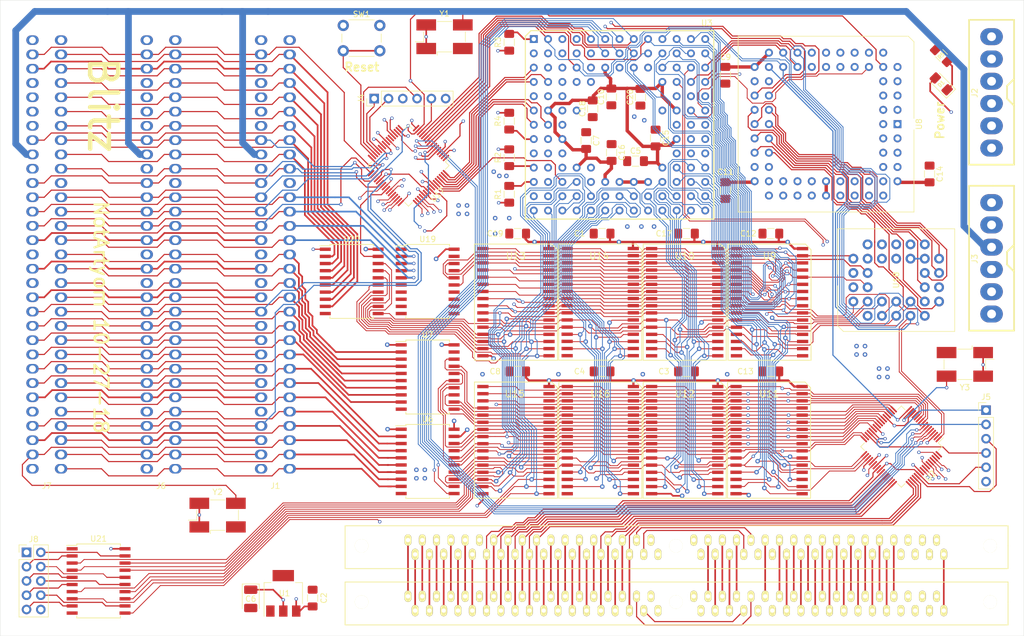
<source format=kicad_pcb>
(kicad_pcb (version 20171130) (host pcbnew 5.0.2-bee76a0~70~ubuntu18.04.1)
  (layers (0 F.Cu mixed) (1 In1.Cu mixed) (2 In2.Cu mixed) (31 B.Cu mixed) (34 B.Paste user) (35 F.Paste user) (36 B.SilkS user) (37 F.SilkS user) (38 B.Mask user) (39 F.Mask user) (44 Edge.Cuts user))
  (net 0 "")
  (net 1 GND)
  (net 2 +5V)
  (net 3 +3V3)
  (net 4 -5V)
  (net 5 -12V)
  (net 6 +12V)
  (net 7 "Net-(J4-Pad1)")
  (net 8 "Net-(J4-Pad2)")
  (net 9 "Net-(J4-Pad3)")
  (net 10 "Net-(J4-Pad4)")
  (net 11 "Net-(J5-Pad1)")
  (net 12 "Net-(J5-Pad2)")
  (net 13 "Net-(J5-Pad3)")
  (net 14 "Net-(J5-Pad4)")
  (net 15 "Net-(R1-Pad2)")
  (net 16 "Net-(R2-Pad2)")
  (net 17 "Net-(R3-Pad2)")
  (net 18 "Net-(R4-Pad2)")
  (net 19 "Net-(SW1-Pad2)")
  (net 20 /A8)
  (net 21 /A9)
  (net 22 /A10)
  (net 23 /A11)
  (net 24 /A12)
  (net 25 /A13)
  (net 26 FC1)
  (net 27 FC2)
  (net 28 CLK)
  (net 29 DSACK0)
  (net 30 STERM)
  (net 31 /D31)
  (net 32 FC0)
  (net 33 DSACK1)
  (net 34 HALT)
  (net 35 AS)
  (net 36 DS)
  (net 37 SIZ0)
  (net 38 ECS)
  (net 39 /D28)
  (net 40 SIZ1)
  (net 41 RW_N)
  (net 42 /D29)
  (net 43 /D26)
  (net 44 /D30)
  (net 45 /D27)
  (net 46 /D25)
  (net 47 /A26)
  (net 48 /D24)
  (net 49 /D23)
  (net 50 /A24)
  (net 51 /A25)
  (net 52 /D22)
  (net 53 /D21)
  (net 54 /A23)
  (net 55 /A22)
  (net 56 /D20)
  (net 57 /D19)
  (net 58 /A21)
  (net 59 /A20)
  (net 60 /A18)
  (net 61 /D17)
  (net 62 /D18)
  (net 63 /A19)
  (net 64 /A16)
  (net 65 /D14)
  (net 66 /D16)
  (net 67 /A17)
  (net 68 /A14)
  (net 69 /D10)
  (net 70 /D12)
  (net 71 /D15)
  (net 72 /A15)
  (net 73 /A6)
  (net 74 /D5)
  (net 75 /D7)
  (net 76 /D9)
  (net 77 /D13)
  (net 78 /A5)
  (net 79 /A3)
  (net 80 RESET)
  (net 81 IPL2)
  (net 82 CDIS)
  (net 83 /D1)
  (net 84 /D4)
  (net 85 /D6)
  (net 86 /D11)
  (net 87 /A7)
  (net 88 /A4)
  (net 89 /A2)
  (net 90 MMUDIS)
  (net 91 IPL1)
  (net 92 IPL0)
  (net 93 /D0)
  (net 94 /D2)
  (net 95 /D3)
  (net 96 /D8)
  (net 97 FPU)
  (net 98 RW0)
  (net 99 _RW0)
  (net 100 RAM0)
  (net 101 RAM1)
  (net 102 RW1)
  (net 103 _RW1)
  (net 104 RAM3)
  (net 105 RAM2)
  (net 106 DELAY)
  (net 107 ROM)
  (net 108 "Net-(D1-Pad1)")
  (net 109 "Net-(J1-PadB30)")
  (net 110 "Net-(U2-Pad38)")
  (net 111 "Net-(U2-Pad40)")
  (net 112 "Net-(U2-Pad42)")
  (net 113 "Net-(U2-Pad43)")
  (net 114 "Net-(U2-Pad44)")
  (net 115 "Net-(U2-Pad45)")
  (net 116 "Net-(U2-Pad46)")
  (net 117 "Net-(U2-Pad47)")
  (net 118 "Net-(U2-Pad48)")
  (net 119 "Net-(U2-Pad49)")
  (net 120 "Net-(U2-Pad50)")
  (net 121 "Net-(U2-Pad51)")
  (net 122 "Net-(U2-Pad52)")
  (net 123 "Net-(U2-Pad56)")
  (net 124 "Net-(U2-Pad57)")
  (net 125 "Net-(U2-Pad58)")
  (net 126 "Net-(U2-Pad59)")
  (net 127 "Net-(U2-Pad60)")
  (net 128 "Net-(U2-Pad61)")
  (net 129 "Net-(U2-Pad62)")
  (net 130 "Net-(U2-Pad63)")
  (net 131 "Net-(J1-PadB2)")
  (net 132 "Net-(J1-PadB8)")
  (net 133 "Net-(J1-PadB11)")
  (net 134 "Net-(J1-PadB12)")
  (net 135 "Net-(J1-PadB13)")
  (net 136 "Net-(J1-PadB14)")
  (net 137 ISA_IRQ4)
  (net 138 ISA_IRQ3)
  (net 139 ISA_IRQ2)
  (net 140 ISA_IRQ1)
  (net 141 ISA_IRQ0)
  (net 142 "Net-(J1-PadB28)")
  (net 143 "Net-(J1-PadA10)")
  (net 144 DMA)
  (net 145 /IA0)
  (net 146 /IA1)
  (net 147 /IA2)
  (net 148 /IA3)
  (net 149 /IA4)
  (net 150 /IA5)
  (net 151 /IA6)
  (net 152 /IA7)
  (net 153 /IA8)
  (net 154 /IA9)
  (net 155 /IA10)
  (net 156 /IA11)
  (net 157 /IA12)
  (net 158 /IA13)
  (net 159 /IA14)
  (net 160 /IA15)
  (net 161 /IA16)
  (net 162 /IA17)
  (net 163 /IA18)
  (net 164 /IA19)
  (net 165 /ID0)
  (net 166 /ID1)
  (net 167 /ID2)
  (net 168 /ID3)
  (net 169 /ID4)
  (net 170 /ID5)
  (net 171 /ID6)
  (net 172 /ID7)
  (net 173 /A1)
  (net 174 /A0)
  (net 175 "Net-(U2-Pad15)")
  (net 176 I_DIR)
  (net 177 "Net-(J8-Pad2)")
  (net 178 "Net-(J8-Pad3)")
  (net 179 "Net-(J8-Pad4)")
  (net 180 "Net-(J8-Pad5)")
  (net 181 "Net-(J8-Pad6)")
  (net 182 "Net-(J8-Pad7)")
  (net 183 "Net-(J8-Pad8)")
  (net 184 "Net-(J8-Pad9)")
  (net 185 LATCH)
  (module BBlitz:SOIC-32 (layer F.Cu) (at 136.2 78.695 270)
    (fp_text reference U13 (at -8.195 0) (layer F.SilkS) (effects (font (size 1.2 1.2))))
    (fp_text value AS6C4008)
    (pad 16 smd rect (at 9.525 5.88 270) (size 0.6 2) (layers F.Cu F.Paste F.Mask) (net 1 GND))
    (pad 17 smd rect (at 9.525 -5.88 270) (size 0.6 2) (layers F.Cu F.Paste F.Mask) (net 45 /D27))
    (pad 15 smd rect (at 8.255 5.88 270) (size 0.6 2) (layers F.Cu F.Paste F.Mask) (net 43 /D26))
    (pad 18 smd rect (at 8.255 -5.88 270) (size 0.6 2) (layers F.Cu F.Paste F.Mask) (net 39 /D28))
    (pad 14 smd rect (at 6.985 5.88 270) (size 0.6 2) (layers F.Cu F.Paste F.Mask) (net 46 /D25))
    (pad 19 smd rect (at 6.985 -5.88 270) (size 0.6 2) (layers F.Cu F.Paste F.Mask) (net 42 /D29))
    (pad 13 smd rect (at 5.715 5.88 270) (size 0.6 2) (layers F.Cu F.Paste F.Mask) (net 48 /D24))
    (pad 20 smd rect (at 5.715 -5.88 270) (size 0.6 2) (layers F.Cu F.Paste F.Mask) (net 44 /D30))
    (pad 12 smd rect (at 4.445 5.88 270) (size 0.6 2) (layers F.Cu F.Paste F.Mask) (net 89 /A2))
    (pad 21 smd rect (at 4.445 -5.88 270) (size 0.6 2) (layers F.Cu F.Paste F.Mask) (net 31 /D31))
    (pad 11 smd rect (at 3.175 5.88 270) (size 0.6 2) (layers F.Cu F.Paste F.Mask) (net 79 /A3))
    (pad 22 smd rect (at 3.175 -5.88 270) (size 0.6 2) (layers F.Cu F.Paste F.Mask) (net 104 RAM3))
    (pad 10 smd rect (at 1.905 5.88 270) (size 0.6 2) (layers F.Cu F.Paste F.Mask) (net 88 /A4))
    (pad 23 smd rect (at 1.905 -5.88 270) (size 0.6 2) (layers F.Cu F.Paste F.Mask) (net 24 /A12))
    (pad 9 smd rect (at 0.635 5.88 270) (size 0.6 2) (layers F.Cu F.Paste F.Mask) (net 78 /A5))
    (pad 24 smd rect (at 0.635 -5.88 270) (size 0.6 2) (layers F.Cu F.Paste F.Mask) (net 99 _RW0))
    (pad 8 smd rect (at -0.635 5.88 270) (size 0.6 2) (layers F.Cu F.Paste F.Mask) (net 73 /A6))
    (pad 25 smd rect (at -0.635 -5.88 270) (size 0.6 2) (layers F.Cu F.Paste F.Mask) (net 25 /A13))
    (pad 7 smd rect (at -1.905 5.88 270) (size 0.6 2) (layers F.Cu F.Paste F.Mask) (net 87 /A7))
    (pad 26 smd rect (at -1.905 -5.88 270) (size 0.6 2) (layers F.Cu F.Paste F.Mask) (net 23 /A11))
    (pad 6 smd rect (at -3.175 5.88 270) (size 0.6 2) (layers F.Cu F.Paste F.Mask) (net 20 /A8))
    (pad 27 smd rect (at -3.175 -5.88 270) (size 0.6 2) (layers F.Cu F.Paste F.Mask) (net 22 /A10))
    (pad 5 smd rect (at -4.445 5.88 270) (size 0.6 2) (layers F.Cu F.Paste F.Mask) (net 21 /A9))
    (pad 28 smd rect (at -4.445 -5.88 270) (size 0.6 2) (layers F.Cu F.Paste F.Mask) (net 72 /A15))
    (pad 4 smd rect (at -5.715 5.88 270) (size 0.6 2) (layers F.Cu F.Paste F.Mask) (net 68 /A14))
    (pad 29 smd rect (at -5.715 -5.88 270) (size 0.6 2) (layers F.Cu F.Paste F.Mask) (net 98 RW0))
    (pad 3 smd rect (at -6.985 5.88 270) (size 0.6 2) (layers F.Cu F.Paste F.Mask) (net 64 /A16))
    (pad 30 smd rect (at -6.985 -5.88 270) (size 0.6 2) (layers F.Cu F.Paste F.Mask) (net 63 /A19))
    (pad 2 smd rect (at -8.255 5.88 270) (size 0.6 2) (layers F.Cu F.Paste F.Mask) (net 60 /A18))
    (pad 31 smd rect (at -8.255 -5.88 270) (size 0.6 2) (layers F.Cu F.Paste F.Mask) (net 67 /A17))
    (pad 1 smd rect (at -9.525 5.88 270) (size 0.6 2) (layers F.Cu F.Paste F.Mask) (net 59 /A20))
    (pad 32 smd rect (at -9.525 -5.88 270) (size 0.6 2) (layers F.Cu F.Paste F.Mask) (net 2 +5V))
  )
  (module Oscillator:Oscillator_SMD_EuroQuartz_XO91-4Pin_7.0x5.0mm_HandSoldering (layer F.Cu) (at 83.16 116.55)
    (fp_text reference Y2 (at 0 -4.1) (layer F.SilkS))
    (fp_text value 14.316MHz)
    (pad 1 smd rect (at -3.25 2.1) (size 3.5 2) (layers F.Cu F.Paste F.Mask) (net 2 +5V))
    (pad 2 smd rect (at 3.25 2.1) (size 3.5 2) (layers F.Cu F.Paste F.Mask) (net 1 GND))
    (pad 3 smd rect (at 3.25 -2.1) (size 3.5 2) (layers F.Cu F.Paste F.Mask) (net 109 "Net-(J1-PadB30)"))
    (pad 4 smd rect (at -3.25 -2.1) (size 3.5 2) (layers F.Cu F.Paste F.Mask) (net 2 +5V))
  )
  (module BBlitz:SOIC-32 (layer F.Cu) (at 181.2 103.22 270)
    (fp_text reference U11 (at -8.22 0) (layer F.SilkS) (effects (font (size 1.2 1.2))))
    (fp_text value AS6C4008)
    (pad 32 smd rect (at -9.525 -5.88 270) (size 0.6 2) (layers F.Cu F.Paste F.Mask) (net 2 +5V))
    (pad 1 smd rect (at -9.525 5.88 270) (size 0.6 2) (layers F.Cu F.Paste F.Mask) (net 59 /A20))
    (pad 31 smd rect (at -8.255 -5.88 270) (size 0.6 2) (layers F.Cu F.Paste F.Mask) (net 67 /A17))
    (pad 2 smd rect (at -8.255 5.88 270) (size 0.6 2) (layers F.Cu F.Paste F.Mask) (net 60 /A18))
    (pad 30 smd rect (at -6.985 -5.88 270) (size 0.6 2) (layers F.Cu F.Paste F.Mask) (net 63 /A19))
    (pad 3 smd rect (at -6.985 5.88 270) (size 0.6 2) (layers F.Cu F.Paste F.Mask) (net 64 /A16))
    (pad 29 smd rect (at -5.715 -5.88 270) (size 0.6 2) (layers F.Cu F.Paste F.Mask) (net 102 RW1))
    (pad 4 smd rect (at -5.715 5.88 270) (size 0.6 2) (layers F.Cu F.Paste F.Mask) (net 68 /A14))
    (pad 28 smd rect (at -4.445 -5.88 270) (size 0.6 2) (layers F.Cu F.Paste F.Mask) (net 72 /A15))
    (pad 5 smd rect (at -4.445 5.88 270) (size 0.6 2) (layers F.Cu F.Paste F.Mask) (net 21 /A9))
    (pad 27 smd rect (at -3.175 -5.88 270) (size 0.6 2) (layers F.Cu F.Paste F.Mask) (net 22 /A10))
    (pad 6 smd rect (at -3.175 5.88 270) (size 0.6 2) (layers F.Cu F.Paste F.Mask) (net 20 /A8))
    (pad 26 smd rect (at -1.905 -5.88 270) (size 0.6 2) (layers F.Cu F.Paste F.Mask) (net 23 /A11))
    (pad 7 smd rect (at -1.905 5.88 270) (size 0.6 2) (layers F.Cu F.Paste F.Mask) (net 87 /A7))
    (pad 25 smd rect (at -0.635 -5.88 270) (size 0.6 2) (layers F.Cu F.Paste F.Mask) (net 25 /A13))
    (pad 8 smd rect (at -0.635 5.88 270) (size 0.6 2) (layers F.Cu F.Paste F.Mask) (net 73 /A6))
    (pad 24 smd rect (at 0.635 -5.88 270) (size 0.6 2) (layers F.Cu F.Paste F.Mask) (net 103 _RW1))
    (pad 9 smd rect (at 0.635 5.88 270) (size 0.6 2) (layers F.Cu F.Paste F.Mask) (net 78 /A5))
    (pad 23 smd rect (at 1.905 -5.88 270) (size 0.6 2) (layers F.Cu F.Paste F.Mask) (net 24 /A12))
    (pad 10 smd rect (at 1.905 5.88 270) (size 0.6 2) (layers F.Cu F.Paste F.Mask) (net 88 /A4))
    (pad 22 smd rect (at 3.175 -5.88 270) (size 0.6 2) (layers F.Cu F.Paste F.Mask) (net 100 RAM0))
    (pad 11 smd rect (at 3.175 5.88 270) (size 0.6 2) (layers F.Cu F.Paste F.Mask) (net 79 /A3))
    (pad 21 smd rect (at 4.445 -5.88 270) (size 0.6 2) (layers F.Cu F.Paste F.Mask) (net 75 /D7))
    (pad 12 smd rect (at 4.445 5.88 270) (size 0.6 2) (layers F.Cu F.Paste F.Mask) (net 89 /A2))
    (pad 20 smd rect (at 5.715 -5.88 270) (size 0.6 2) (layers F.Cu F.Paste F.Mask) (net 85 /D6))
    (pad 13 smd rect (at 5.715 5.88 270) (size 0.6 2) (layers F.Cu F.Paste F.Mask) (net 93 /D0))
    (pad 19 smd rect (at 6.985 -5.88 270) (size 0.6 2) (layers F.Cu F.Paste F.Mask) (net 74 /D5))
    (pad 14 smd rect (at 6.985 5.88 270) (size 0.6 2) (layers F.Cu F.Paste F.Mask) (net 83 /D1))
    (pad 18 smd rect (at 8.255 -5.88 270) (size 0.6 2) (layers F.Cu F.Paste F.Mask) (net 84 /D4))
    (pad 15 smd rect (at 8.255 5.88 270) (size 0.6 2) (layers F.Cu F.Paste F.Mask) (net 94 /D2))
    (pad 17 smd rect (at 9.525 -5.88 270) (size 0.6 2) (layers F.Cu F.Paste F.Mask) (net 95 /D3))
    (pad 16 smd rect (at 9.525 5.88 270) (size 0.6 2) (layers F.Cu F.Paste F.Mask) (net 1 GND))
  )
  (module "BBlitz:ISA x8 VERT" (layer F.Cu) (at 73.11 67.67)
    (fp_text reference J6 (at 0 43.68) (layer F.SilkS))
    (fp_text value ISAx8)
    (pad B1 thru_hole oval (at -2.54 -35.56) (size 2.2 1.7) (drill 1.2) (layers *.Cu *.Mask) (net 1 GND))
    (pad A1 thru_hole oval (at 2.54 -35.56) (size 2.2 1.7) (drill 1.2) (layers *.Cu *.Mask))
    (pad B2 thru_hole oval (at -2.54 -33.02) (size 2.2 1.7) (drill 1.2) (layers *.Cu *.Mask) (net 131 "Net-(J1-PadB2)"))
    (pad B3 thru_hole oval (at -2.54 -30.48) (size 2.2 1.7) (drill 1.2) (layers *.Cu *.Mask) (net 2 +5V))
    (pad B4 thru_hole oval (at -2.54 -27.94) (size 2.2 1.7) (drill 1.2) (layers *.Cu *.Mask))
    (pad B5 thru_hole oval (at -2.54 -25.4) (size 2.2 1.7) (drill 1.2) (layers *.Cu *.Mask) (net 4 -5V))
    (pad B6 thru_hole oval (at -2.54 -22.86) (size 2.2 1.7) (drill 1.2) (layers *.Cu *.Mask))
    (pad B7 thru_hole oval (at -2.54 -20.32) (size 2.2 1.7) (drill 1.2) (layers *.Cu *.Mask) (net 5 -12V))
    (pad B8 thru_hole oval (at -2.54 -17.78) (size 2.2 1.7) (drill 1.2) (layers *.Cu *.Mask) (net 132 "Net-(J1-PadB8)"))
    (pad B9 thru_hole oval (at -2.54 -15.24) (size 2.2 1.7) (drill 1.2) (layers *.Cu *.Mask) (net 6 +12V))
    (pad B10 thru_hole oval (at -2.54 -12.7) (size 2.2 1.7) (drill 1.2) (layers *.Cu *.Mask) (net 1 GND))
    (pad B11 thru_hole oval (at -2.54 -10.16) (size 2.2 1.7) (drill 1.2) (layers *.Cu *.Mask) (net 133 "Net-(J1-PadB11)"))
    (pad B12 thru_hole oval (at -2.54 -7.62) (size 2.2 1.7) (drill 1.2) (layers *.Cu *.Mask) (net 134 "Net-(J1-PadB12)"))
    (pad B13 thru_hole oval (at -2.54 -5.08) (size 2.2 1.7) (drill 1.2) (layers *.Cu *.Mask) (net 135 "Net-(J1-PadB13)"))
    (pad B14 thru_hole oval (at -2.54 -2.54) (size 2.2 1.7) (drill 1.2) (layers *.Cu *.Mask) (net 136 "Net-(J1-PadB14)"))
    (pad B15 thru_hole oval (at -2.54 0) (size 2.2 1.7) (drill 1.2) (layers *.Cu *.Mask) (net 2 +5V))
    (pad B16 thru_hole oval (at -2.54 2.54) (size 2.2 1.7) (drill 1.2) (layers *.Cu *.Mask))
    (pad B17 thru_hole oval (at -2.54 5.08) (size 2.2 1.7) (drill 1.2) (layers *.Cu *.Mask) (net 2 +5V))
    (pad B18 thru_hole oval (at -2.54 7.62) (size 2.2 1.7) (drill 1.2) (layers *.Cu *.Mask))
    (pad B19 thru_hole oval (at -2.54 10.16) (size 2.2 1.7) (drill 1.2) (layers *.Cu *.Mask) (net 2 +5V))
    (pad B20 thru_hole oval (at -2.54 12.7) (size 2.2 1.7) (drill 1.2) (layers *.Cu *.Mask) (net 28 CLK))
    (pad B21 thru_hole oval (at -2.54 15.24) (size 2.2 1.7) (drill 1.2) (layers *.Cu *.Mask) (net 137 ISA_IRQ4))
    (pad B22 thru_hole oval (at -2.54 17.78) (size 2.2 1.7) (drill 1.2) (layers *.Cu *.Mask) (net 138 ISA_IRQ3))
    (pad B23 thru_hole oval (at -2.54 20.32) (size 2.2 1.7) (drill 1.2) (layers *.Cu *.Mask) (net 139 ISA_IRQ2))
    (pad B24 thru_hole oval (at -2.54 22.86) (size 2.2 1.7) (drill 1.2) (layers *.Cu *.Mask) (net 140 ISA_IRQ1))
    (pad B25 thru_hole oval (at -2.54 25.4) (size 2.2 1.7) (drill 1.2) (layers *.Cu *.Mask) (net 141 ISA_IRQ0))
    (pad B26 thru_hole oval (at -2.54 27.94) (size 2.2 1.7) (drill 1.2) (layers *.Cu *.Mask) (net 2 +5V))
    (pad B27 thru_hole oval (at -2.54 30.48) (size 2.2 1.7) (drill 1.2) (layers *.Cu *.Mask))
    (pad B28 thru_hole oval (at -2.54 33.02) (size 2.2 1.7) (drill 1.2) (layers *.Cu *.Mask) (net 142 "Net-(J1-PadB28)"))
    (pad B29 thru_hole oval (at -2.54 35.56) (size 2.2 1.7) (drill 1.2) (layers *.Cu *.Mask) (net 2 +5V))
    (pad B30 thru_hole oval (at -2.54 38.1) (size 2.2 1.7) (drill 1.2) (layers *.Cu *.Mask) (net 109 "Net-(J1-PadB30)"))
    (pad B31 thru_hole oval (at -2.54 40.64) (size 2.2 1.7) (drill 1.2) (layers *.Cu *.Mask) (net 1 GND))
    (pad A2 thru_hole oval (at 2.54 -33.02) (size 2.2 1.7) (drill 1.2) (layers *.Cu *.Mask) (net 172 /ID7))
    (pad A3 thru_hole oval (at 2.54 -30.48) (size 2.2 1.7) (drill 1.2) (layers *.Cu *.Mask) (net 171 /ID6))
    (pad A4 thru_hole oval (at 2.54 -27.94) (size 2.2 1.7) (drill 1.2) (layers *.Cu *.Mask) (net 170 /ID5))
    (pad A5 thru_hole oval (at 2.54 -25.4) (size 2.2 1.7) (drill 1.2) (layers *.Cu *.Mask) (net 169 /ID4))
    (pad A6 thru_hole oval (at 2.54 -22.86) (size 2.2 1.7) (drill 1.2) (layers *.Cu *.Mask) (net 168 /ID3))
    (pad A7 thru_hole oval (at 2.54 -20.32) (size 2.2 1.7) (drill 1.2) (layers *.Cu *.Mask) (net 167 /ID2))
    (pad A8 thru_hole oval (at 2.54 -17.78) (size 2.2 1.7) (drill 1.2) (layers *.Cu *.Mask) (net 166 /ID1))
    (pad A9 thru_hole oval (at 2.54 -15.24) (size 2.2 1.7) (drill 1.2) (layers *.Cu *.Mask) (net 165 /ID0))
    (pad A10 thru_hole oval (at 2.54 -12.7) (size 2.2 1.7) (drill 1.2) (layers *.Cu *.Mask) (net 143 "Net-(J1-PadA10)"))
    (pad A11 thru_hole oval (at 2.54 -10.16) (size 2.2 1.7) (drill 1.2) (layers *.Cu *.Mask) (net 1 GND))
    (pad A12 thru_hole oval (at 2.54 -7.62) (size 2.2 1.7) (drill 1.2) (layers *.Cu *.Mask) (net 164 /IA19))
    (pad A13 thru_hole oval (at 2.54 -5.08) (size 2.2 1.7) (drill 1.2) (layers *.Cu *.Mask) (net 163 /IA18))
    (pad A14 thru_hole oval (at 2.54 -2.54) (size 2.2 1.7) (drill 1.2) (layers *.Cu *.Mask) (net 162 /IA17))
    (pad A15 thru_hole oval (at 2.54 0) (size 2.2 1.7) (drill 1.2) (layers *.Cu *.Mask) (net 161 /IA16))
    (pad A16 thru_hole oval (at 2.54 2.54) (size 2.2 1.7) (drill 1.2) (layers *.Cu *.Mask) (net 160 /IA15))
    (pad A17 thru_hole oval (at 2.54 5.08) (size 2.2 1.7) (drill 1.2) (layers *.Cu *.Mask) (net 159 /IA14))
    (pad A18 thru_hole oval (at 2.54 7.62) (size 2.2 1.7) (drill 1.2) (layers *.Cu *.Mask) (net 158 /IA13))
    (pad A19 thru_hole oval (at 2.54 10.16) (size 2.2 1.7) (drill 1.2) (layers *.Cu *.Mask) (net 157 /IA12))
    (pad A20 thru_hole oval (at 2.54 12.7) (size 2.2 1.7) (drill 1.2) (layers *.Cu *.Mask) (net 156 /IA11))
    (pad A21 thru_hole oval (at 2.54 15.24) (size 2.2 1.7) (drill 1.2) (layers *.Cu *.Mask) (net 155 /IA10))
    (pad A22 thru_hole oval (at 2.54 17.78) (size 2.2 1.7) (drill 1.2) (layers *.Cu *.Mask) (net 154 /IA9))
    (pad A23 thru_hole oval (at 2.54 20.32) (size 2.2 1.7) (drill 1.2) (layers *.Cu *.Mask) (net 153 /IA8))
    (pad A24 thru_hole oval (at 2.54 22.86) (size 2.2 1.7) (drill 1.2) (layers *.Cu *.Mask) (net 152 /IA7))
    (pad A25 thru_hole oval (at 2.54 25.4) (size 2.2 1.7) (drill 1.2) (layers *.Cu *.Mask) (net 151 /IA6))
    (pad A26 thru_hole oval (at 2.54 27.94) (size 2.2 1.7) (drill 1.2) (layers *.Cu *.Mask) (net 150 /IA5))
    (pad A27 thru_hole oval (at 2.54 30.48) (size 2.2 1.7) (drill 1.2) (layers *.Cu *.Mask) (net 149 /IA4))
    (pad A28 thru_hole oval (at 2.54 33.02) (size 2.2 1.7) (drill 1.2) (layers *.Cu *.Mask) (net 148 /IA3))
    (pad A29 thru_hole oval (at 2.54 35.56) (size 2.2 1.7) (drill 1.2) (layers *.Cu *.Mask) (net 147 /IA2))
    (pad A30 thru_hole oval (at 2.54 38.1) (size 2.2 1.7) (drill 1.2) (layers *.Cu *.Mask) (net 146 /IA1))
    (pad A31 thru_hole oval (at 2.54 40.64) (size 2.2 1.7) (drill 1.2) (layers *.Cu *.Mask) (net 145 /IA0))
  )
  (module "BBlitz:ISA x8 VERT" (layer F.Cu) (at 52.79 67.67)
    (fp_text reference J7 (at 0 43.68) (layer F.SilkS))
    (fp_text value ISAx8)
    (pad A31 thru_hole oval (at 2.54 40.64) (size 2.2 1.7) (drill 1.2) (layers *.Cu *.Mask) (net 145 /IA0))
    (pad A30 thru_hole oval (at 2.54 38.1) (size 2.2 1.7) (drill 1.2) (layers *.Cu *.Mask) (net 146 /IA1))
    (pad A29 thru_hole oval (at 2.54 35.56) (size 2.2 1.7) (drill 1.2) (layers *.Cu *.Mask) (net 147 /IA2))
    (pad A28 thru_hole oval (at 2.54 33.02) (size 2.2 1.7) (drill 1.2) (layers *.Cu *.Mask) (net 148 /IA3))
    (pad A27 thru_hole oval (at 2.54 30.48) (size 2.2 1.7) (drill 1.2) (layers *.Cu *.Mask) (net 149 /IA4))
    (pad A26 thru_hole oval (at 2.54 27.94) (size 2.2 1.7) (drill 1.2) (layers *.Cu *.Mask) (net 150 /IA5))
    (pad A25 thru_hole oval (at 2.54 25.4) (size 2.2 1.7) (drill 1.2) (layers *.Cu *.Mask) (net 151 /IA6))
    (pad A24 thru_hole oval (at 2.54 22.86) (size 2.2 1.7) (drill 1.2) (layers *.Cu *.Mask) (net 152 /IA7))
    (pad A23 thru_hole oval (at 2.54 20.32) (size 2.2 1.7) (drill 1.2) (layers *.Cu *.Mask) (net 153 /IA8))
    (pad A22 thru_hole oval (at 2.54 17.78) (size 2.2 1.7) (drill 1.2) (layers *.Cu *.Mask) (net 154 /IA9))
    (pad A21 thru_hole oval (at 2.54 15.24) (size 2.2 1.7) (drill 1.2) (layers *.Cu *.Mask) (net 155 /IA10))
    (pad A20 thru_hole oval (at 2.54 12.7) (size 2.2 1.7) (drill 1.2) (layers *.Cu *.Mask) (net 156 /IA11))
    (pad A19 thru_hole oval (at 2.54 10.16) (size 2.2 1.7) (drill 1.2) (layers *.Cu *.Mask) (net 157 /IA12))
    (pad A18 thru_hole oval (at 2.54 7.62) (size 2.2 1.7) (drill 1.2) (layers *.Cu *.Mask) (net 158 /IA13))
    (pad A17 thru_hole oval (at 2.54 5.08) (size 2.2 1.7) (drill 1.2) (layers *.Cu *.Mask) (net 159 /IA14))
    (pad A16 thru_hole oval (at 2.54 2.54) (size 2.2 1.7) (drill 1.2) (layers *.Cu *.Mask) (net 160 /IA15))
    (pad A15 thru_hole oval (at 2.54 0) (size 2.2 1.7) (drill 1.2) (layers *.Cu *.Mask) (net 161 /IA16))
    (pad A14 thru_hole oval (at 2.54 -2.54) (size 2.2 1.7) (drill 1.2) (layers *.Cu *.Mask) (net 162 /IA17))
    (pad A13 thru_hole oval (at 2.54 -5.08) (size 2.2 1.7) (drill 1.2) (layers *.Cu *.Mask) (net 163 /IA18))
    (pad A12 thru_hole oval (at 2.54 -7.62) (size 2.2 1.7) (drill 1.2) (layers *.Cu *.Mask) (net 164 /IA19))
    (pad A11 thru_hole oval (at 2.54 -10.16) (size 2.2 1.7) (drill 1.2) (layers *.Cu *.Mask) (net 1 GND))
    (pad A10 thru_hole oval (at 2.54 -12.7) (size 2.2 1.7) (drill 1.2) (layers *.Cu *.Mask) (net 143 "Net-(J1-PadA10)"))
    (pad A9 thru_hole oval (at 2.54 -15.24) (size 2.2 1.7) (drill 1.2) (layers *.Cu *.Mask) (net 165 /ID0))
    (pad A8 thru_hole oval (at 2.54 -17.78) (size 2.2 1.7) (drill 1.2) (layers *.Cu *.Mask) (net 166 /ID1))
    (pad A7 thru_hole oval (at 2.54 -20.32) (size 2.2 1.7) (drill 1.2) (layers *.Cu *.Mask) (net 167 /ID2))
    (pad A6 thru_hole oval (at 2.54 -22.86) (size 2.2 1.7) (drill 1.2) (layers *.Cu *.Mask) (net 168 /ID3))
    (pad A5 thru_hole oval (at 2.54 -25.4) (size 2.2 1.7) (drill 1.2) (layers *.Cu *.Mask) (net 169 /ID4))
    (pad A4 thru_hole oval (at 2.54 -27.94) (size 2.2 1.7) (drill 1.2) (layers *.Cu *.Mask) (net 170 /ID5))
    (pad A3 thru_hole oval (at 2.54 -30.48) (size 2.2 1.7) (drill 1.2) (layers *.Cu *.Mask) (net 171 /ID6))
    (pad A2 thru_hole oval (at 2.54 -33.02) (size 2.2 1.7) (drill 1.2) (layers *.Cu *.Mask) (net 172 /ID7))
    (pad B31 thru_hole oval (at -2.54 40.64) (size 2.2 1.7) (drill 1.2) (layers *.Cu *.Mask) (net 1 GND))
    (pad B30 thru_hole oval (at -2.54 38.1) (size 2.2 1.7) (drill 1.2) (layers *.Cu *.Mask) (net 109 "Net-(J1-PadB30)"))
    (pad B29 thru_hole oval (at -2.54 35.56) (size 2.2 1.7) (drill 1.2) (layers *.Cu *.Mask) (net 2 +5V))
    (pad B28 thru_hole oval (at -2.54 33.02) (size 2.2 1.7) (drill 1.2) (layers *.Cu *.Mask) (net 142 "Net-(J1-PadB28)"))
    (pad B27 thru_hole oval (at -2.54 30.48) (size 2.2 1.7) (drill 1.2) (layers *.Cu *.Mask))
    (pad B26 thru_hole oval (at -2.54 27.94) (size 2.2 1.7) (drill 1.2) (layers *.Cu *.Mask) (net 2 +5V))
    (pad B25 thru_hole oval (at -2.54 25.4) (size 2.2 1.7) (drill 1.2) (layers *.Cu *.Mask) (net 141 ISA_IRQ0))
    (pad B24 thru_hole oval (at -2.54 22.86) (size 2.2 1.7) (drill 1.2) (layers *.Cu *.Mask) (net 140 ISA_IRQ1))
    (pad B23 thru_hole oval (at -2.54 20.32) (size 2.2 1.7) (drill 1.2) (layers *.Cu *.Mask) (net 139 ISA_IRQ2))
    (pad B22 thru_hole oval (at -2.54 17.78) (size 2.2 1.7) (drill 1.2) (layers *.Cu *.Mask) (net 138 ISA_IRQ3))
    (pad B21 thru_hole oval (at -2.54 15.24) (size 2.2 1.7) (drill 1.2) (layers *.Cu *.Mask) (net 137 ISA_IRQ4))
    (pad B20 thru_hole oval (at -2.54 12.7) (size 2.2 1.7) (drill 1.2) (layers *.Cu *.Mask) (net 28 CLK))
    (pad B19 thru_hole oval (at -2.54 10.16) (size 2.2 1.7) (drill 1.2) (layers *.Cu *.Mask) (net 2 +5V))
    (pad B18 thru_hole oval (at -2.54 7.62) (size 2.2 1.7) (drill 1.2) (layers *.Cu *.Mask))
    (pad B17 thru_hole oval (at -2.54 5.08) (size 2.2 1.7) (drill 1.2) (layers *.Cu *.Mask) (net 2 +5V))
    (pad B16 thru_hole oval (at -2.54 2.54) (size 2.2 1.7) (drill 1.2) (layers *.Cu *.Mask))
    (pad B15 thru_hole oval (at -2.54 0) (size 2.2 1.7) (drill 1.2) (layers *.Cu *.Mask) (net 2 +5V))
    (pad B14 thru_hole oval (at -2.54 -2.54) (size 2.2 1.7) (drill 1.2) (layers *.Cu *.Mask) (net 136 "Net-(J1-PadB14)"))
    (pad B13 thru_hole oval (at -2.54 -5.08) (size 2.2 1.7) (drill 1.2) (layers *.Cu *.Mask) (net 135 "Net-(J1-PadB13)"))
    (pad B12 thru_hole oval (at -2.54 -7.62) (size 2.2 1.7) (drill 1.2) (layers *.Cu *.Mask) (net 134 "Net-(J1-PadB12)"))
    (pad B11 thru_hole oval (at -2.54 -10.16) (size 2.2 1.7) (drill 1.2) (layers *.Cu *.Mask) (net 133 "Net-(J1-PadB11)"))
    (pad B10 thru_hole oval (at -2.54 -12.7) (size 2.2 1.7) (drill 1.2) (layers *.Cu *.Mask) (net 1 GND))
    (pad B9 thru_hole oval (at -2.54 -15.24) (size 2.2 1.7) (drill 1.2) (layers *.Cu *.Mask) (net 6 +12V))
    (pad B8 thru_hole oval (at -2.54 -17.78) (size 2.2 1.7) (drill 1.2) (layers *.Cu *.Mask) (net 132 "Net-(J1-PadB8)"))
    (pad B7 thru_hole oval (at -2.54 -20.32) (size 2.2 1.7) (drill 1.2) (layers *.Cu *.Mask) (net 5 -12V))
    (pad B6 thru_hole oval (at -2.54 -22.86) (size 2.2 1.7) (drill 1.2) (layers *.Cu *.Mask))
    (pad B5 thru_hole oval (at -2.54 -25.4) (size 2.2 1.7) (drill 1.2) (layers *.Cu *.Mask) (net 4 -5V))
    (pad B4 thru_hole oval (at -2.54 -27.94) (size 2.2 1.7) (drill 1.2) (layers *.Cu *.Mask))
    (pad B3 thru_hole oval (at -2.54 -30.48) (size 2.2 1.7) (drill 1.2) (layers *.Cu *.Mask) (net 2 +5V))
    (pad B2 thru_hole oval (at -2.54 -33.02) (size 2.2 1.7) (drill 1.2) (layers *.Cu *.Mask) (net 131 "Net-(J1-PadB2)"))
    (pad A1 thru_hole oval (at 2.54 -35.56) (size 2.2 1.7) (drill 1.2) (layers *.Cu *.Mask))
    (pad B1 thru_hole oval (at -2.54 -35.56) (size 2.2 1.7) (drill 1.2) (layers *.Cu *.Mask) (net 1 GND))
  )
  (module BBlitz:SOIC-32 (layer F.Cu) (at 151.2 103.22 270)
    (fp_text reference U16 (at -8.22 0) (layer F.SilkS) (effects (font (size 1.2 1.2))))
    (fp_text value AS6C4008)
    (pad 32 smd rect (at -9.525 -5.88 270) (size 0.6 2) (layers F.Cu F.Paste F.Mask) (net 2 +5V))
    (pad 1 smd rect (at -9.525 5.88 270) (size 0.6 2) (layers F.Cu F.Paste F.Mask) (net 59 /A20))
    (pad 31 smd rect (at -8.255 -5.88 270) (size 0.6 2) (layers F.Cu F.Paste F.Mask) (net 67 /A17))
    (pad 2 smd rect (at -8.255 5.88 270) (size 0.6 2) (layers F.Cu F.Paste F.Mask) (net 60 /A18))
    (pad 30 smd rect (at -6.985 -5.88 270) (size 0.6 2) (layers F.Cu F.Paste F.Mask) (net 63 /A19))
    (pad 3 smd rect (at -6.985 5.88 270) (size 0.6 2) (layers F.Cu F.Paste F.Mask) (net 64 /A16))
    (pad 29 smd rect (at -5.715 -5.88 270) (size 0.6 2) (layers F.Cu F.Paste F.Mask) (net 102 RW1))
    (pad 4 smd rect (at -5.715 5.88 270) (size 0.6 2) (layers F.Cu F.Paste F.Mask) (net 68 /A14))
    (pad 28 smd rect (at -4.445 -5.88 270) (size 0.6 2) (layers F.Cu F.Paste F.Mask) (net 72 /A15))
    (pad 5 smd rect (at -4.445 5.88 270) (size 0.6 2) (layers F.Cu F.Paste F.Mask) (net 21 /A9))
    (pad 27 smd rect (at -3.175 -5.88 270) (size 0.6 2) (layers F.Cu F.Paste F.Mask) (net 22 /A10))
    (pad 6 smd rect (at -3.175 5.88 270) (size 0.6 2) (layers F.Cu F.Paste F.Mask) (net 20 /A8))
    (pad 26 smd rect (at -1.905 -5.88 270) (size 0.6 2) (layers F.Cu F.Paste F.Mask) (net 23 /A11))
    (pad 7 smd rect (at -1.905 5.88 270) (size 0.6 2) (layers F.Cu F.Paste F.Mask) (net 87 /A7))
    (pad 25 smd rect (at -0.635 -5.88 270) (size 0.6 2) (layers F.Cu F.Paste F.Mask) (net 25 /A13))
    (pad 8 smd rect (at -0.635 5.88 270) (size 0.6 2) (layers F.Cu F.Paste F.Mask) (net 73 /A6))
    (pad 24 smd rect (at 0.635 -5.88 270) (size 0.6 2) (layers F.Cu F.Paste F.Mask) (net 103 _RW1))
    (pad 9 smd rect (at 0.635 5.88 270) (size 0.6 2) (layers F.Cu F.Paste F.Mask) (net 78 /A5))
    (pad 23 smd rect (at 1.905 -5.88 270) (size 0.6 2) (layers F.Cu F.Paste F.Mask) (net 24 /A12))
    (pad 10 smd rect (at 1.905 5.88 270) (size 0.6 2) (layers F.Cu F.Paste F.Mask) (net 88 /A4))
    (pad 22 smd rect (at 3.175 -5.88 270) (size 0.6 2) (layers F.Cu F.Paste F.Mask) (net 105 RAM2))
    (pad 11 smd rect (at 3.175 5.88 270) (size 0.6 2) (layers F.Cu F.Paste F.Mask) (net 79 /A3))
    (pad 21 smd rect (at 4.445 -5.88 270) (size 0.6 2) (layers F.Cu F.Paste F.Mask) (net 49 /D23))
    (pad 12 smd rect (at 4.445 5.88 270) (size 0.6 2) (layers F.Cu F.Paste F.Mask) (net 89 /A2))
    (pad 20 smd rect (at 5.715 -5.88 270) (size 0.6 2) (layers F.Cu F.Paste F.Mask) (net 52 /D22))
    (pad 13 smd rect (at 5.715 5.88 270) (size 0.6 2) (layers F.Cu F.Paste F.Mask) (net 66 /D16))
    (pad 19 smd rect (at 6.985 -5.88 270) (size 0.6 2) (layers F.Cu F.Paste F.Mask) (net 53 /D21))
    (pad 14 smd rect (at 6.985 5.88 270) (size 0.6 2) (layers F.Cu F.Paste F.Mask) (net 61 /D17))
    (pad 18 smd rect (at 8.255 -5.88 270) (size 0.6 2) (layers F.Cu F.Paste F.Mask) (net 56 /D20))
    (pad 15 smd rect (at 8.255 5.88 270) (size 0.6 2) (layers F.Cu F.Paste F.Mask) (net 62 /D18))
    (pad 17 smd rect (at 9.525 -5.88 270) (size 0.6 2) (layers F.Cu F.Paste F.Mask) (net 57 /D19))
    (pad 16 smd rect (at 9.525 5.88 270) (size 0.6 2) (layers F.Cu F.Paste F.Mask) (net 1 GND))
  )
  (module BBlitz:SOIC-32 (layer F.Cu) (at 136.2 103.22 270)
    (fp_text reference U15 (at -8.22 0.2) (layer F.SilkS) (effects (font (size 1.2 1.2))))
    (fp_text value AS6C4008)
    (pad 16 smd rect (at 9.525 5.88 270) (size 0.6 2) (layers F.Cu F.Paste F.Mask) (net 1 GND))
    (pad 17 smd rect (at 9.525 -5.88 270) (size 0.6 2) (layers F.Cu F.Paste F.Mask) (net 45 /D27))
    (pad 15 smd rect (at 8.255 5.88 270) (size 0.6 2) (layers F.Cu F.Paste F.Mask) (net 43 /D26))
    (pad 18 smd rect (at 8.255 -5.88 270) (size 0.6 2) (layers F.Cu F.Paste F.Mask) (net 39 /D28))
    (pad 14 smd rect (at 6.985 5.88 270) (size 0.6 2) (layers F.Cu F.Paste F.Mask) (net 46 /D25))
    (pad 19 smd rect (at 6.985 -5.88 270) (size 0.6 2) (layers F.Cu F.Paste F.Mask) (net 42 /D29))
    (pad 13 smd rect (at 5.715 5.88 270) (size 0.6 2) (layers F.Cu F.Paste F.Mask) (net 48 /D24))
    (pad 20 smd rect (at 5.715 -5.88 270) (size 0.6 2) (layers F.Cu F.Paste F.Mask) (net 44 /D30))
    (pad 12 smd rect (at 4.445 5.88 270) (size 0.6 2) (layers F.Cu F.Paste F.Mask) (net 89 /A2))
    (pad 21 smd rect (at 4.445 -5.88 270) (size 0.6 2) (layers F.Cu F.Paste F.Mask) (net 31 /D31))
    (pad 11 smd rect (at 3.175 5.88 270) (size 0.6 2) (layers F.Cu F.Paste F.Mask) (net 79 /A3))
    (pad 22 smd rect (at 3.175 -5.88 270) (size 0.6 2) (layers F.Cu F.Paste F.Mask) (net 104 RAM3))
    (pad 10 smd rect (at 1.905 5.88 270) (size 0.6 2) (layers F.Cu F.Paste F.Mask) (net 88 /A4))
    (pad 23 smd rect (at 1.905 -5.88 270) (size 0.6 2) (layers F.Cu F.Paste F.Mask) (net 24 /A12))
    (pad 9 smd rect (at 0.635 5.88 270) (size 0.6 2) (layers F.Cu F.Paste F.Mask) (net 78 /A5))
    (pad 24 smd rect (at 0.635 -5.88 270) (size 0.6 2) (layers F.Cu F.Paste F.Mask) (net 103 _RW1))
    (pad 8 smd rect (at -0.635 5.88 270) (size 0.6 2) (layers F.Cu F.Paste F.Mask) (net 73 /A6))
    (pad 25 smd rect (at -0.635 -5.88 270) (size 0.6 2) (layers F.Cu F.Paste F.Mask) (net 25 /A13))
    (pad 7 smd rect (at -1.905 5.88 270) (size 0.6 2) (layers F.Cu F.Paste F.Mask) (net 87 /A7))
    (pad 26 smd rect (at -1.905 -5.88 270) (size 0.6 2) (layers F.Cu F.Paste F.Mask) (net 23 /A11))
    (pad 6 smd rect (at -3.175 5.88 270) (size 0.6 2) (layers F.Cu F.Paste F.Mask) (net 20 /A8))
    (pad 27 smd rect (at -3.175 -5.88 270) (size 0.6 2) (layers F.Cu F.Paste F.Mask) (net 22 /A10))
    (pad 5 smd rect (at -4.445 5.88 270) (size 0.6 2) (layers F.Cu F.Paste F.Mask) (net 21 /A9))
    (pad 28 smd rect (at -4.445 -5.88 270) (size 0.6 2) (layers F.Cu F.Paste F.Mask) (net 72 /A15))
    (pad 4 smd rect (at -5.715 5.88 270) (size 0.6 2) (layers F.Cu F.Paste F.Mask) (net 68 /A14))
    (pad 29 smd rect (at -5.715 -5.88 270) (size 0.6 2) (layers F.Cu F.Paste F.Mask) (net 102 RW1))
    (pad 3 smd rect (at -6.985 5.88 270) (size 0.6 2) (layers F.Cu F.Paste F.Mask) (net 64 /A16))
    (pad 30 smd rect (at -6.985 -5.88 270) (size 0.6 2) (layers F.Cu F.Paste F.Mask) (net 63 /A19))
    (pad 2 smd rect (at -8.255 5.88 270) (size 0.6 2) (layers F.Cu F.Paste F.Mask) (net 60 /A18))
    (pad 31 smd rect (at -8.255 -5.88 270) (size 0.6 2) (layers F.Cu F.Paste F.Mask) (net 67 /A17))
    (pad 1 smd rect (at -9.525 5.88 270) (size 0.6 2) (layers F.Cu F.Paste F.Mask) (net 59 /A20))
    (pad 32 smd rect (at -9.525 -5.88 270) (size 0.6 2) (layers F.Cu F.Paste F.Mask) (net 2 +5V))
  )
  (module BBlitz:SOIC-32 (layer F.Cu) (at 181.28 78.7 270)
    (fp_text reference U9 (at -8.2 0) (layer F.SilkS) (effects (font (size 1.2 1.2))))
    (fp_text value AS6C4008)
    (pad 32 smd rect (at -9.525 -5.88 270) (size 0.6 2) (layers F.Cu F.Paste F.Mask) (net 2 +5V))
    (pad 1 smd rect (at -9.525 5.88 270) (size 0.6 2) (layers F.Cu F.Paste F.Mask) (net 59 /A20))
    (pad 31 smd rect (at -8.255 -5.88 270) (size 0.6 2) (layers F.Cu F.Paste F.Mask) (net 67 /A17))
    (pad 2 smd rect (at -8.255 5.88 270) (size 0.6 2) (layers F.Cu F.Paste F.Mask) (net 60 /A18))
    (pad 30 smd rect (at -6.985 -5.88 270) (size 0.6 2) (layers F.Cu F.Paste F.Mask) (net 63 /A19))
    (pad 3 smd rect (at -6.985 5.88 270) (size 0.6 2) (layers F.Cu F.Paste F.Mask) (net 64 /A16))
    (pad 29 smd rect (at -5.715 -5.88 270) (size 0.6 2) (layers F.Cu F.Paste F.Mask) (net 98 RW0))
    (pad 4 smd rect (at -5.715 5.88 270) (size 0.6 2) (layers F.Cu F.Paste F.Mask) (net 68 /A14))
    (pad 28 smd rect (at -4.445 -5.88 270) (size 0.6 2) (layers F.Cu F.Paste F.Mask) (net 72 /A15))
    (pad 5 smd rect (at -4.445 5.88 270) (size 0.6 2) (layers F.Cu F.Paste F.Mask) (net 21 /A9))
    (pad 27 smd rect (at -3.175 -5.88 270) (size 0.6 2) (layers F.Cu F.Paste F.Mask) (net 22 /A10))
    (pad 6 smd rect (at -3.175 5.88 270) (size 0.6 2) (layers F.Cu F.Paste F.Mask) (net 20 /A8))
    (pad 26 smd rect (at -1.905 -5.88 270) (size 0.6 2) (layers F.Cu F.Paste F.Mask) (net 23 /A11))
    (pad 7 smd rect (at -1.905 5.88 270) (size 0.6 2) (layers F.Cu F.Paste F.Mask) (net 87 /A7))
    (pad 25 smd rect (at -0.635 -5.88 270) (size 0.6 2) (layers F.Cu F.Paste F.Mask) (net 25 /A13))
    (pad 8 smd rect (at -0.635 5.88 270) (size 0.6 2) (layers F.Cu F.Paste F.Mask) (net 73 /A6))
    (pad 24 smd rect (at 0.635 -5.88 270) (size 0.6 2) (layers F.Cu F.Paste F.Mask) (net 99 _RW0))
    (pad 9 smd rect (at 0.635 5.88 270) (size 0.6 2) (layers F.Cu F.Paste F.Mask) (net 78 /A5))
    (pad 23 smd rect (at 1.905 -5.88 270) (size 0.6 2) (layers F.Cu F.Paste F.Mask) (net 24 /A12))
    (pad 10 smd rect (at 1.905 5.88 270) (size 0.6 2) (layers F.Cu F.Paste F.Mask) (net 88 /A4))
    (pad 22 smd rect (at 3.175 -5.88 270) (size 0.6 2) (layers F.Cu F.Paste F.Mask) (net 100 RAM0))
    (pad 11 smd rect (at 3.175 5.88 270) (size 0.6 2) (layers F.Cu F.Paste F.Mask) (net 79 /A3))
    (pad 21 smd rect (at 4.445 -5.88 270) (size 0.6 2) (layers F.Cu F.Paste F.Mask) (net 75 /D7))
    (pad 12 smd rect (at 4.445 5.88 270) (size 0.6 2) (layers F.Cu F.Paste F.Mask) (net 89 /A2))
    (pad 20 smd rect (at 5.715 -5.88 270) (size 0.6 2) (layers F.Cu F.Paste F.Mask) (net 85 /D6))
    (pad 13 smd rect (at 5.715 5.88 270) (size 0.6 2) (layers F.Cu F.Paste F.Mask) (net 93 /D0))
    (pad 19 smd rect (at 6.985 -5.88 270) (size 0.6 2) (layers F.Cu F.Paste F.Mask) (net 74 /D5))
    (pad 14 smd rect (at 6.985 5.88 270) (size 0.6 2) (layers F.Cu F.Paste F.Mask) (net 83 /D1))
    (pad 18 smd rect (at 8.255 -5.88 270) (size 0.6 2) (layers F.Cu F.Paste F.Mask) (net 84 /D4))
    (pad 15 smd rect (at 8.255 5.88 270) (size 0.6 2) (layers F.Cu F.Paste F.Mask) (net 94 /D2))
    (pad 17 smd rect (at 9.525 -5.88 270) (size 0.6 2) (layers F.Cu F.Paste F.Mask) (net 95 /D3))
    (pad 16 smd rect (at 9.525 5.88 270) (size 0.6 2) (layers F.Cu F.Paste F.Mask) (net 1 GND))
  )
  (module Capacitor_SMD:C_1206_3216Metric_Pad1.42x1.75mm_HandSolder (layer F.Cu) (at 151.5125 66.5)
    (fp_text reference C1 (at -4.0125 0) (layer F.SilkS))
    (fp_text value 100nf)
    (pad 1 smd roundrect (at -1.4875 0) (size 1.425 1.75) (layers F.Cu F.Paste F.Mask) (roundrect_rratio 0.175439) (net 1 GND))
    (pad 2 smd roundrect (at 1.4875 0) (size 1.425 1.75) (layers F.Cu F.Paste F.Mask) (roundrect_rratio 0.175439) (net 2 +5V))
  )
  (module Capacitor_SMD:C_1206_3216Metric_Pad1.42x1.75mm_HandSolder (layer F.Cu) (at 100.05 131.2975 90)
    (fp_text reference C2 (at 0 2 90) (layer F.SilkS))
    (fp_text value 10uf)
    (pad 2 smd roundrect (at 1.4875 0 90) (size 1.425 1.75) (layers F.Cu F.Paste F.Mask) (roundrect_rratio 0.175439) (net 1 GND))
    (pad 1 smd roundrect (at -1.4875 0 90) (size 1.425 1.75) (layers F.Cu F.Paste F.Mask) (roundrect_rratio 0.175439) (net 2 +5V))
  )
  (module Capacitor_SMD:C_1206_3216Metric_Pad1.42x1.75mm_HandSolder (layer F.Cu) (at 166.5125 91)
    (fp_text reference C3 (at -4.0125 0) (layer F.SilkS))
    (fp_text value 100nf)
    (pad 2 smd roundrect (at 1.4875 0) (size 1.425 1.75) (layers F.Cu F.Paste F.Mask) (roundrect_rratio 0.175439) (net 2 +5V))
    (pad 1 smd roundrect (at -1.4875 0) (size 1.425 1.75) (layers F.Cu F.Paste F.Mask) (roundrect_rratio 0.175439) (net 1 GND))
  )
  (module Capacitor_SMD:C_1206_3216Metric_Pad1.42x1.75mm_HandSolder (layer F.Cu) (at 151.5125 91)
    (fp_text reference C4 (at -4.0125 0) (layer F.SilkS))
    (fp_text value 100nf)
    (pad 1 smd roundrect (at -1.4875 0) (size 1.425 1.75) (layers F.Cu F.Paste F.Mask) (roundrect_rratio 0.175439) (net 1 GND))
    (pad 2 smd roundrect (at 1.4875 0) (size 1.425 1.75) (layers F.Cu F.Paste F.Mask) (roundrect_rratio 0.175439) (net 2 +5V))
  )
  (module Capacitor_SMD:C_1206_3216Metric_Pad1.42x1.75mm_HandSolder (layer F.Cu) (at 157.4625 53.62)
    (fp_text reference C5 (at 0 -1.82) (layer F.SilkS))
    (fp_text value 100nf)
    (pad 2 smd roundrect (at 1.4875 0) (size 1.425 1.75) (layers F.Cu F.Paste F.Mask) (roundrect_rratio 0.175439) (net 2 +5V))
    (pad 1 smd roundrect (at -1.4875 0) (size 1.425 1.75) (layers F.Cu F.Paste F.Mask) (roundrect_rratio 0.175439) (net 1 GND))
  )
  (module Capacitor_Tantalum_SMD:CP_EIA-3528-12_Kemet-T_Pad1.50x2.35mm_HandSolder (layer F.Cu) (at 89.05 131.435 270)
    (fp_text reference C6 (at 0 0) (layer F.SilkS))
    (fp_text value 22uf)
    (pad 1 smd roundrect (at -1.625 0 270) (size 1.5 2.35) (layers F.Cu F.Paste F.Mask) (roundrect_rratio 0.166667) (net 3 +3V3))
    (pad 2 smd roundrect (at 1.625 0 270) (size 1.5 2.35) (layers F.Cu F.Paste F.Mask) (roundrect_rratio 0.166667) (net 1 GND))
  )
  (module Capacitor_SMD:C_1206_3216Metric_Pad1.42x1.75mm_HandSolder (layer F.Cu) (at 148.68 49.9625 270)
    (fp_text reference C7 (at 0 -1.82 270) (layer F.SilkS))
    (fp_text value 100nf)
    (pad 1 smd roundrect (at -1.4875 0 270) (size 1.425 1.75) (layers F.Cu F.Paste F.Mask) (roundrect_rratio 0.175439) (net 1 GND))
    (pad 2 smd roundrect (at 1.4875 0 270) (size 1.425 1.75) (layers F.Cu F.Paste F.Mask) (roundrect_rratio 0.175439) (net 2 +5V))
  )
  (module Capacitor_SMD:C_1206_3216Metric_Pad1.42x1.75mm_HandSolder (layer F.Cu) (at 136.5 91)
    (fp_text reference C8 (at -4 0) (layer F.SilkS))
    (fp_text value 100nf)
    (pad 1 smd roundrect (at -1.4875 0) (size 1.425 1.75) (layers F.Cu F.Paste F.Mask) (roundrect_rratio 0.175439) (net 1 GND))
    (pad 2 smd roundrect (at 1.4875 0) (size 1.425 1.75) (layers F.Cu F.Paste F.Mask) (roundrect_rratio 0.175439) (net 2 +5V))
  )
  (module Capacitor_SMD:C_1206_3216Metric_Pad1.42x1.75mm_HandSolder (layer F.Cu) (at 173.43 38.3525 90)
    (fp_text reference C9 (at 3.2225 0.02 180) (layer F.SilkS))
    (fp_text value 100nf)
    (pad 1 smd roundrect (at -1.4875 0 90) (size 1.425 1.75) (layers F.Cu F.Paste F.Mask) (roundrect_rratio 0.175439) (net 1 GND))
    (pad 2 smd roundrect (at 1.4875 0 90) (size 1.425 1.75) (layers F.Cu F.Paste F.Mask) (roundrect_rratio 0.175439) (net 2 +5V))
  )
  (module Capacitor_SMD:C_1206_3216Metric_Pad1.42x1.75mm_HandSolder (layer F.Cu) (at 153.16 42.2075 90)
    (fp_text reference C10 (at 0 -1.82 90) (layer F.SilkS))
    (fp_text value 100nf)
    (pad 2 smd roundrect (at 1.4875 0 90) (size 1.425 1.75) (layers F.Cu F.Paste F.Mask) (roundrect_rratio 0.175439) (net 2 +5V))
    (pad 1 smd roundrect (at -1.4875 0 90) (size 1.425 1.75) (layers F.Cu F.Paste F.Mask) (roundrect_rratio 0.175439) (net 1 GND))
  )
  (module Capacitor_SMD:C_1206_3216Metric_Pad1.42x1.75mm_HandSolder (layer F.Cu) (at 173.43 58.8475 90)
    (fp_text reference C11 (at 3.2975 0 180) (layer F.SilkS))
    (fp_text value 100nf)
    (pad 1 smd roundrect (at -1.4875 0 90) (size 1.425 1.75) (layers F.Cu F.Paste F.Mask) (roundrect_rratio 0.175439) (net 1 GND))
    (pad 2 smd roundrect (at 1.4875 0 90) (size 1.425 1.75) (layers F.Cu F.Paste F.Mask) (roundrect_rratio 0.175439) (net 2 +5V))
  )
  (module Capacitor_SMD:C_1206_3216Metric_Pad1.42x1.75mm_HandSolder (layer F.Cu) (at 181.5125 66.5)
    (fp_text reference C12 (at -4.0125 0) (layer F.SilkS))
    (fp_text value 100nf)
    (pad 2 smd roundrect (at 1.4875 0) (size 1.425 1.75) (layers F.Cu F.Paste F.Mask) (roundrect_rratio 0.175439) (net 2 +5V))
    (pad 1 smd roundrect (at -1.4875 0) (size 1.425 1.75) (layers F.Cu F.Paste F.Mask) (roundrect_rratio 0.175439) (net 1 GND))
  )
  (module Capacitor_SMD:C_1206_3216Metric_Pad1.42x1.75mm_HandSolder (layer F.Cu) (at 181.5125 91)
    (fp_text reference C13 (at -4.5125 0) (layer F.SilkS))
    (fp_text value 100nf)
    (pad 1 smd roundrect (at -1.4875 0) (size 1.425 1.75) (layers F.Cu F.Paste F.Mask) (roundrect_rratio 0.175439) (net 1 GND))
    (pad 2 smd roundrect (at 1.4875 0) (size 1.425 1.75) (layers F.Cu F.Paste F.Mask) (roundrect_rratio 0.175439) (net 2 +5V))
  )
  (module Capacitor_SMD:C_1206_3216Metric_Pad1.42x1.75mm_HandSolder (layer F.Cu) (at 209.73 55.9025 270)
    (fp_text reference C14 (at 0 -1.82 270) (layer F.SilkS))
    (fp_text value 100nf)
    (pad 2 smd roundrect (at 1.4875 0 270) (size 1.425 1.75) (layers F.Cu F.Paste F.Mask) (roundrect_rratio 0.175439) (net 2 +5V))
    (pad 1 smd roundrect (at -1.4875 0 270) (size 1.425 1.75) (layers F.Cu F.Paste F.Mask) (roundrect_rratio 0.175439) (net 1 GND))
  )
  (module Capacitor_SMD:C_1206_3216Metric_Pad1.42x1.75mm_HandSolder (layer F.Cu) (at 161.02 49.5125 270)
    (fp_text reference C15 (at 0 -1.82 270) (layer F.SilkS))
    (fp_text value 100nf)
    (pad 1 smd roundrect (at -1.4875 0 270) (size 1.425 1.75) (layers F.Cu F.Paste F.Mask) (roundrect_rratio 0.175439) (net 1 GND))
    (pad 2 smd roundrect (at 1.4875 0 270) (size 1.425 1.75) (layers F.Cu F.Paste F.Mask) (roundrect_rratio 0.175439) (net 2 +5V))
  )
  (module Capacitor_SMD:C_1206_3216Metric_Pad1.42x1.75mm_HandSolder (layer F.Cu) (at 153.2 52.0825 270)
    (fp_text reference C16 (at 0 -1.82 270) (layer F.SilkS))
    (fp_text value 100nf)
    (pad 2 smd roundrect (at 1.4875 0 270) (size 1.425 1.75) (layers F.Cu F.Paste F.Mask) (roundrect_rratio 0.175439) (net 2 +5V))
    (pad 1 smd roundrect (at -1.4875 0 270) (size 1.425 1.75) (layers F.Cu F.Paste F.Mask) (roundrect_rratio 0.175439) (net 1 GND))
  )
  (module Capacitor_SMD:C_1206_3216Metric_Pad1.42x1.75mm_HandSolder (layer F.Cu) (at 166.5125 66.5)
    (fp_text reference C17 (at -4.0125 0) (layer F.SilkS))
    (fp_text value 100nf)
    (pad 1 smd roundrect (at -1.4875 0) (size 1.425 1.75) (layers F.Cu F.Paste F.Mask) (roundrect_rratio 0.175439) (net 1 GND))
    (pad 2 smd roundrect (at 1.4875 0) (size 1.425 1.75) (layers F.Cu F.Paste F.Mask) (roundrect_rratio 0.175439) (net 2 +5V))
  )
  (module Capacitor_SMD:C_1206_3216Metric_Pad1.42x1.75mm_HandSolder (layer F.Cu) (at 149.84 44.3075 90)
    (fp_text reference C18 (at 0 -1.82 90) (layer F.SilkS))
    (fp_text value 100nf)
    (pad 1 smd roundrect (at -1.4875 0 90) (size 1.425 1.75) (layers F.Cu F.Paste F.Mask) (roundrect_rratio 0.175439) (net 1 GND))
    (pad 2 smd roundrect (at 1.4875 0 90) (size 1.425 1.75) (layers F.Cu F.Paste F.Mask) (roundrect_rratio 0.175439) (net 2 +5V))
  )
  (module Capacitor_SMD:C_1206_3216Metric_Pad1.42x1.75mm_HandSolder (layer F.Cu) (at 136.5 66.5)
    (fp_text reference C19 (at -4 0) (layer F.SilkS))
    (fp_text value 100nf)
    (pad 2 smd roundrect (at 1.4875 0) (size 1.425 1.75) (layers F.Cu F.Paste F.Mask) (roundrect_rratio 0.175439) (net 2 +5V))
    (pad 1 smd roundrect (at -1.4875 0) (size 1.425 1.75) (layers F.Cu F.Paste F.Mask) (roundrect_rratio 0.175439) (net 1 GND))
  )
  (module Capacitor_SMD:C_1206_3216Metric_Pad1.42x1.75mm_HandSolder (layer F.Cu) (at 158.33 42.2575 90)
    (fp_text reference C20 (at 0 -1.82 90) (layer F.SilkS))
    (fp_text value 100nf)
    (pad 1 smd roundrect (at -1.4875 0 90) (size 1.425 1.75) (layers F.Cu F.Paste F.Mask) (roundrect_rratio 0.175439) (net 1 GND))
    (pad 2 smd roundrect (at 1.4875 0 90) (size 1.425 1.75) (layers F.Cu F.Paste F.Mask) (roundrect_rratio 0.175439) (net 2 +5V))
  )
  (module BBlitz:AT_PSU (layer F.Cu) (at 221 41.5 270)
    (fp_text reference J2 (at 0 3.25 270) (layer F.SilkS))
    (fp_text value AT0)
    (pad 1 thru_hole oval (at -10 0.25 270) (size 3 4) (drill 1.57) (layers *.Cu *.Mask) (net 1 GND) (thermal_gap 1))
    (pad 2 thru_hole oval (at -6.04 0.25 270) (size 3 4) (drill 1.57) (layers *.Cu *.Mask) (net 1 GND) (thermal_gap 1))
    (pad 3 thru_hole oval (at -2.08 0.25 270) (size 3 4) (drill 1.57) (layers *.Cu *.Mask) (net 4 -5V))
    (pad 4 thru_hole oval (at 1.88 0.25 270) (size 3 4) (drill 1.57) (layers *.Cu *.Mask) (net 2 +5V) (thermal_gap 1))
    (pad 5 thru_hole oval (at 5.84 0.25 270) (size 3 4) (drill 1.57) (layers *.Cu *.Mask) (net 2 +5V) (thermal_gap 1))
    (pad 6 thru_hole oval (at 9.8 0.25 270) (size 3 4) (drill 1.57) (layers *.Cu *.Mask) (net 2 +5V) (thermal_gap 1))
  )
  (module BBlitz:AT_PSU (layer F.Cu) (at 221 71 270)
    (fp_text reference J3 (at 0 3.25 270) (layer F.SilkS))
    (fp_text value AT1)
    (pad 6 thru_hole oval (at 9.8 0.25 270) (size 3 4) (drill 1.57) (layers *.Cu *.Mask) (net 1 GND) (thermal_gap 1))
    (pad 5 thru_hole oval (at 5.84 0.25 270) (size 3 4) (drill 1.57) (layers *.Cu *.Mask) (net 1 GND) (thermal_gap 1))
    (pad 4 thru_hole oval (at 1.88 0.25 270) (size 3 4) (drill 1.57) (layers *.Cu *.Mask) (net 5 -12V))
    (pad 3 thru_hole oval (at -2.08 0.25 270) (size 3 4) (drill 1.57) (layers *.Cu *.Mask) (net 6 +12V))
    (pad 2 thru_hole oval (at -6.04 0.25 270) (size 3 4) (drill 1.57) (layers *.Cu *.Mask) (net 2 +5V) (thermal_gap 1))
    (pad 1 thru_hole oval (at -10 0.25 270) (size 3 4) (drill 1.57) (layers *.Cu *.Mask))
  )
  (module Connector_PinHeader_2.54mm:PinHeader_1x06_P2.54mm_Vertical (layer F.Cu) (at 111 42.5 90)
    (fp_text reference J4 (at 0 -2.33 90) (layer F.SilkS))
    (fp_text value PRG0)
    (pad 1 thru_hole rect (at 0 0 90) (size 1.7 1.7) (drill 1) (layers *.Cu *.Mask) (net 7 "Net-(J4-Pad1)"))
    (pad 2 thru_hole oval (at 0 2.54 90) (size 1.7 1.7) (drill 1) (layers *.Cu *.Mask) (net 8 "Net-(J4-Pad2)"))
    (pad 3 thru_hole oval (at 0 5.08 90) (size 1.7 1.7) (drill 1) (layers *.Cu *.Mask) (net 9 "Net-(J4-Pad3)"))
    (pad 4 thru_hole oval (at 0 7.62 90) (size 1.7 1.7) (drill 1) (layers *.Cu *.Mask) (net 10 "Net-(J4-Pad4)"))
    (pad 5 thru_hole oval (at 0 10.16 90) (size 1.7 1.7) (drill 1) (layers *.Cu *.Mask) (net 1 GND))
    (pad 6 thru_hole oval (at 0 12.7 90) (size 1.7 1.7) (drill 1) (layers *.Cu *.Mask) (net 3 +3V3))
  )
  (module Resistor_SMD:R_1206_3216Metric_Pad1.42x1.75mm_HandSolder (layer F.Cu) (at 135 59.5125 90)
    (fp_text reference R1 (at 0 -2 90) (layer F.SilkS))
    (fp_text value 10k)
    (pad 2 smd roundrect (at 1.4875 0 90) (size 1.425 1.75) (layers F.Cu F.Paste F.Mask) (roundrect_rratio 0.175439) (net 15 "Net-(R1-Pad2)"))
    (pad 1 smd roundrect (at -1.4875 0 90) (size 1.425 1.75) (layers F.Cu F.Paste F.Mask) (roundrect_rratio 0.175439) (net 2 +5V))
  )
  (module Resistor_SMD:R_1206_3216Metric_Pad1.42x1.75mm_HandSolder (layer F.Cu) (at 135 53.0125 270)
    (fp_text reference R2 (at -0.0125 2 270) (layer F.SilkS))
    (fp_text value 10k)
    (pad 1 smd roundrect (at -1.4875 0 270) (size 1.425 1.75) (layers F.Cu F.Paste F.Mask) (roundrect_rratio 0.175439) (net 2 +5V))
    (pad 2 smd roundrect (at 1.4875 0 270) (size 1.425 1.75) (layers F.Cu F.Paste F.Mask) (roundrect_rratio 0.175439) (net 16 "Net-(R2-Pad2)"))
  )
  (module Resistor_SMD:R_1206_3216Metric_Pad1.42x1.75mm_HandSolder (layer F.Cu) (at 135 32.4875 90)
    (fp_text reference R3 (at 0 -2 90) (layer F.SilkS))
    (fp_text value 10k)
    (pad 2 smd roundrect (at 1.4875 0 90) (size 1.425 1.75) (layers F.Cu F.Paste F.Mask) (roundrect_rratio 0.175439) (net 17 "Net-(R3-Pad2)"))
    (pad 1 smd roundrect (at -1.4875 0 90) (size 1.425 1.75) (layers F.Cu F.Paste F.Mask) (roundrect_rratio 0.175439) (net 2 +5V))
  )
  (module Resistor_SMD:R_1206_3216Metric_Pad1.42x1.75mm_HandSolder (layer F.Cu) (at 135 46.5125 270)
    (fp_text reference R4 (at -0.0125 2 270) (layer F.SilkS))
    (fp_text value 10k)
    (pad 1 smd roundrect (at -1.4875 0 270) (size 1.425 1.75) (layers F.Cu F.Paste F.Mask) (roundrect_rratio 0.175439) (net 2 +5V))
    (pad 2 smd roundrect (at 1.4875 0 270) (size 1.425 1.75) (layers F.Cu F.Paste F.Mask) (roundrect_rratio 0.175439) (net 18 "Net-(R4-Pad2)"))
  )
  (module Button_Switch_THT:SW_PUSH_6mm (layer F.Cu) (at 105.5 29.5)
    (fp_text reference SW1 (at 3.25 -2) (layer F.SilkS))
    (fp_text value RESET)
    (pad 2 thru_hole circle (at 0 4.5 90) (size 2 2) (drill 1.1) (layers *.Cu *.Mask) (net 19 "Net-(SW1-Pad2)"))
    (pad 1 thru_hole circle (at 0 0 90) (size 2 2) (drill 1.1) (layers *.Cu *.Mask) (net 1 GND))
    (pad 2 thru_hole circle (at 6.5 4.5 90) (size 2 2) (drill 1.1) (layers *.Cu *.Mask) (net 19 "Net-(SW1-Pad2)"))
    (pad 1 thru_hole circle (at 6.5 0 90) (size 2 2) (drill 1.1) (layers *.Cu *.Mask) (net 1 GND))
  )
  (module Package_TO_SOT_SMD:SOT-223 (layer F.Cu) (at 94.835001 130.454999 90)
    (fp_text reference U1 (at 0 0.214999 180) (layer F.SilkS))
    (fp_text value AZ1117-3.3)
    (pad 4 smd rect (at 3.15 0 90) (size 2 3.8) (layers F.Cu F.Paste F.Mask))
    (pad 2 smd rect (at -3.15 0 90) (size 2 1.5) (layers F.Cu F.Paste F.Mask) (net 3 +3V3))
    (pad 3 smd rect (at -3.15 2.3 90) (size 2 1.5) (layers F.Cu F.Paste F.Mask) (net 2 +5V))
    (pad 1 smd rect (at -3.15 -2.3 90) (size 2 1.5) (layers F.Cu F.Paste F.Mask) (net 1 GND))
  )
  (module BBlitz:PGA120 (layer F.Cu) (at 154.87 47.67 180)
    (fp_text reference U3 (at -15.26 18.61 180) (layer F.SilkS))
    (fp_text value M68030)
    (pad A1 thru_hole rect (at 15.5 15.75) (size 1.397 1.397) (drill 0.7874) (layers *.Cu *.Mask) (net 17 "Net-(R3-Pad2)"))
    (pad B1 thru_hole circle (at 15.5 13.21) (size 1.397 1.397) (drill 0.7874) (layers *.Cu *.Mask))
    (pad C1 thru_hole circle (at 15.5 10.67) (size 1.397 1.397) (drill 0.7874) (layers *.Cu *.Mask) (net 26 FC1))
    (pad D1 thru_hole circle (at 15.5 8.13) (size 1.397 1.397) (drill 0.7874) (layers *.Cu *.Mask) (net 27 FC2))
    (pad E1 thru_hole circle (at 15.5 5.59) (size 1.397 1.397) (drill 0.7874) (layers *.Cu *.Mask) (net 28 CLK))
    (pad F1 thru_hole circle (at 15.5 3.05) (size 1.397 1.397) (drill 0.7874) (layers *.Cu *.Mask) (net 29 DSACK0))
    (pad G1 thru_hole circle (at 15.5 0.51) (size 1.397 1.397) (drill 0.7874) (layers *.Cu *.Mask) (net 30 STERM))
    (pad H1 thru_hole circle (at 15.5 -2.03) (size 1.397 1.397) (drill 0.7874) (layers *.Cu *.Mask) (net 18 "Net-(R4-Pad2)"))
    (pad J1 thru_hole circle (at 15.5 -4.57) (size 1.397 1.397) (drill 0.7874) (layers *.Cu *.Mask))
    (pad K1 thru_hole circle (at 15.5 -7.11) (size 1.397 1.397) (drill 0.7874) (layers *.Cu *.Mask) (net 16 "Net-(R2-Pad2)"))
    (pad L1 thru_hole circle (at 15.5 -9.65) (size 1.397 1.397) (drill 0.7874) (layers *.Cu *.Mask) (net 15 "Net-(R1-Pad2)"))
    (pad M1 thru_hole circle (at 15.5 -12.19) (size 1.397 1.397) (drill 0.7874) (layers *.Cu *.Mask))
    (pad N1 thru_hole circle (at 15.5 -14.73) (size 1.397 1.397) (drill 0.7874) (layers *.Cu *.Mask) (net 31 /D31))
    (pad A2 thru_hole circle (at 12.96 15.75) (size 1.397 1.397) (drill 0.7874) (layers *.Cu *.Mask) (net 174 /A0))
    (pad B2 thru_hole circle (at 12.96 13.21) (size 1.397 1.397) (drill 0.7874) (layers *.Cu *.Mask))
    (pad C2 thru_hole circle (at 12.96 10.67) (size 1.397 1.397) (drill 0.7874) (layers *.Cu *.Mask))
    (pad D2 thru_hole circle (at 12.96 8.13) (size 1.397 1.397) (drill 0.7874) (layers *.Cu *.Mask) (net 32 FC0))
    (pad E2 thru_hole circle (at 12.96 5.59) (size 1.397 1.397) (drill 0.7874) (layers *.Cu *.Mask) (net 1 GND))
    (pad F2 thru_hole circle (at 12.96 3.05) (size 1.397 1.397) (drill 0.7874) (layers *.Cu *.Mask) (net 2 +5V))
    (pad G2 thru_hole circle (at 12.96 0.51) (size 1.397 1.397) (drill 0.7874) (layers *.Cu *.Mask) (net 33 DSACK1))
    (pad H2 thru_hole circle (at 12.96 -2.03) (size 1.397 1.397) (drill 0.7874) (layers *.Cu *.Mask) (net 34 HALT))
    (pad J2 thru_hole circle (at 12.96 -4.57) (size 1.397 1.397) (drill 0.7874) (layers *.Cu *.Mask) (net 35 AS))
    (pad K2 thru_hole circle (at 12.96 -7.11) (size 1.397 1.397) (drill 0.7874) (layers *.Cu *.Mask) (net 36 DS))
    (pad L2 thru_hole circle (at 12.96 -9.65) (size 1.397 1.397) (drill 0.7874) (layers *.Cu *.Mask) (net 37 SIZ0))
    (pad M2 thru_hole circle (at 12.96 -12.19) (size 1.397 1.397) (drill 0.7874) (layers *.Cu *.Mask) (net 38 ECS))
    (pad N2 thru_hole circle (at 12.96 -14.73) (size 1.397 1.397) (drill 0.7874) (layers *.Cu *.Mask) (net 39 /D28))
    (pad A3 thru_hole circle (at 10.42 15.75) (size 1.397 1.397) (drill 0.7874) (layers *.Cu *.Mask))
    (pad B3 thru_hole circle (at 10.42 13.21) (size 1.397 1.397) (drill 0.7874) (layers *.Cu *.Mask))
    (pad C3 thru_hole circle (at 10.42 10.67) (size 1.397 1.397) (drill 0.7874) (layers *.Cu *.Mask))
    (pad D3 thru_hole circle (at 10.42 8.13) (size 1.397 1.397) (drill 0.7874) (layers *.Cu *.Mask))
    (pad E3 thru_hole circle (at 10.42 5.59) (size 1.397 1.397) (drill 0.7874) (layers *.Cu *.Mask) (net 1 GND))
    (pad F3 thru_hole circle (at 10.42 3.05) (size 1.397 1.397) (drill 0.7874) (layers *.Cu *.Mask) (net 1 GND))
    (pad G3 thru_hole circle (at 10.42 0.51) (size 1.397 1.397) (drill 0.7874) (layers *.Cu *.Mask) (net 1 GND))
    (pad H3 thru_hole circle (at 10.42 -2.03) (size 1.397 1.397) (drill 0.7874) (layers *.Cu *.Mask) (net 2 +5V))
    (pad J3 thru_hole circle (at 10.42 -4.57) (size 1.397 1.397) (drill 0.7874) (layers *.Cu *.Mask) (net 1 GND))
    (pad K3 thru_hole circle (at 10.42 -7.11) (size 1.397 1.397) (drill 0.7874) (layers *.Cu *.Mask) (net 40 SIZ1))
    (pad L3 thru_hole circle (at 10.42 -9.65) (size 1.397 1.397) (drill 0.7874) (layers *.Cu *.Mask) (net 41 RW_N))
    (pad M3 thru_hole circle (at 10.42 -12.19) (size 1.397 1.397) (drill 0.7874) (layers *.Cu *.Mask) (net 42 /D29))
    (pad N3 thru_hole circle (at 10.42 -14.73) (size 1.397 1.397) (drill 0.7874) (layers *.Cu *.Mask) (net 43 /D26))
    (pad A4 thru_hole circle (at 7.88 15.75) (size 1.397 1.397) (drill 0.7874) (layers *.Cu *.Mask))
    (pad B4 thru_hole circle (at 7.88 13.21) (size 1.397 1.397) (drill 0.7874) (layers *.Cu *.Mask))
    (pad C4 thru_hole circle (at 7.88 10.67) (size 1.397 1.397) (drill 0.7874) (layers *.Cu *.Mask) (net 173 /A1))
    (pad D4 thru_hole circle (at 7.88 8.13) (size 1.397 1.397) (drill 0.7874) (layers *.Cu *.Mask) (net 2 +5V))
    (pad F4 thru_hole circle (at 7.88 3.05) (size 1.397 1.397) (drill 0.7874) (layers *.Cu *.Mask))
    (pad K4 thru_hole circle (at 7.88 -7.11) (size 1.397 1.397) (drill 0.7874) (layers *.Cu *.Mask) (net 2 +5V))
    (pad L4 thru_hole circle (at 7.88 -9.65) (size 1.397 1.397) (drill 0.7874) (layers *.Cu *.Mask) (net 44 /D30))
    (pad M4 thru_hole circle (at 7.88 -12.19) (size 1.397 1.397) (drill 0.7874) (layers *.Cu *.Mask) (net 45 /D27))
    (pad N4 thru_hole circle (at 7.88 -14.73) (size 1.397 1.397) (drill 0.7874) (layers *.Cu *.Mask) (net 46 /D25))
    (pad A5 thru_hole circle (at 5.34 15.75) (size 1.397 1.397) (drill 0.7874) (layers *.Cu *.Mask) (net 47 /A26))
    (pad B5 thru_hole circle (at 5.34 13.21) (size 1.397 1.397) (drill 0.7874) (layers *.Cu *.Mask))
    (pad C5 thru_hole circle (at 5.34 10.67) (size 1.397 1.397) (drill 0.7874) (layers *.Cu *.Mask) (net 1 GND))
    (pad D5 thru_hole circle (at 5.34 8.13) (size 1.397 1.397) (drill 0.7874) (layers *.Cu *.Mask))
    (pad K5 thru_hole circle (at 5.34 -7.11) (size 1.397 1.397) (drill 0.7874) (layers *.Cu *.Mask))
    (pad L5 thru_hole circle (at 5.34 -9.65) (size 1.397 1.397) (drill 0.7874) (layers *.Cu *.Mask) (net 1 GND))
    (pad M5 thru_hole circle (at 5.34 -12.19) (size 1.397 1.397) (drill 0.7874) (layers *.Cu *.Mask) (net 48 /D24))
    (pad N5 thru_hole circle (at 5.34 -14.73) (size 1.397 1.397) (drill 0.7874) (layers *.Cu *.Mask) (net 49 /D23))
    (pad A6 thru_hole circle (at 2.8 15.75) (size 1.397 1.397) (drill 0.7874) (layers *.Cu *.Mask) (net 50 /A24))
    (pad B6 thru_hole circle (at 2.8 13.21) (size 1.397 1.397) (drill 0.7874) (layers *.Cu *.Mask) (net 51 /A25))
    (pad C6 thru_hole circle (at 2.8 10.67) (size 1.397 1.397) (drill 0.7874) (layers *.Cu *.Mask) (net 2 +5V))
    (pad L6 thru_hole circle (at 2.8 -9.65) (size 1.397 1.397) (drill 0.7874) (layers *.Cu *.Mask) (net 2 +5V))
    (pad M6 thru_hole circle (at 2.8 -12.19) (size 1.397 1.397) (drill 0.7874) (layers *.Cu *.Mask) (net 52 /D22))
    (pad N6 thru_hole circle (at 2.8 -14.73) (size 1.397 1.397) (drill 0.7874) (layers *.Cu *.Mask) (net 53 /D21))
    (pad A7 thru_hole circle (at 0.26 15.75) (size 1.397 1.397) (drill 0.7874) (layers *.Cu *.Mask) (net 54 /A23))
    (pad B7 thru_hole circle (at 0.26 13.21) (size 1.397 1.397) (drill 0.7874) (layers *.Cu *.Mask) (net 55 /A22))
    (pad C7 thru_hole circle (at 0.26 10.67) (size 1.397 1.397) (drill 0.7874) (layers *.Cu *.Mask) (net 1 GND))
    (pad L7 thru_hole circle (at 0.26 -9.65) (size 1.397 1.397) (drill 0.7874) (layers *.Cu *.Mask) (net 1 GND))
    (pad M7 thru_hole circle (at 0.26 -12.19) (size 1.397 1.397) (drill 0.7874) (layers *.Cu *.Mask) (net 56 /D20))
    (pad N7 thru_hole circle (at 0.26 -14.73) (size 1.397 1.397) (drill 0.7874) (layers *.Cu *.Mask) (net 57 /D19))
    (pad A8 thru_hole circle (at -2.28 15.75) (size 1.397 1.397) (drill 0.7874) (layers *.Cu *.Mask) (net 58 /A21))
    (pad B8 thru_hole circle (at -2.28 13.21) (size 1.397 1.397) (drill 0.7874) (layers *.Cu *.Mask) (net 59 /A20))
    (pad C8 thru_hole circle (at -2.28 10.67) (size 1.397 1.397) (drill 0.7874) (layers *.Cu *.Mask) (net 60 /A18))
    (pad L8 thru_hole circle (at -2.28 -9.65) (size 1.397 1.397) (drill 0.7874) (layers *.Cu *.Mask) (net 1 GND))
    (pad M8 thru_hole circle (at -2.28 -12.19) (size 1.397 1.397) (drill 0.7874) (layers *.Cu *.Mask) (net 61 /D17))
    (pad N8 thru_hole circle (at -2.28 -14.73) (size 1.397 1.397) (drill 0.7874) (layers *.Cu *.Mask) (net 62 /D18))
    (pad A9 thru_hole circle (at -4.82 15.75) (size 1.397 1.397) (drill 0.7874) (layers *.Cu *.Mask) (net 63 /A19))
    (pad B9 thru_hole circle (at -4.82 13.21) (size 1.397 1.397) (drill 0.7874) (layers *.Cu *.Mask) (net 64 /A16))
    (pad C9 thru_hole circle (at -4.82 10.67) (size 1.397 1.397) (drill 0.7874) (layers *.Cu *.Mask) (net 1 GND))
    (pad L9 thru_hole circle (at -4.82 -9.65) (size 1.397 1.397) (drill 0.7874) (layers *.Cu *.Mask) (net 1 GND))
    (pad M9 thru_hole circle (at -4.82 -12.19) (size 1.397 1.397) (drill 0.7874) (layers *.Cu *.Mask) (net 65 /D14))
    (pad N9 thru_hole circle (at -4.82 -14.73) (size 1.397 1.397) (drill 0.7874) (layers *.Cu *.Mask) (net 66 /D16))
    (pad A10 thru_hole circle (at -7.36 15.75) (size 1.397 1.397) (drill 0.7874) (layers *.Cu *.Mask) (net 67 /A17))
    (pad B10 thru_hole circle (at -7.36 13.21) (size 1.397 1.397) (drill 0.7874) (layers *.Cu *.Mask) (net 68 /A14))
    (pad C10 thru_hole circle (at -7.36 10.67) (size 1.397 1.397) (drill 0.7874) (layers *.Cu *.Mask) (net 23 /A11))
    (pad D10 thru_hole circle (at -7.36 8.13) (size 1.397 1.397) (drill 0.7874) (layers *.Cu *.Mask) (net 2 +5V))
    (pad F10 thru_hole circle (at -7.36 3.05) (size 1.397 1.397) (drill 0.7874) (layers *.Cu *.Mask))
    (pad K10 thru_hole circle (at -7.36 -7.11) (size 1.397 1.397) (drill 0.7874) (layers *.Cu *.Mask) (net 2 +5V))
    (pad L10 thru_hole circle (at -7.36 -9.65) (size 1.397 1.397) (drill 0.7874) (layers *.Cu *.Mask) (net 69 /D10))
    (pad M10 thru_hole circle (at -7.36 -12.19) (size 1.397 1.397) (drill 0.7874) (layers *.Cu *.Mask) (net 70 /D12))
    (pad N10 thru_hole circle (at -7.36 -14.73) (size 1.397 1.397) (drill 0.7874) (layers *.Cu *.Mask) (net 71 /D15))
    (pad A11 thru_hole circle (at -9.9 15.75) (size 1.397 1.397) (drill 0.7874) (layers *.Cu *.Mask) (net 72 /A15))
    (pad B11 thru_hole circle (at -9.9 13.21) (size 1.397 1.397) (drill 0.7874) (layers *.Cu *.Mask) (net 24 /A12))
    (pad C11 thru_hole circle (at -9.9 10.67) (size 1.397 1.397) (drill 0.7874) (layers *.Cu *.Mask) (net 21 /A9))
    (pad D11 thru_hole circle (at -9.9 8.13) (size 1.397 1.397) (drill 0.7874) (layers *.Cu *.Mask) (net 73 /A6))
    (pad E11 thru_hole circle (at -9.9 5.59) (size 1.397 1.397) (drill 0.7874) (layers *.Cu *.Mask) (net 1 GND))
    (pad F11 thru_hole circle (at -9.9 3.05) (size 1.397 1.397) (drill 0.7874) (layers *.Cu *.Mask) (net 2 +5V))
    (pad G11 thru_hole circle (at -9.9 0.51) (size 1.397 1.397) (drill 0.7874) (layers *.Cu *.Mask) (net 1 GND))
    (pad H11 thru_hole circle (at -9.9 -2.03) (size 1.397 1.397) (drill 0.7874) (layers *.Cu *.Mask) (net 2 +5V))
    (pad J11 thru_hole circle (at -9.9 -4.57) (size 1.397 1.397) (drill 0.7874) (layers *.Cu *.Mask) (net 1 GND))
    (pad K11 thru_hole circle (at -9.9 -7.11) (size 1.397 1.397) (drill 0.7874) (layers *.Cu *.Mask) (net 74 /D5))
    (pad L11 thru_hole circle (at -9.9 -9.65) (size 1.397 1.397) (drill 0.7874) (layers *.Cu *.Mask) (net 75 /D7))
    (pad M11 thru_hole circle (at -9.9 -12.19) (size 1.397 1.397) (drill 0.7874) (layers *.Cu *.Mask) (net 76 /D9))
    (pad N11 thru_hole circle (at -9.9 -14.73) (size 1.397 1.397) (drill 0.7874) (layers *.Cu *.Mask) (net 77 /D13))
    (pad A12 thru_hole circle (at -12.44 15.75) (size 1.397 1.397) (drill 0.7874) (layers *.Cu *.Mask) (net 25 /A13))
    (pad B12 thru_hole circle (at -12.44 13.21) (size 1.397 1.397) (drill 0.7874) (layers *.Cu *.Mask) (net 20 /A8))
    (pad C12 thru_hole circle (at -12.44 10.67) (size 1.397 1.397) (drill 0.7874) (layers *.Cu *.Mask) (net 78 /A5))
    (pad D12 thru_hole circle (at -12.44 8.13) (size 1.397 1.397) (drill 0.7874) (layers *.Cu *.Mask) (net 79 /A3))
    (pad E12 thru_hole circle (at -12.44 5.59) (size 1.397 1.397) (drill 0.7874) (layers *.Cu *.Mask))
    (pad F12 thru_hole circle (at -12.44 3.05) (size 1.397 1.397) (drill 0.7874) (layers *.Cu *.Mask) (net 80 RESET))
    (pad G12 thru_hole circle (at -12.44 0.51) (size 1.397 1.397) (drill 0.7874) (layers *.Cu *.Mask) (net 81 IPL2))
    (pad H12 thru_hole circle (at -12.44 -2.03) (size 1.397 1.397) (drill 0.7874) (layers *.Cu *.Mask) (net 82 CDIS))
    (pad J12 thru_hole circle (at -12.44 -4.57) (size 1.397 1.397) (drill 0.7874) (layers *.Cu *.Mask))
    (pad K12 thru_hole circle (at -12.44 -7.11) (size 1.397 1.397) (drill 0.7874) (layers *.Cu *.Mask) (net 83 /D1))
    (pad L12 thru_hole circle (at -12.44 -9.65) (size 1.397 1.397) (drill 0.7874) (layers *.Cu *.Mask) (net 84 /D4))
    (pad M12 thru_hole circle (at -12.44 -12.19) (size 1.397 1.397) (drill 0.7874) (layers *.Cu *.Mask) (net 85 /D6))
    (pad N12 thru_hole circle (at -12.44 -14.73) (size 1.397 1.397) (drill 0.7874) (layers *.Cu *.Mask) (net 86 /D11))
    (pad A13 thru_hole circle (at -14.98 15.75) (size 1.397 1.397) (drill 0.7874) (layers *.Cu *.Mask) (net 22 /A10))
    (pad B13 thru_hole circle (at -14.98 13.21) (size 1.397 1.397) (drill 0.7874) (layers *.Cu *.Mask) (net 87 /A7))
    (pad C13 thru_hole circle (at -14.98 10.67) (size 1.397 1.397) (drill 0.7874) (layers *.Cu *.Mask) (net 88 /A4))
    (pad D13 thru_hole circle (at -14.98 8.13) (size 1.397 1.397) (drill 0.7874) (layers *.Cu *.Mask) (net 89 /A2))
    (pad E13 thru_hole circle (at -14.98 5.59) (size 1.397 1.397) (drill 0.7874) (layers *.Cu *.Mask))
    (pad F13 thru_hole circle (at -14.98 3.05) (size 1.397 1.397) (drill 0.7874) (layers *.Cu *.Mask) (net 90 MMUDIS))
    (pad G13 thru_hole circle (at -14.98 0.51) (size 1.397 1.397) (drill 0.7874) (layers *.Cu *.Mask) (net 91 IPL1))
    (pad H13 thru_hole circle (at -14.98 -2.03) (size 1.397 1.397) (drill 0.7874) (layers *.Cu *.Mask) (net 92 IPL0))
    (pad J13 thru_hole circle (at -14.98 -4.57) (size 1.397 1.397) (drill 0.7874) (layers *.Cu *.Mask))
    (pad K13 thru_hole circle (at -14.98 -7.11) (size 1.397 1.397) (drill 0.7874) (layers *.Cu *.Mask) (net 93 /D0))
    (pad L13 thru_hole circle (at -14.98 -9.65) (size 1.397 1.397) (drill 0.7874) (layers *.Cu *.Mask) (net 94 /D2))
    (pad M13 thru_hole circle (at -14.98 -12.19) (size 1.397 1.397) (drill 0.7874) (layers *.Cu *.Mask) (net 95 /D3))
    (pad N13 thru_hole circle (at -14.98 -14.73) (size 1.397 1.397) (drill 0.7874) (layers *.Cu *.Mask) (net 96 /D8))
  )
  (module Package_LCC:PLCC-68_THT-Socket (layer F.Cu) (at 204.03 47.04 270)
    (fp_text reference U8 (at 0 -3.825 270) (layer F.SilkS))
    (fp_text value M68882_PLCC)
    (pad 2 thru_hole circle (at 0 2.54 270) (size 1.4224 1.4224) (drill 0.8) (layers *.Cu *.Mask) (net 83 /D1))
    (pad 4 thru_hole circle (at -2.54 2.54 270) (size 1.4224 1.4224) (drill 0.8) (layers *.Cu *.Mask))
    (pad 6 thru_hole circle (at -5.08 2.54 270) (size 1.4224 1.4224) (drill 0.8) (layers *.Cu *.Mask) (net 1 GND))
    (pad 8 thru_hole circle (at -7.62 2.54 270) (size 1.4224 1.4224) (drill 0.8) (layers *.Cu *.Mask) (net 1 GND))
    (pad 68 thru_hole circle (at 2.54 2.54 270) (size 1.4224 1.4224) (drill 0.8) (layers *.Cu *.Mask) (net 95 /D3))
    (pad 66 thru_hole circle (at 5.08 2.54 270) (size 1.4224 1.4224) (drill 0.8) (layers *.Cu *.Mask) (net 74 /D5))
    (pad 64 thru_hole circle (at 7.62 2.54 270) (size 1.4224 1.4224) (drill 0.8) (layers *.Cu *.Mask) (net 75 /D7))
    (pad 62 thru_hole circle (at 10.16 2.54 270) (size 1.4224 1.4224) (drill 0.8) (layers *.Cu *.Mask) (net 96 /D8))
    (pad 1 thru_hole rect (at 0 0 270) (size 1.4224 1.4224) (drill 0.8) (layers *.Cu *.Mask) (net 94 /D2))
    (pad 3 thru_hole circle (at -2.54 0 270) (size 1.4224 1.4224) (drill 0.8) (layers *.Cu *.Mask) (net 93 /D0))
    (pad 5 thru_hole circle (at -5.08 0 270) (size 1.4224 1.4224) (drill 0.8) (layers *.Cu *.Mask) (net 1 GND))
    (pad 7 thru_hole circle (at -7.62 0 270) (size 1.4224 1.4224) (drill 0.8) (layers *.Cu *.Mask) (net 1 GND))
    (pad 9 thru_hole circle (at -10.16 0 270) (size 1.4224 1.4224) (drill 0.8) (layers *.Cu *.Mask) (net 1 GND))
    (pad 67 thru_hole circle (at 2.54 0 270) (size 1.4224 1.4224) (drill 0.8) (layers *.Cu *.Mask) (net 84 /D4))
    (pad 65 thru_hole circle (at 5.08 0 270) (size 1.4224 1.4224) (drill 0.8) (layers *.Cu *.Mask) (net 85 /D6))
    (pad 63 thru_hole circle (at 7.62 0 270) (size 1.4224 1.4224) (drill 0.8) (layers *.Cu *.Mask) (net 1 GND))
    (pad 11 thru_hole circle (at -10.16 2.54 270) (size 1.4224 1.4224) (drill 0.8) (layers *.Cu *.Mask) (net 28 CLK))
    (pad 13 thru_hole circle (at -10.16 5.08 270) (size 1.4224 1.4224) (drill 0.8) (layers *.Cu *.Mask) (net 80 RESET))
    (pad 15 thru_hole circle (at -10.16 7.62 270) (size 1.4224 1.4224) (drill 0.8) (layers *.Cu *.Mask))
    (pad 17 thru_hole circle (at -10.16 10.16 270) (size 1.4224 1.4224) (drill 0.8) (layers *.Cu *.Mask) (net 2 +5V))
    (pad 19 thru_hole circle (at -10.16 12.7 270) (size 1.4224 1.4224) (drill 0.8) (layers *.Cu *.Mask) (net 1 GND))
    (pad 21 thru_hole circle (at -10.16 15.24 270) (size 1.4224 1.4224) (drill 0.8) (layers *.Cu *.Mask) (net 35 AS))
    (pad 23 thru_hole circle (at -10.16 17.78 270) (size 1.4224 1.4224) (drill 0.8) (layers *.Cu *.Mask) (net 79 /A3))
    (pad 25 thru_hole circle (at -10.16 20.32 270) (size 1.4224 1.4224) (drill 0.8) (layers *.Cu *.Mask) (net 173 /A1))
    (pad 10 thru_hole circle (at -12.7 2.54 270) (size 1.4224 1.4224) (drill 0.8) (layers *.Cu *.Mask) (net 2 +5V))
    (pad 12 thru_hole circle (at -12.7 5.08 270) (size 1.4224 1.4224) (drill 0.8) (layers *.Cu *.Mask) (net 1 GND))
    (pad 14 thru_hole circle (at -12.7 7.62 270) (size 1.4224 1.4224) (drill 0.8) (layers *.Cu *.Mask) (net 1 GND))
    (pad 16 thru_hole circle (at -12.7 10.16 270) (size 1.4224 1.4224) (drill 0.8) (layers *.Cu *.Mask) (net 2 +5V))
    (pad 18 thru_hole circle (at -12.7 12.7 270) (size 1.4224 1.4224) (drill 0.8) (layers *.Cu *.Mask) (net 2 +5V))
    (pad 20 thru_hole circle (at -12.7 15.24 270) (size 1.4224 1.4224) (drill 0.8) (layers *.Cu *.Mask) (net 36 DS))
    (pad 22 thru_hole circle (at -12.7 17.78 270) (size 1.4224 1.4224) (drill 0.8) (layers *.Cu *.Mask) (net 88 /A4))
    (pad 24 thru_hole circle (at -12.7 20.32 270) (size 1.4224 1.4224) (drill 0.8) (layers *.Cu *.Mask) (net 89 /A2))
    (pad 26 thru_hole circle (at -12.7 22.86 270) (size 1.4224 1.4224) (drill 0.8) (layers *.Cu *.Mask) (net 2 +5V))
    (pad 28 thru_hole circle (at -10.16 22.86 270) (size 1.4224 1.4224) (drill 0.8) (layers *.Cu *.Mask) (net 41 RW_N))
    (pad 30 thru_hole circle (at -7.62 22.86 270) (size 1.4224 1.4224) (drill 0.8) (layers *.Cu *.Mask) (net 1 GND))
    (pad 32 thru_hole circle (at -5.08 22.86 270) (size 1.4224 1.4224) (drill 0.8) (layers *.Cu *.Mask) (net 33 DSACK1))
    (pad 34 thru_hole circle (at -2.54 22.86 270) (size 1.4224 1.4224) (drill 0.8) (layers *.Cu *.Mask) (net 44 /D30))
    (pad 36 thru_hole circle (at 0 22.86 270) (size 1.4224 1.4224) (drill 0.8) (layers *.Cu *.Mask) (net 39 /D28))
    (pad 38 thru_hole circle (at 2.54 22.86 270) (size 1.4224 1.4224) (drill 0.8) (layers *.Cu *.Mask) (net 43 /D26))
    (pad 40 thru_hole circle (at 5.08 22.86 270) (size 1.4224 1.4224) (drill 0.8) (layers *.Cu *.Mask) (net 48 /D24))
    (pad 42 thru_hole circle (at 7.62 22.86 270) (size 1.4224 1.4224) (drill 0.8) (layers *.Cu *.Mask) (net 49 /D23))
    (pad 44 thru_hole circle (at 12.7 22.86 270) (size 1.4224 1.4224) (drill 0.8) (layers *.Cu *.Mask) (net 52 /D22))
    (pad 27 thru_hole circle (at -10.16 25.4 270) (size 1.4224 1.4224) (drill 0.8) (layers *.Cu *.Mask) (net 2 +5V))
    (pad 29 thru_hole circle (at -7.62 25.4 270) (size 1.4224 1.4224) (drill 0.8) (layers *.Cu *.Mask) (net 97 FPU))
    (pad 31 thru_hole circle (at -5.08 25.4 270) (size 1.4224 1.4224) (drill 0.8) (layers *.Cu *.Mask) (net 29 DSACK0))
    (pad 33 thru_hole circle (at -2.54 25.4 270) (size 1.4224 1.4224) (drill 0.8) (layers *.Cu *.Mask) (net 31 /D31))
    (pad 35 thru_hole circle (at 0 25.4 270) (size 1.4224 1.4224) (drill 0.8) (layers *.Cu *.Mask) (net 42 /D29))
    (pad 37 thru_hole circle (at 2.54 25.4 270) (size 1.4224 1.4224) (drill 0.8) (layers *.Cu *.Mask) (net 45 /D27))
    (pad 39 thru_hole circle (at 5.08 25.4 270) (size 1.4224 1.4224) (drill 0.8) (layers *.Cu *.Mask) (net 46 /D25))
    (pad 41 thru_hole circle (at 7.62 25.4 270) (size 1.4224 1.4224) (drill 0.8) (layers *.Cu *.Mask) (net 1 GND))
    (pad 43 thru_hole circle (at 10.16 25.4 270) (size 1.4224 1.4224) (drill 0.8) (layers *.Cu *.Mask) (net 2 +5V))
    (pad 45 thru_hole circle (at 10.16 22.86 270) (size 1.4224 1.4224) (drill 0.8) (layers *.Cu *.Mask) (net 53 /D21))
    (pad 47 thru_hole circle (at 10.16 20.32 270) (size 1.4224 1.4224) (drill 0.8) (layers *.Cu *.Mask) (net 57 /D19))
    (pad 49 thru_hole circle (at 10.16 17.78 270) (size 1.4224 1.4224) (drill 0.8) (layers *.Cu *.Mask) (net 61 /D17))
    (pad 51 thru_hole circle (at 10.16 15.24 270) (size 1.4224 1.4224) (drill 0.8) (layers *.Cu *.Mask) (net 1 GND))
    (pad 53 thru_hole circle (at 10.16 12.7 270) (size 1.4224 1.4224) (drill 0.8) (layers *.Cu *.Mask) (net 2 +5V))
    (pad 55 thru_hole circle (at 10.16 10.16 270) (size 1.4224 1.4224) (drill 0.8) (layers *.Cu *.Mask) (net 65 /D14))
    (pad 57 thru_hole circle (at 10.16 7.62 270) (size 1.4224 1.4224) (drill 0.8) (layers *.Cu *.Mask) (net 70 /D12))
    (pad 59 thru_hole circle (at 10.16 5.08 270) (size 1.4224 1.4224) (drill 0.8) (layers *.Cu *.Mask) (net 69 /D10))
    (pad 61 thru_hole circle (at 10.16 0 270) (size 1.4224 1.4224) (drill 0.8) (layers *.Cu *.Mask) (net 2 +5V))
    (pad 46 thru_hole circle (at 12.7 20.32 270) (size 1.4224 1.4224) (drill 0.8) (layers *.Cu *.Mask) (net 56 /D20))
    (pad 48 thru_hole circle (at 12.7 17.78 270) (size 1.4224 1.4224) (drill 0.8) (layers *.Cu *.Mask) (net 62 /D18))
    (pad 50 thru_hole circle (at 12.7 15.24 270) (size 1.4224 1.4224) (drill 0.8) (layers *.Cu *.Mask) (net 66 /D16))
    (pad 52 thru_hole circle (at 12.7 12.7 270) (size 1.4224 1.4224) (drill 0.8) (layers *.Cu *.Mask) (net 2 +5V))
    (pad 54 thru_hole circle (at 12.7 10.16 270) (size 1.4224 1.4224) (drill 0.8) (layers *.Cu *.Mask) (net 71 /D15))
    (pad 56 thru_hole circle (at 12.7 7.62 270) (size 1.4224 1.4224) (drill 0.8) (layers *.Cu *.Mask) (net 77 /D13))
    (pad 58 thru_hole circle (at 12.7 5.08 270) (size 1.4224 1.4224) (drill 0.8) (layers *.Cu *.Mask) (net 86 /D11))
    (pad 60 thru_hole circle (at 12.7 2.54 270) (size 1.4224 1.4224) (drill 0.8) (layers *.Cu *.Mask) (net 76 /D9))
  )
  (module BBlitz:SOIC-32 (layer F.Cu) (at 166.2 78.7 270)
    (fp_text reference U10 (at -8.2 0) (layer F.SilkS) (effects (font (size 1.2 1.2))))
    (fp_text value AS6C4008)
    (pad 16 smd rect (at 9.525 5.88 270) (size 0.6 2) (layers F.Cu F.Paste F.Mask) (net 1 GND))
    (pad 17 smd rect (at 9.525 -5.88 270) (size 0.6 2) (layers F.Cu F.Paste F.Mask) (net 86 /D11))
    (pad 15 smd rect (at 8.255 5.88 270) (size 0.6 2) (layers F.Cu F.Paste F.Mask) (net 69 /D10))
    (pad 18 smd rect (at 8.255 -5.88 270) (size 0.6 2) (layers F.Cu F.Paste F.Mask) (net 70 /D12))
    (pad 14 smd rect (at 6.985 5.88 270) (size 0.6 2) (layers F.Cu F.Paste F.Mask) (net 76 /D9))
    (pad 19 smd rect (at 6.985 -5.88 270) (size 0.6 2) (layers F.Cu F.Paste F.Mask) (net 77 /D13))
    (pad 13 smd rect (at 5.715 5.88 270) (size 0.6 2) (layers F.Cu F.Paste F.Mask) (net 96 /D8))
    (pad 20 smd rect (at 5.715 -5.88 270) (size 0.6 2) (layers F.Cu F.Paste F.Mask) (net 65 /D14))
    (pad 12 smd rect (at 4.445 5.88 270) (size 0.6 2) (layers F.Cu F.Paste F.Mask) (net 89 /A2))
    (pad 21 smd rect (at 4.445 -5.88 270) (size 0.6 2) (layers F.Cu F.Paste F.Mask) (net 71 /D15))
    (pad 11 smd rect (at 3.175 5.88 270) (size 0.6 2) (layers F.Cu F.Paste F.Mask) (net 79 /A3))
    (pad 22 smd rect (at 3.175 -5.88 270) (size 0.6 2) (layers F.Cu F.Paste F.Mask) (net 101 RAM1))
    (pad 10 smd rect (at 1.905 5.88 270) (size 0.6 2) (layers F.Cu F.Paste F.Mask) (net 88 /A4))
    (pad 23 smd rect (at 1.905 -5.88 270) (size 0.6 2) (layers F.Cu F.Paste F.Mask) (net 24 /A12))
    (pad 9 smd rect (at 0.635 5.88 270) (size 0.6 2) (layers F.Cu F.Paste F.Mask) (net 78 /A5))
    (pad 24 smd rect (at 0.635 -5.88 270) (size 0.6 2) (layers F.Cu F.Paste F.Mask) (net 99 _RW0))
    (pad 8 smd rect (at -0.635 5.88 270) (size 0.6 2) (layers F.Cu F.Paste F.Mask) (net 73 /A6))
    (pad 25 smd rect (at -0.635 -5.88 270) (size 0.6 2) (layers F.Cu F.Paste F.Mask) (net 25 /A13))
    (pad 7 smd rect (at -1.905 5.88 270) (size 0.6 2) (layers F.Cu F.Paste F.Mask) (net 87 /A7))
    (pad 26 smd rect (at -1.905 -5.88 270) (size 0.6 2) (layers F.Cu F.Paste F.Mask) (net 23 /A11))
    (pad 6 smd rect (at -3.175 5.88 270) (size 0.6 2) (layers F.Cu F.Paste F.Mask) (net 20 /A8))
    (pad 27 smd rect (at -3.175 -5.88 270) (size 0.6 2) (layers F.Cu F.Paste F.Mask) (net 22 /A10))
    (pad 5 smd rect (at -4.445 5.88 270) (size 0.6 2) (layers F.Cu F.Paste F.Mask) (net 21 /A9))
    (pad 28 smd rect (at -4.445 -5.88 270) (size 0.6 2) (layers F.Cu F.Paste F.Mask) (net 72 /A15))
    (pad 4 smd rect (at -5.715 5.88 270) (size 0.6 2) (layers F.Cu F.Paste F.Mask) (net 68 /A14))
    (pad 29 smd rect (at -5.715 -5.88 270) (size 0.6 2) (layers F.Cu F.Paste F.Mask) (net 98 RW0))
    (pad 3 smd rect (at -6.985 5.88 270) (size 0.6 2) (layers F.Cu F.Paste F.Mask) (net 64 /A16))
    (pad 30 smd rect (at -6.985 -5.88 270) (size 0.6 2) (layers F.Cu F.Paste F.Mask) (net 63 /A19))
    (pad 2 smd rect (at -8.255 5.88 270) (size 0.6 2) (layers F.Cu F.Paste F.Mask) (net 60 /A18))
    (pad 31 smd rect (at -8.255 -5.88 270) (size 0.6 2) (layers F.Cu F.Paste F.Mask) (net 67 /A17))
    (pad 1 smd rect (at -9.525 5.88 270) (size 0.6 2) (layers F.Cu F.Paste F.Mask) (net 59 /A20))
    (pad 32 smd rect (at -9.525 -5.88 270) (size 0.6 2) (layers F.Cu F.Paste F.Mask) (net 2 +5V))
  )
  (module BBlitz:SOIC-32 (layer F.Cu) (at 166.2 103.22 270)
    (fp_text reference U12 (at -8.22 0) (layer F.SilkS) (effects (font (size 1.2 1.2))))
    (fp_text value AS6C4008)
    (pad 16 smd rect (at 9.525 5.88 270) (size 0.6 2) (layers F.Cu F.Paste F.Mask) (net 1 GND))
    (pad 17 smd rect (at 9.525 -5.88 270) (size 0.6 2) (layers F.Cu F.Paste F.Mask) (net 86 /D11))
    (pad 15 smd rect (at 8.255 5.88 270) (size 0.6 2) (layers F.Cu F.Paste F.Mask) (net 69 /D10))
    (pad 18 smd rect (at 8.255 -5.88 270) (size 0.6 2) (layers F.Cu F.Paste F.Mask) (net 70 /D12))
    (pad 14 smd rect (at 6.985 5.88 270) (size 0.6 2) (layers F.Cu F.Paste F.Mask) (net 76 /D9))
    (pad 19 smd rect (at 6.985 -5.88 270) (size 0.6 2) (layers F.Cu F.Paste F.Mask) (net 77 /D13))
    (pad 13 smd rect (at 5.715 5.88 270) (size 0.6 2) (layers F.Cu F.Paste F.Mask) (net 96 /D8))
    (pad 20 smd rect (at 5.715 -5.88 270) (size 0.6 2) (layers F.Cu F.Paste F.Mask) (net 65 /D14))
    (pad 12 smd rect (at 4.445 5.88 270) (size 0.6 2) (layers F.Cu F.Paste F.Mask) (net 89 /A2))
    (pad 21 smd rect (at 4.445 -5.88 270) (size 0.6 2) (layers F.Cu F.Paste F.Mask) (net 71 /D15))
    (pad 11 smd rect (at 3.175 5.88 270) (size 0.6 2) (layers F.Cu F.Paste F.Mask) (net 79 /A3))
    (pad 22 smd rect (at 3.175 -5.88 270) (size 0.6 2) (layers F.Cu F.Paste F.Mask) (net 101 RAM1))
    (pad 10 smd rect (at 1.905 5.88 270) (size 0.6 2) (layers F.Cu F.Paste F.Mask) (net 88 /A4))
    (pad 23 smd rect (at 1.905 -5.88 270) (size 0.6 2) (layers F.Cu F.Paste F.Mask) (net 24 /A12))
    (pad 9 smd rect (at 0.635 5.88 270) (size 0.6 2) (layers F.Cu F.Paste F.Mask) (net 78 /A5))
    (pad 24 smd rect (at 0.635 -5.88 270) (size 0.6 2) (layers F.Cu F.Paste F.Mask) (net 103 _RW1))
    (pad 8 smd rect (at -0.635 5.88 270) (size 0.6 2) (layers F.Cu F.Paste F.Mask) (net 73 /A6))
    (pad 25 smd rect (at -0.635 -5.88 270) (size 0.6 2) (layers F.Cu F.Paste F.Mask) (net 25 /A13))
    (pad 7 smd rect (at -1.905 5.88 270) (size 0.6 2) (layers F.Cu F.Paste F.Mask) (net 87 /A7))
    (pad 26 smd rect (at -1.905 -5.88 270) (size 0.6 2) (layers F.Cu F.Paste F.Mask) (net 23 /A11))
    (pad 6 smd rect (at -3.175 5.88 270) (size 0.6 2) (layers F.Cu F.Paste F.Mask) (net 20 /A8))
    (pad 27 smd rect (at -3.175 -5.88 270) (size 0.6 2) (layers F.Cu F.Paste F.Mask) (net 22 /A10))
    (pad 5 smd rect (at -4.445 5.88 270) (size 0.6 2) (layers F.Cu F.Paste F.Mask) (net 21 /A9))
    (pad 28 smd rect (at -4.445 -5.88 270) (size 0.6 2) (layers F.Cu F.Paste F.Mask) (net 72 /A15))
    (pad 4 smd rect (at -5.715 5.88 270) (size 0.6 2) (layers F.Cu F.Paste F.Mask) (net 68 /A14))
    (pad 29 smd rect (at -5.715 -5.88 270) (size 0.6 2) (layers F.Cu F.Paste F.Mask) (net 102 RW1))
    (pad 3 smd rect (at -6.985 5.88 270) (size 0.6 2) (layers F.Cu F.Paste F.Mask) (net 64 /A16))
    (pad 30 smd rect (at -6.985 -5.88 270) (size 0.6 2) (layers F.Cu F.Paste F.Mask) (net 63 /A19))
    (pad 2 smd rect (at -8.255 5.88 270) (size 0.6 2) (layers F.Cu F.Paste F.Mask) (net 60 /A18))
    (pad 31 smd rect (at -8.255 -5.88 270) (size 0.6 2) (layers F.Cu F.Paste F.Mask) (net 67 /A17))
    (pad 1 smd rect (at -9.525 5.88 270) (size 0.6 2) (layers F.Cu F.Paste F.Mask) (net 59 /A20))
    (pad 32 smd rect (at -9.525 -5.88 270) (size 0.6 2) (layers F.Cu F.Paste F.Mask) (net 2 +5V))
  )
  (module BBlitz:SOIC-32 (layer F.Cu) (at 151.18 78.68 270)
    (fp_text reference U14 (at -8.18 0.18) (layer F.SilkS) (effects (font (size 1.2 1.2))))
    (fp_text value AS6C4008)
    (pad 32 smd rect (at -9.525 -5.88 270) (size 0.6 2) (layers F.Cu F.Paste F.Mask) (net 2 +5V))
    (pad 1 smd rect (at -9.525 5.88 270) (size 0.6 2) (layers F.Cu F.Paste F.Mask) (net 59 /A20))
    (pad 31 smd rect (at -8.255 -5.88 270) (size 0.6 2) (layers F.Cu F.Paste F.Mask) (net 67 /A17))
    (pad 2 smd rect (at -8.255 5.88 270) (size 0.6 2) (layers F.Cu F.Paste F.Mask) (net 60 /A18))
    (pad 30 smd rect (at -6.985 -5.88 270) (size 0.6 2) (layers F.Cu F.Paste F.Mask) (net 63 /A19))
    (pad 3 smd rect (at -6.985 5.88 270) (size 0.6 2) (layers F.Cu F.Paste F.Mask) (net 64 /A16))
    (pad 29 smd rect (at -5.715 -5.88 270) (size 0.6 2) (layers F.Cu F.Paste F.Mask) (net 98 RW0))
    (pad 4 smd rect (at -5.715 5.88 270) (size 0.6 2) (layers F.Cu F.Paste F.Mask) (net 68 /A14))
    (pad 28 smd rect (at -4.445 -5.88 270) (size 0.6 2) (layers F.Cu F.Paste F.Mask) (net 72 /A15))
    (pad 5 smd rect (at -4.445 5.88 270) (size 0.6 2) (layers F.Cu F.Paste F.Mask) (net 21 /A9))
    (pad 27 smd rect (at -3.175 -5.88 270) (size 0.6 2) (layers F.Cu F.Paste F.Mask) (net 22 /A10))
    (pad 6 smd rect (at -3.175 5.88 270) (size 0.6 2) (layers F.Cu F.Paste F.Mask) (net 20 /A8))
    (pad 26 smd rect (at -1.905 -5.88 270) (size 0.6 2) (layers F.Cu F.Paste F.Mask) (net 23 /A11))
    (pad 7 smd rect (at -1.905 5.88 270) (size 0.6 2) (layers F.Cu F.Paste F.Mask) (net 87 /A7))
    (pad 25 smd rect (at -0.635 -5.88 270) (size 0.6 2) (layers F.Cu F.Paste F.Mask) (net 25 /A13))
    (pad 8 smd rect (at -0.635 5.88 270) (size 0.6 2) (layers F.Cu F.Paste F.Mask) (net 73 /A6))
    (pad 24 smd rect (at 0.635 -5.88 270) (size 0.6 2) (layers F.Cu F.Paste F.Mask) (net 99 _RW0))
    (pad 9 smd rect (at 0.635 5.88 270) (size 0.6 2) (layers F.Cu F.Paste F.Mask) (net 78 /A5))
    (pad 23 smd rect (at 1.905 -5.88 270) (size 0.6 2) (layers F.Cu F.Paste F.Mask) (net 24 /A12))
    (pad 10 smd rect (at 1.905 5.88 270) (size 0.6 2) (layers F.Cu F.Paste F.Mask) (net 88 /A4))
    (pad 22 smd rect (at 3.175 -5.88 270) (size 0.6 2) (layers F.Cu F.Paste F.Mask) (net 105 RAM2))
    (pad 11 smd rect (at 3.175 5.88 270) (size 0.6 2) (layers F.Cu F.Paste F.Mask) (net 79 /A3))
    (pad 21 smd rect (at 4.445 -5.88 270) (size 0.6 2) (layers F.Cu F.Paste F.Mask) (net 49 /D23))
    (pad 12 smd rect (at 4.445 5.88 270) (size 0.6 2) (layers F.Cu F.Paste F.Mask) (net 89 /A2))
    (pad 20 smd rect (at 5.715 -5.88 270) (size 0.6 2) (layers F.Cu F.Paste F.Mask) (net 52 /D22))
    (pad 13 smd rect (at 5.715 5.88 270) (size 0.6 2) (layers F.Cu F.Paste F.Mask) (net 66 /D16))
    (pad 19 smd rect (at 6.985 -5.88 270) (size 0.6 2) (layers F.Cu F.Paste F.Mask) (net 53 /D21))
    (pad 14 smd rect (at 6.985 5.88 270) (size 0.6 2) (layers F.Cu F.Paste F.Mask) (net 61 /D17))
    (pad 18 smd rect (at 8.255 -5.88 270) (size 0.6 2) (layers F.Cu F.Paste F.Mask) (net 56 /D20))
    (pad 15 smd rect (at 8.255 5.88 270) (size 0.6 2) (layers F.Cu F.Paste F.Mask) (net 62 /D18))
    (pad 17 smd rect (at 9.525 -5.88 270) (size 0.6 2) (layers F.Cu F.Paste F.Mask) (net 57 /D19))
    (pad 16 smd rect (at 9.525 5.88 270) (size 0.6 2) (layers F.Cu F.Paste F.Mask) (net 1 GND))
  )
  (module Package_QFP:TQFP-64_10x10mm_P0.5mm (layer F.Cu) (at 117.094982 54.413002 225)
    (fp_text reference U17 (at 0 -7.35 225) (layer F.SilkS))
    (fp_text value XC9572XL-VQ64)
    (pad 1 smd roundrect (at -5.6625 -3.75 225) (size 1.475 0.3) (layers F.Cu F.Paste F.Mask))
    (pad 2 smd roundrect (at -5.6625 -3.25 225) (size 1.475 0.3) (layers F.Cu F.Paste F.Mask) (net 35 AS))
    (pad 3 smd roundrect (at -5.6625 -2.75 225) (size 1.475 0.3) (layers F.Cu F.Paste F.Mask) (net 3 +3V3))
    (pad 4 smd roundrect (at -5.6625 -2.25 225) (size 1.475 0.3) (layers F.Cu F.Paste F.Mask) (net 36 DS))
    (pad 5 smd roundrect (at -5.6625 -1.75 225) (size 1.475 0.3) (layers F.Cu F.Paste F.Mask) (net 37 SIZ0))
    (pad 6 smd roundrect (at -5.6625 -1.25 225) (size 1.475 0.3) (layers F.Cu F.Paste F.Mask) (net 40 SIZ1))
    (pad 7 smd roundrect (at -5.6625 -0.75 225) (size 1.475 0.3) (layers F.Cu F.Paste F.Mask) (net 106 DELAY))
    (pad 8 smd roundrect (at -5.6625 -0.25 225) (size 1.475 0.3) (layers F.Cu F.Paste F.Mask) (net 174 /A0))
    (pad 9 smd roundrect (at -5.6625 0.25 225) (size 1.475 0.3) (layers F.Cu F.Paste F.Mask) (net 173 /A1))
    (pad 10 smd roundrect (at -5.6625 0.75 225) (size 1.475 0.3) (layers F.Cu F.Paste F.Mask) (net 63 /A19))
    (pad 11 smd roundrect (at -5.6625 1.25 225) (size 1.475 0.3) (layers F.Cu F.Paste F.Mask) (net 59 /A20))
    (pad 12 smd roundrect (at -5.6625 1.75 225) (size 1.475 0.3) (layers F.Cu F.Paste F.Mask) (net 58 /A21))
    (pad 13 smd roundrect (at -5.6625 2.25 225) (size 1.475 0.3) (layers F.Cu F.Paste F.Mask) (net 47 /A26))
    (pad 14 smd roundrect (at -5.6625 2.75 225) (size 1.475 0.3) (layers F.Cu F.Paste F.Mask) (net 1 GND))
    (pad 15 smd roundrect (at -5.6625 3.25 225) (size 1.475 0.3) (layers F.Cu F.Paste F.Mask) (net 28 CLK))
    (pad 16 smd roundrect (at -5.6625 3.75 225) (size 1.475 0.3) (layers F.Cu F.Paste F.Mask) (net 34 HALT))
    (pad 17 smd roundrect (at -3.75 5.6625 225) (size 0.3 1.475) (layers F.Cu F.Paste F.Mask))
    (pad 18 smd roundrect (at -3.25 5.6625 225) (size 0.3 1.475) (layers F.Cu F.Paste F.Mask) (net 38 ECS))
    (pad 19 smd roundrect (at -2.75 5.6625 225) (size 0.3 1.475) (layers F.Cu F.Paste F.Mask) (net 80 RESET))
    (pad 20 smd roundrect (at -2.25 5.6625 225) (size 0.3 1.475) (layers F.Cu F.Paste F.Mask) (net 90 MMUDIS))
    (pad 21 smd roundrect (at -1.75 5.6625 225) (size 0.3 1.475) (layers F.Cu F.Paste F.Mask) (net 1 GND))
    (pad 22 smd roundrect (at -1.25 5.6625 225) (size 0.3 1.475) (layers F.Cu F.Paste F.Mask))
    (pad 23 smd roundrect (at -0.75 5.6625 225) (size 0.3 1.475) (layers F.Cu F.Paste F.Mask) (net 82 CDIS))
    (pad 24 smd roundrect (at -0.25 5.6625 225) (size 0.3 1.475) (layers F.Cu F.Paste F.Mask) (net 176 I_DIR))
    (pad 25 smd roundrect (at 0.25 5.6625 225) (size 0.3 1.475) (layers F.Cu F.Paste F.Mask) (net 133 "Net-(J1-PadB11)"))
    (pad 26 smd roundrect (at 0.75 5.6625 225) (size 0.3 1.475) (layers F.Cu F.Paste F.Mask) (net 3 +3V3))
    (pad 27 smd roundrect (at 1.25 5.6625 225) (size 0.3 1.475) (layers F.Cu F.Paste F.Mask) (net 134 "Net-(J1-PadB12)"))
    (pad 28 smd roundrect (at 1.75 5.6625 225) (size 0.3 1.475) (layers F.Cu F.Paste F.Mask) (net 8 "Net-(J4-Pad2)"))
    (pad 29 smd roundrect (at 2.25 5.6625 225) (size 0.3 1.475) (layers F.Cu F.Paste F.Mask) (net 7 "Net-(J4-Pad1)"))
    (pad 30 smd roundrect (at 2.75 5.6625 225) (size 0.3 1.475) (layers F.Cu F.Paste F.Mask) (net 10 "Net-(J4-Pad4)"))
    (pad 31 smd roundrect (at 3.25 5.6625 225) (size 0.3 1.475) (layers F.Cu F.Paste F.Mask) (net 19 "Net-(SW1-Pad2)"))
    (pad 32 smd roundrect (at 3.75 5.6625 225) (size 0.3 1.475) (layers F.Cu F.Paste F.Mask) (net 135 "Net-(J1-PadB13)"))
    (pad 33 smd roundrect (at 5.6625 3.75 225) (size 1.475 0.3) (layers F.Cu F.Paste F.Mask) (net 136 "Net-(J1-PadB14)"))
    (pad 34 smd roundrect (at 5.6625 3.25 225) (size 1.475 0.3) (layers F.Cu F.Paste F.Mask) (net 131 "Net-(J1-PadB2)"))
    (pad 35 smd roundrect (at 5.6625 2.75 225) (size 1.475 0.3) (layers F.Cu F.Paste F.Mask) (net 132 "Net-(J1-PadB8)"))
    (pad 36 smd roundrect (at 5.6625 2.25 225) (size 1.475 0.3) (layers F.Cu F.Paste F.Mask) (net 142 "Net-(J1-PadB28)"))
    (pad 37 smd roundrect (at 5.6625 1.75 225) (size 1.475 0.3) (layers F.Cu F.Paste F.Mask) (net 3 +3V3))
    (pad 38 smd roundrect (at 5.6625 1.25 225) (size 1.475 0.3) (layers F.Cu F.Paste F.Mask) (net 143 "Net-(J1-PadA10)"))
    (pad 39 smd roundrect (at 5.6625 0.75 225) (size 1.475 0.3) (layers F.Cu F.Paste F.Mask) (net 185 LATCH))
    (pad 40 smd roundrect (at 5.6625 0.25 225) (size 1.475 0.3) (layers F.Cu F.Paste F.Mask) (net 92 IPL0))
    (pad 41 smd roundrect (at 5.6625 -0.25 225) (size 1.475 0.3) (layers F.Cu F.Paste F.Mask) (net 1 GND))
    (pad 42 smd roundrect (at 5.6625 -0.75 225) (size 1.475 0.3) (layers F.Cu F.Paste F.Mask) (net 91 IPL1))
    (pad 43 smd roundrect (at 5.6625 -1.25 225) (size 1.475 0.3) (layers F.Cu F.Paste F.Mask) (net 81 IPL2))
    (pad 44 smd roundrect (at 5.6625 -1.75 225) (size 1.475 0.3) (layers F.Cu F.Paste F.Mask) (net 107 ROM))
    (pad 45 smd roundrect (at 5.6625 -2.25 225) (size 1.475 0.3) (layers F.Cu F.Paste F.Mask) (net 103 _RW1))
    (pad 46 smd roundrect (at 5.6625 -2.75 225) (size 1.475 0.3) (layers F.Cu F.Paste F.Mask) (net 102 RW1))
    (pad 47 smd roundrect (at 5.6625 -3.25 225) (size 1.475 0.3) (layers F.Cu F.Paste F.Mask) (net 99 _RW0))
    (pad 48 smd roundrect (at 5.6625 -3.75 225) (size 1.475 0.3) (layers F.Cu F.Paste F.Mask) (net 98 RW0))
    (pad 49 smd roundrect (at 3.75 -5.6625 225) (size 0.3 1.475) (layers F.Cu F.Paste F.Mask) (net 104 RAM3))
    (pad 50 smd roundrect (at 3.25 -5.6625 225) (size 0.3 1.475) (layers F.Cu F.Paste F.Mask) (net 105 RAM2))
    (pad 51 smd roundrect (at 2.75 -5.6625 225) (size 0.3 1.475) (layers F.Cu F.Paste F.Mask) (net 101 RAM1))
    (pad 52 smd roundrect (at 2.25 -5.6625 225) (size 0.3 1.475) (layers F.Cu F.Paste F.Mask) (net 100 RAM0))
    (pad 53 smd roundrect (at 1.75 -5.6625 225) (size 0.3 1.475) (layers F.Cu F.Paste F.Mask) (net 9 "Net-(J4-Pad3)"))
    (pad 54 smd roundrect (at 1.25 -5.6625 225) (size 0.3 1.475) (layers F.Cu F.Paste F.Mask) (net 1 GND))
    (pad 55 smd roundrect (at 0.75 -5.6625 225) (size 0.3 1.475) (layers F.Cu F.Paste F.Mask) (net 3 +3V3))
    (pad 56 smd roundrect (at 0.25 -5.6625 225) (size 0.3 1.475) (layers F.Cu F.Paste F.Mask) (net 144 DMA))
    (pad 57 smd roundrect (at -0.25 -5.6625 225) (size 0.3 1.475) (layers F.Cu F.Paste F.Mask) (net 97 FPU))
    (pad 58 smd roundrect (at -0.75 -5.6625 225) (size 0.3 1.475) (layers F.Cu F.Paste F.Mask) (net 41 RW_N))
    (pad 59 smd roundrect (at -1.25 -5.6625 225) (size 0.3 1.475) (layers F.Cu F.Paste F.Mask) (net 30 STERM))
    (pad 60 smd roundrect (at -1.75 -5.6625 225) (size 0.3 1.475) (layers F.Cu F.Paste F.Mask) (net 29 DSACK0))
    (pad 61 smd roundrect (at -2.25 -5.6625 225) (size 0.3 1.475) (layers F.Cu F.Paste F.Mask) (net 33 DSACK1))
    (pad 62 smd roundrect (at -2.75 -5.6625 225) (size 0.3 1.475) (layers F.Cu F.Paste F.Mask) (net 27 FC2))
    (pad 63 smd roundrect (at -3.25 -5.6625 225) (size 0.3 1.475) (layers F.Cu F.Paste F.Mask) (net 32 FC0))
    (pad 64 smd roundrect (at -3.75 -5.6625 225) (size 0.3 1.475) (layers F.Cu F.Paste F.Mask) (net 26 FC1))
  )
  (module Blitz:PLCC-32_TH (layer F.Cu) (at 198.72 73.5 90)
    (fp_text reference U18 (at -1.27 5.08 90) (layer F.SilkS))
    (fp_text value SST39SF040)
    (pad 1 thru_hole circle (at 0 0 90) (size 1.75 1.75) (drill 0.95) (layers *.Cu *.Mask) (net 60 /A18))
    (pad 3 thru_hole circle (at -2.54 0 90) (size 1.75 1.75) (drill 0.95) (layers *.Cu *.Mask) (net 72 /A15))
    (pad 31 thru_hole circle (at 2.54 0 90) (size 1.75 1.75) (drill 0.95) (layers *.Cu *.Mask))
    (pad 29 thru_hole circle (at 5.08 0 90) (size 1.75 1.75) (drill 0.95) (layers *.Cu *.Mask) (net 68 /A14))
    (pad 2 thru_hole circle (at -2.54 -2.54 90) (size 1.75 1.75) (drill 0.95) (layers *.Cu *.Mask) (net 64 /A16))
    (pad 4 thru_hole circle (at -5.08 -2.54 90) (size 1.75 1.75) (drill 0.95) (layers *.Cu *.Mask) (net 24 /A12))
    (pad 32 thru_hole circle (at 0 -2.54 90) (size 1.75 1.75) (drill 0.95) (layers *.Cu *.Mask) (net 2 +5V))
    (pad 30 thru_hole circle (at 2.54 -2.54 90) (size 1.75 1.75) (drill 0.95) (layers *.Cu *.Mask) (net 67 /A17))
    (pad 6 thru_hole circle (at -5.08 0 90) (size 1.75 1.75) (drill 0.95) (layers *.Cu *.Mask) (net 73 /A6))
    (pad 8 thru_hole circle (at -5.08 2.54 90) (size 1.75 1.75) (drill 0.95) (layers *.Cu *.Mask) (net 88 /A4))
    (pad 10 thru_hole circle (at -5.08 5.08 90) (size 1.75 1.75) (drill 0.95) (layers *.Cu *.Mask) (net 89 /A2))
    (pad 12 thru_hole circle (at -5.08 7.62 90) (size 1.75 1.75) (drill 0.95) (layers *.Cu *.Mask) (net 174 /A0))
    (pad 5 thru_hole circle (at -7.62 0 90) (size 1.75 1.75) (drill 0.95) (layers *.Cu *.Mask) (net 87 /A7))
    (pad 7 thru_hole circle (at -7.62 2.54 90) (size 1.75 1.75) (drill 0.95) (layers *.Cu *.Mask) (net 78 /A5))
    (pad 9 thru_hole circle (at -7.62 5.08 90) (size 1.75 1.75) (drill 0.95) (layers *.Cu *.Mask) (net 79 /A3))
    (pad 11 thru_hole circle (at -7.62 7.62 90) (size 1.75 1.75) (drill 0.95) (layers *.Cu *.Mask) (net 173 /A1))
    (pad 13 thru_hole circle (at -7.62 10.16 90) (size 1.75 1.75) (drill 0.95) (layers *.Cu *.Mask) (net 48 /D24))
    (pad 15 thru_hole circle (at -5.08 10.16 90) (size 1.75 1.75) (drill 0.95) (layers *.Cu *.Mask) (net 43 /D26))
    (pad 17 thru_hole circle (at -2.54 10.16 90) (size 1.75 1.75) (drill 0.95) (layers *.Cu *.Mask) (net 45 /D27))
    (pad 19 thru_hole circle (at 0 10.16 90) (size 1.75 1.75) (drill 0.95) (layers *.Cu *.Mask) (net 42 /D29))
    (pad 22 thru_hole circle (at 2.54 10.16 90) (size 1.75 1.75) (drill 0.95) (layers *.Cu *.Mask) (net 107 ROM))
    (pad 14 thru_hole circle (at -5.08 12.7 90) (size 1.75 1.75) (drill 0.95) (layers *.Cu *.Mask) (net 46 /D25))
    (pad 16 thru_hole circle (at -2.54 12.7 90) (size 1.75 1.75) (drill 0.95) (layers *.Cu *.Mask) (net 1 GND))
    (pad 18 thru_hole circle (at 0 12.7 90) (size 1.75 1.75) (drill 0.95) (layers *.Cu *.Mask) (net 39 /D28))
    (pad 20 thru_hole circle (at 2.54 12.7 90) (size 1.75 1.75) (drill 0.95) (layers *.Cu *.Mask) (net 44 /D30))
    (pad 24 thru_hole circle (at 2.54 7.62 90) (size 1.75 1.75) (drill 0.95) (layers *.Cu *.Mask) (net 107 ROM))
    (pad 26 thru_hole circle (at 2.54 5.08 90) (size 1.75 1.75) (drill 0.95) (layers *.Cu *.Mask) (net 21 /A9))
    (pad 28 thru_hole circle (at 2.54 2.54 90) (size 1.75 1.75) (drill 0.95) (layers *.Cu *.Mask) (net 25 /A13))
    (pad 21 thru_hole circle (at 5.08 10.16 90) (size 1.75 1.75) (drill 0.95) (layers *.Cu *.Mask) (net 31 /D31))
    (pad 23 thru_hole circle (at 5.08 7.62 90) (size 1.75 1.75) (drill 0.95) (layers *.Cu *.Mask) (net 22 /A10))
    (pad 25 thru_hole circle (at 5.08 5.08 90) (size 1.75 1.75) (drill 0.95) (layers *.Cu *.Mask) (net 23 /A11))
    (pad 27 thru_hole circle (at 5.08 2.54 90) (size 1.75 1.75) (drill 0.95) (layers *.Cu *.Mask) (net 20 /A8))
    (pad 29 thru_hole circle (at 5.08 0 90) (size 1.75 1.75) (drill 0.95) (layers *.Cu *.Mask) (net 68 /A14))
  )
  (module Oscillator:Oscillator_SMD_EuroQuartz_XO91-4Pin_7.0x5.0mm_HandSoldering (layer F.Cu) (at 123.5 31.5)
    (fp_text reference Y1 (at 0 -4.1) (layer F.SilkS))
    (fp_text value 20MHz)
    (pad 1 smd rect (at -3.25 2.1) (size 3.5 2) (layers F.Cu F.Paste F.Mask) (net 2 +5V))
    (pad 2 smd rect (at 3.25 2.1) (size 3.5 2) (layers F.Cu F.Paste F.Mask) (net 1 GND))
    (pad 3 smd rect (at 3.25 -2.1) (size 3.5 2) (layers F.Cu F.Paste F.Mask) (net 28 CLK))
    (pad 4 smd rect (at -3.25 -2.1) (size 3.5 2) (layers F.Cu F.Paste F.Mask) (net 2 +5V))
  )
  (module LED_SMD:LED_1206_3216Metric_Pad1.42x1.75mm_HandSolder (layer F.Cu) (at 211.8 39.89 135)
    (fp_text reference D1 (at 0 0 225) (layer F.SilkS) (effects (font (size 0.65 0.65))))
    (fp_text value LED)
    (pad 1 smd roundrect (at -1.4875 0 135) (size 1.425 1.75) (layers F.Cu F.Paste F.Mask) (roundrect_rratio 0.175439) (net 108 "Net-(D1-Pad1)"))
    (pad 2 smd roundrect (at 1.4875 0 135) (size 1.425 1.75) (layers F.Cu F.Paste F.Mask) (roundrect_rratio 0.175439) (net 2 +5V))
  )
  (module Resistor_SMD:R_1206_3216Metric_Pad1.42x1.75mm_HandSolder (layer F.Cu) (at 211.851821 34.838179 315)
    (fp_text reference R5 (at 0 0.073286 45) (layer F.SilkS) (effects (font (size 0.65 0.65))))
    (fp_text value 10k)
    (pad 1 smd roundrect (at -1.4875 0 315) (size 1.425 1.75) (layers F.Cu F.Paste F.Mask) (roundrect_rratio 0.175439) (net 1 GND))
    (pad 2 smd roundrect (at 1.4875 0 315) (size 1.425 1.75) (layers F.Cu F.Paste F.Mask) (roundrect_rratio 0.175439) (net 108 "Net-(D1-Pad1)"))
  )
  (module Package_QFP:TQFP-64_10x10mm_P0.5mm (layer F.Cu) (at 204.71 104.38 225)
    (fp_text reference U2 (at 0 -7.35 225) (layer F.SilkS))
    (fp_text value XC9572XL-VQ64)
    (pad 1 smd roundrect (at -5.6625 -3.75 225) (size 1.475 0.3) (layers F.Cu F.Paste F.Mask) (net 174 /A0))
    (pad 2 smd roundrect (at -5.6625 -3.25 225) (size 1.475 0.3) (layers F.Cu F.Paste F.Mask) (net 173 /A1))
    (pad 3 smd roundrect (at -5.6625 -2.75 225) (size 1.475 0.3) (layers F.Cu F.Paste F.Mask) (net 3 +3V3))
    (pad 4 smd roundrect (at -5.6625 -2.25 225) (size 1.475 0.3) (layers F.Cu F.Paste F.Mask) (net 58 /A21))
    (pad 5 smd roundrect (at -5.6625 -1.75 225) (size 1.475 0.3) (layers F.Cu F.Paste F.Mask) (net 54 /A23))
    (pad 6 smd roundrect (at -5.6625 -1.25 225) (size 1.475 0.3) (layers F.Cu F.Paste F.Mask) (net 55 /A22))
    (pad 7 smd roundrect (at -5.6625 -0.75 225) (size 1.475 0.3) (layers F.Cu F.Paste F.Mask) (net 50 /A24))
    (pad 8 smd roundrect (at -5.6625 -0.25 225) (size 1.475 0.3) (layers F.Cu F.Paste F.Mask) (net 51 /A25))
    (pad 9 smd roundrect (at -5.6625 0.25 225) (size 1.475 0.3) (layers F.Cu F.Paste F.Mask) (net 59 /A20))
    (pad 10 smd roundrect (at -5.6625 0.75 225) (size 1.475 0.3) (layers F.Cu F.Paste F.Mask) (net 67 /A17))
    (pad 11 smd roundrect (at -5.6625 1.25 225) (size 1.475 0.3) (layers F.Cu F.Paste F.Mask) (net 60 /A18))
    (pad 12 smd roundrect (at -5.6625 1.75 225) (size 1.475 0.3) (layers F.Cu F.Paste F.Mask) (net 63 /A19))
    (pad 13 smd roundrect (at -5.6625 2.25 225) (size 1.475 0.3) (layers F.Cu F.Paste F.Mask) (net 64 /A16))
    (pad 14 smd roundrect (at -5.6625 2.75 225) (size 1.475 0.3) (layers F.Cu F.Paste F.Mask) (net 1 GND))
    (pad 15 smd roundrect (at -5.6625 3.25 225) (size 1.475 0.3) (layers F.Cu F.Paste F.Mask) (net 175 "Net-(U2-Pad15)"))
    (pad 16 smd roundrect (at -5.6625 3.75 225) (size 1.475 0.3) (layers F.Cu F.Paste F.Mask) (net 41 RW_N))
    (pad 17 smd roundrect (at -3.75 5.6625 225) (size 0.3 1.475) (layers F.Cu F.Paste F.Mask) (net 68 /A14))
    (pad 18 smd roundrect (at -3.25 5.6625 225) (size 0.3 1.475) (layers F.Cu F.Paste F.Mask) (net 72 /A15))
    (pad 19 smd roundrect (at -2.75 5.6625 225) (size 0.3 1.475) (layers F.Cu F.Paste F.Mask) (net 21 /A9))
    (pad 20 smd roundrect (at -2.25 5.6625 225) (size 0.3 1.475) (layers F.Cu F.Paste F.Mask) (net 22 /A10))
    (pad 21 smd roundrect (at -1.75 5.6625 225) (size 0.3 1.475) (layers F.Cu F.Paste F.Mask) (net 1 GND))
    (pad 22 smd roundrect (at -1.25 5.6625 225) (size 0.3 1.475) (layers F.Cu F.Paste F.Mask) (net 20 /A8))
    (pad 23 smd roundrect (at -0.75 5.6625 225) (size 0.3 1.475) (layers F.Cu F.Paste F.Mask) (net 23 /A11))
    (pad 24 smd roundrect (at -0.25 5.6625 225) (size 0.3 1.475) (layers F.Cu F.Paste F.Mask) (net 87 /A7))
    (pad 25 smd roundrect (at 0.25 5.6625 225) (size 0.3 1.475) (layers F.Cu F.Paste F.Mask) (net 25 /A13))
    (pad 26 smd roundrect (at 0.75 5.6625 225) (size 0.3 1.475) (layers F.Cu F.Paste F.Mask) (net 3 +3V3))
    (pad 27 smd roundrect (at 1.25 5.6625 225) (size 0.3 1.475) (layers F.Cu F.Paste F.Mask) (net 73 /A6))
    (pad 28 smd roundrect (at 1.75 5.6625 225) (size 0.3 1.475) (layers F.Cu F.Paste F.Mask) (net 12 "Net-(J5-Pad2)"))
    (pad 29 smd roundrect (at 2.25 5.6625 225) (size 0.3 1.475) (layers F.Cu F.Paste F.Mask) (net 11 "Net-(J5-Pad1)"))
    (pad 30 smd roundrect (at 2.75 5.6625 225) (size 0.3 1.475) (layers F.Cu F.Paste F.Mask) (net 14 "Net-(J5-Pad4)"))
    (pad 31 smd roundrect (at 3.25 5.6625 225) (size 0.3 1.475) (layers F.Cu F.Paste F.Mask) (net 78 /A5))
    (pad 32 smd roundrect (at 3.75 5.6625 225) (size 0.3 1.475) (layers F.Cu F.Paste F.Mask) (net 24 /A12))
    (pad 33 smd roundrect (at 5.6625 3.75 225) (size 1.475 0.3) (layers F.Cu F.Paste F.Mask) (net 88 /A4))
    (pad 34 smd roundrect (at 5.6625 3.25 225) (size 1.475 0.3) (layers F.Cu F.Paste F.Mask) (net 79 /A3))
    (pad 35 smd roundrect (at 5.6625 2.75 225) (size 1.475 0.3) (layers F.Cu F.Paste F.Mask) (net 89 /A2))
    (pad 36 smd roundrect (at 5.6625 2.25 225) (size 1.475 0.3) (layers F.Cu F.Paste F.Mask) (net 106 DELAY))
    (pad 37 smd roundrect (at 5.6625 1.75 225) (size 1.475 0.3) (layers F.Cu F.Paste F.Mask) (net 3 +3V3))
    (pad 38 smd roundrect (at 5.6625 1.25 225) (size 1.475 0.3) (layers F.Cu F.Paste F.Mask) (net 110 "Net-(U2-Pad38)"))
    (pad 39 smd roundrect (at 5.6625 0.75 225) (size 1.475 0.3) (layers F.Cu F.Paste F.Mask) (net 144 DMA))
    (pad 40 smd roundrect (at 5.6625 0.25 225) (size 1.475 0.3) (layers F.Cu F.Paste F.Mask) (net 111 "Net-(U2-Pad40)"))
    (pad 41 smd roundrect (at 5.6625 -0.25 225) (size 1.475 0.3) (layers F.Cu F.Paste F.Mask) (net 1 GND))
    (pad 42 smd roundrect (at 5.6625 -0.75 225) (size 1.475 0.3) (layers F.Cu F.Paste F.Mask) (net 112 "Net-(U2-Pad42)"))
    (pad 43 smd roundrect (at 5.6625 -1.25 225) (size 1.475 0.3) (layers F.Cu F.Paste F.Mask) (net 113 "Net-(U2-Pad43)"))
    (pad 44 smd roundrect (at 5.6625 -1.75 225) (size 1.475 0.3) (layers F.Cu F.Paste F.Mask) (net 114 "Net-(U2-Pad44)"))
    (pad 45 smd roundrect (at 5.6625 -2.25 225) (size 1.475 0.3) (layers F.Cu F.Paste F.Mask) (net 115 "Net-(U2-Pad45)"))
    (pad 46 smd roundrect (at 5.6625 -2.75 225) (size 1.475 0.3) (layers F.Cu F.Paste F.Mask) (net 116 "Net-(U2-Pad46)"))
    (pad 47 smd roundrect (at 5.6625 -3.25 225) (size 1.475 0.3) (layers F.Cu F.Paste F.Mask) (net 117 "Net-(U2-Pad47)"))
    (pad 48 smd roundrect (at 5.6625 -3.75 225) (size 1.475 0.3) (layers F.Cu F.Paste F.Mask) (net 118 "Net-(U2-Pad48)"))
    (pad 49 smd roundrect (at 3.75 -5.6625 225) (size 0.3 1.475) (layers F.Cu F.Paste F.Mask) (net 119 "Net-(U2-Pad49)"))
    (pad 50 smd roundrect (at 3.25 -5.6625 225) (size 0.3 1.475) (layers F.Cu F.Paste F.Mask) (net 120 "Net-(U2-Pad50)"))
    (pad 51 smd roundrect (at 2.75 -5.6625 225) (size 0.3 1.475) (layers F.Cu F.Paste F.Mask) (net 121 "Net-(U2-Pad51)"))
    (pad 52 smd roundrect (at 2.25 -5.6625 225) (size 0.3 1.475) (layers F.Cu F.Paste F.Mask) (net 122 "Net-(U2-Pad52)"))
    (pad 53 smd roundrect (at 1.75 -5.6625 225) (size 0.3 1.475) (layers F.Cu F.Paste F.Mask) (net 13 "Net-(J5-Pad3)"))
    (pad 54 smd roundrect (at 1.25 -5.6625 225) (size 0.3 1.475) (layers F.Cu F.Paste F.Mask) (net 1 GND))
    (pad 55 smd roundrect (at 0.75 -5.6625 225) (size 0.3 1.475) (layers F.Cu F.Paste F.Mask) (net 3 +3V3))
    (pad 56 smd roundrect (at 0.25 -5.6625 225) (size 0.3 1.475) (layers F.Cu F.Paste F.Mask) (net 123 "Net-(U2-Pad56)"))
    (pad 57 smd roundrect (at -0.25 -5.6625 225) (size 0.3 1.475) (layers F.Cu F.Paste F.Mask) (net 124 "Net-(U2-Pad57)"))
    (pad 58 smd roundrect (at -0.75 -5.6625 225) (size 0.3 1.475) (layers F.Cu F.Paste F.Mask) (net 125 "Net-(U2-Pad58)"))
    (pad 59 smd roundrect (at -1.25 -5.6625 225) (size 0.3 1.475) (layers F.Cu F.Paste F.Mask) (net 126 "Net-(U2-Pad59)"))
    (pad 60 smd roundrect (at -1.75 -5.6625 225) (size 0.3 1.475) (layers F.Cu F.Paste F.Mask) (net 127 "Net-(U2-Pad60)"))
    (pad 61 smd roundrect (at -2.25 -5.6625 225) (size 0.3 1.475) (layers F.Cu F.Paste F.Mask) (net 128 "Net-(U2-Pad61)"))
    (pad 62 smd roundrect (at -2.75 -5.6625 225) (size 0.3 1.475) (layers F.Cu F.Paste F.Mask) (net 129 "Net-(U2-Pad62)"))
    (pad 63 smd roundrect (at -3.25 -5.6625 225) (size 0.3 1.475) (layers F.Cu F.Paste F.Mask) (net 130 "Net-(U2-Pad63)"))
    (pad 64 smd roundrect (at -3.75 -5.6625 225) (size 0.3 1.475) (layers F.Cu F.Paste F.Mask))
  )
  (module BBlitz:SIMM_72 (layer F.Cu) (at 164.758 132 180)
    (fp_text reference U4)
    (fp_text value SIMM_72)
    (pad "" np_thru_hole circle (at 56.007 0 180) (size 2.41 2.41) (drill 2.41) (layers *.Cu *.Mask F.SilkS))
    (pad "" np_thru_hole circle (at -55.753 0 180) (size 2.41 2.41) (drill 2.41) (layers *.Cu *.Mask F.SilkS))
    (pad 1 thru_hole oval (at 47.752 1.016 180) (size 1.2 2) (drill 0.762) (layers *.Cu *.Mask F.SilkS) (net 1 GND))
    (pad 3 thru_hole oval (at 45.212 1.016 180) (size 1.2 2) (drill 0.762) (layers *.Cu *.Mask F.SilkS) (net 66 /D16))
    (pad 5 thru_hole oval (at 42.672 1.016 180) (size 1.2 2) (drill 0.762) (layers *.Cu *.Mask F.SilkS) (net 61 /D17))
    (pad 7 thru_hole oval (at 40.132 1.016 180) (size 1.2 2) (drill 0.762) (layers *.Cu *.Mask F.SilkS) (net 62 /D18))
    (pad 9 thru_hole oval (at 37.592 1.016 180) (size 1.2 2) (drill 0.762) (layers *.Cu *.Mask F.SilkS) (net 57 /D19))
    (pad 11 thru_hole oval (at 35.052 1.016 180) (size 1.2 2) (drill 0.762) (layers *.Cu *.Mask F.SilkS))
    (pad 13 thru_hole oval (at 32.512 1.016 180) (size 1.2 2) (drill 0.762) (layers *.Cu *.Mask F.SilkS) (net 112 "Net-(U2-Pad42)"))
    (pad 15 thru_hole oval (at 29.972 1.016 180) (size 1.2 2) (drill 0.762) (layers *.Cu *.Mask F.SilkS) (net 114 "Net-(U2-Pad44)"))
    (pad 17 thru_hole oval (at 27.432 1.016 180) (size 1.2 2) (drill 0.762) (layers *.Cu *.Mask F.SilkS) (net 116 "Net-(U2-Pad46)"))
    (pad 19 thru_hole oval (at 24.892 1.016 180) (size 1.2 2) (drill 0.762) (layers *.Cu *.Mask F.SilkS) (net 118 "Net-(U2-Pad48)"))
    (pad 21 thru_hole oval (at 22.352 1.016 180) (size 1.2 2) (drill 0.762) (layers *.Cu *.Mask F.SilkS) (net 56 /D20))
    (pad 23 thru_hole oval (at 19.812 1.016 180) (size 1.2 2) (drill 0.762) (layers *.Cu *.Mask F.SilkS) (net 53 /D21))
    (pad 25 thru_hole oval (at 17.272 1.016 180) (size 1.2 2) (drill 0.762) (layers *.Cu *.Mask F.SilkS) (net 52 /D22))
    (pad 27 thru_hole oval (at 14.732 1.016 180) (size 1.2 2) (drill 0.762) (layers *.Cu *.Mask F.SilkS) (net 49 /D23))
    (pad 29 thru_hole oval (at 12.192 1.016 180) (size 1.2 2) (drill 0.762) (layers *.Cu *.Mask F.SilkS) (net 120 "Net-(U2-Pad50)"))
    (pad 31 thru_hole oval (at 9.652 1.016 180) (size 1.2 2) (drill 0.762) (layers *.Cu *.Mask F.SilkS) (net 121 "Net-(U2-Pad51)"))
    (pad 33 thru_hole oval (at 7.112 1.016 180) (size 1.2 2) (drill 0.762) (layers *.Cu *.Mask F.SilkS) (net 123 "Net-(U2-Pad56)"))
    (pad 35 thru_hole oval (at 4.572 1.016 180) (size 1.2 2) (drill 0.762) (layers *.Cu *.Mask F.SilkS))
    (pad 36 thru_hole oval (at 3.302 -1.524 180) (size 1.2 2) (drill 0.762) (layers *.Cu *.Mask F.SilkS))
    (pad 34 thru_hole oval (at 5.842 -1.524 180) (size 1.2 2) (drill 0.762) (layers *.Cu *.Mask F.SilkS) (net 110 "Net-(U2-Pad38)"))
    (pad 32 thru_hole oval (at 8.382 -1.524 180) (size 1.2 2) (drill 0.762) (layers *.Cu *.Mask F.SilkS) (net 122 "Net-(U2-Pad52)"))
    (pad 30 thru_hole oval (at 10.922 -1.524 180) (size 1.2 2) (drill 0.762) (layers *.Cu *.Mask F.SilkS) (net 2 +5V))
    (pad 28 thru_hole oval (at 13.462 -1.524 180) (size 1.2 2) (drill 0.762) (layers *.Cu *.Mask F.SilkS) (net 119 "Net-(U2-Pad49)"))
    (pad 26 thru_hole oval (at 16.002 -1.524 180) (size 1.2 2) (drill 0.762) (layers *.Cu *.Mask F.SilkS) (net 75 /D7))
    (pad 24 thru_hole oval (at 18.542 -1.524 180) (size 1.2 2) (drill 0.762) (layers *.Cu *.Mask F.SilkS) (net 85 /D6))
    (pad 22 thru_hole oval (at 21.082 -1.524 180) (size 1.2 2) (drill 0.762) (layers *.Cu *.Mask F.SilkS) (net 74 /D5))
    (pad 20 thru_hole oval (at 23.622 -1.524 180) (size 1.2 2) (drill 0.762) (layers *.Cu *.Mask F.SilkS) (net 84 /D4))
    (pad 18 thru_hole oval (at 26.162 -1.524 180) (size 1.2 2) (drill 0.762) (layers *.Cu *.Mask F.SilkS) (net 117 "Net-(U2-Pad47)"))
    (pad 16 thru_hole oval (at 28.702 -1.524 180) (size 1.2 2) (drill 0.762) (layers *.Cu *.Mask F.SilkS) (net 115 "Net-(U2-Pad45)"))
    (pad 14 thru_hole oval (at 31.242 -1.524 180) (size 1.2 2) (drill 0.762) (layers *.Cu *.Mask F.SilkS) (net 113 "Net-(U2-Pad43)"))
    (pad 12 thru_hole oval (at 33.782 -1.524 180) (size 1.2 2) (drill 0.762) (layers *.Cu *.Mask F.SilkS) (net 111 "Net-(U2-Pad40)"))
    (pad 10 thru_hole oval (at 36.322 -1.524 180) (size 1.2 2) (drill 0.762) (layers *.Cu *.Mask F.SilkS) (net 2 +5V))
    (pad 8 thru_hole oval (at 38.862 -1.524 180) (size 1.2 2) (drill 0.762) (layers *.Cu *.Mask F.SilkS) (net 95 /D3))
    (pad 6 thru_hole oval (at 41.402 -1.524 180) (size 1.2 2) (drill 0.762) (layers *.Cu *.Mask F.SilkS) (net 94 /D2))
    (pad 4 thru_hole oval (at 43.942 -1.524 180) (size 1.2 2) (drill 0.762) (layers *.Cu *.Mask F.SilkS) (net 83 /D1))
    (pad 2 thru_hole oval (at 46.482 -1.524 180) (size 1.2 2) (drill 0.762) (layers *.Cu *.Mask F.SilkS) (net 93 /D0))
    (pad 38 thru_hole oval (at -4.318 -1.524 180) (size 1.2 2) (drill 0.762) (layers *.Cu *.Mask F.SilkS))
    (pad 40 thru_hole oval (at -6.858 -1.524 180) (size 1.2 2) (drill 0.762) (layers *.Cu *.Mask F.SilkS) (net 129 "Net-(U2-Pad62)"))
    (pad 42 thru_hole oval (at -9.398 -1.524 180) (size 1.2 2) (drill 0.762) (layers *.Cu *.Mask F.SilkS) (net 127 "Net-(U2-Pad60)"))
    (pad 44 thru_hole oval (at -11.938 -1.524 180) (size 1.2 2) (drill 0.762) (layers *.Cu *.Mask F.SilkS) (net 110 "Net-(U2-Pad38)"))
    (pad 46 thru_hole oval (at -14.478 -1.524 180) (size 1.2 2) (drill 0.762) (layers *.Cu *.Mask F.SilkS))
    (pad 48 thru_hole oval (at -17.018 -1.524 180) (size 1.2 2) (drill 0.762) (layers *.Cu *.Mask F.SilkS))
    (pad 50 thru_hole oval (at -19.558 -1.524 180) (size 1.2 2) (drill 0.762) (layers *.Cu *.Mask F.SilkS) (net 48 /D24))
    (pad 52 thru_hole oval (at -22.098 -1.524 180) (size 1.2 2) (drill 0.762) (layers *.Cu *.Mask F.SilkS) (net 46 /D25))
    (pad 54 thru_hole oval (at -24.638 -1.524 180) (size 1.2 2) (drill 0.762) (layers *.Cu *.Mask F.SilkS) (net 43 /D26))
    (pad 56 thru_hole oval (at -27.178 -1.524 180) (size 1.2 2) (drill 0.762) (layers *.Cu *.Mask F.SilkS) (net 45 /D27))
    (pad 58 thru_hole oval (at -29.718 -1.524 180) (size 1.2 2) (drill 0.762) (layers *.Cu *.Mask F.SilkS) (net 39 /D28))
    (pad 60 thru_hole oval (at -32.258 -1.524 180) (size 1.2 2) (drill 0.762) (layers *.Cu *.Mask F.SilkS) (net 42 /D29))
    (pad 62 thru_hole oval (at -34.798 -1.524 180) (size 1.2 2) (drill 0.762) (layers *.Cu *.Mask F.SilkS) (net 44 /D30))
    (pad 64 thru_hole oval (at -37.338 -1.524 180) (size 1.2 2) (drill 0.762) (layers *.Cu *.Mask F.SilkS) (net 31 /D31))
    (pad 66 thru_hole oval (at -39.878 -1.524 180) (size 1.2 2) (drill 0.762) (layers *.Cu *.Mask F.SilkS))
    (pad 68 thru_hole oval (at -42.418 -1.524 180) (size 1.2 2) (drill 0.762) (layers *.Cu *.Mask F.SilkS))
    (pad 70 thru_hole oval (at -44.958 -1.524 180) (size 1.2 2) (drill 0.762) (layers *.Cu *.Mask F.SilkS))
    (pad 72 thru_hole oval (at -47.498 -1.524 180) (size 1.2 2) (drill 0.762) (layers *.Cu *.Mask F.SilkS) (net 1 GND))
    (pad 71 thru_hole oval (at -46.228 1.016 180) (size 1.2 2) (drill 0.762) (layers *.Cu *.Mask F.SilkS))
    (pad 69 thru_hole oval (at -43.688 1.016 180) (size 1.2 2) (drill 0.762) (layers *.Cu *.Mask F.SilkS))
    (pad 67 thru_hole oval (at -41.148 1.016 180) (size 1.2 2) (drill 0.762) (layers *.Cu *.Mask F.SilkS))
    (pad 65 thru_hole oval (at -38.608 1.016 180) (size 1.2 2) (drill 0.762) (layers *.Cu *.Mask F.SilkS) (net 71 /D15))
    (pad 63 thru_hole oval (at -36.068 1.016 180) (size 1.2 2) (drill 0.762) (layers *.Cu *.Mask F.SilkS) (net 65 /D14))
    (pad 61 thru_hole oval (at -33.528 1.016 180) (size 1.2 2) (drill 0.762) (layers *.Cu *.Mask F.SilkS) (net 77 /D13))
    (pad 59 thru_hole oval (at -30.988 1.016 180) (size 1.2 2) (drill 0.762) (layers *.Cu *.Mask F.SilkS) (net 2 +5V))
    (pad 57 thru_hole oval (at -28.448 1.016 180) (size 1.2 2) (drill 0.762) (layers *.Cu *.Mask F.SilkS) (net 70 /D12))
    (pad 55 thru_hole oval (at -25.908 1.016 180) (size 1.2 2) (drill 0.762) (layers *.Cu *.Mask F.SilkS) (net 86 /D11))
    (pad 53 thru_hole oval (at -23.368 1.016 180) (size 1.2 2) (drill 0.762) (layers *.Cu *.Mask F.SilkS) (net 69 /D10))
    (pad 51 thru_hole oval (at -20.828 1.016 180) (size 1.2 2) (drill 0.762) (layers *.Cu *.Mask F.SilkS) (net 76 /D9))
    (pad 49 thru_hole oval (at -18.288 1.016 180) (size 1.2 2) (drill 0.762) (layers *.Cu *.Mask F.SilkS) (net 96 /D8))
    (pad 47 thru_hole oval (at -15.748 1.016 180) (size 1.2 2) (drill 0.762) (layers *.Cu *.Mask F.SilkS) (net 130 "Net-(U2-Pad63)"))
    (pad 45 thru_hole oval (at -13.208 1.016 180) (size 1.2 2) (drill 0.762) (layers *.Cu *.Mask F.SilkS) (net 123 "Net-(U2-Pad56)"))
    (pad 43 thru_hole oval (at -10.668 1.016 180) (size 1.2 2) (drill 0.762) (layers *.Cu *.Mask F.SilkS) (net 126 "Net-(U2-Pad59)"))
    (pad 41 thru_hole oval (at -8.128 1.016 180) (size 1.2 2) (drill 0.762) (layers *.Cu *.Mask F.SilkS) (net 128 "Net-(U2-Pad61)"))
    (pad 39 thru_hole oval (at -5.588 1.016 180) (size 1.2 2) (drill 0.762) (layers *.Cu *.Mask F.SilkS) (net 1 GND))
    (pad 37 thru_hole oval (at -3.048 1.016 180) (size 1.2 2) (drill 0.762) (layers *.Cu *.Mask F.SilkS))
    (pad "" np_thru_hole circle (at 0.127 0 180) (size 2.41 2.41) (drill 2.41) (layers *.Cu *.Mask F.SilkS))
  )
  (module BBlitz:SIMM_72 (layer F.Cu) (at 164.758 122 180)
    (fp_text reference U5)
    (fp_text value SIMM_72)
    (pad "" np_thru_hole circle (at 0.127 0 180) (size 2.41 2.41) (drill 2.41) (layers *.Cu *.Mask F.SilkS))
    (pad 37 thru_hole oval (at -3.048 1.016 180) (size 1.2 2) (drill 0.762) (layers *.Cu *.Mask F.SilkS))
    (pad 39 thru_hole oval (at -5.588 1.016 180) (size 1.2 2) (drill 0.762) (layers *.Cu *.Mask F.SilkS) (net 1 GND))
    (pad 41 thru_hole oval (at -8.128 1.016 180) (size 1.2 2) (drill 0.762) (layers *.Cu *.Mask F.SilkS) (net 128 "Net-(U2-Pad61)"))
    (pad 43 thru_hole oval (at -10.668 1.016 180) (size 1.2 2) (drill 0.762) (layers *.Cu *.Mask F.SilkS) (net 126 "Net-(U2-Pad59)"))
    (pad 45 thru_hole oval (at -13.208 1.016 180) (size 1.2 2) (drill 0.762) (layers *.Cu *.Mask F.SilkS) (net 125 "Net-(U2-Pad58)"))
    (pad 47 thru_hole oval (at -15.748 1.016 180) (size 1.2 2) (drill 0.762) (layers *.Cu *.Mask F.SilkS) (net 130 "Net-(U2-Pad63)"))
    (pad 49 thru_hole oval (at -18.288 1.016 180) (size 1.2 2) (drill 0.762) (layers *.Cu *.Mask F.SilkS) (net 96 /D8))
    (pad 51 thru_hole oval (at -20.828 1.016 180) (size 1.2 2) (drill 0.762) (layers *.Cu *.Mask F.SilkS) (net 76 /D9))
    (pad 53 thru_hole oval (at -23.368 1.016 180) (size 1.2 2) (drill 0.762) (layers *.Cu *.Mask F.SilkS) (net 69 /D10))
    (pad 55 thru_hole oval (at -25.908 1.016 180) (size 1.2 2) (drill 0.762) (layers *.Cu *.Mask F.SilkS) (net 86 /D11))
    (pad 57 thru_hole oval (at -28.448 1.016 180) (size 1.2 2) (drill 0.762) (layers *.Cu *.Mask F.SilkS) (net 70 /D12))
    (pad 59 thru_hole oval (at -30.988 1.016 180) (size 1.2 2) (drill 0.762) (layers *.Cu *.Mask F.SilkS) (net 2 +5V))
    (pad 61 thru_hole oval (at -33.528 1.016 180) (size 1.2 2) (drill 0.762) (layers *.Cu *.Mask F.SilkS) (net 77 /D13))
    (pad 63 thru_hole oval (at -36.068 1.016 180) (size 1.2 2) (drill 0.762) (layers *.Cu *.Mask F.SilkS) (net 65 /D14))
    (pad 65 thru_hole oval (at -38.608 1.016 180) (size 1.2 2) (drill 0.762) (layers *.Cu *.Mask F.SilkS) (net 71 /D15))
    (pad 67 thru_hole oval (at -41.148 1.016 180) (size 1.2 2) (drill 0.762) (layers *.Cu *.Mask F.SilkS))
    (pad 69 thru_hole oval (at -43.688 1.016 180) (size 1.2 2) (drill 0.762) (layers *.Cu *.Mask F.SilkS))
    (pad 71 thru_hole oval (at -46.228 1.016 180) (size 1.2 2) (drill 0.762) (layers *.Cu *.Mask F.SilkS))
    (pad 72 thru_hole oval (at -47.498 -1.524 180) (size 1.2 2) (drill 0.762) (layers *.Cu *.Mask F.SilkS) (net 1 GND))
    (pad 70 thru_hole oval (at -44.958 -1.524 180) (size 1.2 2) (drill 0.762) (layers *.Cu *.Mask F.SilkS))
    (pad 68 thru_hole oval (at -42.418 -1.524 180) (size 1.2 2) (drill 0.762) (layers *.Cu *.Mask F.SilkS))
    (pad 66 thru_hole oval (at -39.878 -1.524 180) (size 1.2 2) (drill 0.762) (layers *.Cu *.Mask F.SilkS))
    (pad 64 thru_hole oval (at -37.338 -1.524 180) (size 1.2 2) (drill 0.762) (layers *.Cu *.Mask F.SilkS) (net 31 /D31))
    (pad 62 thru_hole oval (at -34.798 -1.524 180) (size 1.2 2) (drill 0.762) (layers *.Cu *.Mask F.SilkS) (net 44 /D30))
    (pad 60 thru_hole oval (at -32.258 -1.524 180) (size 1.2 2) (drill 0.762) (layers *.Cu *.Mask F.SilkS) (net 42 /D29))
    (pad 58 thru_hole oval (at -29.718 -1.524 180) (size 1.2 2) (drill 0.762) (layers *.Cu *.Mask F.SilkS) (net 39 /D28))
    (pad 56 thru_hole oval (at -27.178 -1.524 180) (size 1.2 2) (drill 0.762) (layers *.Cu *.Mask F.SilkS) (net 45 /D27))
    (pad 54 thru_hole oval (at -24.638 -1.524 180) (size 1.2 2) (drill 0.762) (layers *.Cu *.Mask F.SilkS) (net 43 /D26))
    (pad 52 thru_hole oval (at -22.098 -1.524 180) (size 1.2 2) (drill 0.762) (layers *.Cu *.Mask F.SilkS) (net 46 /D25))
    (pad 50 thru_hole oval (at -19.558 -1.524 180) (size 1.2 2) (drill 0.762) (layers *.Cu *.Mask F.SilkS) (net 48 /D24))
    (pad 48 thru_hole oval (at -17.018 -1.524 180) (size 1.2 2) (drill 0.762) (layers *.Cu *.Mask F.SilkS))
    (pad 46 thru_hole oval (at -14.478 -1.524 180) (size 1.2 2) (drill 0.762) (layers *.Cu *.Mask F.SilkS))
    (pad 44 thru_hole oval (at -11.938 -1.524 180) (size 1.2 2) (drill 0.762) (layers *.Cu *.Mask F.SilkS) (net 124 "Net-(U2-Pad57)"))
    (pad 42 thru_hole oval (at -9.398 -1.524 180) (size 1.2 2) (drill 0.762) (layers *.Cu *.Mask F.SilkS) (net 127 "Net-(U2-Pad60)"))
    (pad 40 thru_hole oval (at -6.858 -1.524 180) (size 1.2 2) (drill 0.762) (layers *.Cu *.Mask F.SilkS) (net 129 "Net-(U2-Pad62)"))
    (pad 38 thru_hole oval (at -4.318 -1.524 180) (size 1.2 2) (drill 0.762) (layers *.Cu *.Mask F.SilkS))
    (pad 2 thru_hole oval (at 46.482 -1.524 180) (size 1.2 2) (drill 0.762) (layers *.Cu *.Mask F.SilkS) (net 93 /D0))
    (pad 4 thru_hole oval (at 43.942 -1.524 180) (size 1.2 2) (drill 0.762) (layers *.Cu *.Mask F.SilkS) (net 83 /D1))
    (pad 6 thru_hole oval (at 41.402 -1.524 180) (size 1.2 2) (drill 0.762) (layers *.Cu *.Mask F.SilkS) (net 94 /D2))
    (pad 8 thru_hole oval (at 38.862 -1.524 180) (size 1.2 2) (drill 0.762) (layers *.Cu *.Mask F.SilkS) (net 95 /D3))
    (pad 10 thru_hole oval (at 36.322 -1.524 180) (size 1.2 2) (drill 0.762) (layers *.Cu *.Mask F.SilkS) (net 2 +5V))
    (pad 12 thru_hole oval (at 33.782 -1.524 180) (size 1.2 2) (drill 0.762) (layers *.Cu *.Mask F.SilkS) (net 111 "Net-(U2-Pad40)"))
    (pad 14 thru_hole oval (at 31.242 -1.524 180) (size 1.2 2) (drill 0.762) (layers *.Cu *.Mask F.SilkS) (net 113 "Net-(U2-Pad43)"))
    (pad 16 thru_hole oval (at 28.702 -1.524 180) (size 1.2 2) (drill 0.762) (layers *.Cu *.Mask F.SilkS) (net 115 "Net-(U2-Pad45)"))
    (pad 18 thru_hole oval (at 26.162 -1.524 180) (size 1.2 2) (drill 0.762) (layers *.Cu *.Mask F.SilkS) (net 117 "Net-(U2-Pad47)"))
    (pad 20 thru_hole oval (at 23.622 -1.524 180) (size 1.2 2) (drill 0.762) (layers *.Cu *.Mask F.SilkS) (net 84 /D4))
    (pad 22 thru_hole oval (at 21.082 -1.524 180) (size 1.2 2) (drill 0.762) (layers *.Cu *.Mask F.SilkS) (net 74 /D5))
    (pad 24 thru_hole oval (at 18.542 -1.524 180) (size 1.2 2) (drill 0.762) (layers *.Cu *.Mask F.SilkS) (net 85 /D6))
    (pad 26 thru_hole oval (at 16.002 -1.524 180) (size 1.2 2) (drill 0.762) (layers *.Cu *.Mask F.SilkS) (net 75 /D7))
    (pad 28 thru_hole oval (at 13.462 -1.524 180) (size 1.2 2) (drill 0.762) (layers *.Cu *.Mask F.SilkS) (net 119 "Net-(U2-Pad49)"))
    (pad 30 thru_hole oval (at 10.922 -1.524 180) (size 1.2 2) (drill 0.762) (layers *.Cu *.Mask F.SilkS) (net 2 +5V))
    (pad 32 thru_hole oval (at 8.382 -1.524 180) (size 1.2 2) (drill 0.762) (layers *.Cu *.Mask F.SilkS) (net 122 "Net-(U2-Pad52)"))
    (pad 34 thru_hole oval (at 5.842 -1.524 180) (size 1.2 2) (drill 0.762) (layers *.Cu *.Mask F.SilkS) (net 124 "Net-(U2-Pad57)"))
    (pad 36 thru_hole oval (at 3.302 -1.524 180) (size 1.2 2) (drill 0.762) (layers *.Cu *.Mask F.SilkS))
    (pad 35 thru_hole oval (at 4.572 1.016 180) (size 1.2 2) (drill 0.762) (layers *.Cu *.Mask F.SilkS))
    (pad 33 thru_hole oval (at 7.112 1.016 180) (size 1.2 2) (drill 0.762) (layers *.Cu *.Mask F.SilkS) (net 125 "Net-(U2-Pad58)"))
    (pad 31 thru_hole oval (at 9.652 1.016 180) (size 1.2 2) (drill 0.762) (layers *.Cu *.Mask F.SilkS) (net 121 "Net-(U2-Pad51)"))
    (pad 29 thru_hole oval (at 12.192 1.016 180) (size 1.2 2) (drill 0.762) (layers *.Cu *.Mask F.SilkS) (net 120 "Net-(U2-Pad50)"))
    (pad 27 thru_hole oval (at 14.732 1.016 180) (size 1.2 2) (drill 0.762) (layers *.Cu *.Mask F.SilkS) (net 49 /D23))
    (pad 25 thru_hole oval (at 17.272 1.016 180) (size 1.2 2) (drill 0.762) (layers *.Cu *.Mask F.SilkS) (net 52 /D22))
    (pad 23 thru_hole oval (at 19.812 1.016 180) (size 1.2 2) (drill 0.762) (layers *.Cu *.Mask F.SilkS) (net 53 /D21))
    (pad 21 thru_hole oval (at 22.352 1.016 180) (size 1.2 2) (drill 0.762) (layers *.Cu *.Mask F.SilkS) (net 56 /D20))
    (pad 19 thru_hole oval (at 24.892 1.016 180) (size 1.2 2) (drill 0.762) (layers *.Cu *.Mask F.SilkS) (net 118 "Net-(U2-Pad48)"))
    (pad 17 thru_hole oval (at 27.432 1.016 180) (size 1.2 2) (drill 0.762) (layers *.Cu *.Mask F.SilkS) (net 116 "Net-(U2-Pad46)"))
    (pad 15 thru_hole oval (at 29.972 1.016 180) (size 1.2 2) (drill 0.762) (layers *.Cu *.Mask F.SilkS) (net 114 "Net-(U2-Pad44)"))
    (pad 13 thru_hole oval (at 32.512 1.016 180) (size 1.2 2) (drill 0.762) (layers *.Cu *.Mask F.SilkS) (net 112 "Net-(U2-Pad42)"))
    (pad 11 thru_hole oval (at 35.052 1.016 180) (size 1.2 2) (drill 0.762) (layers *.Cu *.Mask F.SilkS))
    (pad 9 thru_hole oval (at 37.592 1.016 180) (size 1.2 2) (drill 0.762) (layers *.Cu *.Mask F.SilkS) (net 57 /D19))
    (pad 7 thru_hole oval (at 40.132 1.016 180) (size 1.2 2) (drill 0.762) (layers *.Cu *.Mask F.SilkS) (net 62 /D18))
    (pad 5 thru_hole oval (at 42.672 1.016 180) (size 1.2 2) (drill 0.762) (layers *.Cu *.Mask F.SilkS) (net 61 /D17))
    (pad 3 thru_hole oval (at 45.212 1.016 180) (size 1.2 2) (drill 0.762) (layers *.Cu *.Mask F.SilkS) (net 66 /D16))
    (pad 1 thru_hole oval (at 47.752 1.016 180) (size 1.2 2) (drill 0.762) (layers *.Cu *.Mask F.SilkS) (net 1 GND))
    (pad "" np_thru_hole circle (at -55.753 0 180) (size 2.41 2.41) (drill 2.41) (layers *.Cu *.Mask F.SilkS))
    (pad "" np_thru_hole circle (at 56.007 0 180) (size 2.41 2.41) (drill 2.41) (layers *.Cu *.Mask F.SilkS))
  )
  (module Connector_PinHeader_2.54mm:PinHeader_1x06_P2.54mm_Vertical (layer F.Cu) (at 219.77 97.89)
    (fp_text reference J5 (at 0 -2.33) (layer F.SilkS))
    (fp_text value PRG0)
    (pad 1 thru_hole rect (at 0 0) (size 1.7 1.7) (drill 1) (layers *.Cu *.Mask) (net 11 "Net-(J5-Pad1)"))
    (pad 2 thru_hole oval (at 0 2.54) (size 1.7 1.7) (drill 1) (layers *.Cu *.Mask) (net 12 "Net-(J5-Pad2)"))
    (pad 3 thru_hole oval (at 0 5.08) (size 1.7 1.7) (drill 1) (layers *.Cu *.Mask) (net 13 "Net-(J5-Pad3)"))
    (pad 4 thru_hole oval (at 0 7.62) (size 1.7 1.7) (drill 1) (layers *.Cu *.Mask) (net 14 "Net-(J5-Pad4)"))
    (pad 5 thru_hole oval (at 0 10.16) (size 1.7 1.7) (drill 1) (layers *.Cu *.Mask) (net 1 GND))
    (pad 6 thru_hole oval (at 0 12.7) (size 1.7 1.7) (drill 1) (layers *.Cu *.Mask) (net 3 +3V3))
  )
  (module "BBlitz:ISA x8 VERT" (layer F.Cu) (at 93.43 67.67)
    (fp_text reference J1 (at 0 43.68) (layer F.SilkS))
    (fp_text value ISAx8)
    (pad A31 thru_hole oval (at 2.54 40.64) (size 2.2 1.7) (drill 1.2) (layers *.Cu *.Mask) (net 145 /IA0))
    (pad A30 thru_hole oval (at 2.54 38.1) (size 2.2 1.7) (drill 1.2) (layers *.Cu *.Mask) (net 146 /IA1))
    (pad A29 thru_hole oval (at 2.54 35.56) (size 2.2 1.7) (drill 1.2) (layers *.Cu *.Mask) (net 147 /IA2))
    (pad A28 thru_hole oval (at 2.54 33.02) (size 2.2 1.7) (drill 1.2) (layers *.Cu *.Mask) (net 148 /IA3))
    (pad A27 thru_hole oval (at 2.54 30.48) (size 2.2 1.7) (drill 1.2) (layers *.Cu *.Mask) (net 149 /IA4))
    (pad A26 thru_hole oval (at 2.54 27.94) (size 2.2 1.7) (drill 1.2) (layers *.Cu *.Mask) (net 150 /IA5))
    (pad A25 thru_hole oval (at 2.54 25.4) (size 2.2 1.7) (drill 1.2) (layers *.Cu *.Mask) (net 151 /IA6))
    (pad A24 thru_hole oval (at 2.54 22.86) (size 2.2 1.7) (drill 1.2) (layers *.Cu *.Mask) (net 152 /IA7))
    (pad A23 thru_hole oval (at 2.54 20.32) (size 2.2 1.7) (drill 1.2) (layers *.Cu *.Mask) (net 153 /IA8))
    (pad A22 thru_hole oval (at 2.54 17.78) (size 2.2 1.7) (drill 1.2) (layers *.Cu *.Mask) (net 154 /IA9))
    (pad A21 thru_hole oval (at 2.54 15.24) (size 2.2 1.7) (drill 1.2) (layers *.Cu *.Mask) (net 155 /IA10))
    (pad A20 thru_hole oval (at 2.54 12.7) (size 2.2 1.7) (drill 1.2) (layers *.Cu *.Mask) (net 156 /IA11))
    (pad A19 thru_hole oval (at 2.54 10.16) (size 2.2 1.7) (drill 1.2) (layers *.Cu *.Mask) (net 157 /IA12))
    (pad A18 thru_hole oval (at 2.54 7.62) (size 2.2 1.7) (drill 1.2) (layers *.Cu *.Mask) (net 158 /IA13))
    (pad A17 thru_hole oval (at 2.54 5.08) (size 2.2 1.7) (drill 1.2) (layers *.Cu *.Mask) (net 159 /IA14))
    (pad A16 thru_hole oval (at 2.54 2.54) (size 2.2 1.7) (drill 1.2) (layers *.Cu *.Mask) (net 160 /IA15))
    (pad A15 thru_hole oval (at 2.54 0) (size 2.2 1.7) (drill 1.2) (layers *.Cu *.Mask) (net 161 /IA16))
    (pad A14 thru_hole oval (at 2.54 -2.54) (size 2.2 1.7) (drill 1.2) (layers *.Cu *.Mask) (net 162 /IA17))
    (pad A13 thru_hole oval (at 2.54 -5.08) (size 2.2 1.7) (drill 1.2) (layers *.Cu *.Mask) (net 163 /IA18))
    (pad A12 thru_hole oval (at 2.54 -7.62) (size 2.2 1.7) (drill 1.2) (layers *.Cu *.Mask) (net 164 /IA19))
    (pad A11 thru_hole oval (at 2.54 -10.16) (size 2.2 1.7) (drill 1.2) (layers *.Cu *.Mask) (net 1 GND))
    (pad A10 thru_hole oval (at 2.54 -12.7) (size 2.2 1.7) (drill 1.2) (layers *.Cu *.Mask) (net 143 "Net-(J1-PadA10)"))
    (pad A9 thru_hole oval (at 2.54 -15.24) (size 2.2 1.7) (drill 1.2) (layers *.Cu *.Mask) (net 165 /ID0))
    (pad A8 thru_hole oval (at 2.54 -17.78) (size 2.2 1.7) (drill 1.2) (layers *.Cu *.Mask) (net 166 /ID1))
    (pad A7 thru_hole oval (at 2.54 -20.32) (size 2.2 1.7) (drill 1.2) (layers *.Cu *.Mask) (net 167 /ID2))
    (pad A6 thru_hole oval (at 2.54 -22.86) (size 2.2 1.7) (drill 1.2) (layers *.Cu *.Mask) (net 168 /ID3))
    (pad A5 thru_hole oval (at 2.54 -25.4) (size 2.2 1.7) (drill 1.2) (layers *.Cu *.Mask) (net 169 /ID4))
    (pad A4 thru_hole oval (at 2.54 -27.94) (size 2.2 1.7) (drill 1.2) (layers *.Cu *.Mask) (net 170 /ID5))
    (pad A3 thru_hole oval (at 2.54 -30.48) (size 2.2 1.7) (drill 1.2) (layers *.Cu *.Mask) (net 171 /ID6))
    (pad A2 thru_hole oval (at 2.54 -33.02) (size 2.2 1.7) (drill 1.2) (layers *.Cu *.Mask) (net 172 /ID7))
    (pad B31 thru_hole oval (at -2.54 40.64) (size 2.2 1.7) (drill 1.2) (layers *.Cu *.Mask) (net 1 GND))
    (pad B30 thru_hole oval (at -2.54 38.1) (size 2.2 1.7) (drill 1.2) (layers *.Cu *.Mask) (net 109 "Net-(J1-PadB30)"))
    (pad B29 thru_hole oval (at -2.54 35.56) (size 2.2 1.7) (drill 1.2) (layers *.Cu *.Mask) (net 2 +5V))
    (pad B28 thru_hole oval (at -2.54 33.02) (size 2.2 1.7) (drill 1.2) (layers *.Cu *.Mask) (net 142 "Net-(J1-PadB28)"))
    (pad B27 thru_hole oval (at -2.54 30.48) (size 2.2 1.7) (drill 1.2) (layers *.Cu *.Mask))
    (pad B26 thru_hole oval (at -2.54 27.94) (size 2.2 1.7) (drill 1.2) (layers *.Cu *.Mask) (net 2 +5V))
    (pad B25 thru_hole oval (at -2.54 25.4) (size 2.2 1.7) (drill 1.2) (layers *.Cu *.Mask) (net 141 ISA_IRQ0))
    (pad B24 thru_hole oval (at -2.54 22.86) (size 2.2 1.7) (drill 1.2) (layers *.Cu *.Mask) (net 140 ISA_IRQ1))
    (pad B23 thru_hole oval (at -2.54 20.32) (size 2.2 1.7) (drill 1.2) (layers *.Cu *.Mask) (net 139 ISA_IRQ2))
    (pad B22 thru_hole oval (at -2.54 17.78) (size 2.2 1.7) (drill 1.2) (layers *.Cu *.Mask) (net 138 ISA_IRQ3))
    (pad B21 thru_hole oval (at -2.54 15.24) (size 2.2 1.7) (drill 1.2) (layers *.Cu *.Mask) (net 137 ISA_IRQ4))
    (pad B20 thru_hole oval (at -2.54 12.7) (size 2.2 1.7) (drill 1.2) (layers *.Cu *.Mask) (net 28 CLK))
    (pad B19 thru_hole oval (at -2.54 10.16) (size 2.2 1.7) (drill 1.2) (layers *.Cu *.Mask) (net 2 +5V))
    (pad B18 thru_hole oval (at -2.54 7.62) (size 2.2 1.7) (drill 1.2) (layers *.Cu *.Mask))
    (pad B17 thru_hole oval (at -2.54 5.08) (size 2.2 1.7) (drill 1.2) (layers *.Cu *.Mask) (net 2 +5V))
    (pad B16 thru_hole oval (at -2.54 2.54) (size 2.2 1.7) (drill 1.2) (layers *.Cu *.Mask))
    (pad B15 thru_hole oval (at -2.54 0) (size 2.2 1.7) (drill 1.2) (layers *.Cu *.Mask) (net 2 +5V))
    (pad B14 thru_hole oval (at -2.54 -2.54) (size 2.2 1.7) (drill 1.2) (layers *.Cu *.Mask) (net 136 "Net-(J1-PadB14)"))
    (pad B13 thru_hole oval (at -2.54 -5.08) (size 2.2 1.7) (drill 1.2) (layers *.Cu *.Mask) (net 135 "Net-(J1-PadB13)"))
    (pad B12 thru_hole oval (at -2.54 -7.62) (size 2.2 1.7) (drill 1.2) (layers *.Cu *.Mask) (net 134 "Net-(J1-PadB12)"))
    (pad B11 thru_hole oval (at -2.54 -10.16) (size 2.2 1.7) (drill 1.2) (layers *.Cu *.Mask) (net 133 "Net-(J1-PadB11)"))
    (pad B10 thru_hole oval (at -2.54 -12.7) (size 2.2 1.7) (drill 1.2) (layers *.Cu *.Mask) (net 1 GND))
    (pad B9 thru_hole oval (at -2.54 -15.24) (size 2.2 1.7) (drill 1.2) (layers *.Cu *.Mask) (net 6 +12V))
    (pad B8 thru_hole oval (at -2.54 -17.78) (size 2.2 1.7) (drill 1.2) (layers *.Cu *.Mask) (net 132 "Net-(J1-PadB8)"))
    (pad B7 thru_hole oval (at -2.54 -20.32) (size 2.2 1.7) (drill 1.2) (layers *.Cu *.Mask) (net 5 -12V))
    (pad B6 thru_hole oval (at -2.54 -22.86) (size 2.2 1.7) (drill 1.2) (layers *.Cu *.Mask))
    (pad B5 thru_hole oval (at -2.54 -25.4) (size 2.2 1.7) (drill 1.2) (layers *.Cu *.Mask) (net 4 -5V))
    (pad B4 thru_hole oval (at -2.54 -27.94) (size 2.2 1.7) (drill 1.2) (layers *.Cu *.Mask))
    (pad B3 thru_hole oval (at -2.54 -30.48) (size 2.2 1.7) (drill 1.2) (layers *.Cu *.Mask) (net 2 +5V))
    (pad B2 thru_hole oval (at -2.54 -33.02) (size 2.2 1.7) (drill 1.2) (layers *.Cu *.Mask) (net 131 "Net-(J1-PadB2)"))
    (pad A1 thru_hole oval (at 2.54 -35.56) (size 2.2 1.7) (drill 1.2) (layers *.Cu *.Mask))
    (pad B1 thru_hole oval (at -2.54 -35.56) (size 2.2 1.7) (drill 1.2) (layers *.Cu *.Mask) (net 1 GND))
  )
  (module Package_SO:SOIC-20W_7.5x12.8mm_P1.27mm (layer F.Cu) (at 120.5 107)
    (fp_text reference U6 (at 0 -7.5) (layer F.SilkS))
    (fp_text value 74LS245)
    (pad 20 smd rect (at 4.7 -5.715) (size 1.95 0.6) (layers F.Cu F.Paste F.Mask) (net 2 +5V))
    (pad 19 smd rect (at 4.7 -4.445) (size 1.95 0.6) (layers F.Cu F.Paste F.Mask) (net 1 GND))
    (pad 18 smd rect (at 4.7 -3.175) (size 1.95 0.6) (layers F.Cu F.Paste F.Mask) (net 87 /A7))
    (pad 17 smd rect (at 4.7 -1.905) (size 1.95 0.6) (layers F.Cu F.Paste F.Mask) (net 73 /A6))
    (pad 16 smd rect (at 4.7 -0.635) (size 1.95 0.6) (layers F.Cu F.Paste F.Mask) (net 78 /A5))
    (pad 15 smd rect (at 4.7 0.635) (size 1.95 0.6) (layers F.Cu F.Paste F.Mask) (net 88 /A4))
    (pad 14 smd rect (at 4.7 1.905) (size 1.95 0.6) (layers F.Cu F.Paste F.Mask) (net 79 /A3))
    (pad 13 smd rect (at 4.7 3.175) (size 1.95 0.6) (layers F.Cu F.Paste F.Mask) (net 89 /A2))
    (pad 12 smd rect (at 4.7 4.445) (size 1.95 0.6) (layers F.Cu F.Paste F.Mask) (net 173 /A1))
    (pad 11 smd rect (at 4.7 5.715) (size 1.95 0.6) (layers F.Cu F.Paste F.Mask) (net 174 /A0))
    (pad 10 smd rect (at -4.7 5.715) (size 1.95 0.6) (layers F.Cu F.Paste F.Mask) (net 1 GND))
    (pad 9 smd rect (at -4.7 4.445) (size 1.95 0.6) (layers F.Cu F.Paste F.Mask) (net 145 /IA0))
    (pad 8 smd rect (at -4.7 3.175) (size 1.95 0.6) (layers F.Cu F.Paste F.Mask) (net 146 /IA1))
    (pad 7 smd rect (at -4.7 1.905) (size 1.95 0.6) (layers F.Cu F.Paste F.Mask) (net 147 /IA2))
    (pad 6 smd rect (at -4.7 0.635) (size 1.95 0.6) (layers F.Cu F.Paste F.Mask) (net 148 /IA3))
    (pad 5 smd rect (at -4.7 -0.635) (size 1.95 0.6) (layers F.Cu F.Paste F.Mask) (net 149 /IA4))
    (pad 4 smd rect (at -4.7 -1.905) (size 1.95 0.6) (layers F.Cu F.Paste F.Mask) (net 150 /IA5))
    (pad 3 smd rect (at -4.7 -3.175) (size 1.95 0.6) (layers F.Cu F.Paste F.Mask) (net 151 /IA6))
    (pad 2 smd rect (at -4.7 -4.445) (size 1.95 0.6) (layers F.Cu F.Paste F.Mask) (net 152 /IA7))
    (pad 1 smd rect (at -4.7 -5.715) (size 1.95 0.6) (layers F.Cu F.Paste F.Mask) (net 1 GND))
  )
  (module Package_SO:SOIC-20W_7.5x12.8mm_P1.27mm (layer F.Cu) (at 120.5 92)
    (fp_text reference U7 (at 0 -7.5) (layer F.SilkS))
    (fp_text value 74LS245)
    (pad 1 smd rect (at -4.7 -5.715) (size 1.95 0.6) (layers F.Cu F.Paste F.Mask) (net 1 GND))
    (pad 2 smd rect (at -4.7 -4.445) (size 1.95 0.6) (layers F.Cu F.Paste F.Mask) (net 160 /IA15))
    (pad 3 smd rect (at -4.7 -3.175) (size 1.95 0.6) (layers F.Cu F.Paste F.Mask) (net 159 /IA14))
    (pad 4 smd rect (at -4.7 -1.905) (size 1.95 0.6) (layers F.Cu F.Paste F.Mask) (net 158 /IA13))
    (pad 5 smd rect (at -4.7 -0.635) (size 1.95 0.6) (layers F.Cu F.Paste F.Mask) (net 157 /IA12))
    (pad 6 smd rect (at -4.7 0.635) (size 1.95 0.6) (layers F.Cu F.Paste F.Mask) (net 156 /IA11))
    (pad 7 smd rect (at -4.7 1.905) (size 1.95 0.6) (layers F.Cu F.Paste F.Mask) (net 155 /IA10))
    (pad 8 smd rect (at -4.7 3.175) (size 1.95 0.6) (layers F.Cu F.Paste F.Mask) (net 154 /IA9))
    (pad 9 smd rect (at -4.7 4.445) (size 1.95 0.6) (layers F.Cu F.Paste F.Mask) (net 153 /IA8))
    (pad 10 smd rect (at -4.7 5.715) (size 1.95 0.6) (layers F.Cu F.Paste F.Mask) (net 1 GND))
    (pad 11 smd rect (at 4.7 5.715) (size 1.95 0.6) (layers F.Cu F.Paste F.Mask) (net 20 /A8))
    (pad 12 smd rect (at 4.7 4.445) (size 1.95 0.6) (layers F.Cu F.Paste F.Mask) (net 21 /A9))
    (pad 13 smd rect (at 4.7 3.175) (size 1.95 0.6) (layers F.Cu F.Paste F.Mask) (net 22 /A10))
    (pad 14 smd rect (at 4.7 1.905) (size 1.95 0.6) (layers F.Cu F.Paste F.Mask) (net 23 /A11))
    (pad 15 smd rect (at 4.7 0.635) (size 1.95 0.6) (layers F.Cu F.Paste F.Mask) (net 24 /A12))
    (pad 16 smd rect (at 4.7 -0.635) (size 1.95 0.6) (layers F.Cu F.Paste F.Mask) (net 25 /A13))
    (pad 17 smd rect (at 4.7 -1.905) (size 1.95 0.6) (layers F.Cu F.Paste F.Mask) (net 68 /A14))
    (pad 18 smd rect (at 4.7 -3.175) (size 1.95 0.6) (layers F.Cu F.Paste F.Mask) (net 72 /A15))
    (pad 19 smd rect (at 4.7 -4.445) (size 1.95 0.6) (layers F.Cu F.Paste F.Mask) (net 1 GND))
    (pad 20 smd rect (at 4.7 -5.715) (size 1.95 0.6) (layers F.Cu F.Paste F.Mask) (net 2 +5V))
  )
  (module Package_SO:SOIC-20W_7.5x12.8mm_P1.27mm (layer F.Cu) (at 120.5 75)
    (fp_text reference U19 (at 0 -7.5) (layer F.SilkS))
    (fp_text value 74LS245)
    (pad 20 smd rect (at 4.7 -5.715) (size 1.95 0.6) (layers F.Cu F.Paste F.Mask) (net 2 +5V))
    (pad 19 smd rect (at 4.7 -4.445) (size 1.95 0.6) (layers F.Cu F.Paste F.Mask) (net 1 GND))
    (pad 18 smd rect (at 4.7 -3.175) (size 1.95 0.6) (layers F.Cu F.Paste F.Mask) (net 63 /A19))
    (pad 17 smd rect (at 4.7 -1.905) (size 1.95 0.6) (layers F.Cu F.Paste F.Mask) (net 60 /A18))
    (pad 16 smd rect (at 4.7 -0.635) (size 1.95 0.6) (layers F.Cu F.Paste F.Mask) (net 67 /A17))
    (pad 15 smd rect (at 4.7 0.635) (size 1.95 0.6) (layers F.Cu F.Paste F.Mask) (net 64 /A16))
    (pad 14 smd rect (at 4.7 1.905) (size 1.95 0.6) (layers F.Cu F.Paste F.Mask) (net 1 GND))
    (pad 13 smd rect (at 4.7 3.175) (size 1.95 0.6) (layers F.Cu F.Paste F.Mask) (net 1 GND))
    (pad 12 smd rect (at 4.7 4.445) (size 1.95 0.6) (layers F.Cu F.Paste F.Mask) (net 1 GND))
    (pad 11 smd rect (at 4.7 5.715) (size 1.95 0.6) (layers F.Cu F.Paste F.Mask) (net 1 GND))
    (pad 10 smd rect (at -4.7 5.715) (size 1.95 0.6) (layers F.Cu F.Paste F.Mask) (net 1 GND))
    (pad 9 smd rect (at -4.7 4.445) (size 1.95 0.6) (layers F.Cu F.Paste F.Mask))
    (pad 8 smd rect (at -4.7 3.175) (size 1.95 0.6) (layers F.Cu F.Paste F.Mask))
    (pad 7 smd rect (at -4.7 1.905) (size 1.95 0.6) (layers F.Cu F.Paste F.Mask))
    (pad 6 smd rect (at -4.7 0.635) (size 1.95 0.6) (layers F.Cu F.Paste F.Mask))
    (pad 5 smd rect (at -4.7 -0.635) (size 1.95 0.6) (layers F.Cu F.Paste F.Mask) (net 161 /IA16))
    (pad 4 smd rect (at -4.7 -1.905) (size 1.95 0.6) (layers F.Cu F.Paste F.Mask) (net 162 /IA17))
    (pad 3 smd rect (at -4.7 -3.175) (size 1.95 0.6) (layers F.Cu F.Paste F.Mask) (net 163 /IA18))
    (pad 2 smd rect (at -4.7 -4.445) (size 1.95 0.6) (layers F.Cu F.Paste F.Mask) (net 164 /IA19))
    (pad 1 smd rect (at -4.7 -5.715) (size 1.95 0.6) (layers F.Cu F.Paste F.Mask) (net 1 GND))
  )
  (module Package_SO:SOIC-20W_7.5x12.8mm_P1.27mm (layer F.Cu) (at 107 75)
    (fp_text reference U20 (at 0 -7.5) (layer F.SilkS))
    (fp_text value 74LS245)
    (pad 1 smd rect (at -4.7 -5.715) (size 1.95 0.6) (layers F.Cu F.Paste F.Mask) (net 176 I_DIR))
    (pad 2 smd rect (at -4.7 -4.445) (size 1.95 0.6) (layers F.Cu F.Paste F.Mask) (net 165 /ID0))
    (pad 3 smd rect (at -4.7 -3.175) (size 1.95 0.6) (layers F.Cu F.Paste F.Mask) (net 166 /ID1))
    (pad 4 smd rect (at -4.7 -1.905) (size 1.95 0.6) (layers F.Cu F.Paste F.Mask) (net 167 /ID2))
    (pad 5 smd rect (at -4.7 -0.635) (size 1.95 0.6) (layers F.Cu F.Paste F.Mask) (net 168 /ID3))
    (pad 6 smd rect (at -4.7 0.635) (size 1.95 0.6) (layers F.Cu F.Paste F.Mask) (net 169 /ID4))
    (pad 7 smd rect (at -4.7 1.905) (size 1.95 0.6) (layers F.Cu F.Paste F.Mask) (net 170 /ID5))
    (pad 8 smd rect (at -4.7 3.175) (size 1.95 0.6) (layers F.Cu F.Paste F.Mask) (net 171 /ID6))
    (pad 9 smd rect (at -4.7 4.445) (size 1.95 0.6) (layers F.Cu F.Paste F.Mask) (net 172 /ID7))
    (pad 10 smd rect (at -4.7 5.715) (size 1.95 0.6) (layers F.Cu F.Paste F.Mask) (net 1 GND))
    (pad 11 smd rect (at 4.7 5.715) (size 1.95 0.6) (layers F.Cu F.Paste F.Mask) (net 31 /D31))
    (pad 12 smd rect (at 4.7 4.445) (size 1.95 0.6) (layers F.Cu F.Paste F.Mask) (net 44 /D30))
    (pad 13 smd rect (at 4.7 3.175) (size 1.95 0.6) (layers F.Cu F.Paste F.Mask) (net 42 /D29))
    (pad 14 smd rect (at 4.7 1.905) (size 1.95 0.6) (layers F.Cu F.Paste F.Mask) (net 39 /D28))
    (pad 15 smd rect (at 4.7 0.635) (size 1.95 0.6) (layers F.Cu F.Paste F.Mask) (net 45 /D27))
    (pad 16 smd rect (at 4.7 -0.635) (size 1.95 0.6) (layers F.Cu F.Paste F.Mask) (net 43 /D26))
    (pad 17 smd rect (at 4.7 -1.905) (size 1.95 0.6) (layers F.Cu F.Paste F.Mask) (net 46 /D25))
    (pad 18 smd rect (at 4.7 -3.175) (size 1.95 0.6) (layers F.Cu F.Paste F.Mask) (net 48 /D24))
    (pad 19 smd rect (at 4.7 -4.445) (size 1.95 0.6) (layers F.Cu F.Paste F.Mask) (net 1 GND))
    (pad 20 smd rect (at 4.7 -5.715) (size 1.95 0.6) (layers F.Cu F.Paste F.Mask) (net 2 +5V))
  )
  (module Oscillator:Oscillator_SMD_EuroQuartz_XO91-4Pin_7.0x5.0mm_HandSoldering (layer F.Cu) (at 216 89.75 180)
    (fp_text reference Y3 (at 0 -4.1 180) (layer F.SilkS))
    (fp_text value 60MHz)
    (pad 1 smd rect (at -3.25 2.1 180) (size 3.5 2) (layers F.Cu F.Paste F.Mask) (net 2 +5V))
    (pad 2 smd rect (at 3.25 2.1 180) (size 3.5 2) (layers F.Cu F.Paste F.Mask) (net 1 GND))
    (pad 3 smd rect (at 3.25 -2.1 180) (size 3.5 2) (layers F.Cu F.Paste F.Mask) (net 175 "Net-(U2-Pad15)"))
    (pad 4 smd rect (at -3.25 -2.1 180) (size 3.5 2) (layers F.Cu F.Paste F.Mask) (net 2 +5V))
  )
  (module Connector_PinHeader_2.54mm:PinHeader_2x05_P2.54mm_Vertical (layer F.Cu) (at 49.19 123.17)
    (fp_text reference J8 (at 1.27 -2.33) (layer F.SilkS))
    (fp_text value OUT)
    (pad 1 thru_hole rect (at 0 0) (size 1.7 1.7) (drill 1) (layers *.Cu *.Mask) (net 2 +5V))
    (pad 2 thru_hole oval (at 2.54 0) (size 1.7 1.7) (drill 1) (layers *.Cu *.Mask) (net 177 "Net-(J8-Pad2)"))
    (pad 3 thru_hole oval (at 0 2.54) (size 1.7 1.7) (drill 1) (layers *.Cu *.Mask) (net 178 "Net-(J8-Pad3)"))
    (pad 4 thru_hole oval (at 2.54 2.54) (size 1.7 1.7) (drill 1) (layers *.Cu *.Mask) (net 179 "Net-(J8-Pad4)"))
    (pad 5 thru_hole oval (at 0 5.08) (size 1.7 1.7) (drill 1) (layers *.Cu *.Mask) (net 180 "Net-(J8-Pad5)"))
    (pad 6 thru_hole oval (at 2.54 5.08) (size 1.7 1.7) (drill 1) (layers *.Cu *.Mask) (net 181 "Net-(J8-Pad6)"))
    (pad 7 thru_hole oval (at 0 7.62) (size 1.7 1.7) (drill 1) (layers *.Cu *.Mask) (net 182 "Net-(J8-Pad7)"))
    (pad 8 thru_hole oval (at 2.54 7.62) (size 1.7 1.7) (drill 1) (layers *.Cu *.Mask) (net 183 "Net-(J8-Pad8)"))
    (pad 9 thru_hole oval (at 0 10.16) (size 1.7 1.7) (drill 1) (layers *.Cu *.Mask) (net 184 "Net-(J8-Pad9)"))
    (pad 10 thru_hole oval (at 2.54 10.16) (size 1.7 1.7) (drill 1) (layers *.Cu *.Mask) (net 1 GND))
  )
  (module Package_SO:SOIC-20W_7.5x12.8mm_P1.27mm (layer F.Cu) (at 62 128.25)
    (fp_text reference U21 (at 0 -7.5) (layer F.SilkS))
    (fp_text value 74LS373)
    (pad 1 smd rect (at -4.7 -5.715) (size 1.95 0.6) (layers F.Cu F.Paste F.Mask) (net 1 GND))
    (pad 2 smd rect (at -4.7 -4.445) (size 1.95 0.6) (layers F.Cu F.Paste F.Mask) (net 178 "Net-(J8-Pad3)"))
    (pad 3 smd rect (at -4.7 -3.175) (size 1.95 0.6) (layers F.Cu F.Paste F.Mask) (net 48 /D24))
    (pad 4 smd rect (at -4.7 -1.905) (size 1.95 0.6) (layers F.Cu F.Paste F.Mask) (net 46 /D25))
    (pad 5 smd rect (at -4.7 -0.635) (size 1.95 0.6) (layers F.Cu F.Paste F.Mask) (net 180 "Net-(J8-Pad5)"))
    (pad 6 smd rect (at -4.7 0.635) (size 1.95 0.6) (layers F.Cu F.Paste F.Mask) (net 182 "Net-(J8-Pad7)"))
    (pad 7 smd rect (at -4.7 1.905) (size 1.95 0.6) (layers F.Cu F.Paste F.Mask) (net 43 /D26))
    (pad 8 smd rect (at -4.7 3.175) (size 1.95 0.6) (layers F.Cu F.Paste F.Mask) (net 45 /D27))
    (pad 9 smd rect (at -4.7 4.445) (size 1.95 0.6) (layers F.Cu F.Paste F.Mask) (net 184 "Net-(J8-Pad9)"))
    (pad 10 smd rect (at -4.7 5.715) (size 1.95 0.6) (layers F.Cu F.Paste F.Mask) (net 1 GND))
    (pad 11 smd rect (at 4.7 5.715) (size 1.95 0.6) (layers F.Cu F.Paste F.Mask) (net 185 LATCH))
    (pad 12 smd rect (at 4.7 4.445) (size 1.95 0.6) (layers F.Cu F.Paste F.Mask) (net 183 "Net-(J8-Pad8)"))
    (pad 13 smd rect (at 4.7 3.175) (size 1.95 0.6) (layers F.Cu F.Paste F.Mask) (net 39 /D28))
    (pad 14 smd rect (at 4.7 1.905) (size 1.95 0.6) (layers F.Cu F.Paste F.Mask) (net 42 /D29))
    (pad 15 smd rect (at 4.7 0.635) (size 1.95 0.6) (layers F.Cu F.Paste F.Mask) (net 181 "Net-(J8-Pad6)"))
    (pad 16 smd rect (at 4.7 -0.635) (size 1.95 0.6) (layers F.Cu F.Paste F.Mask) (net 179 "Net-(J8-Pad4)"))
    (pad 17 smd rect (at 4.7 -1.905) (size 1.95 0.6) (layers F.Cu F.Paste F.Mask) (net 44 /D30))
    (pad 18 smd rect (at 4.7 -3.175) (size 1.95 0.6) (layers F.Cu F.Paste F.Mask) (net 31 /D31))
    (pad 19 smd rect (at 4.7 -4.445) (size 1.95 0.6) (layers F.Cu F.Paste F.Mask) (net 177 "Net-(J8-Pad2)"))
    (pad 20 smd rect (at 4.7 -5.715) (size 1.95 0.6) (layers F.Cu F.Paste F.Mask) (net 2 +5V))
  )
  (gr_text Power (at 211.55 46.39 90) (layer F.SilkS) (effects (font (size 1.5 1.5) (thickness 0.3))))
  (gr_text Reset (at 108.8 36.9) (layer F.SilkS) (effects (font (size 1.5 1.5) (thickness 0.3))))
  (gr_text "NotArtyom 10-27-18" (at 62.41 81.4 270) (layer F.SilkS) (effects (font (size 2.5 2.5) (thickness 0.4))))
  (gr_text Blitz (at 62.77 43.67 270) (layer F.SilkS) (effects (font (size 5 5) (thickness 0.8))))
  (gr_line (start 226.5 138) (end 226.5 25) (layer Edge.Cuts) (width 0.05))
  (gr_line (start 44.5 138) (end 226.5 138) (layer Edge.Cuts) (width 0.05))
  (gr_line (start 44.5 25) (end 44.5 138) (layer Edge.Cuts) (width 0.05))
  (gr_line (start 226.5 25) (end 44.5 25) (layer Edge.Cuts) (width 0.05))
  (via (at 118.5 108.5) (size 0.8) (drill 0.4) (layers F.Cu B.Cu) (net 1))
  (via (at 120 108.5) (size 0.8) (drill 0.4) (layers F.Cu B.Cu) (net 1))
  (via (at 120 110) (size 0.8) (drill 0.4) (layers F.Cu B.Cu) (net 1))
  (via (at 118.5 110) (size 0.8) (drill 0.4) (layers F.Cu B.Cu) (net 1))
  (via (at 134.5 56.25) (size 0.8) (drill 0.4) (layers F.Cu B.Cu) (net 1))
  (via (at 133.25 56.25) (size 0.8) (drill 0.4) (layers F.Cu B.Cu) (net 1))
  (via (at 132.25 55.5) (size 0.8) (drill 0.4) (layers F.Cu B.Cu) (net 1))
  (via (at 157.23 45.71) (size 0.8) (drill 0.4) (layers F.Cu B.Cu) (net 1))
  (via (at 159.01 46.36) (size 0.8) (drill 0.4) (layers F.Cu B.Cu) (net 1))
  (segment (start 154.59 57.34) (end 157.13 57.34) (width 0.6) (layer F.Cu) (net 1))
  (segment (start 159.67 57.34) (end 157.13 57.34) (width 0.6) (layer F.Cu) (net 1))
  (segment (start 121.16 46.458897) (end 121.16 42.5) (width 0.2) (layer F.Cu) (net 1))
  (segment (start 119.154431 48.464466) (end 121.16 46.458897) (width 0.2) (layer F.Cu) (net 1))
  (segment (start 114.328427 49.171573) (end 113.32 48.163146) (width 0.2) (layer F.Cu) (net 1))
  (via (at 112.81 46.27) (size 0.6) (drill 0.35) (layers F.Cu B.Cu) (net 1))
  (segment (start 113.32 48.163146) (end 113.32 46.78) (width 0.2) (layer F.Cu) (net 1))
  (segment (start 113.32 46.78) (end 112.81 46.27) (width 0.2) (layer F.Cu) (net 1))
  (segment (start 120.215091 59.442285) (end 121.142806 60.37) (width 0.2) (layer F.Cu) (net 1))
  (segment (start 120.215091 59.300878) (end 120.215091 59.442285) (width 0.2) (layer F.Cu) (net 1))
  (segment (start 121.142806 60.37) (end 122.08 60.37) (width 0.2) (layer F.Cu) (net 1))
  (via (at 122.31 60.6) (size 0.6) (drill 0.35) (layers F.Cu B.Cu) (net 1))
  (segment (start 122.08 60.37) (end 122.31 60.6) (width 0.2) (layer F.Cu) (net 1))
  (segment (start 117.006 130.984) (end 117.006 120.984) (width 0.3) (layer F.Cu) (net 1))
  (segment (start 170.346 130.984) (end 170.346 120.984) (width 0.3) (layer F.Cu) (net 1))
  (segment (start 212.256 133.524) (end 212.256 123.524) (width 0.3) (layer F.Cu) (net 1))
  (via (at 132.23 88.71) (size 0.8) (drill 0.4) (layers F.Cu B.Cu) (net 1))
  (segment (start 130.32 88.22) (end 131.74 88.22) (width 0.3) (layer F.Cu) (net 1))
  (segment (start 131.74 88.22) (end 132.23 88.71) (width 0.3) (layer F.Cu) (net 1))
  (via (at 127.53 101.37) (size 0.8) (drill 0.4) (layers F.Cu B.Cu) (net 1))
  (segment (start 125.2 102.555) (end 126.345 102.555) (width 0.3) (layer F.Cu) (net 1))
  (segment (start 126.345 102.555) (end 127.53 101.37) (width 0.3) (layer F.Cu) (net 1))
  (segment (start 160.32 112.745) (end 163.735 112.745) (width 0.3) (layer F.Cu) (net 1))
  (via (at 165.74 113.12) (size 0.8) (drill 0.4) (layers F.Cu B.Cu) (net 1))
  (segment (start 163.735 112.745) (end 164.11 113.12) (width 0.3) (layer F.Cu) (net 1))
  (segment (start 164.11 113.12) (end 165.74 113.12) (width 0.3) (layer F.Cu) (net 1))
  (segment (start 175.32 112.745) (end 177.345 112.745) (width 0.3) (layer F.Cu) (net 1))
  (via (at 177.59 112.99) (size 0.8) (drill 0.4) (layers F.Cu B.Cu) (net 1))
  (segment (start 177.345 112.745) (end 177.59 112.99) (width 0.3) (layer F.Cu) (net 1))
  (segment (start 207.830109 109.267876) (end 209.532233 110.97) (width 0.2) (layer F.Cu) (net 1))
  (segment (start 219.77 108.05) (end 217.95 108.05) (width 0.2) (layer F.Cu) (net 1))
  (segment (start 215.03 110.97) (end 209.532233 110.97) (width 0.2) (layer F.Cu) (net 1))
  (segment (start 217.95 108.05) (end 215.03 110.97) (width 0.2) (layer F.Cu) (net 1))
  (via (at 202.11 107.38) (size 0.6) (drill 0.35) (layers F.Cu B.Cu) (net 1))
  (segment (start 200.882785 108.560769) (end 202.063554 107.38) (width 0.2) (layer F.Cu) (net 1))
  (segment (start 202.063554 107.38) (end 202.11 107.38) (width 0.2) (layer F.Cu) (net 1))
  (segment (start 207.830109 109.267876) (end 207.012233 108.45) (width 0.2) (layer F.Cu) (net 1))
  (segment (start 207.012233 108.45) (end 203.84 108.45) (width 0.2) (layer F.Cu) (net 1))
  (segment (start 202.77 107.38) (end 202.11 107.38) (width 0.2) (layer F.Cu) (net 1))
  (segment (start 203.84 108.45) (end 202.77 107.38) (width 0.2) (layer F.Cu) (net 1))
  (segment (start 201.943445 99.138571) (end 203.434874 100.63) (width 0.2) (layer F.Cu) (net 1))
  (via (at 203.48 100.63) (size 0.6) (drill 0.35) (layers F.Cu B.Cu) (net 1))
  (segment (start 203.434874 100.63) (end 203.48 100.63) (width 0.2) (layer F.Cu) (net 1))
  (segment (start 203.48 100.63) (end 204.570913 100.63) (width 0.2) (layer F.Cu) (net 1))
  (segment (start 205.94 99.260913) (end 205.94 99.98) (width 0.2) (layer F.Cu) (net 1))
  (segment (start 205.94 99.260913) (end 206.769449 98.431464) (width 0.2) (layer F.Cu) (net 1))
  (segment (start 205.29 100.63) (end 204.570913 100.63) (width 0.2) (layer F.Cu) (net 1))
  (segment (start 205.94 99.98) (end 205.29 100.63) (width 0.2) (layer F.Cu) (net 1))
  (via (at 156 65.25) (size 0.8) (drill 0.4) (layers F.Cu B.Cu) (net 1))
  (via (at 158.5 65.25) (size 0.8) (drill 0.4) (layers F.Cu B.Cu) (net 1))
  (via (at 160.75 65.25) (size 0.8) (drill 0.4) (layers F.Cu B.Cu) (net 1))
  (via (at 143.75 91.5) (size 0.8) (drill 0.4) (layers F.Cu B.Cu) (net 1))
  (via (at 158.75 91.5) (size 0.8) (drill 0.4) (layers F.Cu B.Cu) (net 1))
  (via (at 173.75 91.5) (size 0.8) (drill 0.4) (layers F.Cu B.Cu) (net 1))
  (via (at 130.25 91.5) (size 0.8) (drill 0.4) (layers F.Cu B.Cu) (net 1))
  (via (at 126 61.5) (size 0.8) (drill 0.4) (layers F.Cu B.Cu) (net 1))
  (via (at 127.5 61.5) (size 0.8) (drill 0.4) (layers F.Cu B.Cu) (net 1))
  (via (at 127.5 63) (size 0.8) (drill 0.4) (layers F.Cu B.Cu) (net 1))
  (via (at 126 63) (size 0.8) (drill 0.4) (layers F.Cu B.Cu) (net 1))
  (via (at 196.75 86.5) (size 0.8) (drill 0.4) (layers F.Cu B.Cu) (net 1))
  (via (at 198.25 86.5) (size 0.8) (drill 0.4) (layers F.Cu B.Cu) (net 1))
  (via (at 198.25 88) (size 0.8) (drill 0.4) (layers F.Cu B.Cu) (net 1))
  (via (at 196.75 88) (size 0.8) (drill 0.4) (layers F.Cu B.Cu) (net 1))
  (via (at 200.75 90.5) (size 0.8) (drill 0.4) (layers F.Cu B.Cu) (net 1))
  (via (at 202.25 90.5) (size 0.8) (drill 0.4) (layers F.Cu B.Cu) (net 1))
  (via (at 202.25 92) (size 0.8) (drill 0.4) (layers F.Cu B.Cu) (net 1))
  (via (at 200.75 92) (size 0.8) (drill 0.4) (layers F.Cu B.Cu) (net 1))
  (via (at 132.5 66.5) (size 0.8) (drill 0.4) (layers F.Cu B.Cu) (net 1))
  (via (at 135 63.75) (size 0.8) (drill 0.4) (layers F.Cu B.Cu) (net 1))
  (via (at 132.5 63.75) (size 0.8) (drill 0.4) (layers F.Cu B.Cu) (net 1))
  (segment (start 113.267767 58.593771) (end 112.271538 59.59) (width 0.2) (layer F.Cu) (net 1))
  (segment (start 112.271538 59.59) (end 110.46 59.59) (width 0.2) (layer F.Cu) (net 1))
  (segment (start 110.46 59.59) (end 108.58 61.47) (width 0.2) (layer F.Cu) (net 1))
  (segment (start 108.58 61.47) (end 108.58 69.92) (width 0.2) (layer F.Cu) (net 1))
  (segment (start 109.215 70.555) (end 111.7 70.555) (width 0.2) (layer F.Cu) (net 1))
  (segment (start 108.58 69.92) (end 109.215 70.555) (width 0.2) (layer F.Cu) (net 1))
  (via (at 129.31 114.87) (size 0.6) (drill 0.35) (layers F.Cu B.Cu) (net 1))
  (segment (start 130.32 112.745) (end 130.32 113.86) (width 0.3) (layer F.Cu) (net 1))
  (segment (start 130.32 113.86) (end 129.31 114.87) (width 0.3) (layer F.Cu) (net 1))
  (segment (start 210.758179 38.848179) (end 209.84 39.766358) (width 0.3) (layer F.Cu) (net 2))
  (segment (start 209.84 41.2) (end 213.54 44.9) (width 0.3) (layer F.Cu) (net 2))
  (via (at 213.58 44.9) (size 0.6) (drill 0.35) (layers F.Cu B.Cu) (net 2))
  (segment (start 209.84 39.766358) (end 209.84 41.2) (width 0.3) (layer F.Cu) (net 2))
  (segment (start 157 68.01) (end 157 69.065) (width 0.4) (layer F.Cu) (net 2))
  (segment (start 152.92 67.98) (end 152.92 66.37) (width 0.4) (layer F.Cu) (net 2))
  (segment (start 142 68) (end 142 69.065) (width 0.4) (layer F.Cu) (net 2))
  (segment (start 167.92 67.92) (end 167.92 66.37) (width 0.4) (layer F.Cu) (net 2))
  (segment (start 172 68) (end 172 69.065) (width 0.4) (layer F.Cu) (net 2))
  (segment (start 182.92 67.93) (end 182.92 66.37) (width 0.4) (layer F.Cu) (net 2))
  (segment (start 178.63 36.88) (end 178.66 36.91) (width 0.6) (layer F.Cu) (net 2))
  (segment (start 173.68 36.88) (end 178.63 36.88) (width 0.6) (layer F.Cu) (net 2))
  (segment (start 178.5225 57.3675) (end 178.66 57.23) (width 0.6) (layer F.Cu) (net 2))
  (segment (start 173.68 57.3675) (end 178.5225 57.3675) (width 0.6) (layer F.Cu) (net 2))
  (segment (start 191.36 57.23) (end 191.36 59.77) (width 0.6) (layer F.Cu) (net 2))
  (segment (start 178.66 36.91) (end 181.2 34.37) (width 0.6) (layer F.Cu) (net 2))
  (segment (start 153.02 40.7) (end 153.02 39.48) (width 0.6) (layer F.Cu) (net 2))
  (segment (start 153.02 38.977828) (end 153.02 39.48) (width 0.6) (layer F.Cu) (net 2))
  (segment (start 152.05 38.007828) (end 153.02 38.977828) (width 0.6) (layer F.Cu) (net 2))
  (segment (start 152.05 37.02) (end 152.05 38.007828) (width 0.6) (layer F.Cu) (net 2))
  (segment (start 161.07 40.7) (end 162.21 39.56) (width 0.6) (layer F.Cu) (net 2))
  (segment (start 158.92 40.7) (end 161.07 40.7) (width 0.6) (layer F.Cu) (net 2))
  (segment (start 146.97 39.56) (end 146.97 39.8125) (width 0.6) (layer F.Cu) (net 2))
  (segment (start 141.89 44.64) (end 143.16 43.37) (width 0.6) (layer F.Cu) (net 2))
  (segment (start 143.16 43.37) (end 145.68 43.37) (width 0.6) (layer F.Cu) (net 2))
  (segment (start 146.2375 42.8125) (end 149.97 42.8125) (width 0.6) (layer F.Cu) (net 2))
  (segment (start 145.68 43.37) (end 146.2375 42.8125) (width 0.6) (layer F.Cu) (net 2))
  (segment (start 141.89 44.64) (end 143.15 45.9) (width 0.6) (layer F.Cu) (net 2))
  (segment (start 143.15 48.44) (end 144.43 49.72) (width 0.6) (layer F.Cu) (net 2))
  (segment (start 143.15 45.9) (end 143.15 48.44) (width 0.6) (layer F.Cu) (net 2))
  (segment (start 153.02 40.7) (end 151.31 40.7) (width 0.6) (layer F.Cu) (net 2))
  (segment (start 151.27 40.7) (end 151.31 40.7) (width 0.6) (layer F.Cu) (net 2))
  (segment (start 149.97 42) (end 151.27 40.7) (width 0.6) (layer F.Cu) (net 2))
  (segment (start 149.97 42.8125) (end 149.97 42) (width 0.6) (layer F.Cu) (net 2))
  (segment (start 148.67 53.1) (end 146.97 54.8) (width 0.6) (layer F.Cu) (net 2))
  (segment (start 148.67 51.6) (end 148.67 53.1) (width 0.6) (layer F.Cu) (net 2))
  (segment (start 148.67 53.1) (end 150.52 53.1) (width 0.6) (layer F.Cu) (net 2))
  (segment (start 151.2075 53.7875) (end 153.17 53.7875) (width 0.6) (layer F.Cu) (net 2))
  (segment (start 150.52 53.1) (end 151.2075 53.7875) (width 0.6) (layer F.Cu) (net 2))
  (segment (start 152.05 57.34) (end 152.05 56.04) (width 0.6) (layer F.Cu) (net 2))
  (segment (start 153.17 54.92) (end 152.05 56.04) (width 0.6) (layer F.Cu) (net 2))
  (segment (start 153.17 53.7875) (end 153.17 54.92) (width 0.6) (layer F.Cu) (net 2))
  (segment (start 161.31 53.9) (end 162.21 54.8) (width 0.6) (layer F.Cu) (net 2))
  (segment (start 158.825 53.9) (end 161.31 53.9) (width 0.6) (layer F.Cu) (net 2))
  (segment (start 161.37 53.84) (end 161.31 53.9) (width 0.6) (layer F.Cu) (net 2))
  (segment (start 161.37 50.7875) (end 161.37 53.84) (width 0.6) (layer F.Cu) (net 2))
  (segment (start 163.6825 50.7875) (end 164.75 49.72) (width 0.6) (layer F.Cu) (net 2))
  (segment (start 161.37 50.7875) (end 163.6825 50.7875) (width 0.6) (layer F.Cu) (net 2))
  (segment (start 162.21 42.1) (end 162.21 39.56) (width 0.6) (layer F.Cu) (net 2))
  (segment (start 164.75 44.64) (end 162.21 42.1) (width 0.6) (layer F.Cu) (net 2))
  (segment (start 146.31 51.6) (end 144.43 49.72) (width 0.6) (layer F.Cu) (net 2))
  (segment (start 148.67 51.6) (end 146.31 51.6) (width 0.6) (layer F.Cu) (net 2))
  (segment (start 155.98 40.7) (end 158.92 40.7) (width 0.6) (layer F.Cu) (net 2))
  (segment (start 153.02 40.7) (end 155.98 40.7) (width 0.6) (layer F.Cu) (net 2))
  (segment (start 204.23 57.4) (end 204.06 57.23) (width 0.6) (layer F.Cu) (net 2))
  (segment (start 209.13 57.4) (end 204.23 57.4) (width 0.6) (layer F.Cu) (net 2))
  (via (at 120.23 31.51) (size 0.6) (drill 0.35) (layers F.Cu B.Cu) (net 2))
  (segment (start 120.25 33.6) (end 120.25 31.53) (width 0.3) (layer F.Cu) (net 2))
  (segment (start 120.25 31.53) (end 120.23 31.51) (width 0.3) (layer F.Cu) (net 2))
  (segment (start 120.25 31.49) (end 120.23 31.51) (width 0.3) (layer F.Cu) (net 2))
  (segment (start 120.25 29.4) (end 120.25 31.49) (width 0.3) (layer F.Cu) (net 2))
  (segment (start 97.135001 133.604999) (end 97.555001 133.604999) (width 0.3) (layer F.Cu) (net 2))
  (via (at 97.14 131.45) (size 0.6) (drill 0.35) (layers F.Cu B.Cu) (net 2))
  (segment (start 97.135001 133.604999) (end 97.135001 131.454999) (width 0.3) (layer F.Cu) (net 2))
  (segment (start 97.135001 131.454999) (end 97.14 131.45) (width 0.3) (layer F.Cu) (net 2))
  (segment (start 97.135001 133.604999) (end 97.775001 133.604999) (width 0.3) (layer F.Cu) (net 2))
  (segment (start 98.595 132.785) (end 100.05 132.785) (width 0.3) (layer F.Cu) (net 2))
  (segment (start 97.775001 133.604999) (end 98.595 132.785) (width 0.3) (layer F.Cu) (net 2))
  (segment (start 135 45.025) (end 133.025 45.025) (width 0.3) (layer F.Cu) (net 2))
  (via (at 133 45) (size 0.6) (drill 0.35) (layers F.Cu B.Cu) (net 2))
  (segment (start 133.025 45.025) (end 133 45) (width 0.3) (layer F.Cu) (net 2))
  (via (at 133 34) (size 0.6) (drill 0.35) (layers F.Cu B.Cu) (net 2))
  (segment (start 135 33.975) (end 133.025 33.975) (width 0.3) (layer F.Cu) (net 2))
  (segment (start 133.025 33.975) (end 133 34) (width 0.3) (layer F.Cu) (net 2))
  (segment (start 138.49 92.62) (end 137.9875 92.1175) (width 0.4) (layer F.Cu) (net 2))
  (segment (start 187.08 93.695) (end 185.68 93.695) (width 0.4) (layer F.Cu) (net 2))
  (segment (start 137.9875 92.1175) (end 137.9875 91) (width 0.4) (layer F.Cu) (net 2))
  (segment (start 185.68 93.695) (end 184.605 92.62) (width 0.4) (layer F.Cu) (net 2))
  (segment (start 142.07 92.62) (end 142.08 92.63) (width 0.4) (layer F.Cu) (net 2))
  (segment (start 142.08 92.63) (end 142.08 93.695) (width 0.4) (layer F.Cu) (net 2))
  (segment (start 142.07 92.62) (end 138.49 92.62) (width 0.4) (layer F.Cu) (net 2))
  (segment (start 153 92.61) (end 153 91) (width 0.4) (layer F.Cu) (net 2))
  (segment (start 152.99 92.62) (end 153 92.61) (width 0.4) (layer F.Cu) (net 2))
  (segment (start 152.99 92.62) (end 142.07 92.62) (width 0.4) (layer F.Cu) (net 2))
  (segment (start 157.08 92.64) (end 157.08 93.695) (width 0.4) (layer F.Cu) (net 2))
  (segment (start 157.1 92.62) (end 157.08 92.64) (width 0.4) (layer F.Cu) (net 2))
  (segment (start 157.1 92.62) (end 152.99 92.62) (width 0.4) (layer F.Cu) (net 2))
  (segment (start 168 92.55) (end 168 91) (width 0.4) (layer F.Cu) (net 2))
  (segment (start 168.07 92.62) (end 157.1 92.62) (width 0.4) (layer F.Cu) (net 2))
  (segment (start 168.07 92.62) (end 168 92.55) (width 0.4) (layer F.Cu) (net 2))
  (segment (start 172.08 92.63) (end 172.08 93.695) (width 0.4) (layer F.Cu) (net 2))
  (segment (start 172.09 92.62) (end 172.08 92.63) (width 0.4) (layer F.Cu) (net 2))
  (segment (start 172.09 92.62) (end 168.07 92.62) (width 0.4) (layer F.Cu) (net 2))
  (segment (start 183 92.56) (end 183 91) (width 0.4) (layer F.Cu) (net 2))
  (segment (start 183.06 92.62) (end 183 92.56) (width 0.4) (layer F.Cu) (net 2))
  (segment (start 183.06 92.62) (end 172.09 92.62) (width 0.4) (layer F.Cu) (net 2))
  (segment (start 184.605 92.62) (end 183.06 92.62) (width 0.4) (layer F.Cu) (net 2))
  (segment (start 182.98 67.99) (end 172.01 67.99) (width 0.4) (layer F.Cu) (net 2))
  (segment (start 138.41 67.99) (end 137.9075 67.4875) (width 0.4) (layer F.Cu) (net 2))
  (segment (start 152.91 67.99) (end 141.99 67.99) (width 0.4) (layer F.Cu) (net 2))
  (segment (start 137.9075 67.4875) (end 137.9075 66.37) (width 0.4) (layer F.Cu) (net 2))
  (segment (start 167.99 67.99) (end 157.02 67.99) (width 0.4) (layer F.Cu) (net 2))
  (segment (start 184 67.99) (end 182.98 67.99) (width 0.4) (layer F.Cu) (net 2))
  (via (at 142.07 92.62) (size 0.8) (drill 0.4) (layers F.Cu B.Cu) (net 2))
  (via (at 157.1 92.62) (size 0.8) (drill 0.4) (layers F.Cu B.Cu) (net 2))
  (via (at 172.09 92.62) (size 0.8) (drill 0.4) (layers F.Cu B.Cu) (net 2))
  (via (at 139.5 67.99) (size 0.8) (drill 0.4) (layers F.Cu B.Cu) (net 2))
  (segment (start 139.5 67.99) (end 138.41 67.99) (width 0.4) (layer F.Cu) (net 2))
  (segment (start 141.99 67.99) (end 139.5 67.99) (width 0.4) (layer F.Cu) (net 2))
  (via (at 154.5 67.99) (size 0.8) (drill 0.4) (layers F.Cu B.Cu) (net 2))
  (segment (start 154.5 67.99) (end 152.91 67.99) (width 0.4) (layer F.Cu) (net 2))
  (segment (start 157.02 67.99) (end 154.5 67.99) (width 0.4) (layer F.Cu) (net 2))
  (via (at 169.5 67.99) (size 0.8) (drill 0.4) (layers F.Cu B.Cu) (net 2))
  (segment (start 169.5 67.99) (end 167.99 67.99) (width 0.4) (layer F.Cu) (net 2))
  (segment (start 172.01 67.99) (end 169.5 67.99) (width 0.4) (layer F.Cu) (net 2))
  (via (at 184.5 68) (size 0.8) (drill 0.4) (layers F.Cu B.Cu) (net 2))
  (segment (start 184 67.99) (end 184.49 67.99) (width 0.4) (layer F.Cu) (net 2))
  (segment (start 184.49 67.99) (end 184.5 68) (width 0.4) (layer F.Cu) (net 2))
  (segment (start 185.675 69.175) (end 184.5 68) (width 0.4) (layer F.Cu) (net 2))
  (segment (start 187.16 69.175) (end 185.675 69.175) (width 0.4) (layer F.Cu) (net 2))
  (segment (start 161.02 51) (end 158.76 51) (width 0.6) (layer F.Cu) (net 2))
  (segment (start 155.98 48.22) (end 155.98 40.7) (width 0.6) (layer F.Cu) (net 2))
  (segment (start 158.76 51) (end 155.98 48.22) (width 0.6) (layer F.Cu) (net 2))
  (segment (start 135 51.525) (end 133.095 51.525) (width 0.3) (layer F.Cu) (net 2))
  (via (at 133.08 51.51) (size 0.6) (drill 0.35) (layers F.Cu B.Cu) (net 2))
  (segment (start 133.095 51.525) (end 133.08 51.51) (width 0.3) (layer F.Cu) (net 2))
  (via (at 133.12 61.03) (size 0.6) (drill 0.35) (layers F.Cu B.Cu) (net 2))
  (segment (start 135 61) (end 133.15 61) (width 0.3) (layer F.Cu) (net 2))
  (segment (start 133.15 61) (end 133.12 61.03) (width 0.3) (layer F.Cu) (net 2))
  (segment (start 50.25 37.19) (end 52.28 37.19) (width 0.3) (layer F.Cu) (net 2))
  (segment (start 52.28 37.19) (end 53.55 35.92) (width 0.3) (layer F.Cu) (net 2))
  (segment (start 53.55 35.92) (end 62.45 35.92) (width 0.3) (layer F.Cu) (net 2))
  (segment (start 63.72 37.19) (end 70.57 37.19) (width 0.3) (layer F.Cu) (net 2))
  (segment (start 62.45 35.92) (end 63.72 37.19) (width 0.3) (layer F.Cu) (net 2))
  (segment (start 70.57 37.19) (end 72.38 37.19) (width 0.3) (layer F.Cu) (net 2))
  (segment (start 72.38 37.19) (end 73.65 35.92) (width 0.3) (layer F.Cu) (net 2))
  (segment (start 73.65 35.92) (end 83.07 35.92) (width 0.3) (layer F.Cu) (net 2))
  (segment (start 84.34 37.19) (end 90.89 37.19) (width 0.3) (layer F.Cu) (net 2))
  (segment (start 83.07 35.92) (end 84.34 37.19) (width 0.3) (layer F.Cu) (net 2))
  (segment (start 90.89 67.67) (end 84.36 67.67) (width 0.3) (layer F.Cu) (net 2))
  (segment (start 84.36 67.67) (end 83.09 66.4) (width 0.3) (layer F.Cu) (net 2))
  (segment (start 83.09 66.4) (end 73.71 66.4) (width 0.3) (layer F.Cu) (net 2))
  (segment (start 72.44 67.67) (end 70.57 67.67) (width 0.3) (layer F.Cu) (net 2))
  (segment (start 73.71 66.4) (end 72.44 67.67) (width 0.3) (layer F.Cu) (net 2))
  (segment (start 70.57 67.67) (end 63.83 67.67) (width 0.3) (layer F.Cu) (net 2))
  (segment (start 63.83 67.67) (end 62.56 66.4) (width 0.3) (layer F.Cu) (net 2))
  (segment (start 62.56 66.4) (end 53.67 66.4) (width 0.3) (layer F.Cu) (net 2))
  (segment (start 52.4 67.67) (end 50.25 67.67) (width 0.3) (layer F.Cu) (net 2))
  (segment (start 53.67 66.4) (end 52.4 67.67) (width 0.3) (layer F.Cu) (net 2))
  (segment (start 50.25 72.75) (end 52.34 72.75) (width 0.3) (layer F.Cu) (net 2))
  (segment (start 52.34 72.75) (end 53.62 71.47) (width 0.3) (layer F.Cu) (net 2))
  (segment (start 53.62 71.47) (end 62.53 71.47) (width 0.3) (layer F.Cu) (net 2))
  (segment (start 63.81 72.75) (end 70.57 72.75) (width 0.3) (layer F.Cu) (net 2))
  (segment (start 62.53 71.47) (end 63.81 72.75) (width 0.3) (layer F.Cu) (net 2))
  (segment (start 70.57 72.75) (end 72.44 72.75) (width 0.3) (layer F.Cu) (net 2))
  (segment (start 72.44 72.75) (end 73.71 71.48) (width 0.3) (layer F.Cu) (net 2))
  (segment (start 73.71 71.48) (end 83.05 71.48) (width 0.3) (layer F.Cu) (net 2))
  (segment (start 84.32 72.75) (end 90.89 72.75) (width 0.3) (layer F.Cu) (net 2))
  (segment (start 83.05 71.48) (end 84.32 72.75) (width 0.3) (layer F.Cu) (net 2))
  (segment (start 90.89 77.83) (end 84.34 77.83) (width 0.3) (layer F.Cu) (net 2))
  (segment (start 84.34 77.83) (end 83.07 76.56) (width 0.3) (layer F.Cu) (net 2))
  (segment (start 83.07 76.56) (end 73.72 76.56) (width 0.3) (layer F.Cu) (net 2))
  (segment (start 72.45 77.83) (end 70.57 77.83) (width 0.3) (layer F.Cu) (net 2))
  (segment (start 73.72 76.56) (end 72.45 77.83) (width 0.3) (layer F.Cu) (net 2))
  (segment (start 70.57 77.83) (end 63.81 77.83) (width 0.3) (layer F.Cu) (net 2))
  (segment (start 63.81 77.83) (end 62.54 76.56) (width 0.3) (layer F.Cu) (net 2))
  (segment (start 62.54 76.56) (end 53.6 76.56) (width 0.3) (layer F.Cu) (net 2))
  (segment (start 52.33 77.83) (end 50.25 77.83) (width 0.3) (layer F.Cu) (net 2))
  (segment (start 53.6 76.56) (end 52.33 77.83) (width 0.3) (layer F.Cu) (net 2))
  (segment (start 50.25 95.61) (end 52.46 95.61) (width 0.3) (layer F.Cu) (net 2))
  (segment (start 52.46 95.61) (end 53.74 94.33) (width 0.3) (layer F.Cu) (net 2))
  (segment (start 53.74 94.33) (end 62.49 94.33) (width 0.3) (layer F.Cu) (net 2))
  (segment (start 63.77 95.61) (end 70.57 95.61) (width 0.3) (layer F.Cu) (net 2))
  (segment (start 62.49 94.33) (end 63.77 95.61) (width 0.3) (layer F.Cu) (net 2))
  (segment (start 70.57 95.61) (end 72.46 95.61) (width 0.3) (layer F.Cu) (net 2))
  (segment (start 72.46 95.61) (end 73.73 94.34) (width 0.3) (layer F.Cu) (net 2))
  (segment (start 73.73 94.34) (end 83.06 94.34) (width 0.3) (layer F.Cu) (net 2))
  (segment (start 84.33 95.61) (end 90.89 95.61) (width 0.3) (layer F.Cu) (net 2))
  (segment (start 83.06 94.34) (end 84.33 95.61) (width 0.3) (layer F.Cu) (net 2))
  (segment (start 90.89 103.23) (end 84.39 103.23) (width 0.3) (layer F.Cu) (net 2))
  (segment (start 84.39 103.23) (end 83.11 101.95) (width 0.3) (layer F.Cu) (net 2))
  (segment (start 83.11 101.95) (end 73.71 101.95) (width 0.3) (layer F.Cu) (net 2))
  (segment (start 72.43 103.23) (end 70.57 103.23) (width 0.3) (layer F.Cu) (net 2))
  (segment (start 73.71 101.95) (end 72.43 103.23) (width 0.3) (layer F.Cu) (net 2))
  (segment (start 70.57 103.23) (end 63.85 103.23) (width 0.3) (layer F.Cu) (net 2))
  (segment (start 63.85 103.23) (end 62.58 101.96) (width 0.3) (layer F.Cu) (net 2))
  (segment (start 62.58 101.96) (end 53.68 101.96) (width 0.3) (layer F.Cu) (net 2))
  (segment (start 52.41 103.23) (end 50.25 103.23) (width 0.3) (layer F.Cu) (net 2))
  (segment (start 53.68 101.96) (end 52.41 103.23) (width 0.3) (layer F.Cu) (net 2))
  (segment (start 128.436 123.524) (end 128.436 133.524) (width 0.3) (layer F.Cu) (net 2))
  (segment (start 153.836 133.524) (end 153.836 123.524) (width 0.3) (layer F.Cu) (net 2))
  (segment (start 195.746 130.984) (end 195.746 120.984) (width 0.3) (layer F.Cu) (net 2))
  (via (at 79.91 116.52) (size 0.6) (drill 0.35) (layers F.Cu B.Cu) (net 2))
  (segment (start 79.91 118.65) (end 79.91 116.52) (width 0.3) (layer F.Cu) (net 2))
  (segment (start 79.91 114.45) (end 79.91 116.52) (width 0.3) (layer F.Cu) (net 2))
  (via (at 123 86.25) (size 0.8) (drill 0.4) (layers F.Cu B.Cu) (net 2))
  (segment (start 125.2 86.285) (end 123.035 86.285) (width 0.3) (layer F.Cu) (net 2))
  (segment (start 123.035 86.285) (end 123 86.25) (width 0.3) (layer F.Cu) (net 2))
  (via (at 122 71) (size 0.8) (drill 0.4) (layers F.Cu B.Cu) (net 2))
  (segment (start 125.2 69.285) (end 123.715 69.285) (width 0.3) (layer F.Cu) (net 2))
  (segment (start 123.715 69.285) (end 122 71) (width 0.3) (layer F.Cu) (net 2))
  (via (at 109.5 69.25) (size 0.8) (drill 0.4) (layers F.Cu B.Cu) (net 2))
  (segment (start 111.7 69.285) (end 109.535 69.285) (width 0.3) (layer F.Cu) (net 2))
  (segment (start 109.535 69.285) (end 109.5 69.25) (width 0.3) (layer F.Cu) (net 2))
  (via (at 113.38 101.27) (size 0.8) (drill 0.4) (layers F.Cu B.Cu) (net 1))
  (segment (start 115.8 101.285) (end 113.395 101.285) (width 0.3) (layer F.Cu) (net 1))
  (segment (start 113.395 101.285) (end 113.38 101.27) (width 0.3) (layer F.Cu) (net 1))
  (via (at 113.32 86.25) (size 0.8) (drill 0.4) (layers F.Cu B.Cu) (net 1))
  (segment (start 115.8 86.285) (end 113.355 86.285) (width 0.3) (layer F.Cu) (net 1))
  (segment (start 113.355 86.285) (end 113.32 86.25) (width 0.3) (layer F.Cu) (net 1))
  (via (at 125.2 99.8) (size 0.8) (drill 0.4) (layers F.Cu B.Cu) (net 2))
  (segment (start 125.2 101.285) (end 125.2 99.8) (width 0.3) (layer F.Cu) (net 2))
  (via (at 219.25 89.82) (size 0.6) (drill 0.35) (layers F.Cu B.Cu) (net 2))
  (segment (start 219.25 91.85) (end 219.25 89.82) (width 0.3) (layer F.Cu) (net 2))
  (segment (start 219.25 89.82) (end 219.25 87.65) (width 0.3) (layer F.Cu) (net 2))
  (segment (start 66.7 122.535) (end 64.215 122.535) (width 0.3) (layer F.Cu) (net 2))
  (via (at 64.2 122.52) (size 0.6) (drill 0.35) (layers F.Cu B.Cu) (net 2))
  (segment (start 64.215 122.535) (end 64.2 122.52) (width 0.3) (layer F.Cu) (net 2))
  (via (at 94.83 131.61) (size 0.6) (drill 0.35) (layers F.Cu B.Cu) (net 3))
  (segment (start 94.835001 133.604999) (end 94.835001 131.615001) (width 0.3) (layer F.Cu) (net 3))
  (segment (start 94.835001 131.615001) (end 94.83 131.61) (width 0.3) (layer F.Cu) (net 3))
  (segment (start 93.03 129.81) (end 94.83 131.61) (width 0.3) (layer F.Cu) (net 3))
  (segment (start 89.05 129.81) (end 93.03 129.81) (width 0.3) (layer F.Cu) (net 3))
  (segment (start 111.853553 57.179557) (end 111.870443 57.179557) (width 0.2) (layer F.Cu) (net 3))
  (via (at 113.11 55.94) (size 0.6) (drill 0.35) (layers F.Cu B.Cu) (net 3))
  (segment (start 111.870443 57.179557) (end 113.11 55.94) (width 0.2) (layer F.Cu) (net 3))
  (segment (start 126.25 47.1) (end 126.84 46.51) (width 0.2) (layer F.Cu) (net 3))
  (via (at 126.84 46.51) (size 0.6) (drill 0.35) (layers F.Cu B.Cu) (net 3))
  (segment (start 123.043518 52.353553) (end 126.25 49.147071) (width 0.2) (layer F.Cu) (net 3))
  (segment (start 126.25 49.147071) (end 126.25 47.1) (width 0.2) (layer F.Cu) (net 3))
  (segment (start 120.568644 58.947324) (end 119.77132 58.15) (width 0.2) (layer F.Cu) (net 3))
  (segment (start 119.77132 58.15) (end 119.4 58.15) (width 0.2) (layer F.Cu) (net 3))
  (segment (start 117.19 55.94) (end 113.11 55.94) (width 0.2) (layer F.Cu) (net 3))
  (segment (start 119.4 58.15) (end 117.19 55.94) (width 0.2) (layer F.Cu) (net 3))
  (via (at 110.94 49.71) (size 0.6) (drill 0.35) (layers F.Cu B.Cu) (net 3))
  (segment (start 110.97 49.74) (end 110.94 49.71) (width 0.2) (layer F.Cu) (net 3))
  (segment (start 112.56066 50.93934) (end 111.36132 49.74) (width 0.2) (layer F.Cu) (net 3))
  (segment (start 111.36132 49.74) (end 110.97 49.74) (width 0.2) (layer F.Cu) (net 3))
  (via (at 201.42 102.14) (size 0.6) (drill 0.35) (layers F.Cu B.Cu) (net 3))
  (segment (start 200.175678 100.906338) (end 201.40934 102.14) (width 0.2) (layer F.Cu) (net 3))
  (segment (start 201.40934 102.14) (end 201.42 102.14) (width 0.2) (layer F.Cu) (net 3))
  (via (at 200.78 105.85) (size 0.6) (drill 0.35) (layers F.Cu B.Cu) (net 3))
  (segment (start 199.468571 107.146555) (end 200.765126 105.85) (width 0.2) (layer F.Cu) (net 3))
  (segment (start 200.765126 105.85) (end 200.78 105.85) (width 0.2) (layer F.Cu) (net 3))
  (via (at 206.79 107.61) (size 0.6) (drill 0.35) (layers F.Cu B.Cu) (net 3))
  (segment (start 208.183662 108.914322) (end 206.87934 107.61) (width 0.2) (layer F.Cu) (net 3))
  (segment (start 206.87934 107.61) (end 206.79 107.61) (width 0.2) (layer F.Cu) (net 3))
  (via (at 209.32 103.68) (size 0.6) (drill 0.35) (layers F.Cu B.Cu) (net 3))
  (segment (start 210.658536 102.320551) (end 209.32 103.659087) (width 0.2) (layer F.Cu) (net 3))
  (segment (start 209.32 103.659087) (end 209.32 103.68) (width 0.2) (layer F.Cu) (net 3))
  (segment (start 220.75 68.92) (end 219.6 68.92) (width 1.2) (layer B.Cu) (net 6))
  (segment (start 219.6 68.92) (end 215.83 65.15) (width 1.2) (layer B.Cu) (net 6))
  (segment (start 215.83 65.15) (end 215.83 37.27) (width 1.2) (layer B.Cu) (net 6))
  (segment (start 215.83 37.27) (end 205.57 27.01) (width 1.2) (layer B.Cu) (net 6))
  (segment (start 205.57 27.01) (end 92.12 27.01) (width 1.2) (layer B.Cu) (net 6))
  (segment (start 50.66 27.01) (end 47.27 30.4) (width 1.2) (layer B.Cu) (net 6))
  (segment (start 47.27 30.4) (end 47.27 50.53) (width 1.2) (layer B.Cu) (net 6))
  (segment (start 49.17 52.43) (end 50.25 52.43) (width 1.2) (layer B.Cu) (net 6))
  (segment (start 47.27 50.53) (end 49.17 52.43) (width 1.2) (layer B.Cu) (net 6))
  (segment (start 63.6 27.01) (end 50.66 27.01) (width 1.2) (layer B.Cu) (net 6))
  (segment (start 90.89 52.43) (end 89.7 52.43) (width 1.2) (layer B.Cu) (net 6))
  (segment (start 89.7 52.43) (end 87.61 50.34) (width 1.2) (layer B.Cu) (net 6))
  (segment (start 87.61 27.07) (end 87.55 27.01) (width 1.2) (layer B.Cu) (net 6))
  (segment (start 87.61 50.34) (end 87.61 27.07) (width 1.2) (layer B.Cu) (net 6))
  (segment (start 92.12 27.01) (end 87.55 27.01) (width 1.2) (layer B.Cu) (net 6))
  (segment (start 87.55 27.01) (end 83.92 27.01) (width 1.2) (layer B.Cu) (net 6))
  (segment (start 70.57 52.43) (end 69.33 52.43) (width 1.2) (layer B.Cu) (net 6))
  (segment (start 69.33 52.43) (end 67.31 50.41) (width 1.2) (layer B.Cu) (net 6))
  (segment (start 67.31 27.07) (end 67.25 27.01) (width 1.2) (layer B.Cu) (net 6))
  (segment (start 67.31 50.41) (end 67.31 27.07) (width 1.2) (layer B.Cu) (net 6))
  (segment (start 83.92 27.01) (end 67.25 27.01) (width 1.2) (layer B.Cu) (net 6))
  (segment (start 67.25 27.01) (end 63.6 27.01) (width 1.2) (layer B.Cu) (net 6))
  (segment (start 111.5 52) (end 109.68 50.18) (width 0.2) (layer F.Cu) (net 7))
  (segment (start 109.68 45.19) (end 111 43.87) (width 0.2) (layer F.Cu) (net 7))
  (segment (start 109.68 50.18) (end 109.68 45.19) (width 0.2) (layer F.Cu) (net 7))
  (segment (start 111 42.5) (end 111 43.87) (width 0.2) (layer F.Cu) (net 7))
  (segment (start 111.853553 51.646447) (end 110.23 50.022894) (width 0.2) (layer F.Cu) (net 8))
  (segment (start 110.23 45.81) (end 113.54 42.5) (width 0.2) (layer F.Cu) (net 8))
  (segment (start 110.23 50.022894) (end 110.23 45.81) (width 0.2) (layer F.Cu) (net 8))
  (via (at 118.75 58.59) (size 0.6) (drill 0.35) (layers F.Cu B.Cu) (net 9))
  (segment (start 119.861537 59.654431) (end 119.814431 59.654431) (width 0.2) (layer F.Cu) (net 9))
  (segment (start 119.814431 59.654431) (end 118.75 58.59) (width 0.2) (layer F.Cu) (net 9))
  (segment (start 111.146446 52.353553) (end 109.11 50.317107) (width 0.2) (layer F.Cu) (net 10))
  (segment (start 109.11 50.317107) (end 109.11 41.34) (width 0.2) (layer F.Cu) (net 10))
  (segment (start 109.11 41.34) (end 109.96 40.49) (width 0.2) (layer F.Cu) (net 10))
  (segment (start 116.61 40.49) (end 118.62 42.5) (width 0.2) (layer F.Cu) (net 10))
  (segment (start 109.96 40.49) (end 116.61 40.49) (width 0.2) (layer F.Cu) (net 10))
  (via (at 201.14 103.66) (size 0.6) (drill 0.35) (layers F.Cu B.Cu) (net 11))
  (segment (start 199.115018 101.966998) (end 200.80802 103.66) (width 0.2) (layer F.Cu) (net 11))
  (segment (start 200.80802 103.66) (end 201.14 103.66) (width 0.2) (layer F.Cu) (net 11))
  (segment (start 202.5 103.66) (end 201.14 103.66) (width 0.2) (layer B.Cu) (net 11))
  (segment (start 219.77 97.89) (end 208.27 97.89) (width 0.2) (layer B.Cu) (net 11))
  (segment (start 208.27 97.89) (end 202.5 103.66) (width 0.2) (layer B.Cu) (net 11))
  (via (at 201.82 102.97) (size 0.6) (drill 0.35) (layers F.Cu B.Cu) (net 12))
  (segment (start 199.468571 101.613445) (end 200.825126 102.97) (width 0.2) (layer F.Cu) (net 12))
  (segment (start 200.825126 102.97) (end 201.82 102.97) (width 0.2) (layer F.Cu) (net 12))
  (segment (start 200.76 102.97) (end 201.82 102.97) (width 0.2) (layer B.Cu) (net 12))
  (segment (start 206.37 100.43) (end 202.31 104.49) (width 0.2) (layer B.Cu) (net 12))
  (segment (start 202.31 104.49) (end 200.89 104.49) (width 0.2) (layer B.Cu) (net 12))
  (segment (start 200.89 104.49) (end 200.4 104) (width 0.2) (layer B.Cu) (net 12))
  (segment (start 219.77 100.43) (end 206.37 100.43) (width 0.2) (layer B.Cu) (net 12))
  (segment (start 200.4 104) (end 200.4 103.33) (width 0.2) (layer B.Cu) (net 12))
  (segment (start 200.4 103.33) (end 200.76 102.97) (width 0.2) (layer B.Cu) (net 12))
  (segment (start 221.57 104.77) (end 219.77 102.97) (width 0.2) (layer F.Cu) (net 13))
  (segment (start 207.476555 109.621429) (end 209.335126 111.48) (width 0.2) (layer F.Cu) (net 13))
  (segment (start 221.57 111.21) (end 221.57 104.77) (width 0.2) (layer F.Cu) (net 13))
  (segment (start 209.335126 111.48) (end 216.81 111.48) (width 0.2) (layer F.Cu) (net 13))
  (segment (start 216.81 111.48) (end 217.68 112.35) (width 0.2) (layer F.Cu) (net 13))
  (segment (start 220.43 112.35) (end 221.57 111.21) (width 0.2) (layer F.Cu) (net 13))
  (segment (start 217.68 112.35) (end 220.43 112.35) (width 0.2) (layer F.Cu) (net 13))
  (segment (start 219.77 105.51) (end 213.17 105.51) (width 0.2) (layer F.Cu) (net 14))
  (segment (start 213.17 105.51) (end 212.08 104.42) (width 0.2) (layer F.Cu) (net 14))
  (segment (start 200.860913 104.42) (end 198.761464 102.320551) (width 0.2) (layer F.Cu) (net 14))
  (segment (start 212.08 104.42) (end 200.860913 104.42) (width 0.2) (layer F.Cu) (net 14))
  (segment (start 139.37 57.32) (end 137.83 57.32) (width 0.3) (layer F.Cu) (net 15))
  (segment (start 137.125 58.025) (end 135 58.025) (width 0.3) (layer F.Cu) (net 15))
  (segment (start 137.83 57.32) (end 137.125 58.025) (width 0.3) (layer F.Cu) (net 15))
  (segment (start 139.09 54.5) (end 139.37 54.78) (width 0.3) (layer F.Cu) (net 16))
  (segment (start 135 54.5) (end 139.09 54.5) (width 0.3) (layer F.Cu) (net 16))
  (segment (start 134.41 30.73) (end 136.46 30.73) (width 0.3) (layer F.Cu) (net 17))
  (segment (start 137.67 31.94) (end 136.46 30.73) (width 0.3) (layer F.Cu) (net 17))
  (segment (start 139.35 31.94) (end 137.67 31.94) (width 0.3) (layer F.Cu) (net 17))
  (segment (start 139.35 49.72) (end 137.82 49.72) (width 0.3) (layer F.Cu) (net 18))
  (segment (start 136.33 48.23) (end 137.82 49.72) (width 0.3) (layer F.Cu) (net 18))
  (segment (start 134.41 48.23) (end 136.33 48.23) (width 0.3) (layer F.Cu) (net 18))
  (segment (start 106.914213 34) (end 112 34) (width 0.3) (layer F.Cu) (net 19))
  (segment (start 105.5 34) (end 106.914213 34) (width 0.3) (layer F.Cu) (net 19))
  (segment (start 105.5 34) (end 105.5 36.98) (width 0.2) (layer F.Cu) (net 19))
  (segment (start 105.5 36.98) (end 108.63 40.11) (width 0.2) (layer F.Cu) (net 19))
  (segment (start 108.63 50.544214) (end 110.792893 52.707107) (width 0.2) (layer F.Cu) (net 19))
  (segment (start 108.63 40.11) (end 108.63 50.544214) (width 0.2) (layer F.Cu) (net 19))
  (segment (start 130.65 100.045) (end 136.155 100.045) (width 0.15) (layer F.Cu) (net 20))
  (segment (start 136.155 100.045) (end 136.8 100.69) (width 0.15) (layer F.Cu) (net 20))
  (segment (start 136.8 100.69) (end 143.4 100.69) (width 0.15) (layer F.Cu) (net 20))
  (segment (start 166.265 100.045) (end 166.91 100.69) (width 0.15) (layer F.Cu) (net 20))
  (segment (start 143.4 100.69) (end 144.045 100.045) (width 0.15) (layer F.Cu) (net 20))
  (segment (start 160.76 100.045) (end 166.265 100.045) (width 0.15) (layer F.Cu) (net 20))
  (segment (start 158.45 100.69) (end 159.095 100.045) (width 0.15) (layer F.Cu) (net 20))
  (segment (start 145.7 100.045) (end 151.205 100.045) (width 0.15) (layer F.Cu) (net 20))
  (segment (start 159.095 100.045) (end 160.7 100.045) (width 0.15) (layer F.Cu) (net 20))
  (segment (start 174.155 100.045) (end 175.76 100.045) (width 0.15) (layer F.Cu) (net 20))
  (segment (start 151.205 100.045) (end 151.85 100.69) (width 0.15) (layer F.Cu) (net 20))
  (segment (start 151.85 100.69) (end 158.45 100.69) (width 0.15) (layer F.Cu) (net 20))
  (segment (start 166.91 100.69) (end 173.51 100.69) (width 0.15) (layer F.Cu) (net 20))
  (segment (start 144.045 100.045) (end 145.65 100.045) (width 0.15) (layer F.Cu) (net 20))
  (segment (start 173.51 100.69) (end 174.155 100.045) (width 0.15) (layer F.Cu) (net 20))
  (segment (start 130.65 75.535) (end 136.155 75.535) (width 0.15) (layer F.Cu) (net 20))
  (segment (start 173.51 76.18) (end 174.155 75.535) (width 0.15) (layer F.Cu) (net 20))
  (segment (start 136.155 75.535) (end 136.8 76.18) (width 0.15) (layer F.Cu) (net 20))
  (segment (start 143.4 76.18) (end 144.045 75.535) (width 0.15) (layer F.Cu) (net 20))
  (segment (start 144.045 75.535) (end 145.65 75.535) (width 0.15) (layer F.Cu) (net 20))
  (segment (start 166.91 76.18) (end 173.51 76.18) (width 0.15) (layer F.Cu) (net 20))
  (segment (start 151.85 76.18) (end 158.45 76.18) (width 0.15) (layer F.Cu) (net 20))
  (segment (start 136.8 76.18) (end 143.4 76.18) (width 0.15) (layer F.Cu) (net 20))
  (segment (start 160.76 75.535) (end 166.265 75.535) (width 0.15) (layer F.Cu) (net 20))
  (segment (start 145.7 75.535) (end 151.205 75.535) (width 0.15) (layer F.Cu) (net 20))
  (segment (start 174.155 75.535) (end 175.76 75.535) (width 0.15) (layer F.Cu) (net 20))
  (segment (start 159.095 75.535) (end 160.7 75.535) (width 0.15) (layer F.Cu) (net 20))
  (segment (start 166.265 75.535) (end 166.91 76.18) (width 0.15) (layer F.Cu) (net 20))
  (segment (start 151.205 75.535) (end 151.85 76.18) (width 0.15) (layer F.Cu) (net 20))
  (segment (start 158.45 76.18) (end 159.095 75.535) (width 0.15) (layer F.Cu) (net 20))
  (via (at 177.465 100.055) (size 0.6) (drill 0.35) (layers F.Cu B.Cu) (net 20))
  (segment (start 175.61 100.055) (end 177.465 100.055) (width 0.15) (layer F.Cu) (net 20))
  (segment (start 175.6 75.555) (end 176.55 75.555) (width 0.15) (layer F.Cu) (net 20))
  (via (at 180.41 77.34) (size 0.6) (drill 0.35) (layers F.Cu B.Cu) (net 20))
  (segment (start 179.9 77.34) (end 180.41 77.34) (width 0.15) (layer F.Cu) (net 20))
  (segment (start 178.115 75.555) (end 179.9 77.34) (width 0.15) (layer F.Cu) (net 20))
  (segment (start 175.6 75.555) (end 178.115 75.555) (width 0.15) (layer F.Cu) (net 20))
  (segment (start 165.27 33.41) (end 166.36 34.5) (width 0.15) (layer B.Cu) (net 20))
  (segment (start 164.22 33.41) (end 165.27 33.41) (width 0.15) (layer B.Cu) (net 20))
  (segment (start 163.46 34.17) (end 164.22 33.41) (width 0.15) (layer B.Cu) (net 20))
  (segment (start 163.46 34.77) (end 163.46 34.17) (width 0.15) (layer B.Cu) (net 20))
  (segment (start 162.69 35.54) (end 163.46 34.77) (width 0.15) (layer B.Cu) (net 20))
  (segment (start 161.13 36.41) (end 162 35.54) (width 0.15) (layer B.Cu) (net 20))
  (segment (start 161.13 37.68) (end 161.13 36.41) (width 0.15) (layer B.Cu) (net 20))
  (segment (start 161.66 38.21) (end 161.13 37.68) (width 0.15) (layer B.Cu) (net 20))
  (segment (start 165.87 38.99) (end 165.09 38.21) (width 0.15) (layer B.Cu) (net 20))
  (segment (start 170.32 46.08) (end 166.6 46.08) (width 0.15) (layer B.Cu) (net 20))
  (segment (start 170.97 48.28) (end 170.97 46.73) (width 0.15) (layer B.Cu) (net 20))
  (segment (start 162 35.54) (end 162.69 35.54) (width 0.15) (layer B.Cu) (net 20))
  (segment (start 166.6 46.08) (end 165.87 45.35) (width 0.15) (layer B.Cu) (net 20))
  (segment (start 171.63 50.41) (end 171.63 48.94) (width 0.15) (layer B.Cu) (net 20))
  (segment (start 172.42 51.2) (end 171.63 50.41) (width 0.15) (layer B.Cu) (net 20))
  (segment (start 182.47 78.08) (end 181.66 78.89) (width 0.15) (layer B.Cu) (net 20))
  (segment (start 165.09 38.21) (end 161.66 38.21) (width 0.15) (layer B.Cu) (net 20))
  (segment (start 182.47 77) (end 182.47 78.08) (width 0.15) (layer B.Cu) (net 20))
  (segment (start 182.03 76.56) (end 182.47 77) (width 0.15) (layer B.Cu) (net 20))
  (segment (start 171.63 48.94) (end 170.97 48.28) (width 0.15) (layer B.Cu) (net 20))
  (segment (start 180.41 77.34) (end 181.19 76.56) (width 0.15) (layer B.Cu) (net 20))
  (segment (start 181.66 78.89) (end 177.46 78.89) (width 0.15) (layer B.Cu) (net 20))
  (segment (start 181.19 76.56) (end 182.03 76.56) (width 0.15) (layer B.Cu) (net 20))
  (segment (start 177.46 78.89) (end 176.67 78.1) (width 0.15) (layer B.Cu) (net 20))
  (segment (start 176.67 78.1) (end 176.67 70.78) (width 0.15) (layer B.Cu) (net 20))
  (segment (start 165.87 45.35) (end 165.87 38.99) (width 0.15) (layer B.Cu) (net 20))
  (segment (start 175.15 60.13) (end 174.08 59.06) (width 0.15) (layer B.Cu) (net 20))
  (segment (start 172.42 55.23) (end 172.42 51.2) (width 0.15) (layer B.Cu) (net 20))
  (segment (start 174.08 59.06) (end 174.08 57.71) (width 0.15) (layer B.Cu) (net 20))
  (segment (start 173.13 56.76) (end 173.13 55.94) (width 0.15) (layer B.Cu) (net 20))
  (segment (start 166.36 34.5) (end 167.31 34.5) (width 0.15) (layer B.Cu) (net 20))
  (segment (start 176.67 70.78) (end 175.15 69.26) (width 0.15) (layer B.Cu) (net 20))
  (segment (start 174.08 57.71) (end 173.13 56.76) (width 0.15) (layer B.Cu) (net 20))
  (segment (start 170.97 46.73) (end 170.32 46.08) (width 0.15) (layer B.Cu) (net 20))
  (segment (start 175.15 69.26) (end 175.15 60.13) (width 0.15) (layer B.Cu) (net 20))
  (segment (start 173.13 55.94) (end 172.42 55.23) (width 0.15) (layer B.Cu) (net 20))
  (segment (start 130.32 100.045) (end 129.445 100.045) (width 0.15) (layer F.Cu) (net 20))
  (segment (start 126.395 97.715) (end 125.2 97.715) (width 0.15) (layer F.Cu) (net 20))
  (segment (start 126.545 97.715) (end 126.395 97.715) (width 0.15) (layer F.Cu) (net 20))
  (segment (start 130.32 100.045) (end 128.875 100.045) (width 0.15) (layer F.Cu) (net 20))
  (segment (start 128.875 100.045) (end 126.545 97.715) (width 0.15) (layer F.Cu) (net 20))
  (segment (start 181.315 100.055) (end 177.465 100.055) (width 0.15) (layer F.Cu) (net 20))
  (segment (start 194.63 100.67) (end 181.93 100.67) (width 0.15) (layer F.Cu) (net 20))
  (segment (start 181.93 100.67) (end 181.315 100.055) (width 0.15) (layer F.Cu) (net 20))
  (segment (start 196.78 98.52) (end 194.63 100.67) (width 0.15) (layer F.Cu) (net 20))
  (segment (start 200.617767 98.52) (end 196.78 98.52) (width 0.15) (layer F.Cu) (net 20))
  (segment (start 201.589891 99.492124) (end 200.617767 98.52) (width 0.15) (layer F.Cu) (net 20))
  (segment (start 136.8 99.42) (end 143.4 99.42) (width 0.15) (layer F.Cu) (net 21))
  (segment (start 130.65 98.775) (end 136.155 98.775) (width 0.15) (layer F.Cu) (net 21))
  (segment (start 136.155 98.775) (end 136.8 99.42) (width 0.15) (layer F.Cu) (net 21))
  (segment (start 144.045 98.775) (end 145.65 98.775) (width 0.15) (layer F.Cu) (net 21))
  (segment (start 160.76 98.775) (end 166.265 98.775) (width 0.15) (layer F.Cu) (net 21))
  (segment (start 143.4 99.42) (end 144.045 98.775) (width 0.15) (layer F.Cu) (net 21))
  (segment (start 145.7 98.775) (end 151.205 98.775) (width 0.15) (layer F.Cu) (net 21))
  (segment (start 174.155 98.775) (end 175.76 98.775) (width 0.15) (layer F.Cu) (net 21))
  (segment (start 173.51 99.42) (end 174.155 98.775) (width 0.15) (layer F.Cu) (net 21))
  (segment (start 159.095 98.775) (end 160.7 98.775) (width 0.15) (layer F.Cu) (net 21))
  (segment (start 158.45 99.42) (end 159.095 98.775) (width 0.15) (layer F.Cu) (net 21))
  (segment (start 166.265 98.775) (end 166.91 99.42) (width 0.15) (layer F.Cu) (net 21))
  (segment (start 151.85 99.42) (end 158.45 99.42) (width 0.15) (layer F.Cu) (net 21))
  (segment (start 166.91 99.42) (end 173.51 99.42) (width 0.15) (layer F.Cu) (net 21))
  (segment (start 151.205 98.775) (end 151.85 99.42) (width 0.15) (layer F.Cu) (net 21))
  (segment (start 166.91 74.91) (end 173.51 74.91) (width 0.15) (layer F.Cu) (net 21))
  (segment (start 159.095 74.265) (end 160.7 74.265) (width 0.15) (layer F.Cu) (net 21))
  (segment (start 136.8 74.91) (end 143.4 74.91) (width 0.15) (layer F.Cu) (net 21))
  (segment (start 166.265 74.265) (end 166.91 74.91) (width 0.15) (layer F.Cu) (net 21))
  (segment (start 144.045 74.265) (end 145.65 74.265) (width 0.15) (layer F.Cu) (net 21))
  (segment (start 145.7 74.265) (end 151.205 74.265) (width 0.15) (layer F.Cu) (net 21))
  (segment (start 151.205 74.265) (end 151.85 74.91) (width 0.15) (layer F.Cu) (net 21))
  (segment (start 130.65 74.265) (end 136.155 74.265) (width 0.15) (layer F.Cu) (net 21))
  (segment (start 158.45 74.91) (end 159.095 74.265) (width 0.15) (layer F.Cu) (net 21))
  (segment (start 160.76 74.265) (end 166.265 74.265) (width 0.15) (layer F.Cu) (net 21))
  (segment (start 174.155 74.265) (end 175.76 74.265) (width 0.15) (layer F.Cu) (net 21))
  (segment (start 136.155 74.265) (end 136.8 74.91) (width 0.15) (layer F.Cu) (net 21))
  (segment (start 143.4 74.91) (end 144.045 74.265) (width 0.15) (layer F.Cu) (net 21))
  (segment (start 151.85 74.91) (end 158.45 74.91) (width 0.15) (layer F.Cu) (net 21))
  (segment (start 173.51 74.91) (end 174.155 74.265) (width 0.15) (layer F.Cu) (net 21))
  (via (at 177.465 98.785) (size 0.6) (drill 0.35) (layers F.Cu B.Cu) (net 21))
  (segment (start 175.61 98.785) (end 177.465 98.785) (width 0.15) (layer F.Cu) (net 21))
  (via (at 181.72 77.3) (size 0.6) (drill 0.35) (layers F.Cu B.Cu) (net 21))
  (segment (start 181.72 77.08) (end 181.72 77.3) (width 0.15) (layer F.Cu) (net 21))
  (segment (start 180.99 76.35) (end 181.72 77.08) (width 0.15) (layer F.Cu) (net 21))
  (segment (start 177.835 74.285) (end 179.9 76.35) (width 0.15) (layer F.Cu) (net 21))
  (segment (start 179.9 76.35) (end 180.99 76.35) (width 0.15) (layer F.Cu) (net 21))
  (segment (start 175.6 74.285) (end 177.835 74.285) (width 0.15) (layer F.Cu) (net 21))
  (segment (start 170.44 45.74) (end 166.76 45.74) (width 0.15) (layer B.Cu) (net 21))
  (segment (start 166.23 45.21) (end 166.23 38.5) (width 0.15) (layer B.Cu) (net 21))
  (segment (start 171.29 46.59) (end 170.44 45.74) (width 0.15) (layer B.Cu) (net 21))
  (segment (start 166.76 45.74) (end 166.23 45.21) (width 0.15) (layer B.Cu) (net 21))
  (segment (start 171.29 48.16) (end 171.29 46.59) (width 0.15) (layer B.Cu) (net 21))
  (segment (start 171.94 50.28) (end 171.94 48.81) (width 0.15) (layer B.Cu) (net 21))
  (segment (start 176.98 77.94) (end 176.98 70.63) (width 0.15) (layer B.Cu) (net 21))
  (segment (start 176.98 70.63) (end 175.47 69.12) (width 0.15) (layer B.Cu) (net 21))
  (segment (start 180.864264 78.58) (end 177.62 78.58) (width 0.15) (layer B.Cu) (net 21))
  (segment (start 181.72 77.3) (end 181.72 77.724264) (width 0.15) (layer B.Cu) (net 21))
  (segment (start 181.72 77.724264) (end 180.864264 78.58) (width 0.15) (layer B.Cu) (net 21))
  (segment (start 175.47 60) (end 174.4 58.93) (width 0.15) (layer B.Cu) (net 21))
  (segment (start 166.23 38.5) (end 164.75 37.02) (width 0.15) (layer B.Cu) (net 21))
  (segment (start 173.430009 56.064269) (end 173.430009 55.790009) (width 0.15) (layer B.Cu) (net 21))
  (segment (start 173.430009 55.790009) (end 172.73 55.09) (width 0.15) (layer B.Cu) (net 21))
  (segment (start 177.62 78.58) (end 176.98 77.94) (width 0.15) (layer B.Cu) (net 21))
  (segment (start 175.47 69.12) (end 175.47 60) (width 0.15) (layer B.Cu) (net 21))
  (segment (start 172.73 51.07) (end 171.94 50.28) (width 0.15) (layer B.Cu) (net 21))
  (segment (start 174.4 58.93) (end 174.4 57.59) (width 0.15) (layer B.Cu) (net 21))
  (segment (start 171.94 48.81) (end 171.29 48.16) (width 0.15) (layer B.Cu) (net 21))
  (segment (start 174.4 57.59) (end 173.43 56.62) (width 0.15) (layer B.Cu) (net 21))
  (segment (start 173.43 56.62) (end 173.43 56.064278) (width 0.15) (layer B.Cu) (net 21))
  (segment (start 172.73 55.09) (end 172.73 51.07) (width 0.15) (layer B.Cu) (net 21))
  (segment (start 173.43 56.064278) (end 173.430009 56.064269) (width 0.15) (layer B.Cu) (net 21))
  (segment (start 126.385 96.445) (end 125.2 96.445) (width 0.15) (layer F.Cu) (net 21))
  (segment (start 128.715 98.775) (end 130.32 98.775) (width 0.15) (layer F.Cu) (net 21))
  (segment (start 126.385 96.445) (end 128.715 98.775) (width 0.15) (layer F.Cu) (net 21))
  (segment (start 177.465 98.785) (end 181.305 98.785) (width 0.15) (layer F.Cu) (net 21))
  (segment (start 181.305 98.785) (end 181.93 99.41) (width 0.15) (layer F.Cu) (net 21))
  (segment (start 202.650551 98.431464) (end 201.959087 97.74) (width 0.15) (layer F.Cu) (net 21))
  (segment (start 201.959087 97.74) (end 196.41 97.74) (width 0.15) (layer F.Cu) (net 21))
  (segment (start 194.74 99.41) (end 181.93 99.41) (width 0.15) (layer F.Cu) (net 21))
  (segment (start 196.41 97.74) (end 194.74 99.41) (width 0.15) (layer F.Cu) (net 21))
  (segment (start 141.85 100.045) (end 143.405 100.045) (width 0.15) (layer F.Cu) (net 22))
  (segment (start 159.09 99.41) (end 166.25 99.41) (width 0.15) (layer F.Cu) (net 22))
  (segment (start 144.04 99.41) (end 151.2 99.41) (width 0.15) (layer F.Cu) (net 22))
  (segment (start 166.25 99.41) (end 166.885 100.045) (width 0.15) (layer F.Cu) (net 22))
  (segment (start 166.885 100.045) (end 171.9 100.045) (width 0.15) (layer F.Cu) (net 22))
  (segment (start 143.405 100.045) (end 144.04 99.41) (width 0.15) (layer F.Cu) (net 22))
  (segment (start 151.2 99.41) (end 151.835 100.045) (width 0.15) (layer F.Cu) (net 22))
  (segment (start 158.455 100.045) (end 159.09 99.41) (width 0.15) (layer F.Cu) (net 22))
  (segment (start 151.835 100.045) (end 156.85 100.045) (width 0.15) (layer F.Cu) (net 22))
  (segment (start 156.9 100.045) (end 158.455 100.045) (width 0.15) (layer F.Cu) (net 22))
  (segment (start 156.9 75.535) (end 158.455 75.535) (width 0.15) (layer F.Cu) (net 22))
  (segment (start 143.405 75.535) (end 144.04 74.9) (width 0.15) (layer F.Cu) (net 22))
  (segment (start 144.04 74.9) (end 151.2 74.9) (width 0.15) (layer F.Cu) (net 22))
  (segment (start 166.885 75.535) (end 171.9 75.535) (width 0.15) (layer F.Cu) (net 22))
  (segment (start 166.25 74.9) (end 166.885 75.535) (width 0.15) (layer F.Cu) (net 22))
  (segment (start 151.2 74.9) (end 151.835 75.535) (width 0.15) (layer F.Cu) (net 22))
  (segment (start 159.09 74.9) (end 166.25 74.9) (width 0.15) (layer F.Cu) (net 22))
  (segment (start 151.835 75.535) (end 156.85 75.535) (width 0.15) (layer F.Cu) (net 22))
  (segment (start 141.85 75.535) (end 143.405 75.535) (width 0.15) (layer F.Cu) (net 22))
  (segment (start 158.455 75.535) (end 159.09 74.9) (width 0.15) (layer F.Cu) (net 22))
  (via (at 184.69 75.53) (size 0.6) (drill 0.35) (layers F.Cu B.Cu) (net 22))
  (segment (start 184.715 75.555) (end 184.69 75.53) (width 0.15) (layer F.Cu) (net 22))
  (segment (start 186.8 75.555) (end 184.715 75.555) (width 0.15) (layer F.Cu) (net 22))
  (segment (start 185.34 71.98) (end 185.34 74.88) (width 0.15) (layer B.Cu) (net 22))
  (segment (start 183.14 71.09) (end 184.45 71.09) (width 0.15) (layer B.Cu) (net 22))
  (segment (start 185.34 74.88) (end 184.69 75.53) (width 0.15) (layer B.Cu) (net 22))
  (segment (start 184.45 71.09) (end 185.34 71.98) (width 0.15) (layer B.Cu) (net 22))
  (segment (start 172.55 45.13) (end 173.17 45.75) (width 0.15) (layer B.Cu) (net 22))
  (segment (start 174.61 50.26) (end 174.61 54.25) (width 0.15) (layer B.Cu) (net 22))
  (segment (start 171.88 42.84) (end 172.55 43.51) (width 0.15) (layer B.Cu) (net 22))
  (segment (start 179.03 69.89) (end 181.94 69.89) (width 0.15) (layer B.Cu) (net 22))
  (segment (start 171.88 34.01) (end 171.88 42.84) (width 0.15) (layer B.Cu) (net 22))
  (segment (start 172.55 43.51) (end 172.55 45.13) (width 0.15) (layer B.Cu) (net 22))
  (segment (start 173.17 47.34) (end 173.82 47.99) (width 0.15) (layer B.Cu) (net 22))
  (segment (start 175.34 55.84) (end 176.3 56.8) (width 0.15) (layer B.Cu) (net 22))
  (segment (start 173.17 45.75) (end 173.17 47.34) (width 0.15) (layer B.Cu) (net 22))
  (segment (start 169.95 32.08) (end 171.88 34.01) (width 0.15) (layer B.Cu) (net 22))
  (segment (start 174.61 54.25) (end 175.34 54.98) (width 0.15) (layer B.Cu) (net 22))
  (segment (start 173.82 47.99) (end 173.82 49.47) (width 0.15) (layer B.Cu) (net 22))
  (segment (start 181.94 69.89) (end 183.14 71.09) (width 0.15) (layer B.Cu) (net 22))
  (segment (start 173.82 49.47) (end 174.61 50.26) (width 0.15) (layer B.Cu) (net 22))
  (segment (start 175.34 54.98) (end 175.34 55.84) (width 0.15) (layer B.Cu) (net 22))
  (segment (start 176.3 56.8) (end 176.3 58.16) (width 0.15) (layer B.Cu) (net 22))
  (segment (start 177.39 68.25) (end 179.03 69.89) (width 0.15) (layer B.Cu) (net 22))
  (segment (start 176.3 58.16) (end 177.39 59.25) (width 0.15) (layer B.Cu) (net 22))
  (segment (start 177.39 59.25) (end 177.39 68.25) (width 0.15) (layer B.Cu) (net 22))
  (segment (start 181.41 77.94) (end 182.05 77.94) (width 0.15) (layer F.Cu) (net 22))
  (segment (start 181.11 77.1) (end 181.11 77.64) (width 0.15) (layer F.Cu) (net 22))
  (segment (start 171.96 75.535) (end 173.515 75.535) (width 0.15) (layer F.Cu) (net 22))
  (segment (start 173.515 75.535) (end 174.15 74.9) (width 0.15) (layer F.Cu) (net 22))
  (segment (start 181.11 77.64) (end 181.41 77.94) (width 0.15) (layer F.Cu) (net 22))
  (segment (start 174.15 74.9) (end 177.95 74.9) (width 0.15) (layer F.Cu) (net 22))
  (segment (start 182.05 77.94) (end 184.45 75.54) (width 0.15) (layer F.Cu) (net 22))
  (segment (start 177.95 74.9) (end 179.73 76.68) (width 0.15) (layer F.Cu) (net 22))
  (segment (start 184.45 75.54) (end 184.72 75.54) (width 0.15) (layer F.Cu) (net 22))
  (segment (start 179.73 76.68) (end 180.69 76.68) (width 0.15) (layer F.Cu) (net 22))
  (segment (start 180.69 76.68) (end 181.11 77.1) (width 0.15) (layer F.Cu) (net 22))
  (via (at 184.61 100.045) (size 0.6) (drill 0.35) (layers F.Cu B.Cu) (net 22))
  (segment (start 184.61 100.045) (end 186.96 100.045) (width 0.15) (layer F.Cu) (net 22))
  (segment (start 174.15 99.41) (end 181.31 99.41) (width 0.15) (layer F.Cu) (net 22))
  (segment (start 171.96 100.045) (end 173.515 100.045) (width 0.15) (layer F.Cu) (net 22))
  (segment (start 181.945 100.045) (end 184.61 100.045) (width 0.15) (layer F.Cu) (net 22))
  (segment (start 181.31 99.41) (end 181.945 100.045) (width 0.15) (layer F.Cu) (net 22))
  (segment (start 173.515 100.045) (end 174.15 99.41) (width 0.15) (layer F.Cu) (net 22))
  (segment (start 123.95 97.08) (end 123.62 96.75) (width 0.15) (layer F.Cu) (net 22))
  (segment (start 123.62 96.75) (end 123.62 95.46) (width 0.15) (layer F.Cu) (net 22))
  (segment (start 123.905 95.175) (end 125.2 95.175) (width 0.15) (layer F.Cu) (net 22))
  (segment (start 123.62 95.46) (end 123.905 95.175) (width 0.15) (layer F.Cu) (net 22))
  (segment (start 123.95 97.08) (end 126.43 97.08) (width 0.15) (layer F.Cu) (net 22))
  (segment (start 126.43 97.08) (end 128.76 99.41) (width 0.15) (layer F.Cu) (net 22))
  (segment (start 128.76 99.41) (end 136.17 99.41) (width 0.15) (layer F.Cu) (net 22))
  (segment (start 136.805 100.045) (end 142.08 100.045) (width 0.15) (layer F.Cu) (net 22))
  (segment (start 136.17 99.41) (end 136.805 100.045) (width 0.15) (layer F.Cu) (net 22))
  (segment (start 187.08 100.045) (end 194.695 100.045) (width 0.15) (layer F.Cu) (net 22))
  (segment (start 194.695 100.045) (end 196.63 98.11) (width 0.15) (layer F.Cu) (net 22))
  (segment (start 201.62198 98.11) (end 202.296998 98.785018) (width 0.15) (layer F.Cu) (net 22))
  (segment (start 196.63 98.11) (end 201.62198 98.11) (width 0.15) (layer F.Cu) (net 22))
  (segment (start 151.2 100.68) (end 151.835 101.315) (width 0.15) (layer F.Cu) (net 23))
  (segment (start 151.835 101.315) (end 156.85 101.315) (width 0.15) (layer F.Cu) (net 23))
  (segment (start 144.04 100.68) (end 151.2 100.68) (width 0.15) (layer F.Cu) (net 23))
  (segment (start 166.885 101.315) (end 171.9 101.315) (width 0.15) (layer F.Cu) (net 23))
  (segment (start 141.85 101.315) (end 143.405 101.315) (width 0.15) (layer F.Cu) (net 23))
  (segment (start 156.9 101.315) (end 158.455 101.315) (width 0.15) (layer F.Cu) (net 23))
  (segment (start 158.455 101.315) (end 159.09 100.68) (width 0.15) (layer F.Cu) (net 23))
  (segment (start 166.25 100.68) (end 166.885 101.315) (width 0.15) (layer F.Cu) (net 23))
  (segment (start 143.405 101.315) (end 144.04 100.68) (width 0.15) (layer F.Cu) (net 23))
  (segment (start 159.09 100.68) (end 166.25 100.68) (width 0.15) (layer F.Cu) (net 23))
  (segment (start 143.405 76.805) (end 144.04 76.17) (width 0.15) (layer F.Cu) (net 23))
  (segment (start 166.25 76.17) (end 166.885 76.805) (width 0.15) (layer F.Cu) (net 23))
  (segment (start 141.85 76.805) (end 143.405 76.805) (width 0.15) (layer F.Cu) (net 23))
  (segment (start 151.835 76.805) (end 156.85 76.805) (width 0.15) (layer F.Cu) (net 23))
  (segment (start 144.04 76.17) (end 151.2 76.17) (width 0.15) (layer F.Cu) (net 23))
  (segment (start 158.455 76.805) (end 159.09 76.17) (width 0.15) (layer F.Cu) (net 23))
  (segment (start 166.885 76.805) (end 171.9 76.805) (width 0.15) (layer F.Cu) (net 23))
  (segment (start 151.2 76.17) (end 151.835 76.805) (width 0.15) (layer F.Cu) (net 23))
  (segment (start 156.9 76.805) (end 158.455 76.805) (width 0.15) (layer F.Cu) (net 23))
  (segment (start 159.09 76.17) (end 166.25 76.17) (width 0.15) (layer F.Cu) (net 23))
  (via (at 184.11 76.86) (size 0.6) (drill 0.35) (layers F.Cu B.Cu) (net 23))
  (segment (start 186.8 76.825) (end 184.145 76.825) (width 0.15) (layer F.Cu) (net 23))
  (segment (start 184.145 76.825) (end 184.11 76.86) (width 0.15) (layer F.Cu) (net 23))
  (segment (start 183.63 76.84) (end 184.09 76.84) (width 0.15) (layer F.Cu) (net 23))
  (segment (start 171.96 76.805) (end 173.515 76.805) (width 0.15) (layer F.Cu) (net 23))
  (segment (start 173.515 76.805) (end 174.15 76.17) (width 0.15) (layer F.Cu) (net 23))
  (segment (start 174.15 76.17) (end 178.23 76.17) (width 0.15) (layer F.Cu) (net 23))
  (segment (start 178.23 76.17) (end 180.35 78.29) (width 0.15) (layer F.Cu) (net 23))
  (segment (start 180.35 78.29) (end 182.18 78.29) (width 0.15) (layer F.Cu) (net 23))
  (segment (start 182.18 78.29) (end 183.63 76.84) (width 0.15) (layer F.Cu) (net 23))
  (via (at 184.64 101.315) (size 0.6) (drill 0.35) (layers F.Cu B.Cu) (net 23))
  (segment (start 184.64 101.315) (end 186.96 101.315) (width 0.15) (layer F.Cu) (net 23))
  (segment (start 174.15 100.68) (end 181.31 100.68) (width 0.15) (layer F.Cu) (net 23))
  (segment (start 181.945 101.315) (end 184.64 101.315) (width 0.15) (layer F.Cu) (net 23))
  (segment (start 181.31 100.68) (end 181.945 101.315) (width 0.15) (layer F.Cu) (net 23))
  (segment (start 173.515 101.315) (end 174.15 100.68) (width 0.15) (layer F.Cu) (net 23))
  (segment (start 171.96 101.315) (end 173.515 101.315) (width 0.15) (layer F.Cu) (net 23))
  (segment (start 163.32 35.91) (end 162.21 37.02) (width 0.15) (layer B.Cu) (net 23))
  (segment (start 168.41 42.78) (end 168.41 36.47) (width 0.15) (layer B.Cu) (net 23))
  (segment (start 169.17 43.54) (end 168.41 42.78) (width 0.15) (layer B.Cu) (net 23))
  (segment (start 170.96 44.18) (end 170.32 43.54) (width 0.15) (layer B.Cu) (net 23))
  (segment (start 171.61 46.45) (end 170.96 45.8) (width 0.15) (layer B.Cu) (net 23))
  (segment (start 167.85 35.91) (end 163.32 35.91) (width 0.15) (layer B.Cu) (net 23))
  (segment (start 171.61 48.03) (end 171.61 46.45) (width 0.15) (layer B.Cu) (net 23))
  (segment (start 172.26 48.68) (end 171.61 48.03) (width 0.15) (layer B.Cu) (net 23))
  (segment (start 173.04 50.93) (end 172.26 50.15) (width 0.15) (layer B.Cu) (net 23))
  (segment (start 173.04 54.95) (end 173.04 50.93) (width 0.15) (layer B.Cu) (net 23))
  (segment (start 173.75 55.66) (end 173.04 54.95) (width 0.15) (layer B.Cu) (net 23))
  (segment (start 173.75 56.47) (end 173.75 55.66) (width 0.15) (layer B.Cu) (net 23))
  (segment (start 172.26 50.15) (end 172.26 48.68) (width 0.15) (layer B.Cu) (net 23))
  (segment (start 174.72 57.44) (end 173.75 56.47) (width 0.15) (layer B.Cu) (net 23))
  (segment (start 174.72 58.79) (end 174.72 57.44) (width 0.15) (layer B.Cu) (net 23))
  (segment (start 181.65 71.81) (end 180.99 71.81) (width 0.15) (layer B.Cu) (net 23))
  (segment (start 183.72 74.39) (end 182.46 73.13) (width 0.15) (layer B.Cu) (net 23))
  (segment (start 182.46 72.62) (end 181.65 71.81) (width 0.15) (layer B.Cu) (net 23))
  (segment (start 184.11 76.86) (end 183.72 76.47) (width 0.15) (layer B.Cu) (net 23))
  (segment (start 175.78 59.85) (end 174.72 58.79) (width 0.15) (layer B.Cu) (net 23))
  (segment (start 183.72 76.47) (end 183.72 74.39) (width 0.15) (layer B.Cu) (net 23))
  (segment (start 170.32 43.54) (end 169.17 43.54) (width 0.15) (layer B.Cu) (net 23))
  (segment (start 180.5 76.17) (end 179.79 76.88) (width 0.15) (layer B.Cu) (net 23))
  (segment (start 180.99 71.81) (end 180.5 72.3) (width 0.15) (layer B.Cu) (net 23))
  (segment (start 175.78 68.96) (end 175.78 59.85) (width 0.15) (layer B.Cu) (net 23))
  (segment (start 180.5 72.3) (end 180.5 76.17) (width 0.15) (layer B.Cu) (net 23))
  (segment (start 177.31 77.74) (end 177.31 70.49) (width 0.15) (layer B.Cu) (net 23))
  (segment (start 182.46 73.13) (end 182.46 72.62) (width 0.15) (layer B.Cu) (net 23))
  (segment (start 179.79 76.88) (end 179.79 77.66) (width 0.15) (layer B.Cu) (net 23))
  (segment (start 177.81 78.24) (end 177.31 77.74) (width 0.15) (layer B.Cu) (net 23))
  (segment (start 168.41 36.47) (end 167.85 35.91) (width 0.15) (layer B.Cu) (net 23))
  (segment (start 179.79 77.66) (end 179.21 78.24) (width 0.15) (layer B.Cu) (net 23))
  (segment (start 179.21 78.24) (end 177.81 78.24) (width 0.15) (layer B.Cu) (net 23))
  (segment (start 170.96 45.8) (end 170.96 44.18) (width 0.15) (layer B.Cu) (net 23))
  (segment (start 177.31 70.49) (end 175.78 68.96) (width 0.15) (layer B.Cu) (net 23))
  (segment (start 136.18 100.68) (end 136.815 101.315) (width 0.15) (layer F.Cu) (net 23))
  (segment (start 136.815 101.315) (end 142.08 101.315) (width 0.15) (layer F.Cu) (net 23))
  (segment (start 128.98 100.68) (end 136.18 100.68) (width 0.15) (layer F.Cu) (net 23))
  (segment (start 123.855 93.905) (end 123.19 94.57) (width 0.15) (layer F.Cu) (net 23))
  (segment (start 125.2 93.905) (end 123.855 93.905) (width 0.15) (layer F.Cu) (net 23))
  (segment (start 123.19 94.57) (end 123.19 97.71) (width 0.15) (layer F.Cu) (net 23))
  (segment (start 123.19 97.71) (end 124.04 98.56) (width 0.15) (layer F.Cu) (net 23))
  (segment (start 124.04 98.56) (end 126.86 98.56) (width 0.15) (layer F.Cu) (net 23))
  (segment (start 126.86 98.56) (end 128.98 100.68) (width 0.15) (layer F.Cu) (net 23))
  (segment (start 194.545 101.315) (end 187.08 101.315) (width 0.15) (layer F.Cu) (net 23))
  (segment (start 196.92 98.94) (end 194.545 101.315) (width 0.15) (layer F.Cu) (net 23))
  (segment (start 200.33066 98.94) (end 196.92 98.94) (width 0.15) (layer F.Cu) (net 23))
  (segment (start 201.236338 99.845678) (end 200.33066 98.94) (width 0.15) (layer F.Cu) (net 23))
  (segment (start 144.04 79.99) (end 151.21 79.99) (width 0.15) (layer F.Cu) (net 24))
  (segment (start 151.855 80.635) (end 156.8 80.635) (width 0.15) (layer F.Cu) (net 24))
  (segment (start 151.21 79.99) (end 151.855 80.635) (width 0.15) (layer F.Cu) (net 24))
  (segment (start 141.8 80.635) (end 143.395 80.635) (width 0.15) (layer F.Cu) (net 24))
  (segment (start 143.395 80.635) (end 144.04 79.99) (width 0.15) (layer F.Cu) (net 24))
  (segment (start 156.8 80.635) (end 158.435 80.635) (width 0.15) (layer F.Cu) (net 24))
  (segment (start 159.08 79.99) (end 166.28 79.99) (width 0.15) (layer F.Cu) (net 24))
  (segment (start 166.28 79.99) (end 166.925 80.635) (width 0.15) (layer F.Cu) (net 24))
  (segment (start 166.925 80.635) (end 173.495 80.635) (width 0.15) (layer F.Cu) (net 24))
  (segment (start 158.435 80.635) (end 159.08 79.99) (width 0.15) (layer F.Cu) (net 24))
  (segment (start 173.495 80.635) (end 174.13 80) (width 0.15) (layer F.Cu) (net 24))
  (segment (start 180.85 71.5) (end 181.89 71.5) (width 0.15) (layer B.Cu) (net 24))
  (segment (start 178.04 77.93) (end 179.08 77.93) (width 0.15) (layer B.Cu) (net 24))
  (segment (start 177.63 77.52) (end 178.04 77.93) (width 0.15) (layer B.Cu) (net 24))
  (segment (start 171.28 44.05) (end 171.28 45.65) (width 0.15) (layer B.Cu) (net 24))
  (segment (start 176.11 68.85) (end 177.63 70.37) (width 0.15) (layer B.Cu) (net 24))
  (segment (start 176.11 59.74) (end 176.11 68.85) (width 0.15) (layer B.Cu) (net 24))
  (segment (start 173.35 50.79) (end 173.35 54.82) (width 0.15) (layer B.Cu) (net 24))
  (segment (start 182.77 72.97) (end 184.06 74.26) (width 0.15) (layer B.Cu) (net 24))
  (segment (start 172.57 50.01) (end 173.35 50.79) (width 0.15) (layer B.Cu) (net 24))
  (segment (start 181.89 71.5) (end 182.77 72.38) (width 0.15) (layer B.Cu) (net 24))
  (segment (start 172.57 48.54) (end 172.57 50.01) (width 0.15) (layer B.Cu) (net 24))
  (segment (start 175.03 58.66) (end 176.11 59.74) (width 0.15) (layer B.Cu) (net 24))
  (segment (start 171.92 47.89) (end 172.57 48.54) (width 0.15) (layer B.Cu) (net 24))
  (segment (start 180.19 75.99) (end 180.19 72.16) (width 0.15) (layer B.Cu) (net 24))
  (segment (start 177.63 70.37) (end 177.63 77.52) (width 0.15) (layer B.Cu) (net 24))
  (segment (start 174.08 56.35) (end 175.03 57.3) (width 0.15) (layer B.Cu) (net 24))
  (segment (start 182.77 72.38) (end 182.77 72.97) (width 0.15) (layer B.Cu) (net 24))
  (segment (start 179.08 77.93) (end 179.46 77.55) (width 0.15) (layer B.Cu) (net 24))
  (segment (start 184.06 74.26) (end 184.06 75.89) (width 0.15) (layer B.Cu) (net 24))
  (segment (start 179.46 76.72) (end 180.19 75.99) (width 0.15) (layer B.Cu) (net 24))
  (segment (start 174.08 55.55) (end 174.08 56.35) (width 0.15) (layer B.Cu) (net 24))
  (segment (start 179.46 77.55) (end 179.46 76.72) (width 0.15) (layer B.Cu) (net 24))
  (segment (start 175.03 57.3) (end 175.03 58.66) (width 0.15) (layer B.Cu) (net 24))
  (segment (start 170.44 43.21) (end 171.28 44.05) (width 0.15) (layer B.Cu) (net 24))
  (segment (start 180.19 72.16) (end 180.85 71.5) (width 0.15) (layer B.Cu) (net 24))
  (segment (start 171.92 46.29) (end 171.92 47.89) (width 0.15) (layer B.Cu) (net 24))
  (segment (start 173.35 54.82) (end 174.08 55.55) (width 0.15) (layer B.Cu) (net 24))
  (segment (start 171.28 45.65) (end 171.92 46.29) (width 0.15) (layer B.Cu) (net 24))
  (segment (start 184.06 75.89) (end 184.75 76.58) (width 0.15) (layer B.Cu) (net 24))
  (segment (start 184.75 76.58) (end 184.75 77.17) (width 0.15) (layer B.Cu) (net 24))
  (segment (start 184.75 77.17) (end 184.06 77.86) (width 0.15) (layer B.Cu) (net 24))
  (via (at 183.57 105.145) (size 0.6) (drill 0.35) (layers F.Cu B.Cu) (net 24))
  (segment (start 183.57 105.145) (end 186.8 105.145) (width 0.15) (layer F.Cu) (net 24))
  (segment (start 164.75 34.48) (end 165.85 35.58) (width 0.15) (layer B.Cu) (net 24))
  (segment (start 165.85 35.58) (end 168.04 35.58) (width 0.15) (layer B.Cu) (net 24))
  (segment (start 168.04 35.58) (end 168.75 36.29) (width 0.15) (layer B.Cu) (net 24))
  (segment (start 168.75 42.62) (end 169.34 43.21) (width 0.15) (layer B.Cu) (net 24))
  (segment (start 168.75 36.29) (end 168.75 42.62) (width 0.15) (layer B.Cu) (net 24))
  (segment (start 169.34 43.21) (end 170.44 43.21) (width 0.15) (layer B.Cu) (net 24))
  (via (at 183.75 80.13) (size 0.6) (drill 0.35) (layers F.Cu B.Cu) (net 24))
  (segment (start 187.16 80.605) (end 184.225 80.605) (width 0.15) (layer F.Cu) (net 24))
  (segment (start 184.225 80.605) (end 183.75 80.13) (width 0.15) (layer F.Cu) (net 24))
  (segment (start 183.75 80.13) (end 184.06 79.82) (width 0.15) (layer B.Cu) (net 24))
  (segment (start 184.06 77.86) (end 184.06 78.06) (width 0.15) (layer B.Cu) (net 24))
  (segment (start 184.06 79.82) (end 184.06 78.06) (width 0.15) (layer B.Cu) (net 24))
  (segment (start 184.06 78.06) (end 184.06 78.84) (width 0.15) (layer B.Cu) (net 24))
  (segment (start 183.62 80) (end 183.74 80.12) (width 0.15) (layer F.Cu) (net 24))
  (segment (start 176.53 80) (end 183.62 80) (width 0.15) (layer F.Cu) (net 24))
  (segment (start 174.13 80) (end 176.53 80) (width 0.15) (layer F.Cu) (net 24))
  (segment (start 195.18 81.49) (end 189.42 81.49) (width 0.15) (layer F.Cu) (net 24))
  (segment (start 188.535 80.605) (end 187.16 80.605) (width 0.15) (layer F.Cu) (net 24))
  (segment (start 189.42 81.49) (end 188.535 80.605) (width 0.15) (layer F.Cu) (net 24))
  (segment (start 196.18 80.49) (end 195.18 81.49) (width 0.15) (layer F.Cu) (net 24))
  (segment (start 196.18 78.58) (end 196.18 80.49) (width 0.15) (layer F.Cu) (net 24))
  (segment (start 135.835 105.125) (end 142.08 105.125) (width 0.15) (layer F.Cu) (net 24))
  (segment (start 135.61 104.9) (end 135.835 105.125) (width 0.15) (layer F.Cu) (net 24))
  (segment (start 128.99 104.49) (end 132.93 104.49) (width 0.15) (layer F.Cu) (net 24))
  (segment (start 132.93 104.49) (end 133.34 104.9) (width 0.15) (layer F.Cu) (net 24))
  (segment (start 123.93 107) (end 126.48 107) (width 0.15) (layer F.Cu) (net 24))
  (segment (start 123.3 98.86) (end 123.3 106.37) (width 0.15) (layer F.Cu) (net 24))
  (segment (start 123.3 106.37) (end 123.93 107) (width 0.15) (layer F.Cu) (net 24))
  (segment (start 133.34 104.9) (end 135.61 104.9) (width 0.15) (layer F.Cu) (net 24))
  (segment (start 123.825 92.635) (end 122.39 94.07) (width 0.15) (layer F.Cu) (net 24))
  (segment (start 125.2 92.635) (end 123.825 92.635) (width 0.15) (layer F.Cu) (net 24))
  (segment (start 122.39 97.95) (end 123.3 98.86) (width 0.15) (layer F.Cu) (net 24))
  (segment (start 126.48 107) (end 128.99 104.49) (width 0.15) (layer F.Cu) (net 24))
  (segment (start 122.39 94.07) (end 122.39 97.95) (width 0.15) (layer F.Cu) (net 24))
  (segment (start 181.935 105.145) (end 183.57 105.145) (width 0.15) (layer F.Cu) (net 24))
  (segment (start 166.925 105.145) (end 173.495 105.145) (width 0.15) (layer F.Cu) (net 24))
  (segment (start 166.28 104.5) (end 166.925 105.145) (width 0.15) (layer F.Cu) (net 24))
  (segment (start 173.495 105.145) (end 174.13 104.51) (width 0.15) (layer F.Cu) (net 24))
  (segment (start 159.08 104.5) (end 166.28 104.5) (width 0.15) (layer F.Cu) (net 24))
  (segment (start 143.395 105.145) (end 144.04 104.5) (width 0.15) (layer F.Cu) (net 24))
  (segment (start 141.8 105.145) (end 143.395 105.145) (width 0.15) (layer F.Cu) (net 24))
  (segment (start 181.3 104.51) (end 181.935 105.145) (width 0.15) (layer F.Cu) (net 24))
  (segment (start 151.855 105.145) (end 158.435 105.145) (width 0.15) (layer F.Cu) (net 24))
  (segment (start 144.04 104.5) (end 151.21 104.5) (width 0.15) (layer F.Cu) (net 24))
  (segment (start 151.21 104.5) (end 151.855 105.145) (width 0.15) (layer F.Cu) (net 24))
  (segment (start 174.13 104.51) (end 181.3 104.51) (width 0.15) (layer F.Cu) (net 24))
  (segment (start 158.435 105.145) (end 159.08 104.5) (width 0.15) (layer F.Cu) (net 24))
  (segment (start 196.33 102.34) (end 197.366699 102.34) (width 0.15) (layer F.Cu) (net 24))
  (segment (start 197.366699 102.34) (end 198.054357 103.027658) (width 0.15) (layer F.Cu) (net 24))
  (segment (start 194.68 103.99) (end 196.33 102.34) (width 0.15) (layer F.Cu) (net 24))
  (segment (start 189.52 103.99) (end 194.68 103.99) (width 0.15) (layer F.Cu) (net 24))
  (segment (start 188.385 105.125) (end 189.52 103.99) (width 0.15) (layer F.Cu) (net 24))
  (segment (start 187.08 105.125) (end 188.385 105.125) (width 0.15) (layer F.Cu) (net 24))
  (segment (start 144.04 101.95) (end 151.2 101.95) (width 0.15) (layer F.Cu) (net 25))
  (segment (start 156.9 102.585) (end 158.455 102.585) (width 0.15) (layer F.Cu) (net 25))
  (segment (start 151.835 102.585) (end 156.85 102.585) (width 0.15) (layer F.Cu) (net 25))
  (segment (start 159.09 101.95) (end 166.25 101.95) (width 0.15) (layer F.Cu) (net 25))
  (segment (start 141.85 102.585) (end 143.405 102.585) (width 0.15) (layer F.Cu) (net 25))
  (segment (start 158.455 102.585) (end 159.09 101.95) (width 0.15) (layer F.Cu) (net 25))
  (segment (start 143.405 102.585) (end 144.04 101.95) (width 0.15) (layer F.Cu) (net 25))
  (segment (start 166.25 101.95) (end 166.885 102.585) (width 0.15) (layer F.Cu) (net 25))
  (segment (start 151.2 101.95) (end 151.835 102.585) (width 0.15) (layer F.Cu) (net 25))
  (segment (start 166.885 102.585) (end 171.9 102.585) (width 0.15) (layer F.Cu) (net 25))
  (segment (start 166.25 77.44) (end 166.885 78.075) (width 0.15) (layer F.Cu) (net 25))
  (segment (start 144.04 77.44) (end 151.2 77.44) (width 0.15) (layer F.Cu) (net 25))
  (segment (start 151.835 78.075) (end 156.85 78.075) (width 0.15) (layer F.Cu) (net 25))
  (segment (start 143.405 78.075) (end 144.04 77.44) (width 0.15) (layer F.Cu) (net 25))
  (segment (start 156.9 78.075) (end 158.455 78.075) (width 0.15) (layer F.Cu) (net 25))
  (segment (start 151.2 77.44) (end 151.835 78.075) (width 0.15) (layer F.Cu) (net 25))
  (segment (start 141.85 78.075) (end 143.405 78.075) (width 0.15) (layer F.Cu) (net 25))
  (segment (start 159.09 77.44) (end 166.25 77.44) (width 0.15) (layer F.Cu) (net 25))
  (segment (start 166.885 78.075) (end 171.9 78.075) (width 0.15) (layer F.Cu) (net 25))
  (segment (start 158.455 78.075) (end 159.09 77.44) (width 0.15) (layer F.Cu) (net 25))
  (segment (start 184.68 78.075) (end 186.96 78.075) (width 0.15) (layer F.Cu) (net 25))
  (segment (start 184.22 78.075) (end 184.68 78.075) (width 0.15) (layer F.Cu) (net 25))
  (segment (start 183.59 78.075) (end 183.77 78.075) (width 0.15) (layer F.Cu) (net 25))
  (segment (start 183.59 78.075) (end 184.22 78.075) (width 0.15) (layer F.Cu) (net 25))
  (via (at 184.75 78.08) (size 0.6) (drill 0.35) (layers F.Cu B.Cu) (net 25))
  (segment (start 185.66 71.82) (end 185.66 77.17) (width 0.15) (layer B.Cu) (net 25))
  (segment (start 184.59 70.75) (end 185.66 71.82) (width 0.15) (layer B.Cu) (net 25))
  (segment (start 183.25 70.75) (end 184.59 70.75) (width 0.15) (layer B.Cu) (net 25))
  (segment (start 182.06 69.56) (end 183.25 70.75) (width 0.15) (layer B.Cu) (net 25))
  (segment (start 179.15 69.56) (end 182.06 69.56) (width 0.15) (layer B.Cu) (net 25))
  (segment (start 177.73 68.14) (end 179.15 69.56) (width 0.15) (layer B.Cu) (net 25))
  (segment (start 177.73 59.14) (end 177.73 68.14) (width 0.15) (layer B.Cu) (net 25))
  (segment (start 176.61 58.02) (end 177.73 59.14) (width 0.15) (layer B.Cu) (net 25))
  (segment (start 176.61 56.67) (end 176.61 58.02) (width 0.15) (layer B.Cu) (net 25))
  (segment (start 172.19 42.71) (end 172.86 43.38) (width 0.15) (layer B.Cu) (net 25))
  (segment (start 170.31 30.76) (end 172.19 32.64) (width 0.15) (layer B.Cu) (net 25))
  (segment (start 172.19 32.64) (end 172.19 42.71) (width 0.15) (layer B.Cu) (net 25))
  (segment (start 169.05 30.76) (end 170.31 30.76) (width 0.15) (layer B.Cu) (net 25))
  (segment (start 185.66 77.17) (end 184.75 78.08) (width 0.15) (layer B.Cu) (net 25))
  (segment (start 167.87 31.94) (end 169.05 30.76) (width 0.15) (layer B.Cu) (net 25))
  (segment (start 172.86 43.38) (end 172.86 45) (width 0.15) (layer B.Cu) (net 25))
  (segment (start 174.13 49.33) (end 174.93 50.13) (width 0.15) (layer B.Cu) (net 25))
  (segment (start 172.86 45) (end 173.48 45.62) (width 0.15) (layer B.Cu) (net 25))
  (segment (start 173.48 45.62) (end 173.48 47.22) (width 0.15) (layer B.Cu) (net 25))
  (segment (start 173.48 47.22) (end 174.13 47.87) (width 0.15) (layer B.Cu) (net 25))
  (segment (start 174.13 47.87) (end 174.13 49.33) (width 0.15) (layer B.Cu) (net 25))
  (segment (start 175.65 54.86) (end 175.65 55.71) (width 0.15) (layer B.Cu) (net 25))
  (segment (start 174.93 50.13) (end 174.93 54.14) (width 0.15) (layer B.Cu) (net 25))
  (segment (start 174.93 54.14) (end 175.65 54.86) (width 0.15) (layer B.Cu) (net 25))
  (segment (start 167.29 31.94) (end 167.87 31.94) (width 0.15) (layer B.Cu) (net 25))
  (segment (start 175.65 55.71) (end 176.61 56.67) (width 0.15) (layer B.Cu) (net 25))
  (segment (start 173.515 78.075) (end 174.15 77.44) (width 0.15) (layer F.Cu) (net 25))
  (segment (start 183.33 78.08) (end 184.75 78.08) (width 0.15) (layer F.Cu) (net 25))
  (segment (start 176.7 77.44) (end 177.94 78.68) (width 0.15) (layer F.Cu) (net 25))
  (segment (start 171.96 78.075) (end 173.515 78.075) (width 0.15) (layer F.Cu) (net 25))
  (segment (start 174.15 77.44) (end 176.7 77.44) (width 0.15) (layer F.Cu) (net 25))
  (segment (start 177.94 78.68) (end 182.73 78.68) (width 0.15) (layer F.Cu) (net 25))
  (segment (start 182.73 78.68) (end 183.33 78.08) (width 0.15) (layer F.Cu) (net 25))
  (via (at 184.59 102.585) (size 0.6) (drill 0.35) (layers F.Cu B.Cu) (net 25))
  (segment (start 184.59 102.585) (end 186.96 102.585) (width 0.15) (layer F.Cu) (net 25))
  (segment (start 174.15 101.95) (end 181.31 101.95) (width 0.15) (layer F.Cu) (net 25))
  (segment (start 181.31 101.95) (end 181.945 102.585) (width 0.15) (layer F.Cu) (net 25))
  (segment (start 173.515 102.585) (end 174.15 101.95) (width 0.15) (layer F.Cu) (net 25))
  (segment (start 181.945 102.585) (end 184.59 102.585) (width 0.15) (layer F.Cu) (net 25))
  (segment (start 171.96 102.585) (end 173.515 102.585) (width 0.15) (layer F.Cu) (net 25))
  (segment (start 142.08 102.585) (end 136.765 102.585) (width 0.15) (layer F.Cu) (net 25))
  (segment (start 136.765 102.585) (end 135.95 101.77) (width 0.15) (layer F.Cu) (net 25))
  (segment (start 135.95 101.77) (end 134.26 101.77) (width 0.15) (layer F.Cu) (net 25))
  (segment (start 134.26 101.77) (end 134.08 101.95) (width 0.15) (layer F.Cu) (net 25))
  (segment (start 123.94 104.46) (end 123.65 104.17) (width 0.15) (layer F.Cu) (net 25))
  (segment (start 123.65 98.7) (end 122.8 97.85) (width 0.15) (layer F.Cu) (net 25))
  (segment (start 122.8 97.85) (end 122.8 94.35) (width 0.15) (layer F.Cu) (net 25))
  (segment (start 122.8 94.35) (end 123.88 93.27) (width 0.15) (layer F.Cu) (net 25))
  (segment (start 123.88 93.27) (end 126.45 93.27) (width 0.15) (layer F.Cu) (net 25))
  (segment (start 126.45 93.27) (end 126.71 93.01) (width 0.15) (layer F.Cu) (net 25))
  (segment (start 126.71 93.01) (end 126.71 91.7) (width 0.15) (layer F.Cu) (net 25))
  (segment (start 126.375 91.365) (end 125.2 91.365) (width 0.15) (layer F.Cu) (net 25))
  (segment (start 126.71 91.7) (end 126.375 91.365) (width 0.15) (layer F.Cu) (net 25))
  (segment (start 123.94 104.46) (end 126.48 104.46) (width 0.15) (layer F.Cu) (net 25))
  (segment (start 126.48 104.46) (end 128.99 101.95) (width 0.15) (layer F.Cu) (net 25))
  (segment (start 128.99 101.95) (end 134.08 101.95) (width 0.15) (layer F.Cu) (net 25))
  (segment (start 123.65 104.17) (end 123.65 98.7) (width 0.15) (layer F.Cu) (net 25))
  (segment (start 194.345 102.585) (end 187.08 102.585) (width 0.15) (layer F.Cu) (net 25))
  (segment (start 197.18 99.75) (end 194.345 102.585) (width 0.15) (layer F.Cu) (net 25))
  (segment (start 199.726446 99.75) (end 197.18 99.75) (width 0.15) (layer F.Cu) (net 25))
  (segment (start 200.529231 100.552785) (end 199.726446 99.75) (width 0.15) (layer F.Cu) (net 25))
  (segment (start 125.21 56.54) (end 127.95 53.8) (width 0.2) (layer F.Cu) (net 26))
  (segment (start 123.750625 55.765344) (end 124.525281 56.54) (width 0.2) (layer F.Cu) (net 26))
  (segment (start 124.525281 56.54) (end 125.21 56.54) (width 0.2) (layer F.Cu) (net 26))
  (segment (start 127.95 46.71) (end 127.95 45.03) (width 0.2) (layer F.Cu) (net 26))
  (segment (start 127.95 53.8) (end 127.95 46.71) (width 0.2) (layer F.Cu) (net 26))
  (segment (start 127.95 45.03) (end 134.23 38.75) (width 0.2) (layer F.Cu) (net 26))
  (segment (start 137.62 38.75) (end 139.37 37) (width 0.2) (layer F.Cu) (net 26))
  (segment (start 134.23 38.75) (end 137.62 38.75) (width 0.2) (layer F.Cu) (net 26))
  (segment (start 128.72 54.12) (end 128.72 45.36) (width 0.2) (layer F.Cu) (net 27))
  (segment (start 125.48 57.36) (end 128.72 54.12) (width 0.2) (layer F.Cu) (net 27))
  (segment (start 123.043518 56.472451) (end 123.931067 57.36) (width 0.2) (layer F.Cu) (net 27))
  (segment (start 134.54 39.54) (end 139.37 39.54) (width 0.2) (layer F.Cu) (net 27))
  (segment (start 128.72 45.36) (end 134.54 39.54) (width 0.2) (layer F.Cu) (net 27))
  (segment (start 123.931067 57.36) (end 125.48 57.36) (width 0.2) (layer F.Cu) (net 27))
  (segment (start 118.800877 48.110913) (end 119.88 47.03179) (width 0.2) (layer F.Cu) (net 28))
  (segment (start 119.88 47.03179) (end 119.88 42.49) (width 0.2) (layer F.Cu) (net 28))
  (segment (start 119.88 42.49) (end 119.88 41.78) (width 0.2) (layer F.Cu) (net 28))
  (segment (start 119.88 41.78) (end 117.45 39.35) (width 0.2) (layer F.Cu) (net 28))
  (segment (start 117.45 39.35) (end 117.45 28.4) (width 0.2) (layer F.Cu) (net 28))
  (segment (start 117.45 28.4) (end 118.88 26.97) (width 0.2) (layer F.Cu) (net 28))
  (segment (start 126.74 26.97) (end 126.75 26.98) (width 0.2) (layer F.Cu) (net 28))
  (segment (start 126.75 26.98) (end 126.75 29.4) (width 0.2) (layer F.Cu) (net 28))
  (segment (start 118.88 26.97) (end 126.74 26.97) (width 0.2) (layer F.Cu) (net 28))
  (via (at 117.45 39.33) (size 0.6) (drill 0.35) (layers F.Cu B.Cu) (net 28))
  (segment (start 194.25 27.81) (end 200.22 33.78) (width 0.2) (layer F.Cu) (net 28))
  (segment (start 200.22 33.78) (end 200.22 35.61) (width 0.2) (layer F.Cu) (net 28))
  (segment (start 142.12 27.81) (end 194.25 27.81) (width 0.2) (layer F.Cu) (net 28))
  (segment (start 200.22 35.61) (end 201.49 36.88) (width 0.2) (layer F.Cu) (net 28))
  (segment (start 141.28 26.97) (end 142.12 27.81) (width 0.2) (layer F.Cu) (net 28))
  (segment (start 126.74 26.97) (end 141.28 26.97) (width 0.2) (layer F.Cu) (net 28))
  (segment (start 52.33 80.37) (end 53.6 79.1) (width 0.2) (layer F.Cu) (net 28))
  (segment (start 53.6 79.1) (end 62.62 79.1) (width 0.2) (layer F.Cu) (net 28))
  (segment (start 62.62 79.1) (end 63.89 80.37) (width 0.2) (layer F.Cu) (net 28))
  (segment (start 84.39 80.37) (end 90.89 80.37) (width 0.2) (layer F.Cu) (net 28))
  (segment (start 72.66 80.37) (end 73.93 79.1) (width 0.2) (layer F.Cu) (net 28))
  (segment (start 70.57 80.37) (end 72.66 80.37) (width 0.2) (layer F.Cu) (net 28))
  (segment (start 50.25 80.37) (end 52.33 80.37) (width 0.2) (layer F.Cu) (net 28))
  (segment (start 83.12 79.1) (end 84.39 80.37) (width 0.2) (layer F.Cu) (net 28))
  (segment (start 73.93 79.1) (end 83.12 79.1) (width 0.2) (layer F.Cu) (net 28))
  (segment (start 63.89 80.37) (end 70.57 80.37) (width 0.2) (layer F.Cu) (net 28))
  (segment (start 90.89 80.37) (end 94.67 76.59) (width 0.2) (layer B.Cu) (net 28))
  (segment (start 94.67 76.59) (end 97.15 76.59) (width 0.2) (layer B.Cu) (net 28))
  (segment (start 97.15 76.59) (end 98.52 75.22) (width 0.2) (layer B.Cu) (net 28))
  (segment (start 98.52 75.22) (end 118.25 75.22) (width 0.2) (layer B.Cu) (net 28))
  (segment (start 118.25 75.22) (end 118.83 74.64) (width 0.2) (layer B.Cu) (net 28))
  (segment (start 118.83 74.64) (end 118.83 70.17) (width 0.2) (layer B.Cu) (net 28))
  (segment (start 118.83 70.17) (end 118.32 69.66) (width 0.2) (layer B.Cu) (net 28))
  (segment (start 118.32 69.66) (end 117.23 69.66) (width 0.2) (layer B.Cu) (net 28))
  (segment (start 117.23 69.66) (end 109.9 62.33) (width 0.2) (layer B.Cu) (net 28))
  (segment (start 109.9 62.33) (end 109.9 57.74) (width 0.2) (layer B.Cu) (net 28))
  (segment (start 109.9 57.74) (end 112.46 55.18) (width 0.2) (layer B.Cu) (net 28))
  (segment (start 112.46 55.18) (end 112.77 55.18) (width 0.2) (layer B.Cu) (net 28))
  (segment (start 112.77 55.18) (end 115.98 51.97) (width 0.2) (layer B.Cu) (net 28))
  (via (at 117.04 47.35) (size 0.6) (drill 0.35) (layers F.Cu B.Cu) (net 28))
  (segment (start 115.98 51.97) (end 115.98 48.41) (width 0.2) (layer B.Cu) (net 28))
  (segment (start 115.98 48.41) (end 117.04 47.35) (width 0.2) (layer B.Cu) (net 28))
  (segment (start 117.04 47.35) (end 117.04 48.19) (width 0.2) (layer F.Cu) (net 28))
  (segment (start 117.04 48.19) (end 117.64 48.79) (width 0.2) (layer F.Cu) (net 28))
  (segment (start 118.12179 48.79) (end 118.800877 48.110913) (width 0.2) (layer F.Cu) (net 28))
  (segment (start 117.64 48.79) (end 118.12179 48.79) (width 0.2) (layer F.Cu) (net 28))
  (segment (start 139.37 44.62) (end 137.84 43.09) (width 0.2) (layer F.Cu) (net 29))
  (segment (start 137.84 43.09) (end 132.17 43.09) (width 0.2) (layer F.Cu) (net 29))
  (segment (start 132.17 43.09) (end 129.52 45.74) (width 0.2) (layer F.Cu) (net 29))
  (segment (start 129.52 45.74) (end 129.52 54.47) (width 0.2) (layer F.Cu) (net 29))
  (segment (start 129.52 54.47) (end 125.82 58.17) (width 0.2) (layer F.Cu) (net 29))
  (segment (start 123.326854 58.17) (end 122.336411 57.179557) (width 0.2) (layer F.Cu) (net 29))
  (segment (start 125.82 58.17) (end 123.326854 58.17) (width 0.2) (layer F.Cu) (net 29))
  (via (at 152.06 29.68) (size 0.6) (drill 0.35) (layers F.Cu B.Cu) (net 29))
  (segment (start 152.45 30.07) (end 152.06 29.68) (width 0.2) (layer F.Cu) (net 29))
  (segment (start 183.07 31.81) (end 174.54 31.81) (width 0.2) (layer F.Cu) (net 29))
  (segment (start 184.84 32.31) (end 183.57 32.31) (width 0.2) (layer F.Cu) (net 29))
  (segment (start 185.66 33.13) (end 184.84 32.31) (width 0.2) (layer F.Cu) (net 29))
  (segment (start 186.89 33.13) (end 185.66 33.13) (width 0.2) (layer F.Cu) (net 29))
  (segment (start 172.8 30.07) (end 152.45 30.07) (width 0.2) (layer F.Cu) (net 29))
  (segment (start 187.49 33.73) (end 186.89 33.13) (width 0.2) (layer F.Cu) (net 29))
  (segment (start 187.49 37.39) (end 187.49 33.73) (width 0.2) (layer F.Cu) (net 29))
  (segment (start 178.63 41.96) (end 179.97 40.62) (width 0.2) (layer F.Cu) (net 29))
  (segment (start 179.97 40.62) (end 181.78 40.62) (width 0.2) (layer F.Cu) (net 29))
  (segment (start 186.65 38.23) (end 187.49 37.39) (width 0.2) (layer F.Cu) (net 29))
  (segment (start 174.54 31.81) (end 172.8 30.07) (width 0.2) (layer F.Cu) (net 29))
  (segment (start 181.78 40.62) (end 184.17 38.23) (width 0.2) (layer F.Cu) (net 29))
  (segment (start 183.57 32.31) (end 183.07 31.81) (width 0.2) (layer F.Cu) (net 29))
  (segment (start 184.17 38.23) (end 186.65 38.23) (width 0.2) (layer F.Cu) (net 29))
  (segment (start 139.37 47.16) (end 138.17 45.96) (width 0.2) (layer F.Cu) (net 30))
  (segment (start 138.17 45.96) (end 138.17 44.28) (width 0.2) (layer F.Cu) (net 30))
  (segment (start 138.17 44.28) (end 137.39 43.5) (width 0.2) (layer F.Cu) (net 30))
  (segment (start 137.39 43.5) (end 132.3 43.5) (width 0.2) (layer F.Cu) (net 30))
  (segment (start 132.3 43.5) (end 129.93 45.87) (width 0.2) (layer F.Cu) (net 30))
  (segment (start 129.93 45.87) (end 129.93 54.6) (width 0.2) (layer F.Cu) (net 30))
  (segment (start 129.93 54.6) (end 125.97 58.56) (width 0.2) (layer F.Cu) (net 30))
  (segment (start 123.009747 58.56) (end 121.982858 57.533111) (width 0.2) (layer F.Cu) (net 30))
  (segment (start 125.97 58.56) (end 123.009747 58.56) (width 0.2) (layer F.Cu) (net 30))
  (via (at 137.99 82.95) (size 0.8) (drill 0.4) (layers F.Cu B.Cu) (net 31))
  (segment (start 138.215 83.175) (end 137.99 82.95) (width 0.15) (layer F.Cu) (net 31))
  (segment (start 141.81 83.175) (end 138.215 83.175) (width 0.15) (layer F.Cu) (net 31))
  (via (at 137.13 108.04) (size 0.8) (drill 0.4) (layers F.Cu B.Cu) (net 31))
  (segment (start 137.505 107.665) (end 137.13 108.04) (width 0.15) (layer F.Cu) (net 31))
  (segment (start 141.79 107.665) (end 137.505 107.665) (width 0.15) (layer F.Cu) (net 31))
  (segment (start 137.99 82.95) (end 137.99 82.02) (width 0.15) (layer B.Cu) (net 31))
  (segment (start 137.99 82.02) (end 142.22 77.79) (width 0.15) (layer B.Cu) (net 31))
  (segment (start 142.22 66.39) (end 139.35 63.52) (width 0.15) (layer B.Cu) (net 31))
  (segment (start 142.22 77.79) (end 142.22 66.39) (width 0.15) (layer B.Cu) (net 31))
  (segment (start 139.35 63.52) (end 139.35 62.42) (width 0.15) (layer B.Cu) (net 31))
  (segment (start 137.67 85.19) (end 137.67 83.27) (width 0.15) (layer B.Cu) (net 31))
  (segment (start 137.12 85.74) (end 137.67 85.19) (width 0.15) (layer B.Cu) (net 31))
  (segment (start 138.54 106.63) (end 138.54 101.6) (width 0.15) (layer B.Cu) (net 31))
  (segment (start 138.54 101.6) (end 136.52 99.58) (width 0.15) (layer B.Cu) (net 31))
  (segment (start 137.13 108.04) (end 138.54 106.63) (width 0.15) (layer B.Cu) (net 31))
  (segment (start 136.52 99.58) (end 136.52 87.79) (width 0.15) (layer B.Cu) (net 31))
  (segment (start 137.12 87.19) (end 137.12 85.74) (width 0.15) (layer B.Cu) (net 31))
  (segment (start 137.67 83.27) (end 137.99 82.95) (width 0.15) (layer B.Cu) (net 31))
  (segment (start 136.52 87.79) (end 137.12 87.19) (width 0.15) (layer B.Cu) (net 31))
  (segment (start 206.27 65.81) (end 208.88 68.42) (width 0.2) (layer F.Cu) (net 31))
  (segment (start 199.06 61.4) (end 203.47 65.81) (width 0.2) (layer F.Cu) (net 31))
  (segment (start 183.01 49.19) (end 183.01 50.52) (width 0.2) (layer F.Cu) (net 31))
  (segment (start 181.94 48.12) (end 183.01 49.19) (width 0.2) (layer F.Cu) (net 31))
  (segment (start 177.49 47.55) (end 178.06 48.12) (width 0.2) (layer F.Cu) (net 31))
  (segment (start 178.06 48.12) (end 181.94 48.12) (width 0.2) (layer F.Cu) (net 31))
  (segment (start 178.63 44.5) (end 177.49 45.64) (width 0.2) (layer F.Cu) (net 31))
  (segment (start 186.09 53.6) (end 191.97 53.6) (width 0.2) (layer F.Cu) (net 31))
  (segment (start 193.47 55.1) (end 194.51 55.1) (width 0.2) (layer F.Cu) (net 31))
  (segment (start 197.48 56.56) (end 197.48 60.56) (width 0.2) (layer F.Cu) (net 31))
  (segment (start 183.01 50.52) (end 186.09 53.6) (width 0.2) (layer F.Cu) (net 31))
  (segment (start 195.4 55.99) (end 196.91 55.99) (width 0.2) (layer F.Cu) (net 31))
  (segment (start 177.49 45.64) (end 177.49 47.55) (width 0.2) (layer F.Cu) (net 31))
  (segment (start 194.51 55.1) (end 195.4 55.99) (width 0.2) (layer F.Cu) (net 31))
  (segment (start 196.91 55.99) (end 197.48 56.56) (width 0.2) (layer F.Cu) (net 31))
  (segment (start 203.47 65.81) (end 206.27 65.81) (width 0.2) (layer F.Cu) (net 31))
  (segment (start 197.48 60.56) (end 198.32 61.4) (width 0.2) (layer F.Cu) (net 31))
  (segment (start 191.97 53.6) (end 193.47 55.1) (width 0.2) (layer F.Cu) (net 31))
  (segment (start 198.32 61.4) (end 199.06 61.4) (width 0.2) (layer F.Cu) (net 31))
  (segment (start 202.096 123.524) (end 202.096 133.524) (width 0.3) (layer F.Cu) (net 31))
  (segment (start 133.98 82.95) (end 133.53 82.5) (width 0.15) (layer F.Cu) (net 31))
  (segment (start 133.53 82.5) (end 127.77 82.5) (width 0.15) (layer F.Cu) (net 31))
  (segment (start 137.99 82.95) (end 133.98 82.95) (width 0.15) (layer F.Cu) (net 31))
  (segment (start 127.77 82.5) (end 126.99 81.72) (width 0.15) (layer F.Cu) (net 31))
  (segment (start 126.99 81.72) (end 114.7 81.72) (width 0.15) (layer F.Cu) (net 31))
  (segment (start 113.695 80.715) (end 111.7 80.715) (width 0.15) (layer F.Cu) (net 31))
  (segment (start 114.7 81.72) (end 113.695 80.715) (width 0.15) (layer F.Cu) (net 31))
  (segment (start 137.13 108.04) (end 136.69 107.6) (width 0.15) (layer F.Cu) (net 31))
  (segment (start 136.69 107.6) (end 134.69 107.6) (width 0.15) (layer F.Cu) (net 31))
  (segment (start 134.69 107.6) (end 134.12 107.03) (width 0.15) (layer F.Cu) (net 31))
  (segment (start 134.12 107.03) (end 128.95 107.03) (width 0.15) (layer F.Cu) (net 31))
  (segment (start 128.95 107.03) (end 126.44 109.54) (width 0.15) (layer F.Cu) (net 31))
  (segment (start 126.44 109.54) (end 123.99 109.54) (width 0.15) (layer F.Cu) (net 31))
  (segment (start 123.99 109.54) (end 123.67 109.86) (width 0.15) (layer F.Cu) (net 31))
  (segment (start 123.67 109.86) (end 123.67 110.53) (width 0.15) (layer F.Cu) (net 31))
  (segment (start 123.67 110.53) (end 123.95 110.81) (width 0.15) (layer F.Cu) (net 31))
  (segment (start 123.95 110.81) (end 126.45 110.81) (width 0.15) (layer F.Cu) (net 31))
  (segment (start 126.45 110.81) (end 128.97 108.29) (width 0.15) (layer F.Cu) (net 31))
  (segment (start 128.97 108.29) (end 132.18 108.29) (width 0.15) (layer F.Cu) (net 31))
  (segment (start 132.18 108.29) (end 132.4 108.07) (width 0.15) (layer F.Cu) (net 31))
  (segment (start 132.4 108.07) (end 133.38 108.07) (width 0.15) (layer F.Cu) (net 31))
  (segment (start 133.38 108.07) (end 133.83 108.52) (width 0.15) (layer F.Cu) (net 31))
  (segment (start 133.83 108.52) (end 133.83 109.29) (width 0.15) (layer F.Cu) (net 31))
  (segment (start 133.83 109.29) (end 133.4 109.72) (width 0.15) (layer F.Cu) (net 31))
  (segment (start 133.4 109.72) (end 132.38 109.72) (width 0.15) (layer F.Cu) (net 31))
  (segment (start 132.38 109.72) (end 132.23 109.57) (width 0.15) (layer F.Cu) (net 31))
  (segment (start 132.23 109.57) (end 128.99 109.57) (width 0.15) (layer F.Cu) (net 31))
  (segment (start 128.99 109.57) (end 127.39 111.17) (width 0.15) (layer F.Cu) (net 31))
  (segment (start 127.39 111.17) (end 127.39 113.03) (width 0.15) (layer F.Cu) (net 31))
  (segment (start 127.39 113.03) (end 125.67 114.75) (width 0.15) (layer F.Cu) (net 31))
  (segment (start 125.67 114.75) (end 94.93 114.75) (width 0.15) (layer F.Cu) (net 31))
  (segment (start 84.605 125.075) (end 66.7 125.075) (width 0.15) (layer F.Cu) (net 31))
  (segment (start 94.93 114.75) (end 84.605 125.075) (width 0.15) (layer F.Cu) (net 31))
  (segment (start 124.218174 56.94) (end 123.397071 56.118897) (width 0.2) (layer F.Cu) (net 32))
  (segment (start 128.34 53.95) (end 125.35 56.94) (width 0.2) (layer F.Cu) (net 32))
  (segment (start 125.35 56.94) (end 124.218174 56.94) (width 0.2) (layer F.Cu) (net 32))
  (segment (start 141.91 39.54) (end 140.6 38.23) (width 0.2) (layer F.Cu) (net 32))
  (segment (start 128.34 45.18) (end 128.34 53.95) (width 0.2) (layer F.Cu) (net 32))
  (segment (start 140.6 38.23) (end 138.94 38.23) (width 0.2) (layer F.Cu) (net 32))
  (segment (start 138.94 38.23) (end 138.03 39.14) (width 0.2) (layer F.Cu) (net 32))
  (segment (start 138.03 39.14) (end 134.38 39.14) (width 0.2) (layer F.Cu) (net 32))
  (segment (start 134.38 39.14) (end 128.34 45.18) (width 0.2) (layer F.Cu) (net 32))
  (segment (start 122.689964 56.826004) (end 123.64396 57.78) (width 0.2) (layer F.Cu) (net 33))
  (segment (start 123.64396 57.78) (end 125.63 57.78) (width 0.2) (layer F.Cu) (net 33))
  (segment (start 125.63 57.78) (end 129.11 54.3) (width 0.2) (layer F.Cu) (net 33))
  (segment (start 129.11 54.3) (end 129.11 45.6) (width 0.2) (layer F.Cu) (net 33))
  (segment (start 129.11 45.6) (end 132.03 42.68) (width 0.2) (layer F.Cu) (net 33))
  (segment (start 132.03 42.68) (end 138.39 42.68) (width 0.2) (layer F.Cu) (net 33))
  (segment (start 138.39 42.68) (end 138.96 43.25) (width 0.2) (layer F.Cu) (net 33))
  (segment (start 138.96 43.25) (end 139.95 43.25) (width 0.2) (layer F.Cu) (net 33))
  (segment (start 139.95 43.25) (end 140.64 43.94) (width 0.2) (layer F.Cu) (net 33))
  (segment (start 140.64 45.89) (end 141.91 47.16) (width 0.2) (layer F.Cu) (net 33))
  (segment (start 140.64 43.94) (end 140.64 45.89) (width 0.2) (layer F.Cu) (net 33))
  (via (at 153.12 28.98) (size 0.6) (drill 0.35) (layers F.Cu B.Cu) (net 33))
  (segment (start 190.05 37.56) (end 190.05 33.78) (width 0.2) (layer F.Cu) (net 33))
  (segment (start 187.4 38.14) (end 189.47 38.14) (width 0.2) (layer F.Cu) (net 33))
  (segment (start 185.05 31.86) (end 183.74 31.86) (width 0.2) (layer F.Cu) (net 33))
  (segment (start 181.17 41.96) (end 184.43 38.7) (width 0.2) (layer F.Cu) (net 33))
  (segment (start 189.47 38.14) (end 190.05 37.56) (width 0.2) (layer F.Cu) (net 33))
  (segment (start 187.59 33.13) (end 187.18 32.72) (width 0.2) (layer F.Cu) (net 33))
  (segment (start 184.43 38.7) (end 186.84 38.7) (width 0.2) (layer F.Cu) (net 33))
  (segment (start 190.05 33.78) (end 189.4 33.13) (width 0.2) (layer F.Cu) (net 33))
  (segment (start 174.7 31.38) (end 172.98 29.66) (width 0.2) (layer F.Cu) (net 33))
  (segment (start 183.74 31.86) (end 183.26 31.38) (width 0.2) (layer F.Cu) (net 33))
  (segment (start 187.18 32.72) (end 185.91 32.72) (width 0.2) (layer F.Cu) (net 33))
  (segment (start 153.8 29.66) (end 153.12 28.98) (width 0.2) (layer F.Cu) (net 33))
  (segment (start 185.91 32.72) (end 185.05 31.86) (width 0.2) (layer F.Cu) (net 33))
  (segment (start 186.84 38.7) (end 187.4 38.14) (width 0.2) (layer F.Cu) (net 33))
  (segment (start 183.26 31.38) (end 174.7 31.38) (width 0.2) (layer F.Cu) (net 33))
  (segment (start 189.4 33.13) (end 187.59 33.13) (width 0.2) (layer F.Cu) (net 33))
  (segment (start 172.98 29.66) (end 153.8 29.66) (width 0.2) (layer F.Cu) (net 33))
  (via (at 117.68 46.39) (size 0.6) (drill 0.35) (layers F.Cu B.Cu) (net 34))
  (segment (start 117.68 46.990035) (end 118.447324 47.757359) (width 0.2) (layer F.Cu) (net 34))
  (segment (start 117.68 46.39) (end 117.68 46.990035) (width 0.2) (layer F.Cu) (net 34))
  (via (at 125.2 51.71) (size 0.6) (drill 0.35) (layers F.Cu B.Cu) (net 35))
  (segment (start 123.397071 52.707107) (end 124.394178 51.71) (width 0.2) (layer F.Cu) (net 35))
  (segment (start 124.394178 51.71) (end 125.2 51.71) (width 0.2) (layer F.Cu) (net 35))
  (via (at 123.62 50.14) (size 0.6) (drill 0.35) (layers F.Cu B.Cu) (net 36))
  (segment (start 123.62 51.069964) (end 122.689964 52) (width 0.2) (layer F.Cu) (net 36))
  (segment (start 123.62 50.14) (end 123.62 51.069964) (width 0.2) (layer F.Cu) (net 36))
  (via (at 118.36 52.99) (size 0.6) (drill 0.35) (layers F.Cu B.Cu) (net 37))
  (segment (start 121.74421 52.238648) (end 122.336411 51.646447) (width 0.2) (layer F.Cu) (net 37))
  (segment (start 120.692859 53.289999) (end 121.74421 52.238648) (width 0.2) (layer F.Cu) (net 37))
  (segment (start 118.659999 53.289999) (end 120.692859 53.289999) (width 0.2) (layer F.Cu) (net 37))
  (segment (start 118.36 52.99) (end 118.659999 53.289999) (width 0.2) (layer F.Cu) (net 37))
  (via (at 117.02 49.15) (size 0.6) (drill 0.35) (layers F.Cu B.Cu) (net 38))
  (segment (start 116.428174 49.15) (end 115.389087 48.110913) (width 0.2) (layer F.Cu) (net 38))
  (segment (start 117.02 49.15) (end 116.428174 49.15) (width 0.2) (layer F.Cu) (net 38))
  (via (at 138.07 86.97) (size 0.8) (drill 0.4) (layers F.Cu B.Cu) (net 39))
  (segment (start 141.795 86.97) (end 141.81 86.985) (width 0.15) (layer F.Cu) (net 39))
  (segment (start 138.07 86.97) (end 141.795 86.97) (width 0.15) (layer F.Cu) (net 39))
  (via (at 138.06 111.47) (size 0.8) (drill 0.4) (layers F.Cu B.Cu) (net 39))
  (segment (start 141.785 111.47) (end 141.79 111.475) (width 0.15) (layer F.Cu) (net 39))
  (segment (start 138.06 111.47) (end 141.785 111.47) (width 0.15) (layer F.Cu) (net 39))
  (segment (start 138.82 81.84) (end 142.62 78.04) (width 0.15) (layer B.Cu) (net 39))
  (segment (start 142.62 78.04) (end 142.62 63.15) (width 0.15) (layer B.Cu) (net 39))
  (segment (start 138.82 83.24) (end 138.82 81.84) (width 0.15) (layer B.Cu) (net 39))
  (segment (start 138.07 83.99) (end 138.82 83.24) (width 0.15) (layer B.Cu) (net 39))
  (segment (start 142.62 63.15) (end 141.89 62.42) (width 0.15) (layer B.Cu) (net 39))
  (segment (start 138.07 86.97) (end 138.07 83.99) (width 0.15) (layer B.Cu) (net 39))
  (segment (start 136.92 99.45999) (end 136.92 88.12) (width 0.15) (layer B.Cu) (net 39))
  (segment (start 136.92 88.12) (end 138.07 86.97) (width 0.15) (layer B.Cu) (net 39))
  (segment (start 138.97 101.50999) (end 136.92 99.45999) (width 0.15) (layer B.Cu) (net 39))
  (segment (start 138.97 108.89) (end 138.97 101.50999) (width 0.15) (layer B.Cu) (net 39))
  (segment (start 138.06 109.8) (end 138.97 108.89) (width 0.15) (layer B.Cu) (net 39))
  (segment (start 138.06 111.47) (end 138.06 109.8) (width 0.15) (layer B.Cu) (net 39))
  (segment (start 186.25 53.23) (end 183.39 50.37) (width 0.2) (layer F.Cu) (net 39))
  (segment (start 183.39 50.37) (end 183.39 49) (width 0.2) (layer F.Cu) (net 39))
  (segment (start 181.58 47.19) (end 181.14 47.19) (width 0.2) (layer F.Cu) (net 39))
  (segment (start 183.39 49) (end 181.58 47.19) (width 0.2) (layer F.Cu) (net 39))
  (segment (start 197.84 56.59) (end 197.84 56.29) (width 0.2) (layer F.Cu) (net 39))
  (segment (start 197.84 56.59) (end 197.84 56.39) (width 0.2) (layer F.Cu) (net 39))
  (segment (start 197.84 56.29) (end 197.12 55.57) (width 0.2) (layer F.Cu) (net 39))
  (segment (start 197.12 55.57) (end 195.59 55.57) (width 0.2) (layer F.Cu) (net 39))
  (segment (start 195.59 55.57) (end 194.71 54.69) (width 0.2) (layer F.Cu) (net 39))
  (segment (start 193.66 54.69) (end 192.2 53.23) (width 0.2) (layer F.Cu) (net 39))
  (segment (start 194.71 54.69) (end 193.66 54.69) (width 0.2) (layer F.Cu) (net 39))
  (segment (start 192.2 53.23) (end 186.25 53.23) (width 0.2) (layer F.Cu) (net 39))
  (segment (start 198.54 61.01) (end 197.84 60.31) (width 0.2) (layer F.Cu) (net 39))
  (segment (start 211.42 73.5) (end 210.14 72.22) (width 0.2) (layer F.Cu) (net 39))
  (segment (start 210.14 72.22) (end 210.14 67.77) (width 0.2) (layer F.Cu) (net 39))
  (segment (start 199.23 61.01) (end 198.54 61.01) (width 0.2) (layer F.Cu) (net 39))
  (segment (start 210.14 67.77) (end 207.78 65.41) (width 0.2) (layer F.Cu) (net 39))
  (segment (start 207.78 65.41) (end 203.63 65.41) (width 0.2) (layer F.Cu) (net 39))
  (segment (start 197.84 60.31) (end 197.84 56.59) (width 0.2) (layer F.Cu) (net 39))
  (segment (start 203.63 65.41) (end 199.23 61.01) (width 0.2) (layer F.Cu) (net 39))
  (segment (start 194.476 123.524) (end 194.476 133.524) (width 0.3) (layer F.Cu) (net 39))
  (segment (start 138.07 86.97) (end 137.15 87.89) (width 0.15) (layer F.Cu) (net 39))
  (segment (start 137.15 87.89) (end 132.05 87.89) (width 0.15) (layer F.Cu) (net 39))
  (segment (start 132.05 87.89) (end 131.75 87.59) (width 0.15) (layer F.Cu) (net 39))
  (segment (start 131.75 87.59) (end 129.13 87.59) (width 0.15) (layer F.Cu) (net 39))
  (segment (start 129.13 87.59) (end 125.52 83.98) (width 0.15) (layer F.Cu) (net 39))
  (segment (start 125.52 83.98) (end 113.72 83.98) (width 0.15) (layer F.Cu) (net 39))
  (segment (start 111.7 76.905) (end 110.385 76.905) (width 0.15) (layer F.Cu) (net 39))
  (segment (start 110.385 76.905) (end 108.33 78.96) (width 0.15) (layer F.Cu) (net 39))
  (segment (start 108.33 78.96) (end 108.33 81.96) (width 0.15) (layer F.Cu) (net 39))
  (segment (start 108.33 81.96) (end 109.76 83.39) (width 0.15) (layer F.Cu) (net 39))
  (segment (start 113.13 83.39) (end 113.72 83.98) (width 0.15) (layer F.Cu) (net 39))
  (segment (start 109.76 83.39) (end 113.13 83.39) (width 0.15) (layer F.Cu) (net 39))
  (segment (start 68.1 131.425) (end 66.7 131.425) (width 0.15) (layer F.Cu) (net 39))
  (segment (start 138.06 111.47) (end 135.9 111.47) (width 0.15) (layer F.Cu) (net 39))
  (segment (start 135.9 111.47) (end 130.79 116.58) (width 0.15) (layer F.Cu) (net 39))
  (segment (start 71.445 128.08) (end 68.1 131.425) (width 0.15) (layer F.Cu) (net 39))
  (segment (start 130.79 116.58) (end 95.67 116.58) (width 0.15) (layer F.Cu) (net 39))
  (segment (start 95.67 116.58) (end 84.17 128.08) (width 0.15) (layer F.Cu) (net 39))
  (segment (start 84.17 128.08) (end 71.445 128.08) (width 0.15) (layer F.Cu) (net 39))
  (segment (start 119.57 52.75) (end 119.17 52.35) (width 0.2) (layer F.Cu) (net 40))
  (via (at 119.17 52.35) (size 0.6) (drill 0.35) (layers F.Cu B.Cu) (net 40))
  (segment (start 121.982858 51.292893) (end 120.525751 52.75) (width 0.2) (layer F.Cu) (net 40))
  (segment (start 120.525751 52.75) (end 119.57 52.75) (width 0.2) (layer F.Cu) (net 40))
  (via (at 119.39 55.49) (size 0.6) (drill 0.35) (layers F.Cu B.Cu) (net 41))
  (segment (start 121.629304 57.886664) (end 119.39 55.64736) (width 0.2) (layer F.Cu) (net 41))
  (segment (start 119.39 55.64736) (end 119.39 55.49) (width 0.2) (layer F.Cu) (net 41))
  (segment (start 121.629304 57.886664) (end 122.68264 58.94) (width 0.2) (layer F.Cu) (net 41))
  (segment (start 122.68264 58.94) (end 126.16 58.94) (width 0.2) (layer F.Cu) (net 41))
  (segment (start 126.16 58.94) (end 132.06 53.04) (width 0.2) (layer F.Cu) (net 41))
  (segment (start 132.06 53.04) (end 137.63 53.04) (width 0.2) (layer F.Cu) (net 41))
  (segment (start 137.63 53.04) (end 138.11 53.52) (width 0.2) (layer F.Cu) (net 41))
  (segment (start 138.11 53.52) (end 142.45 53.52) (width 0.2) (layer F.Cu) (net 41))
  (segment (start 142.45 53.52) (end 143.21 54.28) (width 0.2) (layer F.Cu) (net 41))
  (segment (start 143.21 56.08) (end 144.45 57.32) (width 0.2) (layer F.Cu) (net 41))
  (segment (start 143.21 54.28) (end 143.21 56.08) (width 0.2) (layer F.Cu) (net 41))
  (via (at 204.05 99.61) (size 0.6) (drill 0.35) (layers F.Cu B.Cu) (net 41))
  (segment (start 206.062342 97.724357) (end 204.176699 99.61) (width 0.2) (layer F.Cu) (net 41))
  (segment (start 204.176699 99.61) (end 204.05 99.61) (width 0.2) (layer F.Cu) (net 41))
  (segment (start 192.55 48.3) (end 181.28 37.03) (width 0.2) (layer B.Cu) (net 41))
  (segment (start 192.55 79.69) (end 192.55 48.3) (width 0.2) (layer B.Cu) (net 41))
  (segment (start 181.28 37.03) (end 181.15 37.03) (width 0.2) (layer B.Cu) (net 41))
  (segment (start 192.55 88.11) (end 192.55 79.69) (width 0.2) (layer B.Cu) (net 41))
  (segment (start 204.05 99.61) (end 192.55 88.11) (width 0.2) (layer B.Cu) (net 41))
  (segment (start 138.965 85.715) (end 138.95 85.73) (width 0.15) (layer F.Cu) (net 42))
  (via (at 138.95 85.73) (size 0.8) (drill 0.4) (layers F.Cu B.Cu) (net 42))
  (segment (start 141.81 85.715) (end 138.965 85.715) (width 0.15) (layer F.Cu) (net 42))
  (via (at 138.99 110.2) (size 0.8) (drill 0.4) (layers F.Cu B.Cu) (net 42))
  (segment (start 141.785 110.2) (end 141.79 110.205) (width 0.15) (layer F.Cu) (net 42))
  (segment (start 138.99 110.2) (end 141.785 110.2) (width 0.15) (layer F.Cu) (net 42))
  (segment (start 142.98 61.52) (end 144.38 60.12) (width 0.15) (layer B.Cu) (net 42))
  (segment (start 142.98 78.28) (end 142.98 61.52) (width 0.15) (layer B.Cu) (net 42))
  (segment (start 139.22 82.04) (end 142.98 78.28) (width 0.15) (layer B.Cu) (net 42))
  (segment (start 138.95 85.73) (end 138.52 85.3) (width 0.15) (layer B.Cu) (net 42))
  (segment (start 138.52 84.09) (end 139.22 83.39) (width 0.15) (layer B.Cu) (net 42))
  (segment (start 138.52 85.3) (end 138.52 84.09) (width 0.15) (layer B.Cu) (net 42))
  (segment (start 139.22 83.39) (end 139.22 82.04) (width 0.15) (layer B.Cu) (net 42))
  (segment (start 137.27 88.87) (end 138.95 87.19) (width 0.15) (layer B.Cu) (net 42))
  (segment (start 138.95 87.19) (end 138.95 85.73) (width 0.15) (layer B.Cu) (net 42))
  (segment (start 137.27 99.25) (end 137.27 88.87) (width 0.15) (layer B.Cu) (net 42))
  (segment (start 139.389999 101.369999) (end 137.27 99.25) (width 0.15) (layer B.Cu) (net 42))
  (segment (start 139.389999 109.800001) (end 139.389999 101.369999) (width 0.15) (layer B.Cu) (net 42))
  (segment (start 138.99 110.2) (end 139.389999 109.800001) (width 0.15) (layer B.Cu) (net 42))
  (segment (start 210.15 74.77) (end 208.88 73.5) (width 0.2) (layer F.Cu) (net 42))
  (segment (start 212.04 74.77) (end 210.15 74.77) (width 0.2) (layer F.Cu) (net 42))
  (segment (start 212.77 74.04) (end 212.04 74.77) (width 0.2) (layer F.Cu) (net 42))
  (segment (start 208.06 64.64) (end 212.77 69.35) (width 0.2) (layer F.Cu) (net 42))
  (segment (start 204.02 64.64) (end 208.06 64.64) (width 0.2) (layer F.Cu) (net 42))
  (segment (start 200.39 56.37) (end 200.39 61.01) (width 0.2) (layer F.Cu) (net 42))
  (segment (start 197.51 54.71) (end 198.34 55.54) (width 0.2) (layer F.Cu) (net 42))
  (segment (start 212.77 69.35) (end 212.77 74.04) (width 0.2) (layer F.Cu) (net 42))
  (segment (start 178.63 47.04) (end 179.88 45.79) (width 0.2) (layer F.Cu) (net 42))
  (segment (start 195.13 53.88) (end 195.96 54.71) (width 0.2) (layer F.Cu) (net 42))
  (segment (start 180.64 43.41) (end 181.7 43.41) (width 0.2) (layer F.Cu) (net 42))
  (segment (start 200.39 61.01) (end 204.02 64.64) (width 0.2) (layer F.Cu) (net 42))
  (segment (start 195.96 54.71) (end 197.51 54.71) (width 0.2) (layer F.Cu) (net 42))
  (segment (start 181.7 43.41) (end 182.36 44.07) (width 0.2) (layer F.Cu) (net 42))
  (segment (start 182.36 45.14) (end 182.76 45.54) (width 0.2) (layer F.Cu) (net 42))
  (segment (start 182.36 44.07) (end 182.36 45.14) (width 0.2) (layer F.Cu) (net 42))
  (segment (start 179.88 45.79) (end 179.88 44.17) (width 0.2) (layer F.Cu) (net 42))
  (segment (start 182.76 45.54) (end 182.76 47.26) (width 0.2) (layer F.Cu) (net 42))
  (segment (start 198.34 55.54) (end 199.56 55.54) (width 0.2) (layer F.Cu) (net 42))
  (segment (start 184.13 48.63) (end 184.13 50.04) (width 0.2) (layer F.Cu) (net 42))
  (segment (start 199.56 55.54) (end 200.39 56.37) (width 0.2) (layer F.Cu) (net 42))
  (segment (start 184.13 50.04) (end 186.55 52.46) (width 0.2) (layer F.Cu) (net 42))
  (segment (start 192.63 52.46) (end 194.05 53.88) (width 0.2) (layer F.Cu) (net 42))
  (segment (start 182.76 47.26) (end 184.13 48.63) (width 0.2) (layer F.Cu) (net 42))
  (segment (start 186.55 52.46) (end 192.63 52.46) (width 0.2) (layer F.Cu) (net 42))
  (segment (start 179.88 44.17) (end 180.64 43.41) (width 0.2) (layer F.Cu) (net 42))
  (segment (start 194.05 53.88) (end 195.13 53.88) (width 0.2) (layer F.Cu) (net 42))
  (segment (start 197.016 123.524) (end 197.016 133.524) (width 0.3) (layer F.Cu) (net 42))
  (segment (start 138.95 85.73) (end 135.63 85.73) (width 0.15) (layer F.Cu) (net 42))
  (segment (start 135.63 85.73) (end 134.8 86.56) (width 0.15) (layer F.Cu) (net 42))
  (segment (start 134.8 86.56) (end 131.86 86.56) (width 0.15) (layer F.Cu) (net 42))
  (segment (start 131.86 86.56) (end 131.61 86.31) (width 0.15) (layer F.Cu) (net 42))
  (segment (start 131.61 86.31) (end 129.12 86.31) (width 0.15) (layer F.Cu) (net 42))
  (segment (start 129.12 86.31) (end 126.02 83.21) (width 0.15) (layer F.Cu) (net 42))
  (segment (start 126.02 83.21) (end 114.05 83.21) (width 0.15) (layer F.Cu) (net 42))
  (segment (start 114.05 83.21) (end 113.47 82.63) (width 0.15) (layer F.Cu) (net 42))
  (segment (start 113.47 82.63) (end 110.1 82.63) (width 0.15) (layer F.Cu) (net 42))
  (segment (start 110.1 82.63) (end 109.11 81.64) (width 0.15) (layer F.Cu) (net 42))
  (segment (start 109.11 81.64) (end 109.11 79.5) (width 0.15) (layer F.Cu) (net 42))
  (segment (start 110.435 78.175) (end 111.7 78.175) (width 0.15) (layer F.Cu) (net 42))
  (segment (start 109.11 79.5) (end 110.435 78.175) (width 0.15) (layer F.Cu) (net 42))
  (segment (start 68.52 130.155) (end 66.7 130.155) (width 0.15) (layer F.Cu) (net 42))
  (segment (start 138.99 110.2) (end 136.64 110.2) (width 0.15) (layer F.Cu) (net 42))
  (segment (start 136.64 110.2) (end 130.6 116.24) (width 0.15) (layer F.Cu) (net 42))
  (segment (start 130.6 116.24) (end 95.52 116.24) (width 0.15) (layer F.Cu) (net 42))
  (segment (start 84.24 127.52) (end 71.155 127.52) (width 0.15) (layer F.Cu) (net 42))
  (segment (start 95.52 116.24) (end 84.24 127.52) (width 0.15) (layer F.Cu) (net 42))
  (segment (start 71.155 127.52) (end 68.52 130.155) (width 0.15) (layer F.Cu) (net 42))
  (via (at 136.14 86.93) (size 0.8) (drill 0.4) (layers F.Cu B.Cu) (net 43))
  (segment (start 130.665 86.93) (end 130.61 86.985) (width 0.15) (layer F.Cu) (net 43))
  (segment (start 136.14 86.93) (end 130.665 86.93) (width 0.15) (layer F.Cu) (net 43))
  (segment (start 130.605 111.46) (end 130.59 111.475) (width 0.15) (layer F.Cu) (net 43))
  (segment (start 148.07 60.42) (end 148.07 59.39) (width 0.15) (layer B.Cu) (net 43))
  (segment (start 146.46 61.06) (end 147.43 61.06) (width 0.15) (layer B.Cu) (net 43))
  (segment (start 144.43 62.42) (end 145.1 62.42) (width 0.15) (layer B.Cu) (net 43))
  (segment (start 147.43 61.06) (end 148.07 60.42) (width 0.15) (layer B.Cu) (net 43))
  (segment (start 145.1 62.42) (end 146.46 61.06) (width 0.15) (layer B.Cu) (net 43))
  (segment (start 147.45 58.77) (end 143.89 58.77) (width 0.15) (layer B.Cu) (net 43))
  (segment (start 143.89 58.77) (end 143.32 59.34) (width 0.15) (layer B.Cu) (net 43))
  (segment (start 143.32 59.34) (end 143.32 60.49) (width 0.15) (layer B.Cu) (net 43))
  (segment (start 142.49 61.32) (end 138.83 61.32) (width 0.15) (layer B.Cu) (net 43))
  (segment (start 141.82 66.54) (end 141.82 77.59) (width 0.15) (layer B.Cu) (net 43))
  (segment (start 143.32 60.49) (end 142.49 61.32) (width 0.15) (layer B.Cu) (net 43))
  (segment (start 138.83 61.32) (end 138.18 61.97) (width 0.15) (layer B.Cu) (net 43))
  (segment (start 148.07 59.39) (end 147.45 58.77) (width 0.15) (layer B.Cu) (net 43))
  (segment (start 138.18 61.97) (end 138.18 62.9) (width 0.15) (layer B.Cu) (net 43))
  (segment (start 138.18 62.9) (end 141.82 66.54) (width 0.15) (layer B.Cu) (net 43))
  (segment (start 137.27 82.14) (end 137.27 84.94) (width 0.15) (layer B.Cu) (net 43))
  (segment (start 141.82 77.59) (end 137.27 82.14) (width 0.15) (layer B.Cu) (net 43))
  (segment (start 136.14 86.07) (end 136.14 86.93) (width 0.15) (layer B.Cu) (net 43))
  (segment (start 137.27 84.94) (end 136.14 86.07) (width 0.15) (layer B.Cu) (net 43))
  (segment (start 138.11 101.74) (end 138.11 106.01) (width 0.15) (layer B.Cu) (net 43))
  (segment (start 138.11 106.01) (end 136.14 107.98) (width 0.15) (layer B.Cu) (net 43))
  (segment (start 136.14 99.77) (end 138.11 101.74) (width 0.15) (layer B.Cu) (net 43))
  (segment (start 136.14 86.93) (end 136.14 99.77) (width 0.15) (layer B.Cu) (net 43))
  (segment (start 136.14 107.98) (end 136.14 109.35) (width 0.15) (layer B.Cu) (net 43))
  (via (at 133.36 112.22) (size 0.8) (drill 0.4) (layers F.Cu B.Cu) (net 43))
  (segment (start 136.14 109.35) (end 133.36 112.13) (width 0.15) (layer B.Cu) (net 43))
  (segment (start 133.36 112.13) (end 133.36 112.22) (width 0.15) (layer B.Cu) (net 43))
  (segment (start 131.795 111.475) (end 130.32 111.475) (width 0.15) (layer F.Cu) (net 43))
  (segment (start 132.54 112.22) (end 131.795 111.475) (width 0.15) (layer F.Cu) (net 43))
  (segment (start 133.36 112.22) (end 132.54 112.22) (width 0.15) (layer F.Cu) (net 43))
  (segment (start 205.07 67.77) (end 205.07 74.77) (width 0.2) (layer F.Cu) (net 43))
  (segment (start 203.07 66.56) (end 203.86 66.56) (width 0.2) (layer F.Cu) (net 43))
  (segment (start 198.7 62.19) (end 203.07 66.56) (width 0.2) (layer F.Cu) (net 43))
  (segment (start 197.9 62.19) (end 198.7 62.19) (width 0.2) (layer F.Cu) (net 43))
  (segment (start 205.07 74.77) (end 208.88 78.58) (width 0.2) (layer F.Cu) (net 43))
  (segment (start 195.72 61.38) (end 197.09 61.38) (width 0.2) (layer F.Cu) (net 43))
  (segment (start 194.92 60.58) (end 195.72 61.38) (width 0.2) (layer F.Cu) (net 43))
  (segment (start 181.17 49.58) (end 181.17 49.82) (width 0.2) (layer F.Cu) (net 43))
  (segment (start 181.17 49.82) (end 185.73 54.38) (width 0.2) (layer F.Cu) (net 43))
  (segment (start 197.09 61.38) (end 197.9 62.19) (width 0.2) (layer F.Cu) (net 43))
  (segment (start 185.73 54.38) (end 191.47 54.38) (width 0.2) (layer F.Cu) (net 43))
  (segment (start 191.47 54.38) (end 193.07 55.98) (width 0.2) (layer F.Cu) (net 43))
  (segment (start 203.86 66.56) (end 205.07 67.77) (width 0.2) (layer F.Cu) (net 43))
  (segment (start 193.07 55.98) (end 194.24 55.98) (width 0.2) (layer F.Cu) (net 43))
  (segment (start 194.92 56.66) (end 194.92 60.58) (width 0.2) (layer F.Cu) (net 43))
  (segment (start 194.24 55.98) (end 194.92 56.66) (width 0.2) (layer F.Cu) (net 43))
  (segment (start 189.396 123.524) (end 189.396 133.524) (width 0.3) (layer F.Cu) (net 43))
  (segment (start 130.32 86.95) (end 129.17 86.95) (width 0.15) (layer F.Cu) (net 43))
  (segment (start 129.17 86.95) (end 125.82 83.6) (width 0.15) (layer F.Cu) (net 43))
  (segment (start 125.82 83.6) (end 113.92 83.6) (width 0.15) (layer F.Cu) (net 43))
  (segment (start 113.92 83.6) (end 113.31 82.99) (width 0.15) (layer F.Cu) (net 43))
  (segment (start 113.31 82.99) (end 109.97 82.99) (width 0.15) (layer F.Cu) (net 43))
  (segment (start 109.97 82.99) (end 108.75 81.77) (width 0.15) (layer F.Cu) (net 43))
  (segment (start 108.75 81.77) (end 108.75 79.24) (width 0.15) (layer F.Cu) (net 43))
  (segment (start 108.75 79.24) (end 110.46 77.53) (width 0.15) (layer F.Cu) (net 43))
  (segment (start 110.46 77.53) (end 113.01 77.53) (width 0.15) (layer F.Cu) (net 43))
  (segment (start 112.965 74.365) (end 111.7 74.365) (width 0.15) (layer F.Cu) (net 43))
  (segment (start 113.01 77.53) (end 113.32 77.22) (width 0.15) (layer F.Cu) (net 43))
  (segment (start 113.32 74.72) (end 112.965 74.365) (width 0.15) (layer F.Cu) (net 43))
  (segment (start 113.32 77.22) (end 113.32 74.72) (width 0.15) (layer F.Cu) (net 43))
  (segment (start 58.905 130.155) (end 57.3 130.155) (width 0.15) (layer F.Cu) (net 43))
  (segment (start 59.54 129.52) (end 58.905 130.155) (width 0.15) (layer F.Cu) (net 43))
  (segment (start 65.91 129.52) (end 68.1 129.52) (width 0.15) (layer F.Cu) (net 43))
  (segment (start 65.91 129.52) (end 59.54 129.52) (width 0.15) (layer F.Cu) (net 43))
  (segment (start 128.905 111.475) (end 130.32 111.475) (width 0.15) (layer F.Cu) (net 43))
  (segment (start 128.5 111.88) (end 128.905 111.475) (width 0.15) (layer F.Cu) (net 43))
  (segment (start 128.5 113.53) (end 128.5 111.88) (width 0.15) (layer F.Cu) (net 43))
  (segment (start 65.91 129.52) (end 68.36 129.52) (width 0.15) (layer F.Cu) (net 43))
  (segment (start 70.94 126.94) (end 84.29 126.94) (width 0.15) (layer F.Cu) (net 43))
  (segment (start 68.36 129.52) (end 70.94 126.94) (width 0.15) (layer F.Cu) (net 43))
  (segment (start 84.29 126.94) (end 95.36 115.87) (width 0.15) (layer F.Cu) (net 43))
  (segment (start 95.36 115.87) (end 126.16 115.87) (width 0.15) (layer F.Cu) (net 43))
  (segment (start 126.16 115.87) (end 128.5 113.53) (width 0.15) (layer F.Cu) (net 43))
  (via (at 135.16 84.46) (size 0.8) (drill 0.4) (layers F.Cu B.Cu) (net 44))
  (segment (start 135.16 84.46) (end 141.795 84.46) (width 0.15) (layer F.Cu) (net 44))
  (segment (start 141.795 84.46) (end 141.81 84.445) (width 0.15) (layer F.Cu) (net 44))
  (segment (start 146.38 57.34) (end 146.97 57.34) (width 0.15) (layer B.Cu) (net 44))
  (segment (start 145.29 58.43) (end 146.38 57.34) (width 0.15) (layer B.Cu) (net 44))
  (segment (start 143.59 58.43) (end 145.29 58.43) (width 0.15) (layer B.Cu) (net 44))
  (segment (start 142.98 59.04) (end 143.59 58.43) (width 0.15) (layer B.Cu) (net 44))
  (segment (start 142.98 60.35) (end 142.98 59.04) (width 0.15) (layer B.Cu) (net 44))
  (segment (start 142.35 60.98) (end 142.98 60.35) (width 0.15) (layer B.Cu) (net 44))
  (segment (start 138.56 60.98) (end 142.35 60.98) (width 0.15) (layer B.Cu) (net 44))
  (segment (start 137.8 63.04) (end 137.8 61.74) (width 0.15) (layer B.Cu) (net 44))
  (segment (start 141.42 77.42) (end 141.42 66.66) (width 0.15) (layer B.Cu) (net 44))
  (segment (start 137.8 61.74) (end 138.56 60.98) (width 0.15) (layer B.Cu) (net 44))
  (segment (start 141.42 66.66) (end 137.8 63.04) (width 0.15) (layer B.Cu) (net 44))
  (segment (start 137.15 81.69) (end 141.42 77.42) (width 0.15) (layer B.Cu) (net 44))
  (segment (start 135.16 84.46) (end 135.16 83.68) (width 0.15) (layer B.Cu) (net 44))
  (segment (start 135.16 83.68) (end 137.15 81.69) (width 0.15) (layer B.Cu) (net 44))
  (segment (start 137.55 109.63) (end 138.21 108.97) (width 0.15) (layer F.Cu) (net 44))
  (segment (start 141.755 108.97) (end 141.79 108.935) (width 0.15) (layer F.Cu) (net 44))
  (via (at 135.15 108.97) (size 0.8) (drill 0.4) (layers F.Cu B.Cu) (net 44))
  (segment (start 135.15 108.97) (end 135.81 109.63) (width 0.15) (layer F.Cu) (net 44))
  (segment (start 135.81 109.63) (end 137.55 109.63) (width 0.15) (layer F.Cu) (net 44))
  (segment (start 138.21 108.97) (end 141.755 108.97) (width 0.15) (layer F.Cu) (net 44))
  (segment (start 135.549999 108.040001) (end 135.549999 108.570001) (width 0.15) (layer B.Cu) (net 44))
  (segment (start 137.74 105.85) (end 135.549999 108.040001) (width 0.15) (layer B.Cu) (net 44))
  (segment (start 135.549999 108.570001) (end 135.15 108.97) (width 0.15) (layer B.Cu) (net 44))
  (segment (start 137.74 101.9) (end 137.74 105.85) (width 0.15) (layer B.Cu) (net 44))
  (segment (start 135.77 99.93) (end 137.74 101.9) (width 0.15) (layer B.Cu) (net 44))
  (segment (start 137.15 81.69) (end 136.87 81.97) (width 0.15) (layer B.Cu) (net 44))
  (segment (start 135.42 86.19) (end 135.42 87.39) (width 0.15) (layer B.Cu) (net 44))
  (segment (start 136.87 81.97) (end 136.87 84.74) (width 0.15) (layer B.Cu) (net 44))
  (segment (start 136.87 84.74) (end 135.42 86.19) (width 0.15) (layer B.Cu) (net 44))
  (segment (start 135.42 87.39) (end 135.77 87.74) (width 0.15) (layer B.Cu) (net 44))
  (segment (start 135.77 87.74) (end 135.77 99.93) (width 0.15) (layer B.Cu) (net 44))
  (segment (start 211.42 68.54) (end 211.42 70.96) (width 0.2) (layer F.Cu) (net 44))
  (segment (start 207.93 65.05) (end 211.42 68.54) (width 0.2) (layer F.Cu) (net 44))
  (segment (start 183.76 50.21) (end 186.39 52.84) (width 0.2) (layer F.Cu) (net 44))
  (segment (start 194.96 54.29) (end 195.81 55.14) (width 0.2) (layer F.Cu) (net 44))
  (segment (start 203.88 65.05) (end 207.93 65.05) (width 0.2) (layer F.Cu) (net 44))
  (segment (start 182.38 47.41) (end 183.76 48.79) (width 0.2) (layer F.Cu) (net 44))
  (segment (start 199.38 55.95) (end 200.01 56.58) (width 0.2) (layer F.Cu) (net 44))
  (segment (start 186.39 52.84) (end 192.41 52.84) (width 0.2) (layer F.Cu) (net 44))
  (segment (start 182.38 45.71) (end 182.38 47.41) (width 0.2) (layer F.Cu) (net 44))
  (segment (start 200.01 56.58) (end 200.01 61.18) (width 0.2) (layer F.Cu) (net 44))
  (segment (start 193.86 54.29) (end 194.96 54.29) (width 0.2) (layer F.Cu) (net 44))
  (segment (start 195.81 55.14) (end 197.33 55.14) (width 0.2) (layer F.Cu) (net 44))
  (segment (start 192.41 52.84) (end 193.86 54.29) (width 0.2) (layer F.Cu) (net 44))
  (segment (start 181.17 44.5) (end 182.38 45.71) (width 0.2) (layer F.Cu) (net 44))
  (segment (start 197.33 55.14) (end 198.14 55.95) (width 0.2) (layer F.Cu) (net 44))
  (segment (start 183.76 48.79) (end 183.76 50.21) (width 0.2) (layer F.Cu) (net 44))
  (segment (start 198.14 55.95) (end 199.38 55.95) (width 0.2) (layer F.Cu) (net 44))
  (segment (start 200.01 61.18) (end 203.88 65.05) (width 0.2) (layer F.Cu) (net 44))
  (segment (start 199.556 123.524) (end 199.556 133.524) (width 0.3) (layer F.Cu) (net 44))
  (segment (start 135.16 84.46) (end 134.21 84.46) (width 0.15) (layer F.Cu) (net 44))
  (segment (start 134.21 84.46) (end 133.46 85.21) (width 0.15) (layer F.Cu) (net 44))
  (segment (start 133.46 85.21) (end 131.82 85.21) (width 0.15) (layer F.Cu) (net 44))
  (segment (start 131.82 85.21) (end 131.65 85.04) (width 0.15) (layer F.Cu) (net 44))
  (segment (start 131.65 85.04) (end 129.1 85.04) (width 0.15) (layer F.Cu) (net 44))
  (segment (start 129.1 85.04) (end 126.51 82.45) (width 0.15) (layer F.Cu) (net 44))
  (segment (start 126.51 82.45) (end 114.36 82.45) (width 0.15) (layer F.Cu) (net 44))
  (segment (start 114.36 82.45) (end 113.82 81.91) (width 0.15) (layer F.Cu) (net 44))
  (segment (start 113.82 81.91) (end 110.42 81.91) (width 0.15) (layer F.Cu) (net 44))
  (segment (start 110.42 81.91) (end 109.84 81.33) (width 0.15) (layer F.Cu) (net 44))
  (segment (start 109.84 81.33) (end 109.84 80.05) (width 0.15) (layer F.Cu) (net 44))
  (segment (start 110.445 79.445) (end 111.7 79.445) (width 0.15) (layer F.Cu) (net 44))
  (segment (start 109.84 80.05) (end 110.445 79.445) (width 0.15) (layer F.Cu) (net 44))
  (segment (start 135.15 108.97) (end 135.15 109.36) (width 0.15) (layer F.Cu) (net 44))
  (segment (start 135.15 109.36) (end 133.16 111.35) (width 0.15) (layer F.Cu) (net 44))
  (segment (start 133.16 111.35) (end 132.34 111.35) (width 0.15) (layer F.Cu) (net 44))
  (segment (start 132.34 111.35) (end 131.83 110.84) (width 0.15) (layer F.Cu) (net 44))
  (segment (start 131.83 110.84) (end 128.96 110.84) (width 0.15) (layer F.Cu) (net 44))
  (segment (start 128.96 110.84) (end 128.11 111.69) (width 0.15) (layer F.Cu) (net 44))
  (segment (start 128.11 111.69) (end 128.11 113.36) (width 0.15) (layer F.Cu) (net 44))
  (segment (start 128.11 113.36) (end 125.97 115.5) (width 0.15) (layer F.Cu) (net 44))
  (segment (start 125.97 115.5) (end 95.21 115.5) (width 0.15) (layer F.Cu) (net 44))
  (segment (start 84.365 126.345) (end 66.7 126.345) (width 0.15) (layer F.Cu) (net 44))
  (segment (start 95.21 115.5) (end 84.365 126.345) (width 0.15) (layer F.Cu) (net 44))
  (via (at 139.97 88.26) (size 0.8) (drill 0.4) (layers F.Cu B.Cu) (net 45))
  (segment (start 139.975 88.255) (end 139.97 88.26) (width 0.15) (layer F.Cu) (net 45))
  (segment (start 141.81 88.255) (end 139.975 88.255) (width 0.15) (layer F.Cu) (net 45))
  (via (at 139.86 112.74) (size 0.8) (drill 0.4) (layers F.Cu B.Cu) (net 45))
  (segment (start 141.785 112.74) (end 141.79 112.745) (width 0.15) (layer F.Cu) (net 45))
  (segment (start 139.86 112.74) (end 141.785 112.74) (width 0.15) (layer F.Cu) (net 45))
  (segment (start 139.97 85.54) (end 139.97 85.59) (width 0.15) (layer B.Cu) (net 45))
  (segment (start 139.97 85.59) (end 139.97 88.26) (width 0.15) (layer B.Cu) (net 45))
  (segment (start 139.62 85.19) (end 139.97 85.54) (width 0.15) (layer B.Cu) (net 45))
  (segment (start 146.84 59.83) (end 145.51 61.16) (width 0.15) (layer B.Cu) (net 45))
  (segment (start 143.32 61.77) (end 143.32 78.49) (width 0.15) (layer B.Cu) (net 45))
  (segment (start 145.51 61.16) (end 143.93 61.16) (width 0.15) (layer B.Cu) (net 45))
  (segment (start 143.93 61.16) (end 143.32 61.77) (width 0.15) (layer B.Cu) (net 45))
  (segment (start 143.32 78.49) (end 139.62 82.19) (width 0.15) (layer B.Cu) (net 45))
  (segment (start 139.62 82.19) (end 139.62 85.19) (width 0.15) (layer B.Cu) (net 45))
  (segment (start 139.97 88.26) (end 138.5 88.26) (width 0.15) (layer B.Cu) (net 45))
  (segment (start 138.5 88.26) (end 137.62 89.14) (width 0.15) (layer B.Cu) (net 45))
  (segment (start 139.86 101.26) (end 137.62 99.02) (width 0.15) (layer B.Cu) (net 45))
  (segment (start 139.86 112.74) (end 139.86 101.26) (width 0.15) (layer B.Cu) (net 45))
  (segment (start 137.62 89.14) (end 137.62 99.02) (width 0.15) (layer B.Cu) (net 45))
  (segment (start 179.7 48.51) (end 178.63 49.58) (width 0.2) (layer F.Cu) (net 45))
  (segment (start 181.79 48.51) (end 179.7 48.51) (width 0.2) (layer F.Cu) (net 45))
  (segment (start 182.59 49.31) (end 181.79 48.51) (width 0.2) (layer F.Cu) (net 45))
  (segment (start 198.89 61.8) (end 198.11 61.8) (width 0.2) (layer F.Cu) (net 45))
  (segment (start 206.02 66.19) (end 203.28 66.19) (width 0.2) (layer F.Cu) (net 45))
  (segment (start 194.32 55.54) (end 193.26 55.54) (width 0.2) (layer F.Cu) (net 45))
  (segment (start 207.61 74.77) (end 207.61 67.78) (width 0.2) (layer F.Cu) (net 45))
  (segment (start 208.88 76.04) (end 207.61 74.77) (width 0.2) (layer F.Cu) (net 45))
  (segment (start 203.28 66.19) (end 198.89 61.8) (width 0.2) (layer F.Cu) (net 45))
  (segment (start 197.28 60.97) (end 195.93 60.97) (width 0.2) (layer F.Cu) (net 45))
  (segment (start 182.59 50.66) (end 182.59 49.31) (width 0.2) (layer F.Cu) (net 45))
  (segment (start 198.11 61.8) (end 197.28 60.97) (width 0.2) (layer F.Cu) (net 45))
  (segment (start 195.93 60.97) (end 195.29 60.33) (width 0.2) (layer F.Cu) (net 45))
  (segment (start 191.73 54.01) (end 185.94 54.01) (width 0.2) (layer F.Cu) (net 45))
  (segment (start 195.29 60.33) (end 195.29 56.51) (width 0.2) (layer F.Cu) (net 45))
  (segment (start 207.61 67.78) (end 206.02 66.19) (width 0.2) (layer F.Cu) (net 45))
  (segment (start 195.29 56.51) (end 194.32 55.54) (width 0.2) (layer F.Cu) (net 45))
  (segment (start 193.26 55.54) (end 191.73 54.01) (width 0.2) (layer F.Cu) (net 45))
  (segment (start 185.94 54.01) (end 182.59 50.66) (width 0.2) (layer F.Cu) (net 45))
  (segment (start 191.936 123.524) (end 191.936 133.524) (width 0.3) (layer F.Cu) (net 45))
  (segment (start 110.445 75.635) (end 111.7 75.635) (width 0.15) (layer F.Cu) (net 45))
  (segment (start 129.14 89.12) (end 128.49 88.47) (width 0.15) (layer F.Cu) (net 45))
  (segment (start 132.6 89.51) (end 131.76 89.51) (width 0.15) (layer F.Cu) (net 45))
  (segment (start 131.37 89.12) (end 129.14 89.12) (width 0.15) (layer F.Cu) (net 45))
  (segment (start 133.85 88.26) (end 132.6 89.51) (width 0.15) (layer F.Cu) (net 45))
  (segment (start 139.97 88.26) (end 133.85 88.26) (width 0.15) (layer F.Cu) (net 45))
  (segment (start 131.76 89.51) (end 131.37 89.12) (width 0.15) (layer F.Cu) (net 45))
  (segment (start 128.49 88.47) (end 128.49 87.55) (width 0.15) (layer F.Cu) (net 45))
  (segment (start 112.94 83.77) (end 109.58 83.77) (width 0.15) (layer F.Cu) (net 45))
  (segment (start 128.49 87.55) (end 125.29 84.35) (width 0.15) (layer F.Cu) (net 45))
  (segment (start 107.92 82.11) (end 107.92 78.62) (width 0.15) (layer F.Cu) (net 45))
  (segment (start 110.08 76.46) (end 110.08 76) (width 0.15) (layer F.Cu) (net 45))
  (segment (start 113.52 84.35) (end 112.94 83.77) (width 0.15) (layer F.Cu) (net 45))
  (segment (start 125.29 84.35) (end 113.52 84.35) (width 0.15) (layer F.Cu) (net 45))
  (segment (start 107.92 78.62) (end 110.08 76.46) (width 0.15) (layer F.Cu) (net 45))
  (segment (start 109.58 83.77) (end 107.92 82.11) (width 0.15) (layer F.Cu) (net 45))
  (segment (start 110.08 76) (end 110.445 75.635) (width 0.15) (layer F.Cu) (net 45))
  (segment (start 131.01 116.96) (end 135.23 112.74) (width 0.15) (layer F.Cu) (net 45))
  (segment (start 135.23 112.74) (end 139.86 112.74) (width 0.15) (layer F.Cu) (net 45))
  (segment (start 95.83 116.96) (end 131.01 116.96) (width 0.15) (layer F.Cu) (net 45))
  (segment (start 57.3 131.425) (end 62.815 131.425) (width 0.15) (layer F.Cu) (net 45))
  (segment (start 71.72 128.59) (end 84.2 128.59) (width 0.15) (layer F.Cu) (net 45))
  (segment (start 84.2 128.59) (end 95.83 116.96) (width 0.15) (layer F.Cu) (net 45))
  (segment (start 62.815 131.425) (end 63.45 132.06) (width 0.15) (layer F.Cu) (net 45))
  (segment (start 63.45 132.06) (end 68.25 132.06) (width 0.15) (layer F.Cu) (net 45))
  (segment (start 68.25 132.06) (end 71.72 128.59) (width 0.15) (layer F.Cu) (net 45))
  (via (at 134.08 85.72) (size 0.8) (drill 0.4) (layers F.Cu B.Cu) (net 46))
  (segment (start 130.615 85.72) (end 130.61 85.715) (width 0.15) (layer F.Cu) (net 46))
  (segment (start 134.08 85.72) (end 130.615 85.72) (width 0.15) (layer F.Cu) (net 46))
  (segment (start 130.595 110.2) (end 130.59 110.205) (width 0.15) (layer F.Cu) (net 46))
  (segment (start 134.08 84.13) (end 134.08 85.72) (width 0.15) (layer B.Cu) (net 46))
  (segment (start 148.1 58.55) (end 148.1 56.79) (width 0.15) (layer B.Cu) (net 46))
  (segment (start 146.98 62.48) (end 146.98 62.13) (width 0.15) (layer B.Cu) (net 46))
  (segment (start 148.4 60.71) (end 148.4 58.85) (width 0.15) (layer B.Cu) (net 46))
  (segment (start 148.1 56.79) (end 147.54 56.23) (width 0.15) (layer B.Cu) (net 46))
  (segment (start 143.87 56.23) (end 143.34 56.76) (width 0.15) (layer B.Cu) (net 46))
  (segment (start 137.41 60.18) (end 137.41 63.23) (width 0.15) (layer B.Cu) (net 46))
  (segment (start 146.98 62.13) (end 148.4 60.71) (width 0.15) (layer B.Cu) (net 46))
  (segment (start 148.4 58.85) (end 148.1 58.55) (width 0.15) (layer B.Cu) (net 46))
  (segment (start 142.55 58.78) (end 138.81 58.78) (width 0.15) (layer B.Cu) (net 46))
  (segment (start 138.81 58.78) (end 137.41 60.18) (width 0.15) (layer B.Cu) (net 46))
  (segment (start 147.54 56.23) (end 143.87 56.23) (width 0.15) (layer B.Cu) (net 46))
  (segment (start 143.34 56.76) (end 143.34 57.99) (width 0.15) (layer B.Cu) (net 46))
  (segment (start 137.41 63.23) (end 141.02 66.84) (width 0.15) (layer B.Cu) (net 46))
  (segment (start 143.34 57.99) (end 142.55 58.78) (width 0.15) (layer B.Cu) (net 46))
  (segment (start 141.02 66.84) (end 141.02 77.19) (width 0.15) (layer B.Cu) (net 46))
  (segment (start 141.02 77.19) (end 134.08 84.13) (width 0.15) (layer B.Cu) (net 46))
  (segment (start 134.08 86.6) (end 134.08 85.72) (width 0.15) (layer B.Cu) (net 46))
  (segment (start 135.42 87.94) (end 134.08 86.6) (width 0.15) (layer B.Cu) (net 46))
  (segment (start 134.08 108.89) (end 137.37 105.6) (width 0.15) (layer B.Cu) (net 46))
  (segment (start 135.42 100.1) (end 135.42 87.94) (width 0.15) (layer B.Cu) (net 46))
  (segment (start 137.37 105.6) (end 137.37 102.05) (width 0.15) (layer B.Cu) (net 46))
  (segment (start 137.37 102.05) (end 135.42 100.1) (width 0.15) (layer B.Cu) (net 46))
  (via (at 132.68 110.51) (size 0.8) (drill 0.4) (layers F.Cu B.Cu) (net 46))
  (segment (start 134.08 109.11) (end 134.08 108.89) (width 0.15) (layer B.Cu) (net 46))
  (segment (start 132.68 110.51) (end 134.08 109.11) (width 0.15) (layer B.Cu) (net 46))
  (segment (start 131.809315 110.205) (end 131.67 110.205) (width 0.15) (layer F.Cu) (net 46))
  (segment (start 132.114315 110.51) (end 131.809315 110.205) (width 0.15) (layer F.Cu) (net 46))
  (segment (start 132.68 110.51) (end 132.114315 110.51) (width 0.15) (layer F.Cu) (net 46))
  (segment (start 130.32 110.205) (end 131.67 110.205) (width 0.15) (layer F.Cu) (net 46))
  (segment (start 202.53 72.87) (end 202.53 66.62) (width 0.2) (layer F.Cu) (net 46))
  (segment (start 198.53 62.62) (end 197.76 62.62) (width 0.2) (layer F.Cu) (net 46))
  (segment (start 208.22 79.85) (end 207.61 79.24) (width 0.2) (layer F.Cu) (net 46))
  (segment (start 207.61 79.24) (end 207.61 77.95) (width 0.2) (layer F.Cu) (net 46))
  (segment (start 207.61 77.95) (end 202.53 72.87) (width 0.2) (layer F.Cu) (net 46))
  (segment (start 202.53 66.62) (end 198.53 62.62) (width 0.2) (layer F.Cu) (net 46))
  (segment (start 211.42 78.58) (end 210.15 79.85) (width 0.2) (layer F.Cu) (net 46))
  (segment (start 195.58 61.79) (end 194.77 60.98) (width 0.2) (layer F.Cu) (net 46))
  (segment (start 197.76 62.62) (end 196.93 61.79) (width 0.2) (layer F.Cu) (net 46))
  (segment (start 210.15 79.85) (end 208.22 79.85) (width 0.2) (layer F.Cu) (net 46))
  (segment (start 196.93 61.79) (end 195.58 61.79) (width 0.2) (layer F.Cu) (net 46))
  (segment (start 192.73001 60.30001) (end 193.41 60.98) (width 0.2) (layer F.Cu) (net 46))
  (segment (start 193.41 60.98) (end 193.82 60.98) (width 0.2) (layer F.Cu) (net 46))
  (segment (start 193.82 60.98) (end 193.61 60.98) (width 0.2) (layer F.Cu) (net 46))
  (segment (start 191.22 54.77) (end 192.73001 56.28001) (width 0.2) (layer F.Cu) (net 46))
  (segment (start 194.77 60.98) (end 193.82 60.98) (width 0.2) (layer F.Cu) (net 46))
  (segment (start 192.73001 56.28001) (end 192.73001 60.30001) (width 0.2) (layer F.Cu) (net 46))
  (segment (start 178.63 52.12) (end 179.71 51.04) (width 0.2) (layer F.Cu) (net 46))
  (segment (start 179.71 51.04) (end 181.74 51.04) (width 0.2) (layer F.Cu) (net 46))
  (segment (start 181.74 51.04) (end 185.47 54.77) (width 0.2) (layer F.Cu) (net 46))
  (segment (start 185.47 54.77) (end 191.22 54.77) (width 0.2) (layer F.Cu) (net 46))
  (segment (start 186.856 123.524) (end 186.856 133.524) (width 0.3) (layer F.Cu) (net 46))
  (segment (start 130.32 85.68) (end 129.14 85.68) (width 0.15) (layer F.Cu) (net 46))
  (segment (start 129.14 85.68) (end 126.29 82.83) (width 0.15) (layer F.Cu) (net 46))
  (segment (start 126.29 82.83) (end 114.19 82.83) (width 0.15) (layer F.Cu) (net 46))
  (segment (start 114.19 82.83) (end 113.63 82.27) (width 0.15) (layer F.Cu) (net 46))
  (segment (start 113.63 82.27) (end 110.26 82.27) (width 0.15) (layer F.Cu) (net 46))
  (segment (start 110.26 82.27) (end 109.48 81.49) (width 0.15) (layer F.Cu) (net 46))
  (segment (start 109.48 81.49) (end 109.48 79.78) (width 0.15) (layer F.Cu) (net 46))
  (segment (start 109.48 79.78) (end 110.44 78.82) (width 0.15) (layer F.Cu) (net 46))
  (segment (start 110.44 78.82) (end 113 78.82) (width 0.15) (layer F.Cu) (net 46))
  (segment (start 112.965 73.095) (end 111.7 73.095) (width 0.15) (layer F.Cu) (net 46))
  (segment (start 113 78.82) (end 113.7 78.12) (width 0.15) (layer F.Cu) (net 46))
  (segment (start 113.7 73.83) (end 112.965 73.095) (width 0.15) (layer F.Cu) (net 46))
  (segment (start 113.7 78.12) (end 113.7 73.83) (width 0.15) (layer F.Cu) (net 46))
  (segment (start 57.3 126.345) (end 58.845 126.345) (width 0.15) (layer F.Cu) (net 46))
  (segment (start 58.845 126.345) (end 59.48 125.71) (width 0.15) (layer F.Cu) (net 46))
  (segment (start 59.48 125.71) (end 84.48 125.71) (width 0.15) (layer F.Cu) (net 46))
  (segment (start 84.48 125.71) (end 95.08 115.11) (width 0.15) (layer F.Cu) (net 46))
  (segment (start 95.08 115.11) (end 125.83 115.11) (width 0.15) (layer F.Cu) (net 46))
  (segment (start 125.83 115.11) (end 127.75 113.19) (width 0.15) (layer F.Cu) (net 46))
  (segment (start 127.75 113.19) (end 127.75 111.44) (width 0.15) (layer F.Cu) (net 46))
  (segment (start 128.985 110.205) (end 130.32 110.205) (width 0.15) (layer F.Cu) (net 46))
  (segment (start 127.75 111.44) (end 128.985 110.205) (width 0.15) (layer F.Cu) (net 46))
  (segment (start 129.64 30.93) (end 132.71 27.86) (width 0.2) (layer F.Cu) (net 47))
  (segment (start 129.64 38.686004) (end 129.64 30.93) (width 0.2) (layer F.Cu) (net 47))
  (segment (start 119.507984 48.81802) (end 129.64 38.686004) (width 0.2) (layer F.Cu) (net 47))
  (segment (start 140.48 27.86) (end 140.78 27.86) (width 0.2) (layer F.Cu) (net 47))
  (segment (start 132.71 27.86) (end 140.48 27.86) (width 0.2) (layer F.Cu) (net 47))
  (segment (start 140.78 27.86) (end 142.09 29.17) (width 0.2) (layer F.Cu) (net 47))
  (segment (start 142.09 29.17) (end 145.77 29.17) (width 0.2) (layer F.Cu) (net 47))
  (segment (start 145.77 29.17) (end 146.59 29.99) (width 0.2) (layer F.Cu) (net 47))
  (segment (start 146.59 29.99) (end 147.93 29.99) (width 0.2) (layer F.Cu) (net 47))
  (segment (start 149.53 31.59) (end 149.53 32) (width 0.2) (layer F.Cu) (net 47))
  (segment (start 147.93 29.99) (end 149.53 31.59) (width 0.2) (layer F.Cu) (net 47))
  (via (at 133.04 84.43) (size 0.8) (drill 0.4) (layers F.Cu B.Cu) (net 48))
  (segment (start 130.625 84.43) (end 130.61 84.445) (width 0.15) (layer F.Cu) (net 48))
  (segment (start 133.04 84.43) (end 130.625 84.43) (width 0.15) (layer F.Cu) (net 48))
  (via (at 133.06 108.93) (size 0.8) (drill 0.4) (layers F.Cu B.Cu) (net 48))
  (segment (start 130.595 108.93) (end 130.59 108.935) (width 0.15) (layer F.Cu) (net 48))
  (segment (start 133.06 108.93) (end 130.595 108.93) (width 0.15) (layer F.Cu) (net 48))
  (segment (start 149.52 59.1) (end 149.52 59.87) (width 0.15) (layer B.Cu) (net 48))
  (segment (start 148.46 58.04) (end 149.52 59.1) (width 0.15) (layer B.Cu) (net 48))
  (segment (start 148.46 56.59) (end 148.46 58.04) (width 0.15) (layer B.Cu) (net 48))
  (segment (start 142.97 56.6) (end 143.69 55.88) (width 0.15) (layer B.Cu) (net 48))
  (segment (start 142.38 58.41) (end 142.97 57.82) (width 0.15) (layer B.Cu) (net 48))
  (segment (start 143.69 55.88) (end 147.75 55.88) (width 0.15) (layer B.Cu) (net 48))
  (segment (start 138.64 58.41) (end 142.38 58.41) (width 0.15) (layer B.Cu) (net 48))
  (segment (start 133.04 84.45) (end 133.18 84.45) (width 0.15) (layer B.Cu) (net 48))
  (segment (start 137 63.34) (end 137 60.05) (width 0.15) (layer B.Cu) (net 48))
  (segment (start 149.52 59.87) (end 149.51 59.88) (width 0.15) (layer B.Cu) (net 48))
  (segment (start 142.97 57.82) (end 142.97 56.6) (width 0.15) (layer B.Cu) (net 48))
  (segment (start 133.18 84.45) (end 140.62 77.01) (width 0.15) (layer B.Cu) (net 48))
  (segment (start 140.62 77.01) (end 140.62 66.96) (width 0.15) (layer B.Cu) (net 48))
  (segment (start 140.62 66.96) (end 137 63.34) (width 0.15) (layer B.Cu) (net 48))
  (segment (start 147.75 55.88) (end 148.46 56.59) (width 0.15) (layer B.Cu) (net 48))
  (segment (start 137 60.05) (end 138.64 58.41) (width 0.15) (layer B.Cu) (net 48))
  (segment (start 133.04 86.09) (end 133.04 84.43) (width 0.15) (layer B.Cu) (net 48))
  (segment (start 133.06 108.93) (end 133.49 108.93) (width 0.15) (layer B.Cu) (net 48))
  (segment (start 133.49 108.93) (end 136.97 105.45) (width 0.15) (layer B.Cu) (net 48))
  (segment (start 136.97 105.45) (end 136.97 102.18) (width 0.15) (layer B.Cu) (net 48))
  (segment (start 135.07 88.12) (end 133.04 86.09) (width 0.15) (layer B.Cu) (net 48))
  (segment (start 136.97 102.18) (end 135.09001 100.30001) (width 0.15) (layer B.Cu) (net 48))
  (segment (start 135.09001 100.30001) (end 135.09001 100.23) (width 0.15) (layer B.Cu) (net 48))
  (segment (start 135.09001 100.23) (end 135.07 88.12) (width 0.15) (layer B.Cu) (net 48))
  (segment (start 205.05 79.13) (end 205.78 79.86) (width 0.2) (layer F.Cu) (net 48))
  (segment (start 205.05 75.95) (end 205.05 79.13) (width 0.2) (layer F.Cu) (net 48))
  (segment (start 201.52 72.42) (end 205.05 75.95) (width 0.2) (layer F.Cu) (net 48))
  (segment (start 200.69 72.42) (end 201.52 72.42) (width 0.2) (layer F.Cu) (net 48))
  (segment (start 205.78 79.86) (end 207.62 79.86) (width 0.2) (layer F.Cu) (net 48))
  (segment (start 199.97 71.7) (end 200.69 72.42) (width 0.2) (layer F.Cu) (net 48))
  (segment (start 207.62 79.86) (end 208.88 81.12) (width 0.2) (layer F.Cu) (net 48))
  (segment (start 197.6 63) (end 198.35 63) (width 0.2) (layer F.Cu) (net 48))
  (segment (start 196.77 62.17) (end 197.6 63) (width 0.2) (layer F.Cu) (net 48))
  (segment (start 193.22 61.38) (end 194.63 61.38) (width 0.2) (layer F.Cu) (net 48))
  (segment (start 192.38 60.54) (end 193.22 61.38) (width 0.2) (layer F.Cu) (net 48))
  (segment (start 198.35 63) (end 199.97 64.62) (width 0.2) (layer F.Cu) (net 48))
  (segment (start 192.38 56.49) (end 192.38 60.54) (width 0.2) (layer F.Cu) (net 48))
  (segment (start 199.97 68.08) (end 199.97 71.7) (width 0.2) (layer F.Cu) (net 48))
  (segment (start 199.97 67.86) (end 199.97 68.08) (width 0.2) (layer F.Cu) (net 48))
  (segment (start 191.03 55.14) (end 192.38 56.49) (width 0.2) (layer F.Cu) (net 48))
  (segment (start 199.97 64.62) (end 199.97 68.08) (width 0.2) (layer F.Cu) (net 48))
  (segment (start 181.17 52.12) (end 182.175788 52.12) (width 0.2) (layer F.Cu) (net 48))
  (segment (start 195.42 62.17) (end 196.77 62.17) (width 0.2) (layer F.Cu) (net 48))
  (segment (start 194.63 61.38) (end 195.42 62.17) (width 0.2) (layer F.Cu) (net 48))
  (segment (start 182.175788 52.12) (end 185.195788 55.14) (width 0.2) (layer F.Cu) (net 48))
  (segment (start 185.195788 55.14) (end 191.03 55.14) (width 0.2) (layer F.Cu) (net 48))
  (segment (start 184.316 133.524) (end 184.316 123.524) (width 0.3) (layer F.Cu) (net 48))
  (segment (start 112.955 71.825) (end 111.7 71.825) (width 0.15) (layer F.Cu) (net 48))
  (segment (start 114.09 72.96) (end 112.955 71.825) (width 0.15) (layer F.Cu) (net 48))
  (segment (start 112.94 80.08) (end 114.09 78.93) (width 0.15) (layer F.Cu) (net 48))
  (segment (start 110.46 80.08) (end 112.94 80.08) (width 0.15) (layer F.Cu) (net 48))
  (segment (start 110.18 81.18) (end 110.18 80.36) (width 0.15) (layer F.Cu) (net 48))
  (segment (start 129.13 84.41) (end 126.79 82.07) (width 0.15) (layer F.Cu) (net 48))
  (segment (start 130.32 84.41) (end 129.13 84.41) (width 0.15) (layer F.Cu) (net 48))
  (segment (start 110.18 80.36) (end 110.46 80.08) (width 0.15) (layer F.Cu) (net 48))
  (segment (start 126.79 82.07) (end 114.51 82.07) (width 0.15) (layer F.Cu) (net 48))
  (segment (start 114.09 78.93) (end 114.09 72.96) (width 0.15) (layer F.Cu) (net 48))
  (segment (start 114.51 82.07) (end 113.99 81.55) (width 0.15) (layer F.Cu) (net 48))
  (segment (start 113.99 81.55) (end 110.55 81.55) (width 0.15) (layer F.Cu) (net 48))
  (segment (start 110.55 81.55) (end 110.18 81.18) (width 0.15) (layer F.Cu) (net 48))
  (segment (start 130.32 108.935) (end 128.955 108.935) (width 0.15) (layer F.Cu) (net 48))
  (segment (start 128.955 108.935) (end 127.01 110.88) (width 0.15) (layer F.Cu) (net 48))
  (segment (start 127.01 110.88) (end 127.01 112.92) (width 0.15) (layer F.Cu) (net 48))
  (segment (start 127.01 112.92) (end 125.54 114.39) (width 0.15) (layer F.Cu) (net 48))
  (segment (start 125.54 114.39) (end 94.78 114.39) (width 0.15) (layer F.Cu) (net 48))
  (segment (start 94.78 114.39) (end 84.73 124.44) (width 0.15) (layer F.Cu) (net 48))
  (segment (start 84.73 124.44) (end 59.42 124.44) (width 0.15) (layer F.Cu) (net 48))
  (segment (start 58.785 125.075) (end 57.3 125.075) (width 0.15) (layer F.Cu) (net 48))
  (segment (start 59.42 124.44) (end 58.785 125.075) (width 0.15) (layer F.Cu) (net 48))
  (via (at 149.42 82.95) (size 0.8) (drill 0.4) (layers F.Cu B.Cu) (net 49))
  (segment (start 149.42 82.95) (end 150.23 83.76) (width 0.15) (layer F.Cu) (net 49))
  (segment (start 155.175 83.175) (end 154.59 83.76) (width 0.15) (layer F.Cu) (net 49))
  (segment (start 156.8 83.175) (end 155.175 83.175) (width 0.15) (layer F.Cu) (net 49))
  (segment (start 150.23 83.76) (end 154.59 83.76) (width 0.15) (layer F.Cu) (net 49))
  (via (at 149.46 108.15) (size 0.8) (drill 0.4) (layers F.Cu B.Cu) (net 49))
  (segment (start 149.62 83.15) (end 149.42 82.95) (width 0.15) (layer B.Cu) (net 49))
  (segment (start 149.62 86.69) (end 149.62 83.15) (width 0.15) (layer B.Cu) (net 49))
  (segment (start 150.87 87.94) (end 149.62 86.69) (width 0.15) (layer B.Cu) (net 49))
  (segment (start 150.87 106.74) (end 150.87 87.94) (width 0.15) (layer B.Cu) (net 49))
  (segment (start 149.46 108.15) (end 150.87 106.74) (width 0.15) (layer B.Cu) (net 49))
  (segment (start 148.811501 63.498499) (end 148.811501 63.118499) (width 0.15) (layer B.Cu) (net 49))
  (segment (start 148.811501 63.118499) (end 149.51 62.42) (width 0.15) (layer B.Cu) (net 49))
  (segment (start 144.37 77.334315) (end 144.37 67.94) (width 0.15) (layer B.Cu) (net 49))
  (segment (start 149.42 82.384315) (end 144.37 77.334315) (width 0.15) (layer B.Cu) (net 49))
  (segment (start 144.37 67.94) (end 148.811501 63.498499) (width 0.15) (layer B.Cu) (net 49))
  (segment (start 149.42 82.95) (end 149.42 82.384315) (width 0.15) (layer B.Cu) (net 49))
  (segment (start 152.190001 107.750001) (end 152.59 108.15) (width 0.15) (layer F.Cu) (net 49))
  (segment (start 149.46 108.15) (end 149.859999 107.750001) (width 0.15) (layer F.Cu) (net 49))
  (segment (start 149.859999 107.750001) (end 152.190001 107.750001) (width 0.15) (layer F.Cu) (net 49))
  (segment (start 154.935 107.655) (end 154.44 108.15) (width 0.15) (layer F.Cu) (net 49))
  (segment (start 156.8 107.655) (end 154.935 107.655) (width 0.15) (layer F.Cu) (net 49))
  (segment (start 152.59 108.15) (end 154.44 108.15) (width 0.15) (layer F.Cu) (net 49))
  (segment (start 150.026 120.984) (end 150.026 130.984) (width 0.3) (layer F.Cu) (net 49))
  (via (at 206.73 102.09) (size 0.6) (drill 0.35) (layers F.Cu B.Cu) (net 50))
  (segment (start 209.244322 100.906338) (end 208.06066 102.09) (width 0.15) (layer F.Cu) (net 50))
  (segment (start 208.06066 102.09) (end 206.73 102.09) (width 0.15) (layer F.Cu) (net 50))
  (segment (start 149.29 29.36) (end 151.85 31.92) (width 0.15) (layer B.Cu) (net 50))
  (segment (start 134.77 29.36) (end 149.29 29.36) (width 0.15) (layer B.Cu) (net 50))
  (segment (start 130.75 75.41) (end 130.75 33.38) (width 0.15) (layer B.Cu) (net 50))
  (segment (start 120.68 85.48) (end 130.75 75.41) (width 0.15) (layer B.Cu) (net 50))
  (segment (start 120.68 103.16) (end 120.68 85.48) (width 0.15) (layer B.Cu) (net 50))
  (segment (start 132.78 115.26) (end 120.68 103.16) (width 0.15) (layer B.Cu) (net 50))
  (segment (start 206.73 102.09) (end 206.01 102.81) (width 0.15) (layer B.Cu) (net 50))
  (segment (start 151.85 31.92) (end 152.07 31.92) (width 0.15) (layer B.Cu) (net 50))
  (segment (start 196.11 115.26) (end 132.78 115.26) (width 0.15) (layer B.Cu) (net 50))
  (segment (start 206.01 103.8) (end 204.11 105.7) (width 0.15) (layer B.Cu) (net 50))
  (segment (start 206.01 102.81) (end 206.01 103.8) (width 0.15) (layer B.Cu) (net 50))
  (segment (start 204.11 105.7) (end 204.11 107.26) (width 0.15) (layer B.Cu) (net 50))
  (segment (start 130.75 33.38) (end 134.77 29.36) (width 0.15) (layer B.Cu) (net 50))
  (segment (start 204.11 107.26) (end 196.11 115.26) (width 0.15) (layer B.Cu) (net 50))
  (via (at 207.44 101.41) (size 0.6) (drill 0.35) (layers F.Cu B.Cu) (net 51))
  (segment (start 208.890769 100.552785) (end 208.033554 101.41) (width 0.15) (layer F.Cu) (net 51))
  (segment (start 208.033554 101.41) (end 207.44 101.41) (width 0.15) (layer F.Cu) (net 51))
  (segment (start 149 29.72) (end 150.81 31.53) (width 0.15) (layer B.Cu) (net 51))
  (segment (start 131.13 33.54) (end 134.95 29.72) (width 0.15) (layer B.Cu) (net 51))
  (segment (start 150.81 31.53) (end 150.81 33.2) (width 0.15) (layer B.Cu) (net 51))
  (segment (start 131.13 75.56) (end 131.13 33.54) (width 0.15) (layer B.Cu) (net 51))
  (segment (start 121.07 103.04) (end 121.07 85.62) (width 0.15) (layer B.Cu) (net 51))
  (segment (start 132.93 114.9) (end 121.07 103.04) (width 0.15) (layer B.Cu) (net 51))
  (segment (start 195.92 114.9) (end 132.93 114.9) (width 0.15) (layer B.Cu) (net 51))
  (segment (start 134.95 29.72) (end 149 29.72) (width 0.15) (layer B.Cu) (net 51))
  (segment (start 121.07 85.62) (end 131.13 75.56) (width 0.15) (layer B.Cu) (net 51))
  (segment (start 207.44 101.41) (end 206.39 101.41) (width 0.15) (layer B.Cu) (net 51))
  (segment (start 206.39 101.41) (end 205.65 102.15) (width 0.15) (layer B.Cu) (net 51))
  (segment (start 203.71 105.56) (end 203.71 107.11) (width 0.15) (layer B.Cu) (net 51))
  (segment (start 150.81 33.2) (end 152.07 34.46) (width 0.15) (layer B.Cu) (net 51))
  (segment (start 205.65 102.15) (end 205.65 103.62) (width 0.15) (layer B.Cu) (net 51))
  (segment (start 203.71 107.11) (end 195.92 114.9) (width 0.15) (layer B.Cu) (net 51))
  (segment (start 205.65 103.62) (end 203.71 105.56) (width 0.15) (layer B.Cu) (net 51))
  (via (at 150.45 84.93) (size 0.8) (drill 0.4) (layers F.Cu B.Cu) (net 52))
  (segment (start 155.305 84.445) (end 154.82 84.93) (width 0.15) (layer F.Cu) (net 52))
  (segment (start 156.8 84.445) (end 155.305 84.445) (width 0.15) (layer F.Cu) (net 52))
  (segment (start 150.45 84.93) (end 154.82 84.93) (width 0.15) (layer F.Cu) (net 52))
  (segment (start 151.22 87.76) (end 150.45 86.99) (width 0.15) (layer B.Cu) (net 52))
  (segment (start 151.22 108.33) (end 151.22 87.76) (width 0.15) (layer B.Cu) (net 52))
  (segment (start 150.45 84.93) (end 150.45 86.99) (width 0.15) (layer B.Cu) (net 52))
  (segment (start 152.05 60.23) (end 152.05 59.88) (width 0.15) (layer B.Cu) (net 52))
  (segment (start 150.6 61.68) (end 152.05 60.23) (width 0.15) (layer B.Cu) (net 52))
  (segment (start 150.6 63.02) (end 150.6 61.68) (width 0.15) (layer B.Cu) (net 52))
  (segment (start 149.98 63.64) (end 150.6 63.02) (width 0.15) (layer B.Cu) (net 52))
  (segment (start 150.45 84.93) (end 150.44 84.92) (width 0.15) (layer B.Cu) (net 52))
  (segment (start 150.44 84.92) (end 150.44 82.81) (width 0.15) (layer B.Cu) (net 52))
  (segment (start 150.44 82.81) (end 144.72 77.09) (width 0.15) (layer B.Cu) (net 52))
  (segment (start 144.72 77.09) (end 144.72 68.09) (width 0.15) (layer B.Cu) (net 52))
  (segment (start 144.72 68.09) (end 149.17 63.64) (width 0.15) (layer B.Cu) (net 52))
  (segment (start 149.17 63.64) (end 149.98 63.64) (width 0.15) (layer B.Cu) (net 52))
  (via (at 150.51 110.04) (size 0.8) (drill 0.4) (layers F.Cu B.Cu) (net 52))
  (segment (start 151.22 108.33) (end 151.22 109.33) (width 0.15) (layer B.Cu) (net 52))
  (segment (start 151.22 109.33) (end 150.51 110.04) (width 0.15) (layer B.Cu) (net 52))
  (segment (start 156.8 108.925) (end 155.485 108.925) (width 0.15) (layer F.Cu) (net 52))
  (segment (start 155.06 109.35) (end 151.2 109.35) (width 0.15) (layer F.Cu) (net 52))
  (segment (start 155.485 108.925) (end 155.06 109.35) (width 0.15) (layer F.Cu) (net 52))
  (segment (start 150.51 110.04) (end 151.2 109.35) (width 0.15) (layer F.Cu) (net 52))
  (segment (start 147.486 120.984) (end 147.486 130.984) (width 0.3) (layer F.Cu) (net 52))
  (via (at 152.84 85.72) (size 0.8) (drill 0.4) (layers F.Cu B.Cu) (net 53))
  (segment (start 152.845 85.715) (end 152.84 85.72) (width 0.15) (layer F.Cu) (net 53))
  (segment (start 156.8 85.715) (end 152.845 85.715) (width 0.15) (layer F.Cu) (net 53))
  (via (at 152.84 110.22) (size 0.8) (drill 0.4) (layers F.Cu B.Cu) (net 53))
  (segment (start 156.775 110.22) (end 156.8 110.195) (width 0.15) (layer F.Cu) (net 53))
  (segment (start 152.84 110.22) (end 156.775 110.22) (width 0.15) (layer F.Cu) (net 53))
  (segment (start 152.84 86.84) (end 152.84 85.72) (width 0.15) (layer B.Cu) (net 53))
  (segment (start 151.93 87.75) (end 152.84 86.84) (width 0.15) (layer B.Cu) (net 53))
  (segment (start 151.93 109.31) (end 151.93 87.75) (width 0.15) (layer B.Cu) (net 53))
  (segment (start 152.84 110.22) (end 151.93 109.31) (width 0.15) (layer B.Cu) (net 53))
  (segment (start 150.27 64.34) (end 152.05 62.56) (width 0.15) (layer B.Cu) (net 53))
  (segment (start 149.42 64.34) (end 150.27 64.34) (width 0.15) (layer B.Cu) (net 53))
  (segment (start 152.82 85.84) (end 152.82 85.14) (width 0.15) (layer B.Cu) (net 53))
  (segment (start 145.42 76.79) (end 145.42 68.34) (width 0.15) (layer B.Cu) (net 53))
  (segment (start 152.05 62.56) (end 152.05 62.42) (width 0.15) (layer B.Cu) (net 53))
  (segment (start 151.12 83.44) (end 151.12 82.49) (width 0.15) (layer B.Cu) (net 53))
  (segment (start 152.82 85.14) (end 151.12 83.44) (width 0.15) (layer B.Cu) (net 53))
  (segment (start 151.12 82.49) (end 145.42 76.79) (width 0.15) (layer B.Cu) (net 53))
  (segment (start 145.42 68.34) (end 149.42 64.34) (width 0.15) (layer B.Cu) (net 53))
  (segment (start 144.946 120.984) (end 144.946 130.984) (width 0.3) (layer F.Cu) (net 53))
  (segment (start 209.951429 101.613445) (end 209.004874 102.56) (width 0.15) (layer F.Cu) (net 54))
  (segment (start 209.004874 102.56) (end 208.81 102.56) (width 0.15) (layer F.Cu) (net 54))
  (segment (start 208.81 102.56) (end 208.35 103.02) (width 0.15) (layer F.Cu) (net 54))
  (via (at 207.25 103.7) (size 0.6) (drill 0.35) (layers F.Cu B.Cu) (net 54))
  (segment (start 208.35 103.02) (end 207.93 103.02) (width 0.15) (layer F.Cu) (net 54))
  (segment (start 207.93 103.02) (end 207.25 103.7) (width 0.15) (layer F.Cu) (net 54))
  (segment (start 153.1 30.41) (end 154.61 31.92) (width 0.15) (layer B.Cu) (net 54))
  (segment (start 149.75 28.65) (end 151.51 30.41) (width 0.15) (layer B.Cu) (net 54))
  (segment (start 134.4 28.65) (end 149.75 28.65) (width 0.15) (layer B.Cu) (net 54))
  (segment (start 130.03 33.02) (end 134.4 28.65) (width 0.15) (layer B.Cu) (net 54))
  (segment (start 130.03 75.04) (end 130.03 33.02) (width 0.15) (layer B.Cu) (net 54))
  (segment (start 119.95 85.12) (end 130.03 75.04) (width 0.15) (layer B.Cu) (net 54))
  (segment (start 204.86 106.09) (end 204.86 107.51) (width 0.15) (layer B.Cu) (net 54))
  (segment (start 151.51 30.41) (end 153.1 30.41) (width 0.15) (layer B.Cu) (net 54))
  (segment (start 207.25 103.7) (end 204.86 106.09) (width 0.15) (layer B.Cu) (net 54))
  (segment (start 204.86 107.51) (end 196.41 115.96) (width 0.15) (layer B.Cu) (net 54))
  (segment (start 196.41 115.96) (end 132.47 115.96) (width 0.15) (layer B.Cu) (net 54))
  (segment (start 132.47 115.96) (end 119.95 103.44) (width 0.15) (layer B.Cu) (net 54))
  (segment (start 119.95 103.44) (end 119.95 85.12) (width 0.15) (layer B.Cu) (net 54))
  (segment (start 209.597876 101.259891) (end 208.197767 102.66) (width 0.15) (layer F.Cu) (net 55))
  (via (at 206.61 103.1) (size 0.6) (drill 0.35) (layers F.Cu B.Cu) (net 55))
  (segment (start 208.197767 102.66) (end 207.05 102.66) (width 0.15) (layer F.Cu) (net 55))
  (segment (start 207.05 102.66) (end 206.61 103.1) (width 0.15) (layer F.Cu) (net 55))
  (segment (start 132.61 115.6) (end 196.27 115.6) (width 0.15) (layer B.Cu) (net 55))
  (segment (start 120.31 85.3) (end 120.31 103.3) (width 0.15) (layer B.Cu) (net 55))
  (segment (start 120.31 103.3) (end 132.61 115.6) (width 0.15) (layer B.Cu) (net 55))
  (segment (start 130.38 75.23) (end 120.31 85.3) (width 0.15) (layer B.Cu) (net 55))
  (segment (start 153.35 33.2) (end 153.35 31.55) (width 0.15) (layer B.Cu) (net 55))
  (segment (start 152.59 30.79) (end 151.32 30.79) (width 0.15) (layer B.Cu) (net 55))
  (segment (start 154.61 34.46) (end 153.35 33.2) (width 0.15) (layer B.Cu) (net 55))
  (segment (start 130.38 33.21) (end 130.38 75.23) (width 0.15) (layer B.Cu) (net 55))
  (segment (start 134.6 28.99) (end 130.38 33.21) (width 0.15) (layer B.Cu) (net 55))
  (segment (start 153.35 31.55) (end 152.59 30.79) (width 0.15) (layer B.Cu) (net 55))
  (segment (start 196.27 115.6) (end 204.49 107.38) (width 0.15) (layer B.Cu) (net 55))
  (segment (start 149.52 28.99) (end 134.6 28.99) (width 0.15) (layer B.Cu) (net 55))
  (segment (start 151.32 30.79) (end 149.52 28.99) (width 0.15) (layer B.Cu) (net 55))
  (segment (start 206.61 103.76) (end 204.49 105.88) (width 0.15) (layer B.Cu) (net 55))
  (segment (start 206.61 103.1) (end 206.61 103.76) (width 0.15) (layer B.Cu) (net 55))
  (segment (start 204.49 107.38) (end 204.49 105.88) (width 0.15) (layer B.Cu) (net 55))
  (via (at 153.74 86.98) (size 0.8) (drill 0.4) (layers F.Cu B.Cu) (net 56))
  (segment (start 153.745 86.985) (end 153.74 86.98) (width 0.15) (layer F.Cu) (net 56))
  (segment (start 156.8 86.985) (end 153.745 86.985) (width 0.15) (layer F.Cu) (net 56))
  (via (at 153.8 111.49) (size 0.8) (drill 0.4) (layers F.Cu B.Cu) (net 56))
  (segment (start 156.775 111.49) (end 156.8 111.465) (width 0.15) (layer F.Cu) (net 56))
  (segment (start 153.8 111.49) (end 156.775 111.49) (width 0.15) (layer F.Cu) (net 56))
  (segment (start 153.8 111.49) (end 153.8 110.14) (width 0.15) (layer B.Cu) (net 56))
  (segment (start 153.8 110.14) (end 152.28 108.62) (width 0.15) (layer B.Cu) (net 56))
  (segment (start 152.28 88.44) (end 152.28 89.07) (width 0.15) (layer B.Cu) (net 56))
  (segment (start 153.74 86.98) (end 152.28 88.44) (width 0.15) (layer B.Cu) (net 56))
  (segment (start 152.28 108.62) (end 152.28 89.07) (width 0.15) (layer B.Cu) (net 56))
  (segment (start 155.21 59.91) (end 154.6 59.91) (width 0.15) (layer B.Cu) (net 56))
  (segment (start 156.42 61.12) (end 155.21 59.91) (width 0.15) (layer B.Cu) (net 56))
  (segment (start 157.46 61.12) (end 156.42 61.12) (width 0.15) (layer B.Cu) (net 56))
  (segment (start 158.3 61.96) (end 157.46 61.12) (width 0.15) (layer B.Cu) (net 56))
  (segment (start 158.3 62.93) (end 158.3 61.96) (width 0.15) (layer B.Cu) (net 56))
  (segment (start 156.58 63.56) (end 157.67 63.56) (width 0.15) (layer B.Cu) (net 56))
  (segment (start 152.48 63.69) (end 153.31 62.86) (width 0.15) (layer B.Cu) (net 56))
  (segment (start 151.47 83.29) (end 151.47 82.34) (width 0.15) (layer B.Cu) (net 56))
  (segment (start 155.86 62.84) (end 156.58 63.56) (width 0.15) (layer B.Cu) (net 56))
  (segment (start 157.67 63.56) (end 158.3 62.93) (width 0.15) (layer B.Cu) (net 56))
  (segment (start 153.74 85.56) (end 151.47 83.29) (width 0.15) (layer B.Cu) (net 56))
  (segment (start 145.77 68.49) (end 149.57 64.69) (width 0.15) (layer B.Cu) (net 56))
  (segment (start 150.42 64.69) (end 151.42 63.69) (width 0.15) (layer B.Cu) (net 56))
  (segment (start 151.47 82.34) (end 145.77 76.64) (width 0.15) (layer B.Cu) (net 56))
  (segment (start 153.74 86.98) (end 153.74 85.56) (width 0.15) (layer B.Cu) (net 56))
  (segment (start 151.42 63.69) (end 152.48 63.69) (width 0.15) (layer B.Cu) (net 56))
  (segment (start 145.77 76.64) (end 145.77 68.49) (width 0.15) (layer B.Cu) (net 56))
  (segment (start 149.57 64.69) (end 150.42 64.69) (width 0.15) (layer B.Cu) (net 56))
  (segment (start 153.31 62.86) (end 153.31 62.04) (width 0.15) (layer B.Cu) (net 56))
  (segment (start 155.18 61.3) (end 155.86 61.98) (width 0.15) (layer B.Cu) (net 56))
  (segment (start 155.86 61.98) (end 155.86 62.84) (width 0.15) (layer B.Cu) (net 56))
  (segment (start 153.31 62.04) (end 154.05 61.3) (width 0.15) (layer B.Cu) (net 56))
  (segment (start 154.05 61.3) (end 155.18 61.3) (width 0.15) (layer B.Cu) (net 56))
  (segment (start 142.406 120.984) (end 142.406 130.984) (width 0.3) (layer F.Cu) (net 56))
  (via (at 154.74 88.25) (size 0.8) (drill 0.4) (layers F.Cu B.Cu) (net 57))
  (segment (start 156.795 88.25) (end 156.8 88.255) (width 0.15) (layer F.Cu) (net 57))
  (segment (start 154.74 88.25) (end 156.795 88.25) (width 0.15) (layer F.Cu) (net 57))
  (via (at 154.71 112.74) (size 0.8) (drill 0.4) (layers F.Cu B.Cu) (net 57))
  (segment (start 156.795 112.74) (end 156.8 112.735) (width 0.15) (layer F.Cu) (net 57))
  (segment (start 154.71 112.74) (end 156.795 112.74) (width 0.15) (layer F.Cu) (net 57))
  (segment (start 154.74 112.71) (end 154.71 112.74) (width 0.15) (layer B.Cu) (net 57))
  (segment (start 154.74 110.58) (end 154.74 112.71) (width 0.15) (layer B.Cu) (net 57))
  (segment (start 152.61 108.45) (end 154.74 110.58) (width 0.15) (layer B.Cu) (net 57))
  (segment (start 153.72 88.25) (end 152.61 89.36) (width 0.15) (layer B.Cu) (net 57))
  (segment (start 154.74 88.25) (end 153.72 88.25) (width 0.15) (layer B.Cu) (net 57))
  (segment (start 152.61 89.36) (end 152.61 108.45) (width 0.15) (layer B.Cu) (net 57))
  (segment (start 152.72 64.04) (end 154.34 62.42) (width 0.15) (layer B.Cu) (net 57))
  (segment (start 151.57 64.04) (end 152.72 64.04) (width 0.15) (layer B.Cu) (net 57))
  (segment (start 150.57 65.04) (end 151.57 64.04) (width 0.15) (layer B.Cu) (net 57))
  (segment (start 146.12 68.64) (end 149.72 65.04) (width 0.15) (layer B.Cu) (net 57))
  (segment (start 146.12 76.49) (end 146.12 68.64) (width 0.15) (layer B.Cu) (net 57))
  (segment (start 149.72 65.04) (end 150.57 65.04) (width 0.15) (layer B.Cu) (net 57))
  (segment (start 154.74 86.89) (end 154.07 86.22) (width 0.15) (layer B.Cu) (net 57))
  (segment (start 154.34 62.42) (end 154.59 62.42) (width 0.15) (layer B.Cu) (net 57))
  (segment (start 154.07 85.44) (end 151.82 83.19) (width 0.15) (layer B.Cu) (net 57))
  (segment (start 154.74 88.25) (end 154.74 86.89) (width 0.15) (layer B.Cu) (net 57))
  (segment (start 151.82 83.19) (end 151.82 82.19) (width 0.15) (layer B.Cu) (net 57))
  (segment (start 151.82 82.19) (end 146.12 76.49) (width 0.15) (layer B.Cu) (net 57))
  (segment (start 154.07 86.22) (end 154.07 85.44) (width 0.15) (layer B.Cu) (net 57))
  (segment (start 127.166 130.984) (end 127.166 120.984) (width 0.3) (layer F.Cu) (net 57))
  (segment (start 130.02 31.08) (end 130.02 39.01311) (width 0.2) (layer F.Cu) (net 58))
  (segment (start 132.88 28.22) (end 130.02 31.08) (width 0.2) (layer F.Cu) (net 58))
  (segment (start 130.02 39.01311) (end 125.86311 43.17) (width 0.2) (layer F.Cu) (net 58))
  (segment (start 140.58 28.22) (end 132.88 28.22) (width 0.2) (layer F.Cu) (net 58))
  (segment (start 141.92 29.56) (end 140.58 28.22) (width 0.2) (layer F.Cu) (net 58))
  (segment (start 145.61 29.56) (end 141.92 29.56) (width 0.2) (layer F.Cu) (net 58))
  (segment (start 125.86311 43.17) (end 119.861537 49.171573) (width 0.2) (layer F.Cu) (net 58))
  (segment (start 157.15 31.92) (end 156.07 33) (width 0.2) (layer F.Cu) (net 58))
  (segment (start 156.07 33) (end 148.95 33) (width 0.2) (layer F.Cu) (net 58))
  (segment (start 147.69 30.38) (end 146.43 30.38) (width 0.2) (layer F.Cu) (net 58))
  (segment (start 148.95 33) (end 148.45 32.5) (width 0.2) (layer F.Cu) (net 58))
  (segment (start 148.45 32.5) (end 148.45 31.14) (width 0.2) (layer F.Cu) (net 58))
  (segment (start 146.43 30.38) (end 145.61 29.56) (width 0.2) (layer F.Cu) (net 58))
  (segment (start 148.45 31.14) (end 147.69 30.38) (width 0.2) (layer F.Cu) (net 58))
  (segment (start 210.304982 101.966998) (end 209.31198 102.96) (width 0.15) (layer F.Cu) (net 58))
  (via (at 208.24 103.68) (size 0.6) (drill 0.35) (layers F.Cu B.Cu) (net 58))
  (segment (start 209.31198 102.96) (end 208.96 102.96) (width 0.15) (layer F.Cu) (net 58))
  (segment (start 208.96 102.96) (end 208.24 103.68) (width 0.15) (layer F.Cu) (net 58))
  (segment (start 207.49 104.43) (end 208.24 103.68) (width 0.15) (layer B.Cu) (net 58))
  (segment (start 196.54 116.32) (end 205.24 107.62) (width 0.15) (layer B.Cu) (net 58))
  (segment (start 132.32 116.32) (end 196.54 116.32) (width 0.15) (layer B.Cu) (net 58))
  (segment (start 207.11 104.43) (end 207.49 104.43) (width 0.15) (layer B.Cu) (net 58))
  (segment (start 205.24 107.62) (end 205.24 106.3) (width 0.15) (layer B.Cu) (net 58))
  (segment (start 119.59 103.59) (end 132.32 116.32) (width 0.15) (layer B.Cu) (net 58))
  (segment (start 153.51 28.28) (end 134.26 28.28) (width 0.15) (layer B.Cu) (net 58))
  (segment (start 205.24 106.3) (end 207.11 104.43) (width 0.15) (layer B.Cu) (net 58))
  (segment (start 157.15 31.92) (end 153.51 28.28) (width 0.15) (layer B.Cu) (net 58))
  (segment (start 129.68 32.86) (end 129.68 74.88) (width 0.15) (layer B.Cu) (net 58))
  (segment (start 134.26 28.28) (end 129.68 32.86) (width 0.15) (layer B.Cu) (net 58))
  (segment (start 119.59 84.97) (end 119.59 103.59) (width 0.15) (layer B.Cu) (net 58))
  (segment (start 129.68 74.88) (end 119.59 84.97) (width 0.15) (layer B.Cu) (net 58))
  (segment (start 136.155 93.695) (end 136.8 94.34) (width 0.15) (layer F.Cu) (net 59))
  (segment (start 130.65 93.695) (end 136.155 93.695) (width 0.15) (layer F.Cu) (net 59))
  (segment (start 136.8 94.34) (end 143.4 94.34) (width 0.15) (layer F.Cu) (net 59))
  (segment (start 143.4 94.34) (end 144.045 93.695) (width 0.15) (layer F.Cu) (net 59))
  (segment (start 166.91 94.34) (end 173.51 94.34) (width 0.15) (layer F.Cu) (net 59))
  (segment (start 166.265 93.695) (end 166.91 94.34) (width 0.15) (layer F.Cu) (net 59))
  (segment (start 159.095 93.695) (end 160.7 93.695) (width 0.15) (layer F.Cu) (net 59))
  (segment (start 151.85 94.34) (end 158.45 94.34) (width 0.15) (layer F.Cu) (net 59))
  (segment (start 174.155 93.695) (end 175.76 93.695) (width 0.15) (layer F.Cu) (net 59))
  (segment (start 145.7 93.695) (end 151.205 93.695) (width 0.15) (layer F.Cu) (net 59))
  (segment (start 160.76 93.695) (end 166.265 93.695) (width 0.15) (layer F.Cu) (net 59))
  (segment (start 144.045 93.695) (end 145.65 93.695) (width 0.15) (layer F.Cu) (net 59))
  (segment (start 158.45 94.34) (end 159.095 93.695) (width 0.15) (layer F.Cu) (net 59))
  (segment (start 173.51 94.34) (end 174.155 93.695) (width 0.15) (layer F.Cu) (net 59))
  (segment (start 151.205 93.695) (end 151.85 94.34) (width 0.15) (layer F.Cu) (net 59))
  (segment (start 160.76 69.185) (end 166.265 69.185) (width 0.15) (layer F.Cu) (net 59))
  (segment (start 136.155 69.185) (end 136.8 69.83) (width 0.15) (layer F.Cu) (net 59))
  (segment (start 158.45 69.83) (end 159.095 69.185) (width 0.15) (layer F.Cu) (net 59))
  (segment (start 166.91 69.83) (end 173.51 69.83) (width 0.15) (layer F.Cu) (net 59))
  (segment (start 166.265 69.185) (end 166.91 69.83) (width 0.15) (layer F.Cu) (net 59))
  (segment (start 145.7 69.185) (end 151.205 69.185) (width 0.15) (layer F.Cu) (net 59))
  (segment (start 151.205 69.185) (end 151.85 69.83) (width 0.15) (layer F.Cu) (net 59))
  (segment (start 151.85 69.83) (end 158.45 69.83) (width 0.15) (layer F.Cu) (net 59))
  (segment (start 159.095 69.185) (end 160.7 69.185) (width 0.15) (layer F.Cu) (net 59))
  (segment (start 173.51 69.83) (end 174.155 69.185) (width 0.15) (layer F.Cu) (net 59))
  (segment (start 144.045 69.185) (end 145.65 69.185) (width 0.15) (layer F.Cu) (net 59))
  (segment (start 130.65 69.185) (end 136.155 69.185) (width 0.15) (layer F.Cu) (net 59))
  (segment (start 143.4 69.83) (end 144.045 69.185) (width 0.15) (layer F.Cu) (net 59))
  (segment (start 174.155 69.185) (end 175.76 69.185) (width 0.15) (layer F.Cu) (net 59))
  (segment (start 136.8 69.83) (end 143.4 69.83) (width 0.15) (layer F.Cu) (net 59))
  (via (at 183.13 69.1) (size 0.6) (drill 0.35) (layers F.Cu B.Cu) (net 59))
  (segment (start 183.025 69.205) (end 183.13 69.1) (width 0.15) (layer F.Cu) (net 59))
  (segment (start 175.6 69.205) (end 183.025 69.205) (width 0.15) (layer F.Cu) (net 59))
  (segment (start 180.45 80.14) (end 180.54 80.14) (width 0.15) (layer B.Cu) (net 59))
  (via (at 183.55 94.03) (size 0.6) (drill 0.35) (layers F.Cu B.Cu) (net 59))
  (segment (start 175.61 93.705) (end 183.225 93.705) (width 0.15) (layer F.Cu) (net 59))
  (segment (start 183.225 93.705) (end 183.55 94.03) (width 0.15) (layer F.Cu) (net 59))
  (segment (start 176.87 80.14) (end 180.45 80.14) (width 0.15) (layer B.Cu) (net 59))
  (segment (start 175.36 78.63) (end 176.87 80.14) (width 0.15) (layer B.Cu) (net 59))
  (segment (start 171.82 57.27) (end 172.79 58.24) (width 0.15) (layer B.Cu) (net 59))
  (segment (start 160.59 47.81) (end 163.95 51.17) (width 0.15) (layer B.Cu) (net 59))
  (segment (start 160.59 42.64) (end 160.59 47.81) (width 0.15) (layer B.Cu) (net 59))
  (segment (start 155.69 37.74) (end 160.59 42.64) (width 0.15) (layer B.Cu) (net 59))
  (segment (start 170.45 51.17) (end 171.1 51.82) (width 0.15) (layer B.Cu) (net 59))
  (segment (start 163.95 51.17) (end 170.45 51.17) (width 0.15) (layer B.Cu) (net 59))
  (segment (start 173.86 60.68) (end 173.86 69.82) (width 0.15) (layer B.Cu) (net 59))
  (segment (start 172.79 58.24) (end 172.79 59.61) (width 0.15) (layer B.Cu) (net 59))
  (segment (start 171.1 55.82) (end 171.82 56.54) (width 0.15) (layer B.Cu) (net 59))
  (segment (start 171.1 51.82) (end 171.1 55.82) (width 0.15) (layer B.Cu) (net 59))
  (segment (start 171.82 56.54) (end 171.82 57.27) (width 0.15) (layer B.Cu) (net 59))
  (segment (start 175.36 71.32) (end 175.36 78.63) (width 0.15) (layer B.Cu) (net 59))
  (segment (start 172.79 59.61) (end 173.86 60.68) (width 0.15) (layer B.Cu) (net 59))
  (segment (start 173.86 69.82) (end 175.36 71.32) (width 0.15) (layer B.Cu) (net 59))
  (segment (start 180.45 80.14) (end 181.65 80.14) (width 0.15) (layer B.Cu) (net 59))
  (segment (start 184.34 69.1) (end 183.13 69.1) (width 0.15) (layer B.Cu) (net 59))
  (segment (start 186 79.28) (end 186 70.76) (width 0.15) (layer B.Cu) (net 59))
  (segment (start 182.3 80.79) (end 184.49 80.79) (width 0.15) (layer B.Cu) (net 59))
  (segment (start 181.65 80.14) (end 182.3 80.79) (width 0.15) (layer B.Cu) (net 59))
  (segment (start 186 70.76) (end 184.34 69.1) (width 0.15) (layer B.Cu) (net 59))
  (segment (start 184.49 80.79) (end 186 79.28) (width 0.15) (layer B.Cu) (net 59))
  (segment (start 157.15 34.46) (end 157.15 34.74) (width 0.15) (layer B.Cu) (net 59))
  (segment (start 155.69 36.2) (end 155.69 36.69) (width 0.15) (layer B.Cu) (net 59))
  (segment (start 157.15 34.74) (end 155.69 36.2) (width 0.15) (layer B.Cu) (net 59))
  (segment (start 155.69 36.69) (end 155.69 37.74) (width 0.15) (layer B.Cu) (net 59))
  (segment (start 156.14001 33.45001) (end 156.27 33.58) (width 0.2) (layer F.Cu) (net 59))
  (segment (start 156.27 33.58) (end 157.15 34.46) (width 0.2) (layer F.Cu) (net 59))
  (segment (start 156.05 33.36) (end 156.27 33.58) (width 0.2) (layer F.Cu) (net 59))
  (segment (start 147.49 30.76) (end 148.08 31.35) (width 0.2) (layer F.Cu) (net 59))
  (segment (start 148.76 33.36) (end 156.05 33.36) (width 0.2) (layer F.Cu) (net 59))
  (segment (start 146.25 30.76) (end 147.49 30.76) (width 0.2) (layer F.Cu) (net 59))
  (segment (start 148.08 32.68) (end 148.76 33.36) (width 0.2) (layer F.Cu) (net 59))
  (segment (start 145.43 29.94) (end 146.25 30.76) (width 0.2) (layer F.Cu) (net 59))
  (segment (start 148.08 31.35) (end 148.08 32.68) (width 0.2) (layer F.Cu) (net 59))
  (segment (start 120.215091 49.525126) (end 130.42 39.320217) (width 0.2) (layer F.Cu) (net 59))
  (segment (start 130.42 39.320217) (end 130.42 31.19) (width 0.2) (layer F.Cu) (net 59))
  (segment (start 130.42 31.19) (end 133.03 28.58) (width 0.2) (layer F.Cu) (net 59))
  (segment (start 133.03 28.58) (end 140.34 28.58) (width 0.2) (layer F.Cu) (net 59))
  (segment (start 140.34 28.58) (end 141.7 29.94) (width 0.2) (layer F.Cu) (net 59))
  (segment (start 141.7 29.94) (end 145.43 29.94) (width 0.2) (layer F.Cu) (net 59))
  (segment (start 183.55 94.03) (end 184.88 94.03) (width 0.15) (layer F.Cu) (net 59))
  (segment (start 184.88 94.03) (end 185.18 94.33) (width 0.15) (layer F.Cu) (net 59))
  (segment (start 208.537215 100.199231) (end 209.38 99.356446) (width 0.15) (layer F.Cu) (net 59))
  (segment (start 209.38 99.356446) (end 209.38 96.7) (width 0.15) (layer F.Cu) (net 59))
  (segment (start 209.38 96.7) (end 207.75 95.07) (width 0.15) (layer F.Cu) (net 59))
  (segment (start 207.75 95.07) (end 189.16 95.07) (width 0.15) (layer F.Cu) (net 59))
  (segment (start 188.42 94.33) (end 185.18 94.33) (width 0.15) (layer F.Cu) (net 59))
  (segment (start 189.16 95.07) (end 188.42 94.33) (width 0.15) (layer F.Cu) (net 59))
  (segment (start 136.8 95.61) (end 143.4 95.61) (width 0.15) (layer F.Cu) (net 60))
  (segment (start 136.155 94.965) (end 136.8 95.61) (width 0.15) (layer F.Cu) (net 60))
  (segment (start 130.65 94.965) (end 136.155 94.965) (width 0.15) (layer F.Cu) (net 60))
  (segment (start 159.095 94.965) (end 160.7 94.965) (width 0.15) (layer F.Cu) (net 60))
  (segment (start 174.155 94.965) (end 175.76 94.965) (width 0.15) (layer F.Cu) (net 60))
  (segment (start 145.7 94.965) (end 151.205 94.965) (width 0.15) (layer F.Cu) (net 60))
  (segment (start 158.45 95.61) (end 159.095 94.965) (width 0.15) (layer F.Cu) (net 60))
  (segment (start 173.51 95.61) (end 174.155 94.965) (width 0.15) (layer F.Cu) (net 60))
  (segment (start 151.205 94.965) (end 151.85 95.61) (width 0.15) (layer F.Cu) (net 60))
  (segment (start 166.91 95.61) (end 173.51 95.61) (width 0.15) (layer F.Cu) (net 60))
  (segment (start 160.76 94.965) (end 166.265 94.965) (width 0.15) (layer F.Cu) (net 60))
  (segment (start 144.045 94.965) (end 145.65 94.965) (width 0.15) (layer F.Cu) (net 60))
  (segment (start 151.85 95.61) (end 158.45 95.61) (width 0.15) (layer F.Cu) (net 60))
  (segment (start 143.4 95.61) (end 144.045 94.965) (width 0.15) (layer F.Cu) (net 60))
  (segment (start 166.265 94.965) (end 166.91 95.61) (width 0.15) (layer F.Cu) (net 60))
  (segment (start 130.65 70.455) (end 136.155 70.455) (width 0.15) (layer F.Cu) (net 60))
  (segment (start 143.4 71.1) (end 144.045 70.455) (width 0.15) (layer F.Cu) (net 60))
  (segment (start 136.8 71.1) (end 143.4 71.1) (width 0.15) (layer F.Cu) (net 60))
  (segment (start 160.76 70.455) (end 166.265 70.455) (width 0.15) (layer F.Cu) (net 60))
  (segment (start 166.91 71.1) (end 173.51 71.1) (width 0.15) (layer F.Cu) (net 60))
  (segment (start 158.45 71.1) (end 159.095 70.455) (width 0.15) (layer F.Cu) (net 60))
  (segment (start 151.85 71.1) (end 158.45 71.1) (width 0.15) (layer F.Cu) (net 60))
  (segment (start 159.095 70.455) (end 160.7 70.455) (width 0.15) (layer F.Cu) (net 60))
  (segment (start 136.155 70.455) (end 136.8 71.1) (width 0.15) (layer F.Cu) (net 60))
  (segment (start 173.51 71.1) (end 174.155 70.455) (width 0.15) (layer F.Cu) (net 60))
  (segment (start 145.7 70.455) (end 151.205 70.455) (width 0.15) (layer F.Cu) (net 60))
  (segment (start 144.045 70.455) (end 145.65 70.455) (width 0.15) (layer F.Cu) (net 60))
  (segment (start 166.265 70.455) (end 166.91 71.1) (width 0.15) (layer F.Cu) (net 60))
  (segment (start 174.155 70.455) (end 175.76 70.455) (width 0.15) (layer F.Cu) (net 60))
  (segment (start 151.205 70.455) (end 151.85 71.1) (width 0.15) (layer F.Cu) (net 60))
  (via (at 181.85 74.04) (size 0.6) (drill 0.35) (layers F.Cu B.Cu) (net 60))
  (segment (start 182.34 71.08) (end 182.34 73.55) (width 0.15) (layer F.Cu) (net 60))
  (segment (start 181.735 70.475) (end 182.34 71.08) (width 0.15) (layer F.Cu) (net 60))
  (segment (start 182.34 73.55) (end 181.85 74.04) (width 0.15) (layer F.Cu) (net 60))
  (segment (start 175.6 70.475) (end 181.735 70.475) (width 0.15) (layer F.Cu) (net 60))
  (segment (start 175.61 94.975) (end 177.465 94.975) (width 0.15) (layer F.Cu) (net 60))
  (via (at 177.465 94.975) (size 0.6) (drill 0.35) (layers F.Cu B.Cu) (net 60))
  (segment (start 183.09 74.7) (end 182.43 74.04) (width 0.15) (layer B.Cu) (net 60))
  (segment (start 181.93 79.51) (end 183.09 78.35) (width 0.15) (layer B.Cu) (net 60))
  (segment (start 177.16 79.51) (end 181.93 79.51) (width 0.15) (layer B.Cu) (net 60))
  (segment (start 182.43 74.04) (end 181.85 74.04) (width 0.15) (layer B.Cu) (net 60))
  (segment (start 176 78.35) (end 177.16 79.51) (width 0.15) (layer B.Cu) (net 60))
  (segment (start 174.51 69.58) (end 176 71.07) (width 0.15) (layer B.Cu) (net 60))
  (segment (start 183.09 78.35) (end 183.09 74.7) (width 0.15) (layer B.Cu) (net 60))
  (segment (start 174.51 60.41) (end 174.51 69.58) (width 0.15) (layer B.Cu) (net 60))
  (segment (start 163.32 47.81) (end 164.14 48.63) (width 0.15) (layer B.Cu) (net 60))
  (segment (start 163.32 43.21) (end 163.32 47.81) (width 0.15) (layer B.Cu) (net 60))
  (segment (start 164.14 48.63) (end 170.37 48.63) (width 0.15) (layer B.Cu) (net 60))
  (segment (start 162.36 42.25) (end 163.32 43.21) (width 0.15) (layer B.Cu) (net 60))
  (segment (start 161.2 42.25) (end 162.36 42.25) (width 0.15) (layer B.Cu) (net 60))
  (segment (start 157.13 38.18) (end 161.2 42.25) (width 0.15) (layer B.Cu) (net 60))
  (segment (start 171.76 55.49) (end 172.48 56.21) (width 0.15) (layer B.Cu) (net 60))
  (segment (start 157.13 37.02) (end 157.13 38.18) (width 0.15) (layer B.Cu) (net 60))
  (segment (start 170.37 48.63) (end 170.99 49.25) (width 0.15) (layer B.Cu) (net 60))
  (segment (start 176 71.07) (end 176 78.35) (width 0.15) (layer B.Cu) (net 60))
  (segment (start 173.45 57.98) (end 173.45 59.35) (width 0.15) (layer B.Cu) (net 60))
  (segment (start 170.99 49.25) (end 170.99 50.72) (width 0.15) (layer B.Cu) (net 60))
  (segment (start 170.99 50.72) (end 171.76 51.49) (width 0.15) (layer B.Cu) (net 60))
  (segment (start 171.76 51.49) (end 171.76 55.49) (width 0.15) (layer B.Cu) (net 60))
  (segment (start 172.48 56.21) (end 172.48 57.01) (width 0.15) (layer B.Cu) (net 60))
  (segment (start 172.48 57.01) (end 173.45 57.98) (width 0.15) (layer B.Cu) (net 60))
  (segment (start 173.45 59.35) (end 174.51 60.41) (width 0.15) (layer B.Cu) (net 60))
  (segment (start 182.34 71.08) (end 182.35 71.09) (width 0.2) (layer F.Cu) (net 60))
  (segment (start 182.35 71.09) (end 194.47 71.09) (width 0.2) (layer F.Cu) (net 60))
  (segment (start 194.47 71.09) (end 195.62 72.24) (width 0.2) (layer F.Cu) (net 60))
  (segment (start 197.46 72.24) (end 198.72 73.5) (width 0.2) (layer F.Cu) (net 60))
  (segment (start 195.62 72.24) (end 197.46 72.24) (width 0.2) (layer F.Cu) (net 60))
  (segment (start 125.2 73.095) (end 126.365 73.095) (width 0.15) (layer F.Cu) (net 60))
  (segment (start 129.02 70.44) (end 130.32 70.44) (width 0.15) (layer F.Cu) (net 60))
  (segment (start 126.365 73.095) (end 129.02 70.44) (width 0.15) (layer F.Cu) (net 60))
  (segment (start 177.465 94.975) (end 181.315 94.975) (width 0.15) (layer F.Cu) (net 60))
  (segment (start 181.315 94.975) (end 181.94 95.6) (width 0.15) (layer F.Cu) (net 60))
  (segment (start 207.830109 99.492124) (end 208.63 98.692233) (width 0.15) (layer F.Cu) (net 60))
  (segment (start 208.63 98.692233) (end 208.63 97.02) (width 0.15) (layer F.Cu) (net 60))
  (segment (start 208.63 97.02) (end 207.45 95.84) (width 0.15) (layer F.Cu) (net 60))
  (segment (start 207.45 95.84) (end 188.75 95.84) (width 0.15) (layer F.Cu) (net 60))
  (segment (start 188.51 95.6) (end 181.94 95.6) (width 0.15) (layer F.Cu) (net 60))
  (segment (start 188.75 95.84) (end 188.51 95.6) (width 0.15) (layer F.Cu) (net 60))
  (segment (start 145.615 85.73) (end 145.6 85.715) (width 0.15) (layer F.Cu) (net 61))
  (via (at 148.6 85.71) (size 0.8) (drill 0.4) (layers F.Cu B.Cu) (net 61))
  (segment (start 145.605 85.71) (end 145.6 85.715) (width 0.15) (layer F.Cu) (net 61))
  (segment (start 148.6 85.71) (end 145.605 85.71) (width 0.15) (layer F.Cu) (net 61))
  (via (at 148.57 110.18) (size 0.8) (drill 0.4) (layers F.Cu B.Cu) (net 61))
  (segment (start 145.615 110.18) (end 145.6 110.195) (width 0.15) (layer F.Cu) (net 61))
  (segment (start 148.57 110.18) (end 145.615 110.18) (width 0.15) (layer F.Cu) (net 61))
  (segment (start 148.57 110.18) (end 148.57 107.94) (width 0.15) (layer B.Cu) (net 61))
  (segment (start 148.57 107.94) (end 150.52 105.99) (width 0.15) (layer B.Cu) (net 61))
  (segment (start 150.52 105.99) (end 150.52 88.14) (width 0.15) (layer B.Cu) (net 61))
  (segment (start 149.96 87.58) (end 148.59 86.21) (width 0.15) (layer B.Cu) (net 61))
  (segment (start 148.59 86.21) (end 148.59 85.71) (width 0.15) (layer B.Cu) (net 61))
  (segment (start 150.52 88.14) (end 149.96 87.58) (width 0.15) (layer B.Cu) (net 61))
  (segment (start 148.6 84.56) (end 148.6 85.71) (width 0.15) (layer B.Cu) (net 61))
  (segment (start 148.6 82.15) (end 148.6 84.56) (width 0.15) (layer B.Cu) (net 61))
  (segment (start 144.02 77.57) (end 148.6 82.15) (width 0.15) (layer B.Cu) (net 61))
  (segment (start 144.02 67.79) (end 144.02 77.57) (width 0.15) (layer B.Cu) (net 61))
  (segment (start 149 61.3) (end 148.42 61.88) (width 0.15) (layer B.Cu) (net 61))
  (segment (start 148.42 61.88) (end 148.42 63.39) (width 0.15) (layer B.Cu) (net 61))
  (segment (start 157.13 59.88) (end 155.98 58.73) (width 0.15) (layer B.Cu) (net 61))
  (segment (start 155.98 58.73) (end 151.56 58.73) (width 0.15) (layer B.Cu) (net 61))
  (segment (start 151.56 58.73) (end 150.93 59.36) (width 0.15) (layer B.Cu) (net 61))
  (segment (start 150.93 60.47) (end 150.1 61.3) (width 0.15) (layer B.Cu) (net 61))
  (segment (start 150.93 59.36) (end 150.93 60.47) (width 0.15) (layer B.Cu) (net 61))
  (segment (start 148.42 63.39) (end 144.02 67.79) (width 0.15) (layer B.Cu) (net 61))
  (segment (start 150.1 61.3) (end 149 61.3) (width 0.15) (layer B.Cu) (net 61))
  (segment (start 122.086 130.984) (end 122.086 120.984) (width 0.3) (layer F.Cu) (net 61))
  (via (at 151.57 86.98) (size 0.8) (drill 0.4) (layers F.Cu B.Cu) (net 62))
  (segment (start 145.605 86.98) (end 145.6 86.985) (width 0.15) (layer F.Cu) (net 62))
  (segment (start 151.57 86.98) (end 145.605 86.98) (width 0.15) (layer F.Cu) (net 62))
  (via (at 151.55 111.48) (size 0.8) (drill 0.4) (layers F.Cu B.Cu) (net 62))
  (segment (start 151.57 111.46) (end 151.55 111.48) (width 0.15) (layer B.Cu) (net 62))
  (segment (start 151.57 86.98) (end 151.57 111.46) (width 0.15) (layer B.Cu) (net 62))
  (segment (start 145.615 111.48) (end 145.6 111.465) (width 0.15) (layer F.Cu) (net 62))
  (segment (start 151.55 111.48) (end 145.615 111.48) (width 0.15) (layer F.Cu) (net 62))
  (segment (start 155.67 60.96) (end 157.13 62.42) (width 0.15) (layer B.Cu) (net 62))
  (segment (start 150.94 61.91) (end 151.89 60.96) (width 0.15) (layer B.Cu) (net 62))
  (segment (start 150.94 63.18) (end 150.94 61.91) (width 0.15) (layer B.Cu) (net 62))
  (segment (start 149.27 63.99) (end 150.13 63.99) (width 0.15) (layer B.Cu) (net 62))
  (segment (start 151.57 86.98) (end 151.57 84.39) (width 0.15) (layer B.Cu) (net 62))
  (segment (start 150.13 63.99) (end 150.94 63.18) (width 0.15) (layer B.Cu) (net 62))
  (segment (start 151.57 84.39) (end 150.77 83.59) (width 0.15) (layer B.Cu) (net 62))
  (segment (start 151.89 60.96) (end 155.67 60.96) (width 0.15) (layer B.Cu) (net 62))
  (segment (start 150.77 83.59) (end 150.77 82.64) (width 0.15) (layer B.Cu) (net 62))
  (segment (start 150.77 82.64) (end 145.07 76.94) (width 0.15) (layer B.Cu) (net 62))
  (segment (start 145.07 76.94) (end 145.07 68.19) (width 0.15) (layer B.Cu) (net 62))
  (segment (start 145.07 68.19) (end 149.27 63.99) (width 0.15) (layer B.Cu) (net 62))
  (segment (start 124.626 130.984) (end 124.626 120.984) (width 0.3) (layer F.Cu) (net 62))
  (segment (start 159.67 31.94) (end 160.8 33.07) (width 0.15) (layer B.Cu) (net 63))
  (segment (start 174.71 55.26) (end 174.71 56.09) (width 0.15) (layer B.Cu) (net 63))
  (segment (start 171.25 43.1) (end 171.91 43.76) (width 0.15) (layer B.Cu) (net 63))
  (segment (start 171.91 43.76) (end 171.91 45.38) (width 0.15) (layer B.Cu) (net 63))
  (segment (start 176.75 68.51) (end 178.78 70.54) (width 0.15) (layer B.Cu) (net 63))
  (segment (start 171.91 45.38) (end 172.55 46.02) (width 0.15) (layer B.Cu) (net 63))
  (segment (start 171.25 34.32) (end 171.25 43.1) (width 0.15) (layer B.Cu) (net 63))
  (segment (start 165.72 33.39) (end 170.32 33.39) (width 0.15) (layer B.Cu) (net 63))
  (segment (start 173.98 54.53) (end 174.71 55.26) (width 0.15) (layer B.Cu) (net 63))
  (segment (start 178.78 70.54) (end 181.69 70.54) (width 0.15) (layer B.Cu) (net 63))
  (segment (start 172.55 47.6) (end 173.2 48.25) (width 0.15) (layer B.Cu) (net 63))
  (segment (start 173.2 48.25) (end 173.2 49.74) (width 0.15) (layer B.Cu) (net 63))
  (segment (start 173.98 50.52) (end 173.98 54.53) (width 0.15) (layer B.Cu) (net 63))
  (segment (start 183.11 71.96) (end 183.11 72.85) (width 0.15) (layer B.Cu) (net 63))
  (segment (start 183.11 72.85) (end 184.08 73.82) (width 0.15) (layer B.Cu) (net 63))
  (segment (start 184.63 73.82) (end 185.02 73.43) (width 0.15) (layer B.Cu) (net 63))
  (segment (start 184.08 73.82) (end 184.63 73.82) (width 0.15) (layer B.Cu) (net 63))
  (segment (start 185.02 73.43) (end 185.02 72.595) (width 0.15) (layer B.Cu) (net 63))
  (segment (start 183.25 72.625) (end 184.15 71.725) (width 0.15) (layer F.Cu) (net 63))
  (segment (start 183.25 74.26) (end 183.25 72.625) (width 0.15) (layer F.Cu) (net 63))
  (segment (start 182.7 74.81) (end 183.25 74.26) (width 0.15) (layer F.Cu) (net 63))
  (segment (start 181.23 73.81) (end 181.23 74.36) (width 0.15) (layer F.Cu) (net 63))
  (segment (start 171.96 71.725) (end 173.515 71.725) (width 0.15) (layer F.Cu) (net 63))
  (segment (start 158.455 96.235) (end 159.09 95.6) (width 0.15) (layer F.Cu) (net 63))
  (segment (start 143.405 96.235) (end 144.04 95.6) (width 0.15) (layer F.Cu) (net 63))
  (segment (start 166.25 95.6) (end 166.885 96.235) (width 0.15) (layer F.Cu) (net 63))
  (segment (start 159.09 95.6) (end 166.25 95.6) (width 0.15) (layer F.Cu) (net 63))
  (segment (start 144.04 95.6) (end 151.2 95.6) (width 0.15) (layer F.Cu) (net 63))
  (segment (start 156.9 96.235) (end 158.455 96.235) (width 0.15) (layer F.Cu) (net 63))
  (segment (start 166.885 96.235) (end 171.9 96.235) (width 0.15) (layer F.Cu) (net 63))
  (segment (start 151.2 95.6) (end 151.835 96.235) (width 0.15) (layer F.Cu) (net 63))
  (segment (start 141.85 96.235) (end 143.405 96.235) (width 0.15) (layer F.Cu) (net 63))
  (segment (start 151.835 96.235) (end 156.85 96.235) (width 0.15) (layer F.Cu) (net 63))
  (segment (start 151.835 71.725) (end 156.85 71.725) (width 0.15) (layer F.Cu) (net 63))
  (segment (start 144.04 71.09) (end 151.2 71.09) (width 0.15) (layer F.Cu) (net 63))
  (segment (start 141.85 71.725) (end 143.405 71.725) (width 0.15) (layer F.Cu) (net 63))
  (segment (start 158.455 71.725) (end 159.09 71.09) (width 0.15) (layer F.Cu) (net 63))
  (segment (start 143.405 71.725) (end 144.04 71.09) (width 0.15) (layer F.Cu) (net 63))
  (segment (start 156.9 71.725) (end 158.455 71.725) (width 0.15) (layer F.Cu) (net 63))
  (segment (start 159.09 71.09) (end 166.25 71.09) (width 0.15) (layer F.Cu) (net 63))
  (segment (start 166.25 71.09) (end 166.885 71.725) (width 0.15) (layer F.Cu) (net 63))
  (segment (start 166.885 71.725) (end 171.9 71.725) (width 0.15) (layer F.Cu) (net 63))
  (segment (start 151.2 71.09) (end 151.835 71.725) (width 0.15) (layer F.Cu) (net 63))
  (segment (start 184.15 71.725) (end 186.96 71.725) (width 0.15) (layer F.Cu) (net 63))
  (via (at 184.15 71.725) (size 0.6) (drill 0.35) (layers F.Cu B.Cu) (net 63))
  (segment (start 181.69 70.54) (end 183.11 71.96) (width 0.15) (layer B.Cu) (net 63))
  (segment (start 176.75 59.49) (end 176.75 68.51) (width 0.15) (layer B.Cu) (net 63))
  (segment (start 175.67 58.41) (end 176.75 59.49) (width 0.15) (layer B.Cu) (net 63))
  (segment (start 174.71 56.09) (end 175.67 57.05) (width 0.15) (layer B.Cu) (net 63))
  (segment (start 170.32 33.39) (end 171.25 34.32) (width 0.15) (layer B.Cu) (net 63))
  (segment (start 173.2 49.74) (end 173.98 50.52) (width 0.15) (layer B.Cu) (net 63))
  (segment (start 175.67 57.05) (end 175.67 58.41) (width 0.15) (layer B.Cu) (net 63))
  (segment (start 165.4 33.07) (end 165.72 33.39) (width 0.15) (layer B.Cu) (net 63))
  (segment (start 160.8 33.07) (end 165.4 33.07) (width 0.15) (layer B.Cu) (net 63))
  (segment (start 185.02 72.595) (end 184.15 71.725) (width 0.15) (layer B.Cu) (net 63))
  (segment (start 172.55 46.02) (end 172.55 47.6) (width 0.15) (layer B.Cu) (net 63))
  (segment (start 181.68 74.81) (end 182.7 74.81) (width 0.15) (layer F.Cu) (net 63))
  (segment (start 181.09 71.09) (end 181.99 71.99) (width 0.15) (layer F.Cu) (net 63))
  (segment (start 181.23 74.36) (end 181.68 74.81) (width 0.15) (layer F.Cu) (net 63))
  (segment (start 174.15 71.09) (end 181.09 71.09) (width 0.15) (layer F.Cu) (net 63))
  (segment (start 173.515 71.725) (end 174.15 71.09) (width 0.15) (layer F.Cu) (net 63))
  (segment (start 181.99 71.99) (end 181.99 73.05) (width 0.15) (layer F.Cu) (net 63))
  (segment (start 181.99 73.05) (end 181.23 73.81) (width 0.15) (layer F.Cu) (net 63))
  (via (at 184.6 96.235) (size 0.6) (drill 0.35) (layers F.Cu B.Cu) (net 63))
  (segment (start 184.6 96.235) (end 186.96 96.235) (width 0.15) (layer F.Cu) (net 63))
  (segment (start 174.15 95.6) (end 181.31 95.6) (width 0.15) (layer F.Cu) (net 63))
  (segment (start 173.515 96.235) (end 174.15 95.6) (width 0.15) (layer F.Cu) (net 63))
  (segment (start 181.945 96.235) (end 184.6 96.235) (width 0.15) (layer F.Cu) (net 63))
  (segment (start 181.31 95.6) (end 181.945 96.235) (width 0.15) (layer F.Cu) (net 63))
  (segment (start 171.96 96.235) (end 173.515 96.235) (width 0.15) (layer F.Cu) (net 63))
  (segment (start 158.4 33.21) (end 159.69 31.92) (width 0.2) (layer F.Cu) (net 63))
  (segment (start 141.51 30.34) (end 145.18 30.34) (width 0.2) (layer F.Cu) (net 63))
  (segment (start 120.568644 49.87868) (end 130.8 39.647324) (width 0.2) (layer F.Cu) (net 63))
  (segment (start 130.8 31.34) (end 133.2 28.94) (width 0.2) (layer F.Cu) (net 63))
  (segment (start 140.11 28.94) (end 141.51 30.34) (width 0.2) (layer F.Cu) (net 63))
  (segment (start 130.8 39.647324) (end 130.8 31.34) (width 0.2) (layer F.Cu) (net 63))
  (segment (start 133.2 28.94) (end 140.11 28.94) (width 0.2) (layer F.Cu) (net 63))
  (segment (start 158.4 34.85) (end 158.4 33.21) (width 0.2) (layer F.Cu) (net 63))
  (segment (start 146.5 33) (end 147.79 33) (width 0.2) (layer F.Cu) (net 63))
  (segment (start 145.18 30.34) (end 145.91 31.07) (width 0.2) (layer F.Cu) (net 63))
  (segment (start 145.91 31.07) (end 145.91 32.41) (width 0.2) (layer F.Cu) (net 63))
  (segment (start 145.91 32.41) (end 146.5 33) (width 0.2) (layer F.Cu) (net 63))
  (segment (start 147.79 33) (end 148.39 33.6) (width 0.2) (layer F.Cu) (net 63))
  (segment (start 148.39 33.6) (end 148.39 34.9) (width 0.2) (layer F.Cu) (net 63))
  (segment (start 148.39 34.9) (end 149.04 35.55) (width 0.2) (layer F.Cu) (net 63))
  (segment (start 157.7 35.55) (end 158.4 34.85) (width 0.2) (layer F.Cu) (net 63))
  (segment (start 149.04 35.55) (end 157.7 35.55) (width 0.2) (layer F.Cu) (net 63))
  (segment (start 142.08 71.71) (end 136.75 71.71) (width 0.15) (layer F.Cu) (net 63))
  (segment (start 136.75 71.71) (end 136.12 71.08) (width 0.15) (layer F.Cu) (net 63))
  (segment (start 136.12 71.08) (end 129.08 71.08) (width 0.15) (layer F.Cu) (net 63))
  (segment (start 129.08 71.08) (end 126.43 73.73) (width 0.15) (layer F.Cu) (net 63))
  (segment (start 126.43 73.73) (end 123.97 73.73) (width 0.15) (layer F.Cu) (net 63))
  (segment (start 123.97 73.73) (end 123.64 73.4) (width 0.15) (layer F.Cu) (net 63))
  (segment (start 123.64 73.4) (end 123.64 72.24) (width 0.15) (layer F.Cu) (net 63))
  (segment (start 124.055 71.825) (end 125.2 71.825) (width 0.15) (layer F.Cu) (net 63))
  (segment (start 123.64 72.24) (end 124.055 71.825) (width 0.15) (layer F.Cu) (net 63))
  (segment (start 207.476555 99.138571) (end 208.25 98.365126) (width 0.15) (layer F.Cu) (net 63))
  (segment (start 208.25 98.365126) (end 208.25 97.18) (width 0.15) (layer F.Cu) (net 63))
  (segment (start 208.25 97.18) (end 207.28 96.21) (width 0.15) (layer F.Cu) (net 63))
  (segment (start 187.105 96.21) (end 187.08 96.235) (width 0.15) (layer F.Cu) (net 63))
  (segment (start 207.28 96.21) (end 187.105 96.21) (width 0.15) (layer F.Cu) (net 63))
  (segment (start 136.8 96.88) (end 143.4 96.88) (width 0.15) (layer F.Cu) (net 64))
  (segment (start 151.205 96.235) (end 151.85 96.88) (width 0.15) (layer F.Cu) (net 64))
  (segment (start 160.76 96.235) (end 166.265 96.235) (width 0.15) (layer F.Cu) (net 64))
  (segment (start 144.045 96.235) (end 145.65 96.235) (width 0.15) (layer F.Cu) (net 64))
  (segment (start 151.85 96.88) (end 158.45 96.88) (width 0.15) (layer F.Cu) (net 64))
  (segment (start 143.4 96.88) (end 144.045 96.235) (width 0.15) (layer F.Cu) (net 64))
  (segment (start 158.45 96.88) (end 159.095 96.235) (width 0.15) (layer F.Cu) (net 64))
  (segment (start 166.91 96.88) (end 173.51 96.88) (width 0.15) (layer F.Cu) (net 64))
  (segment (start 166.265 96.235) (end 166.91 96.88) (width 0.15) (layer F.Cu) (net 64))
  (segment (start 173.51 96.88) (end 174.155 96.235) (width 0.15) (layer F.Cu) (net 64))
  (segment (start 174.155 96.235) (end 175.76 96.235) (width 0.15) (layer F.Cu) (net 64))
  (segment (start 159.095 96.235) (end 160.7 96.235) (width 0.15) (layer F.Cu) (net 64))
  (segment (start 145.7 96.235) (end 151.205 96.235) (width 0.15) (layer F.Cu) (net 64))
  (segment (start 173.51 72.37) (end 174.155 71.725) (width 0.15) (layer F.Cu) (net 64))
  (segment (start 151.85 72.37) (end 158.45 72.37) (width 0.15) (layer F.Cu) (net 64))
  (segment (start 159.095 71.725) (end 160.7 71.725) (width 0.15) (layer F.Cu) (net 64))
  (segment (start 158.45 72.37) (end 159.095 71.725) (width 0.15) (layer F.Cu) (net 64))
  (segment (start 166.265 71.725) (end 166.91 72.37) (width 0.15) (layer F.Cu) (net 64))
  (segment (start 151.205 71.725) (end 151.85 72.37) (width 0.15) (layer F.Cu) (net 64))
  (segment (start 166.91 72.37) (end 173.51 72.37) (width 0.15) (layer F.Cu) (net 64))
  (segment (start 145.7 71.725) (end 151.205 71.725) (width 0.15) (layer F.Cu) (net 64))
  (segment (start 160.76 71.725) (end 166.265 71.725) (width 0.15) (layer F.Cu) (net 64))
  (segment (start 174.155 71.725) (end 175.76 71.725) (width 0.15) (layer F.Cu) (net 64))
  (via (at 177.465 96.245) (size 0.6) (drill 0.35) (layers F.Cu B.Cu) (net 64))
  (segment (start 175.61 96.245) (end 177.465 96.245) (width 0.15) (layer F.Cu) (net 64))
  (via (at 181.28 72.55) (size 0.6) (drill 0.35) (layers F.Cu B.Cu) (net 64))
  (segment (start 180.475 71.745) (end 181.28 72.55) (width 0.15) (layer F.Cu) (net 64))
  (segment (start 175.6 71.745) (end 180.475 71.745) (width 0.15) (layer F.Cu) (net 64))
  (segment (start 181.4 72.55) (end 181.28 72.55) (width 0.15) (layer B.Cu) (net 64))
  (segment (start 182.06 79.82) (end 183.41 78.47) (width 0.15) (layer B.Cu) (net 64))
  (segment (start 177.01 79.82) (end 182.06 79.82) (width 0.15) (layer B.Cu) (net 64))
  (segment (start 175.68 78.49) (end 177.01 79.82) (width 0.15) (layer B.Cu) (net 64))
  (segment (start 174.19 69.7) (end 175.68 71.19) (width 0.15) (layer B.Cu) (net 64))
  (segment (start 174.19 60.54) (end 174.19 69.7) (width 0.15) (layer B.Cu) (net 64))
  (segment (start 156.02 37.59) (end 160.92 42.49) (width 0.15) (layer B.Cu) (net 64))
  (segment (start 156.02 36.38) (end 156.02 37.59) (width 0.15) (layer B.Cu) (net 64))
  (segment (start 183.41 78.47) (end 183.41 74.56) (width 0.15) (layer B.Cu) (net 64))
  (segment (start 157.46 35.75) (end 156.65 35.75) (width 0.15) (layer B.Cu) (net 64))
  (segment (start 159.66 34.51) (end 158.7 34.51) (width 0.15) (layer B.Cu) (net 64))
  (segment (start 183.41 74.56) (end 181.4 72.55) (width 0.15) (layer B.Cu) (net 64))
  (segment (start 164.12 50.84) (end 170.59 50.84) (width 0.15) (layer B.Cu) (net 64))
  (segment (start 158.7 34.51) (end 157.46 35.75) (width 0.15) (layer B.Cu) (net 64))
  (segment (start 173.13 58.12) (end 173.13 59.48) (width 0.15) (layer B.Cu) (net 64))
  (segment (start 156.65 35.75) (end 156.02 36.38) (width 0.15) (layer B.Cu) (net 64))
  (segment (start 172.17 56.4) (end 172.17 57.16) (width 0.15) (layer B.Cu) (net 64))
  (segment (start 173.13 59.48) (end 174.19 60.54) (width 0.15) (layer B.Cu) (net 64))
  (segment (start 160.92 42.49) (end 160.92 47.64) (width 0.15) (layer B.Cu) (net 64))
  (segment (start 171.43 51.68) (end 171.43 55.66) (width 0.15) (layer B.Cu) (net 64))
  (segment (start 160.92 47.64) (end 164.12 50.84) (width 0.15) (layer B.Cu) (net 64))
  (segment (start 170.59 50.84) (end 171.43 51.68) (width 0.15) (layer B.Cu) (net 64))
  (segment (start 172.17 57.16) (end 173.13 58.12) (width 0.15) (layer B.Cu) (net 64))
  (segment (start 175.68 71.19) (end 175.68 78.49) (width 0.15) (layer B.Cu) (net 64))
  (segment (start 171.43 55.66) (end 172.17 56.4) (width 0.15) (layer B.Cu) (net 64))
  (segment (start 136.155 96.235) (end 136.8 96.88) (width 0.15) (layer F.Cu) (net 64))
  (segment (start 130.32 96.235) (end 136.155 96.235) (width 0.15) (layer F.Cu) (net 64))
  (segment (start 135.97 71.725) (end 130.65 71.725) (width 0.15) (layer F.Cu) (net 64))
  (segment (start 136.15 71.725) (end 135.97 71.725) (width 0.15) (layer F.Cu) (net 64))
  (segment (start 143.4 72.37) (end 136.795 72.37) (width 0.15) (layer F.Cu) (net 64))
  (segment (start 144.045 71.725) (end 143.4 72.37) (width 0.15) (layer F.Cu) (net 64))
  (segment (start 136.795 72.37) (end 136.15 71.725) (width 0.15) (layer F.Cu) (net 64))
  (segment (start 145.65 71.725) (end 144.045 71.725) (width 0.15) (layer F.Cu) (net 64))
  (segment (start 125.2 75.635) (end 126.385 75.635) (width 0.15) (layer F.Cu) (net 64))
  (segment (start 126.385 75.635) (end 126.8 75.22) (width 0.15) (layer F.Cu) (net 64))
  (segment (start 126.8 75.22) (end 126.8 73.99) (width 0.15) (layer F.Cu) (net 64))
  (segment (start 129.08 71.71) (end 130.32 71.71) (width 0.15) (layer F.Cu) (net 64))
  (segment (start 126.8 73.99) (end 129.08 71.71) (width 0.15) (layer F.Cu) (net 64))
  (segment (start 181.325 96.245) (end 177.465 96.245) (width 0.15) (layer F.Cu) (net 64))
  (segment (start 207.123002 98.785018) (end 207.87 98.03802) (width 0.15) (layer F.Cu) (net 64))
  (segment (start 181.95 96.87) (end 181.325 96.245) (width 0.15) (layer F.Cu) (net 64))
  (segment (start 207.87 97.32) (end 207.12 96.57) (width 0.15) (layer F.Cu) (net 64))
  (segment (start 207.87 98.03802) (end 207.87 97.32) (width 0.15) (layer F.Cu) (net 64))
  (segment (start 207.12 96.57) (end 188.72 96.57) (width 0.15) (layer F.Cu) (net 64))
  (segment (start 188.72 96.57) (end 188.42 96.87) (width 0.15) (layer F.Cu) (net 64))
  (segment (start 188.42 96.87) (end 181.95 96.87) (width 0.15) (layer F.Cu) (net 64))
  (segment (start 171.775 84.46) (end 171.8 84.435) (width 0.15) (layer F.Cu) (net 65))
  (segment (start 170.54 84.46) (end 171.775 84.46) (width 0.15) (layer F.Cu) (net 65))
  (segment (start 164.989999 84.890001) (end 170.109999 84.890001) (width 0.15) (layer F.Cu) (net 65))
  (segment (start 170.109999 84.890001) (end 170.15 84.85) (width 0.15) (layer F.Cu) (net 65))
  (segment (start 170.140001 84.859999) (end 170.15 84.85) (width 0.15) (layer F.Cu) (net 65))
  (segment (start 170.15 84.85) (end 170.54 84.46) (width 0.15) (layer F.Cu) (net 65))
  (segment (start 171.81 108.945) (end 170.735 108.945) (width 0.15) (layer F.Cu) (net 65))
  (segment (start 170.735 108.945) (end 170.37 109.31) (width 0.15) (layer F.Cu) (net 65))
  (via (at 165.32 109.88) (size 0.8) (drill 0.4) (layers F.Cu B.Cu) (net 65))
  (segment (start 170.37 109.31) (end 165.89 109.31) (width 0.15) (layer F.Cu) (net 65))
  (segment (start 165.89 109.31) (end 165.32 109.88) (width 0.15) (layer F.Cu) (net 65))
  (segment (start 165.32 109.88) (end 164.754315 109.88) (width 0.15) (layer B.Cu) (net 65))
  (segment (start 164.45 88.21) (end 164.45 85.43) (width 0.15) (layer B.Cu) (net 65))
  (segment (start 163.73 107.87) (end 165.52 106.08) (width 0.15) (layer B.Cu) (net 65))
  (segment (start 164.754315 109.88) (end 163.73 108.855685) (width 0.15) (layer B.Cu) (net 65))
  (segment (start 165.52 106.08) (end 165.52 89.28) (width 0.15) (layer B.Cu) (net 65))
  (segment (start 163.73 108.855685) (end 163.73 107.87) (width 0.15) (layer B.Cu) (net 65))
  (segment (start 165.52 89.28) (end 164.45 88.21) (width 0.15) (layer B.Cu) (net 65))
  (via (at 164.45 85.43) (size 0.8) (drill 0.4) (layers F.Cu B.Cu) (net 65))
  (segment (start 159.67 60.16) (end 159.67 59.88) (width 0.15) (layer B.Cu) (net 65))
  (segment (start 161.1 61.59) (end 159.67 60.16) (width 0.15) (layer B.Cu) (net 65))
  (segment (start 161.1 62.97) (end 161.1 61.59) (width 0.15) (layer B.Cu) (net 65))
  (segment (start 164.45 83.28) (end 166.14 81.59) (width 0.15) (layer B.Cu) (net 65))
  (segment (start 163.29 71.25) (end 163.29 65.16) (width 0.15) (layer B.Cu) (net 65))
  (segment (start 164.45 85.43) (end 164.45 83.28) (width 0.15) (layer B.Cu) (net 65))
  (segment (start 166.14 81.59) (end 166.14 74.1) (width 0.15) (layer B.Cu) (net 65))
  (segment (start 163.29 65.16) (end 161.1 62.97) (width 0.15) (layer B.Cu) (net 65))
  (segment (start 166.14 74.1) (end 163.29 71.25) (width 0.15) (layer B.Cu) (net 65))
  (segment (start 164.989999 84.890001) (end 164.45 85.43) (width 0.15) (layer F.Cu) (net 65))
  (segment (start 200.826 130.984) (end 200.826 120.984) (width 0.3) (layer F.Cu) (net 65))
  (segment (start 145.625 84.42) (end 145.6 84.445) (width 0.15) (layer F.Cu) (net 66))
  (via (at 147.62 84.44) (size 0.8) (drill 0.4) (layers F.Cu B.Cu) (net 66))
  (segment (start 147.615 84.445) (end 147.62 84.44) (width 0.15) (layer F.Cu) (net 66))
  (segment (start 145.6 84.445) (end 147.615 84.445) (width 0.15) (layer F.Cu) (net 66))
  (segment (start 147.62 84.44) (end 147.62 85.84) (width 0.15) (layer B.Cu) (net 66))
  (segment (start 147.62 85.84) (end 150.17 88.39) (width 0.15) (layer B.Cu) (net 66))
  (segment (start 150.17 88.39) (end 150.17 105.84) (width 0.15) (layer B.Cu) (net 66))
  (segment (start 147.67 108.34) (end 147.67 108.94) (width 0.15) (layer B.Cu) (net 66))
  (segment (start 150.17 105.84) (end 147.67 108.34) (width 0.15) (layer B.Cu) (net 66))
  (segment (start 148.24 83.82) (end 147.62 84.44) (width 0.15) (layer B.Cu) (net 66))
  (segment (start 148.24 82.3) (end 148.24 83.82) (width 0.15) (layer B.Cu) (net 66))
  (segment (start 143.67 77.73) (end 148.24 82.3) (width 0.15) (layer B.Cu) (net 66))
  (segment (start 151.62 58.43) (end 151.32 58.43) (width 0.15) (layer B.Cu) (net 66))
  (segment (start 151.620009 58.429991) (end 151.62 58.43) (width 0.15) (layer B.Cu) (net 66))
  (segment (start 149.97 60.95) (end 148.8 60.95) (width 0.15) (layer B.Cu) (net 66))
  (segment (start 157.269991 58.429991) (end 151.620009 58.429991) (width 0.15) (layer B.Cu) (net 66))
  (segment (start 158.26 59.42) (end 157.269991 58.429991) (width 0.15) (layer B.Cu) (net 66))
  (segment (start 158.26 61.01) (end 158.26 59.42) (width 0.15) (layer B.Cu) (net 66))
  (segment (start 151.32 58.43) (end 150.59 59.16) (width 0.15) (layer B.Cu) (net 66))
  (segment (start 150.59 59.16) (end 150.59 60.33) (width 0.15) (layer B.Cu) (net 66))
  (segment (start 150.59 60.33) (end 149.97 60.95) (width 0.15) (layer B.Cu) (net 66))
  (segment (start 148.8 60.95) (end 148.05 61.7) (width 0.15) (layer B.Cu) (net 66))
  (segment (start 159.67 62.42) (end 158.26 61.01) (width 0.15) (layer B.Cu) (net 66))
  (segment (start 148.04 63.27) (end 143.67 67.64) (width 0.15) (layer B.Cu) (net 66))
  (segment (start 148.05 61.7) (end 148.05 62.12) (width 0.15) (layer B.Cu) (net 66))
  (segment (start 148.05 62.12) (end 148.04 62.13) (width 0.15) (layer B.Cu) (net 66))
  (segment (start 148.04 62.13) (end 148.04 63.27) (width 0.15) (layer B.Cu) (net 66))
  (segment (start 143.67 67.64) (end 143.67 77.73) (width 0.15) (layer B.Cu) (net 66))
  (via (at 147.65 108.89) (size 0.8) (drill 0.4) (layers F.Cu B.Cu) (net 66))
  (segment (start 147.65 108.89) (end 145.635 108.89) (width 0.15) (layer F.Cu) (net 66))
  (segment (start 145.635 108.89) (end 145.6 108.925) (width 0.15) (layer F.Cu) (net 66))
  (segment (start 119.546 130.984) (end 119.546 120.984) (width 0.3) (layer F.Cu) (net 66))
  (segment (start 141.85 94.965) (end 143.405 94.965) (width 0.15) (layer F.Cu) (net 67))
  (segment (start 156.9 94.965) (end 158.455 94.965) (width 0.15) (layer F.Cu) (net 67))
  (segment (start 159.09 94.33) (end 166.25 94.33) (width 0.15) (layer F.Cu) (net 67))
  (segment (start 151.2 94.33) (end 151.835 94.965) (width 0.15) (layer F.Cu) (net 67))
  (segment (start 158.455 94.965) (end 159.09 94.33) (width 0.15) (layer F.Cu) (net 67))
  (segment (start 166.885 94.965) (end 171.9 94.965) (width 0.15) (layer F.Cu) (net 67))
  (segment (start 144.04 94.33) (end 151.2 94.33) (width 0.15) (layer F.Cu) (net 67))
  (segment (start 143.405 94.965) (end 144.04 94.33) (width 0.15) (layer F.Cu) (net 67))
  (segment (start 166.25 94.33) (end 166.885 94.965) (width 0.15) (layer F.Cu) (net 67))
  (segment (start 151.835 94.965) (end 156.85 94.965) (width 0.15) (layer F.Cu) (net 67))
  (segment (start 151.2 69.82) (end 151.835 70.455) (width 0.15) (layer F.Cu) (net 67))
  (segment (start 144.04 69.82) (end 151.2 69.82) (width 0.15) (layer F.Cu) (net 67))
  (segment (start 143.405 70.455) (end 144.04 69.82) (width 0.15) (layer F.Cu) (net 67))
  (segment (start 156.9 70.455) (end 158.455 70.455) (width 0.15) (layer F.Cu) (net 67))
  (segment (start 158.455 70.455) (end 159.09 69.82) (width 0.15) (layer F.Cu) (net 67))
  (segment (start 141.85 70.455) (end 143.405 70.455) (width 0.15) (layer F.Cu) (net 67))
  (segment (start 166.25 69.82) (end 166.885 70.455) (width 0.15) (layer F.Cu) (net 67))
  (segment (start 166.885 70.455) (end 171.9 70.455) (width 0.15) (layer F.Cu) (net 67))
  (segment (start 159.09 69.82) (end 166.25 69.82) (width 0.15) (layer F.Cu) (net 67))
  (segment (start 151.835 70.455) (end 156.85 70.455) (width 0.15) (layer F.Cu) (net 67))
  (segment (start 173.515 70.455) (end 174.15 69.82) (width 0.15) (layer F.Cu) (net 67))
  (segment (start 171.96 70.455) (end 173.515 70.455) (width 0.15) (layer F.Cu) (net 67))
  (segment (start 174.15 69.82) (end 184.13 69.82) (width 0.15) (layer F.Cu) (net 67))
  (segment (start 184.785 70.475) (end 184.13 69.82) (width 0.15) (layer F.Cu) (net 67))
  (segment (start 186.8 70.475) (end 184.785 70.475) (width 0.15) (layer F.Cu) (net 67))
  (via (at 184.13 69.82) (size 0.6) (drill 0.35) (layers F.Cu B.Cu) (net 67))
  (via (at 184.6 94.965) (size 0.6) (drill 0.35) (layers F.Cu B.Cu) (net 67))
  (segment (start 184.6 94.965) (end 186.96 94.965) (width 0.15) (layer F.Cu) (net 67))
  (segment (start 174.15 94.33) (end 181.31 94.33) (width 0.15) (layer F.Cu) (net 67))
  (segment (start 173.515 94.965) (end 174.15 94.33) (width 0.15) (layer F.Cu) (net 67))
  (segment (start 181.945 94.965) (end 184.6 94.965) (width 0.15) (layer F.Cu) (net 67))
  (segment (start 181.31 94.33) (end 181.945 94.965) (width 0.15) (layer F.Cu) (net 67))
  (segment (start 171.96 94.965) (end 173.515 94.965) (width 0.15) (layer F.Cu) (net 67))
  (segment (start 182.77 69.82) (end 184.13 69.82) (width 0.15) (layer B.Cu) (net 67))
  (segment (start 182.19 69.24) (end 182.77 69.82) (width 0.15) (layer B.Cu) (net 67))
  (segment (start 179.27 69.24) (end 182.19 69.24) (width 0.15) (layer B.Cu) (net 67))
  (segment (start 178.05 68.02) (end 179.27 69.24) (width 0.15) (layer B.Cu) (net 67))
  (segment (start 176.92 57.87) (end 178.05 59) (width 0.15) (layer B.Cu) (net 67))
  (segment (start 173.17 43.19) (end 173.17 44.86) (width 0.15) (layer B.Cu) (net 67))
  (segment (start 174.44 47.73) (end 174.44 49.2) (width 0.15) (layer B.Cu) (net 67))
  (segment (start 170.44 30.42) (end 172.51 32.49) (width 0.15) (layer B.Cu) (net 67))
  (segment (start 176.92 56.54) (end 176.92 57.87) (width 0.15) (layer B.Cu) (net 67))
  (segment (start 172.51 32.49) (end 172.51 42.53) (width 0.15) (layer B.Cu) (net 67))
  (segment (start 174.44 49.2) (end 175.24 50) (width 0.15) (layer B.Cu) (net 67))
  (segment (start 163.73 30.42) (end 170.44 30.42) (width 0.15) (layer B.Cu) (net 67))
  (segment (start 172.51 42.53) (end 173.17 43.19) (width 0.15) (layer B.Cu) (net 67))
  (segment (start 175.96 55.58) (end 176.92 56.54) (width 0.15) (layer B.Cu) (net 67))
  (segment (start 173.17 44.86) (end 173.79 45.48) (width 0.15) (layer B.Cu) (net 67))
  (segment (start 175.96 54.73) (end 175.96 55.58) (width 0.15) (layer B.Cu) (net 67))
  (segment (start 178.05 59) (end 178.05 68.02) (width 0.15) (layer B.Cu) (net 67))
  (segment (start 173.79 45.48) (end 173.79 47.08) (width 0.15) (layer B.Cu) (net 67))
  (segment (start 162.21 31.94) (end 163.73 30.42) (width 0.15) (layer B.Cu) (net 67))
  (segment (start 173.79 47.08) (end 174.44 47.73) (width 0.15) (layer B.Cu) (net 67))
  (segment (start 175.24 50) (end 175.24 54.01) (width 0.15) (layer B.Cu) (net 67))
  (segment (start 175.24 54.01) (end 175.96 54.73) (width 0.15) (layer B.Cu) (net 67))
  (segment (start 195.665 70.445) (end 196.18 70.96) (width 0.2) (layer F.Cu) (net 67))
  (segment (start 187.16 70.445) (end 195.665 70.445) (width 0.2) (layer F.Cu) (net 67))
  (segment (start 125.2 74.365) (end 124.065 74.365) (width 0.15) (layer F.Cu) (net 67))
  (segment (start 124.065 74.365) (end 123.28 73.58) (width 0.15) (layer F.Cu) (net 67))
  (segment (start 123.28 73.58) (end 123.28 71.93) (width 0.15) (layer F.Cu) (net 67))
  (segment (start 123.28 71.93) (end 124.02 71.19) (width 0.15) (layer F.Cu) (net 67))
  (segment (start 124.02 71.19) (end 127.62 71.19) (width 0.15) (layer F.Cu) (net 67))
  (segment (start 127.62 71.19) (end 129.01 69.8) (width 0.15) (layer F.Cu) (net 67))
  (segment (start 129.01 69.8) (end 136.14 69.8) (width 0.15) (layer F.Cu) (net 67))
  (segment (start 136.78 70.44) (end 142.08 70.44) (width 0.15) (layer F.Cu) (net 67))
  (segment (start 136.14 69.8) (end 136.78 70.44) (width 0.15) (layer F.Cu) (net 67))
  (segment (start 187.08 94.965) (end 188.425 94.965) (width 0.15) (layer F.Cu) (net 67))
  (segment (start 188.425 94.965) (end 188.91 95.45) (width 0.15) (layer F.Cu) (net 67))
  (segment (start 188.91 95.45) (end 207.59 95.45) (width 0.15) (layer F.Cu) (net 67))
  (segment (start 207.59 95.45) (end 209.01 96.87) (width 0.15) (layer F.Cu) (net 67))
  (segment (start 209.01 99.01934) (end 208.183662 99.845678) (width 0.15) (layer F.Cu) (net 67))
  (segment (start 209.01 96.87) (end 209.01 99.01934) (width 0.15) (layer F.Cu) (net 67))
  (segment (start 151.85 98.15) (end 158.45 98.15) (width 0.15) (layer F.Cu) (net 68))
  (segment (start 151.205 97.505) (end 151.85 98.15) (width 0.15) (layer F.Cu) (net 68))
  (segment (start 159.095 97.505) (end 160.7 97.505) (width 0.15) (layer F.Cu) (net 68))
  (segment (start 166.265 97.505) (end 166.91 98.15) (width 0.15) (layer F.Cu) (net 68))
  (segment (start 173.51 98.15) (end 174.155 97.505) (width 0.15) (layer F.Cu) (net 68))
  (segment (start 145.7 97.505) (end 151.205 97.505) (width 0.15) (layer F.Cu) (net 68))
  (segment (start 160.76 97.505) (end 166.265 97.505) (width 0.15) (layer F.Cu) (net 68))
  (segment (start 158.45 98.15) (end 159.095 97.505) (width 0.15) (layer F.Cu) (net 68))
  (segment (start 174.155 97.505) (end 175.76 97.505) (width 0.15) (layer F.Cu) (net 68))
  (segment (start 166.91 98.15) (end 173.51 98.15) (width 0.15) (layer F.Cu) (net 68))
  (segment (start 145.7 72.995) (end 151.205 72.995) (width 0.15) (layer F.Cu) (net 68))
  (segment (start 174.155 72.995) (end 175.76 72.995) (width 0.15) (layer F.Cu) (net 68))
  (segment (start 173.51 73.64) (end 174.155 72.995) (width 0.15) (layer F.Cu) (net 68))
  (segment (start 159.095 72.995) (end 160.7 72.995) (width 0.15) (layer F.Cu) (net 68))
  (segment (start 166.265 72.995) (end 166.91 73.64) (width 0.15) (layer F.Cu) (net 68))
  (segment (start 160.76 72.995) (end 166.265 72.995) (width 0.15) (layer F.Cu) (net 68))
  (segment (start 158.45 73.64) (end 159.095 72.995) (width 0.15) (layer F.Cu) (net 68))
  (segment (start 151.85 73.64) (end 158.45 73.64) (width 0.15) (layer F.Cu) (net 68))
  (segment (start 151.205 72.995) (end 151.85 73.64) (width 0.15) (layer F.Cu) (net 68))
  (segment (start 166.91 73.64) (end 173.51 73.64) (width 0.15) (layer F.Cu) (net 68))
  (via (at 177.465 97.515) (size 0.6) (drill 0.35) (layers F.Cu B.Cu) (net 68))
  (segment (start 175.61 97.515) (end 177.465 97.515) (width 0.15) (layer F.Cu) (net 68))
  (via (at 182.26 75.79) (size 0.6) (drill 0.35) (layers F.Cu B.Cu) (net 68))
  (segment (start 182.16 75.69) (end 182.26 75.79) (width 0.15) (layer F.Cu) (net 68))
  (segment (start 180.21 75.69) (end 182.16 75.69) (width 0.15) (layer F.Cu) (net 68))
  (segment (start 175.6 73.015) (end 177.535 73.015) (width 0.15) (layer F.Cu) (net 68))
  (segment (start 177.535 73.015) (end 180.21 75.69) (width 0.15) (layer F.Cu) (net 68))
  (segment (start 182.78 76.31) (end 182.26 75.79) (width 0.15) (layer B.Cu) (net 68))
  (segment (start 182.78 78.21) (end 182.78 76.31) (width 0.15) (layer B.Cu) (net 68))
  (segment (start 181.79 79.2) (end 182.78 78.21) (width 0.15) (layer B.Cu) (net 68))
  (segment (start 177.32 79.2) (end 181.79 79.2) (width 0.15) (layer B.Cu) (net 68))
  (segment (start 176.32 78.2) (end 177.32 79.2) (width 0.15) (layer B.Cu) (net 68))
  (segment (start 176.32 70.9) (end 176.32 78.2) (width 0.15) (layer B.Cu) (net 68))
  (segment (start 174.83 69.41) (end 176.32 70.9) (width 0.15) (layer B.Cu) (net 68))
  (segment (start 162.21 34.48) (end 160.82 35.87) (width 0.15) (layer B.Cu) (net 68))
  (segment (start 160.82 35.87) (end 160.82 40.27) (width 0.15) (layer B.Cu) (net 68))
  (segment (start 160.82 40.27) (end 163.66 43.11) (width 0.15) (layer B.Cu) (net 68))
  (segment (start 163.66 47.65) (end 164.3 48.29) (width 0.15) (layer B.Cu) (net 68))
  (segment (start 172.8 56.88) (end 173.76 57.84) (width 0.15) (layer B.Cu) (net 68))
  (segment (start 171.3 50.55) (end 172.09 51.34) (width 0.15) (layer B.Cu) (net 68))
  (segment (start 172.8 56.07) (end 172.8 56.88) (width 0.15) (layer B.Cu) (net 68))
  (segment (start 164.3 48.29) (end 170.51 48.29) (width 0.15) (layer B.Cu) (net 68))
  (segment (start 163.66 43.11) (end 163.66 47.65) (width 0.15) (layer B.Cu) (net 68))
  (segment (start 173.76 57.84) (end 173.76 59.21) (width 0.15) (layer B.Cu) (net 68))
  (segment (start 172.09 51.34) (end 172.09 55.36) (width 0.15) (layer B.Cu) (net 68))
  (segment (start 170.51 48.29) (end 171.3 49.08) (width 0.15) (layer B.Cu) (net 68))
  (segment (start 171.3 49.08) (end 171.3 50.55) (width 0.15) (layer B.Cu) (net 68))
  (segment (start 173.76 59.21) (end 174.83 60.28) (width 0.15) (layer B.Cu) (net 68))
  (segment (start 172.09 55.36) (end 172.8 56.07) (width 0.15) (layer B.Cu) (net 68))
  (segment (start 174.83 60.28) (end 174.83 69.41) (width 0.15) (layer B.Cu) (net 68))
  (segment (start 144.045 97.505) (end 143.4 98.15) (width 0.15) (layer F.Cu) (net 68))
  (segment (start 145.65 97.505) (end 144.045 97.505) (width 0.15) (layer F.Cu) (net 68))
  (segment (start 136.165 97.505) (end 136.81 98.15) (width 0.15) (layer F.Cu) (net 68))
  (segment (start 130.32 97.505) (end 136.165 97.505) (width 0.15) (layer F.Cu) (net 68))
  (segment (start 143.4 98.15) (end 136.81 98.15) (width 0.15) (layer F.Cu) (net 68))
  (segment (start 143.4 73.64) (end 144.045 72.995) (width 0.15) (layer F.Cu) (net 68))
  (segment (start 144.045 72.995) (end 145.65 72.995) (width 0.15) (layer F.Cu) (net 68))
  (segment (start 135.77 73.64) (end 143.4 73.64) (width 0.15) (layer F.Cu) (net 68))
  (segment (start 135.125 72.995) (end 135.77 73.64) (width 0.15) (layer F.Cu) (net 68))
  (segment (start 130.65 72.995) (end 135.125 72.995) (width 0.15) (layer F.Cu) (net 68))
  (segment (start 126.475 90.095) (end 125.2 90.095) (width 0.15) (layer F.Cu) (net 68))
  (segment (start 127.48 91.1) (end 126.475 90.095) (width 0.15) (layer F.Cu) (net 68))
  (segment (start 127.48 96.4) (end 127.48 91.1) (width 0.15) (layer F.Cu) (net 68))
  (segment (start 128.585 97.505) (end 127.48 96.4) (width 0.15) (layer F.Cu) (net 68))
  (segment (start 130.32 97.505) (end 128.585 97.505) (width 0.15) (layer F.Cu) (net 68))
  (segment (start 177.465 97.515) (end 181.325 97.515) (width 0.15) (layer F.Cu) (net 68))
  (segment (start 181.325 97.515) (end 181.94 98.13) (width 0.15) (layer F.Cu) (net 68))
  (segment (start 203.357658 97.724357) (end 202.583301 96.95) (width 0.15) (layer F.Cu) (net 68))
  (segment (start 202.583301 96.95) (end 196.07 96.95) (width 0.15) (layer F.Cu) (net 68))
  (segment (start 194.89 98.13) (end 181.94 98.13) (width 0.15) (layer F.Cu) (net 68))
  (segment (start 196.07 96.95) (end 194.89 98.13) (width 0.15) (layer F.Cu) (net 68))
  (via (at 162.7 111.5) (size 0.8) (drill 0.4) (layers F.Cu B.Cu) (net 69))
  (segment (start 160.625 111.5) (end 160.61 111.485) (width 0.15) (layer F.Cu) (net 69))
  (segment (start 162.7 111.5) (end 160.625 111.5) (width 0.15) (layer F.Cu) (net 69))
  (segment (start 165.16 105.87) (end 165.16 89.44) (width 0.15) (layer B.Cu) (net 69))
  (segment (start 162.7 111.5) (end 162.7 108.33) (width 0.15) (layer B.Cu) (net 69))
  (segment (start 162.7 108.33) (end 165.16 105.87) (width 0.15) (layer B.Cu) (net 69))
  (via (at 163.69 88.11) (size 0.8) (drill 0.4) (layers F.Cu B.Cu) (net 69))
  (segment (start 163.69 87.95) (end 163.69 88.11) (width 0.15) (layer F.Cu) (net 69))
  (segment (start 160.6 86.975) (end 162.715 86.975) (width 0.15) (layer F.Cu) (net 69))
  (segment (start 162.715 86.975) (end 163.69 87.95) (width 0.15) (layer F.Cu) (net 69))
  (segment (start 165.16 89.44) (end 163.82 88.1) (width 0.15) (layer B.Cu) (net 69))
  (segment (start 165.78 81.45) (end 163.69 83.54) (width 0.15) (layer B.Cu) (net 69))
  (segment (start 163.69 83.54) (end 163.69 88.11) (width 0.15) (layer B.Cu) (net 69))
  (segment (start 162.94 71.39) (end 165.78 74.23) (width 0.15) (layer B.Cu) (net 69))
  (segment (start 162.94 65.34) (end 162.94 71.39) (width 0.15) (layer B.Cu) (net 69))
  (segment (start 160.07 61.21) (end 160.75 61.89) (width 0.15) (layer B.Cu) (net 69))
  (segment (start 160.62 58.59) (end 159.38 58.59) (width 0.15) (layer B.Cu) (net 69))
  (segment (start 159.38 58.59) (end 158.57 59.4) (width 0.15) (layer B.Cu) (net 69))
  (segment (start 160.75 61.89) (end 160.75 63.15) (width 0.15) (layer B.Cu) (net 69))
  (segment (start 158.57 59.4) (end 158.57 60.66) (width 0.15) (layer B.Cu) (net 69))
  (segment (start 165.78 74.23) (end 165.78 81.45) (width 0.15) (layer B.Cu) (net 69))
  (segment (start 160.75 63.15) (end 162.94 65.34) (width 0.15) (layer B.Cu) (net 69))
  (segment (start 161.99 57.22) (end 160.62 58.59) (width 0.15) (layer B.Cu) (net 69))
  (segment (start 158.57 60.66) (end 159.12 61.21) (width 0.15) (layer B.Cu) (net 69))
  (segment (start 159.12 61.21) (end 160.07 61.21) (width 0.15) (layer B.Cu) (net 69))
  (segment (start 188.126 130.984) (end 188.126 120.984) (width 0.3) (layer F.Cu) (net 69))
  (via (at 168.77 86.98) (size 0.8) (drill 0.4) (layers F.Cu B.Cu) (net 70))
  (segment (start 168.775 86.975) (end 168.77 86.98) (width 0.15) (layer F.Cu) (net 70))
  (segment (start 171.8 86.975) (end 168.775 86.975) (width 0.15) (layer F.Cu) (net 70))
  (via (at 168.75 111.49) (size 0.8) (drill 0.4) (layers F.Cu B.Cu) (net 70))
  (segment (start 171.805 111.49) (end 171.81 111.485) (width 0.15) (layer F.Cu) (net 70))
  (segment (start 168.75 111.49) (end 171.805 111.49) (width 0.15) (layer F.Cu) (net 70))
  (segment (start 168.75 111.49) (end 168.75 110.06) (width 0.15) (layer B.Cu) (net 70))
  (segment (start 168.75 110.06) (end 167.35 108.66) (width 0.15) (layer B.Cu) (net 70))
  (segment (start 167.35 88.4) (end 168.77 86.98) (width 0.15) (layer B.Cu) (net 70))
  (segment (start 167.35 108.66) (end 167.35 88.4) (width 0.15) (layer B.Cu) (net 70))
  (segment (start 163.85 61.29) (end 162.44 59.88) (width 0.15) (layer B.Cu) (net 70))
  (segment (start 165.84 61.87) (end 165.26 61.29) (width 0.15) (layer B.Cu) (net 70))
  (segment (start 165.84 63.07) (end 165.84 61.87) (width 0.15) (layer B.Cu) (net 70))
  (segment (start 165.26 61.29) (end 163.85 61.29) (width 0.15) (layer B.Cu) (net 70))
  (segment (start 168.77 85.58) (end 167.9 84.71) (width 0.15) (layer B.Cu) (net 70))
  (segment (start 162.44 59.88) (end 162.21 59.88) (width 0.15) (layer B.Cu) (net 70))
  (segment (start 165.1 70.4) (end 165.1 63.81) (width 0.15) (layer B.Cu) (net 70))
  (segment (start 167.9 84.71) (end 167.9 73.2) (width 0.15) (layer B.Cu) (net 70))
  (segment (start 168.77 86.98) (end 168.77 85.58) (width 0.15) (layer B.Cu) (net 70))
  (segment (start 165.1 63.81) (end 165.84 63.07) (width 0.15) (layer B.Cu) (net 70))
  (segment (start 167.9 73.2) (end 165.1 70.4) (width 0.15) (layer B.Cu) (net 70))
  (segment (start 193.206 130.984) (end 193.206 120.984) (width 0.3) (layer F.Cu) (net 70))
  (via (at 164.69 107.99) (size 0.8) (drill 0.4) (layers F.Cu B.Cu) (net 71))
  (segment (start 164.69 107.99) (end 165.9 106.78) (width 0.15) (layer B.Cu) (net 71))
  (segment (start 165.9 106.78) (end 165.9 89.12) (width 0.15) (layer B.Cu) (net 71))
  (segment (start 164.82 88.04) (end 164.82 86.33) (width 0.15) (layer B.Cu) (net 71))
  (segment (start 165.9 89.12) (end 164.82 88.04) (width 0.15) (layer B.Cu) (net 71))
  (via (at 165.37 83.55) (size 0.8) (drill 0.4) (layers F.Cu B.Cu) (net 71))
  (segment (start 165.77 83.95) (end 165.37 83.55) (width 0.15) (layer F.Cu) (net 71))
  (segment (start 171.8 83.165) (end 170.535 83.165) (width 0.15) (layer F.Cu) (net 71))
  (segment (start 169.75 83.95) (end 165.77 83.95) (width 0.15) (layer F.Cu) (net 71))
  (segment (start 170.535 83.165) (end 169.75 83.95) (width 0.15) (layer F.Cu) (net 71))
  (segment (start 165.37 85.78) (end 165.22 85.93) (width 0.15) (layer B.Cu) (net 71))
  (segment (start 165.37 83.55) (end 165.37 85.78) (width 0.15) (layer B.Cu) (net 71))
  (segment (start 165.22 85.93) (end 164.82 86.33) (width 0.15) (layer B.Cu) (net 71))
  (segment (start 170.345 107.99) (end 170.66 107.675) (width 0.15) (layer F.Cu) (net 71))
  (segment (start 164.69 107.99) (end 170.345 107.99) (width 0.15) (layer F.Cu) (net 71))
  (segment (start 171.81 107.675) (end 170.66 107.675) (width 0.15) (layer F.Cu) (net 71))
  (segment (start 165.37 82.87) (end 166.5 81.74) (width 0.15) (layer B.Cu) (net 71))
  (segment (start 166.5 81.74) (end 166.5 73.94) (width 0.15) (layer B.Cu) (net 71))
  (segment (start 165.37 83.55) (end 165.37 82.87) (width 0.15) (layer B.Cu) (net 71))
  (segment (start 164.03 71.47) (end 163.65 71.09) (width 0.15) (layer B.Cu) (net 71))
  (segment (start 166.5 73.94) (end 164.03 71.47) (width 0.15) (layer B.Cu) (net 71))
  (segment (start 163.65 71.09) (end 163.65 64.18) (width 0.15) (layer B.Cu) (net 71))
  (segment (start 162.21 62.74) (end 162.21 62.34) (width 0.15) (layer B.Cu) (net 71))
  (segment (start 163.65 64.18) (end 162.21 62.74) (width 0.15) (layer B.Cu) (net 71))
  (segment (start 203.366 130.984) (end 203.366 120.984) (width 0.3) (layer F.Cu) (net 71))
  (segment (start 151.2 98.14) (end 151.835 98.775) (width 0.15) (layer F.Cu) (net 72))
  (segment (start 159.09 98.14) (end 166.25 98.14) (width 0.15) (layer F.Cu) (net 72))
  (segment (start 151.835 98.775) (end 156.85 98.775) (width 0.15) (layer F.Cu) (net 72))
  (segment (start 156.9 98.775) (end 158.455 98.775) (width 0.15) (layer F.Cu) (net 72))
  (segment (start 143.405 98.775) (end 144.04 98.14) (width 0.15) (layer F.Cu) (net 72))
  (segment (start 141.85 98.775) (end 143.405 98.775) (width 0.15) (layer F.Cu) (net 72))
  (segment (start 166.885 98.775) (end 171.9 98.775) (width 0.15) (layer F.Cu) (net 72))
  (segment (start 166.25 98.14) (end 166.885 98.775) (width 0.15) (layer F.Cu) (net 72))
  (segment (start 144.04 98.14) (end 151.2 98.14) (width 0.15) (layer F.Cu) (net 72))
  (segment (start 158.455 98.775) (end 159.09 98.14) (width 0.15) (layer F.Cu) (net 72))
  (segment (start 144.04 73.63) (end 151.2 73.63) (width 0.15) (layer F.Cu) (net 72))
  (segment (start 166.25 73.63) (end 166.885 74.265) (width 0.15) (layer F.Cu) (net 72))
  (segment (start 159.09 73.63) (end 166.25 73.63) (width 0.15) (layer F.Cu) (net 72))
  (segment (start 156.9 74.265) (end 158.455 74.265) (width 0.15) (layer F.Cu) (net 72))
  (segment (start 158.455 74.265) (end 159.09 73.63) (width 0.15) (layer F.Cu) (net 72))
  (segment (start 151.2 73.63) (end 151.835 74.265) (width 0.15) (layer F.Cu) (net 72))
  (segment (start 166.885 74.265) (end 171.9 74.265) (width 0.15) (layer F.Cu) (net 72))
  (segment (start 151.835 74.265) (end 156.85 74.265) (width 0.15) (layer F.Cu) (net 72))
  (segment (start 143.405 74.265) (end 144.04 73.63) (width 0.15) (layer F.Cu) (net 72))
  (segment (start 141.85 74.265) (end 143.405 74.265) (width 0.15) (layer F.Cu) (net 72))
  (via (at 184.38 73.18) (size 0.6) (drill 0.35) (layers F.Cu B.Cu) (net 72))
  (segment (start 185.485 74.285) (end 186.8 74.285) (width 0.15) (layer F.Cu) (net 72))
  (segment (start 184.38 73.18) (end 185.485 74.285) (width 0.15) (layer F.Cu) (net 72))
  (segment (start 183.95 73.18) (end 184.38 73.18) (width 0.15) (layer B.Cu) (net 72))
  (segment (start 181.81 70.22) (end 183.44 71.85) (width 0.15) (layer B.Cu) (net 72))
  (segment (start 178.92 70.22) (end 181.81 70.22) (width 0.15) (layer B.Cu) (net 72))
  (segment (start 177.06 68.36) (end 178.92 70.22) (width 0.15) (layer B.Cu) (net 72))
  (segment (start 183.44 72.67) (end 183.95 73.18) (width 0.15) (layer B.Cu) (net 72))
  (segment (start 173.51 49.6) (end 174.3 50.39) (width 0.15) (layer B.Cu) (net 72))
  (segment (start 172.22 43.62) (end 172.22 45.24) (width 0.15) (layer B.Cu) (net 72))
  (segment (start 170.44 33.06) (end 171.57 34.19) (width 0.15) (layer B.Cu) (net 72))
  (segment (start 172.86 45.88) (end 172.86 47.47) (width 0.15) (layer B.Cu) (net 72))
  (segment (start 183.44 71.85) (end 183.44 72.67) (width 0.15) (layer B.Cu) (net 72))
  (segment (start 175.03 55.96) (end 175.98 56.91) (width 0.15) (layer B.Cu) (net 72))
  (segment (start 175.98 56.91) (end 175.98 58.27) (width 0.15) (layer B.Cu) (net 72))
  (segment (start 177.06 59.35) (end 177.06 68.36) (width 0.15) (layer B.Cu) (net 72))
  (segment (start 164.75 31.94) (end 165.87 33.06) (width 0.15) (layer B.Cu) (net 72))
  (segment (start 171.57 42.97) (end 172.22 43.62) (width 0.15) (layer B.Cu) (net 72))
  (segment (start 175.03 55.11) (end 175.03 55.96) (width 0.15) (layer B.Cu) (net 72))
  (segment (start 171.57 34.19) (end 171.57 42.97) (width 0.15) (layer B.Cu) (net 72))
  (segment (start 165.87 33.06) (end 170.44 33.06) (width 0.15) (layer B.Cu) (net 72))
  (segment (start 175.98 58.27) (end 177.06 59.35) (width 0.15) (layer B.Cu) (net 72))
  (segment (start 172.86 47.47) (end 173.51 48.12) (width 0.15) (layer B.Cu) (net 72))
  (segment (start 173.51 48.12) (end 173.51 49.6) (width 0.15) (layer B.Cu) (net 72))
  (segment (start 174.3 54.38) (end 175.03 55.11) (width 0.15) (layer B.Cu) (net 72))
  (segment (start 172.22 45.24) (end 172.86 45.88) (width 0.15) (layer B.Cu) (net 72))
  (segment (start 174.3 50.39) (end 174.3 54.38) (width 0.15) (layer B.Cu) (net 72))
  (segment (start 183.89 73.67) (end 184.38 73.18) (width 0.15) (layer F.Cu) (net 72))
  (segment (start 183.89 74.64) (end 183.89 73.67) (width 0.15) (layer F.Cu) (net 72))
  (segment (start 183.43 75.75) (end 183.43 75.1) (width 0.15) (layer F.Cu) (net 72))
  (segment (start 182.63 76.55) (end 183.43 75.75) (width 0.15) (layer F.Cu) (net 72))
  (segment (start 183.43 75.1) (end 183.89 74.64) (width 0.15) (layer F.Cu) (net 72))
  (segment (start 181.66 76.55) (end 182.63 76.55) (width 0.15) (layer F.Cu) (net 72))
  (segment (start 171.96 74.265) (end 173.515 74.265) (width 0.15) (layer F.Cu) (net 72))
  (segment (start 173.515 74.265) (end 174.15 73.63) (width 0.15) (layer F.Cu) (net 72))
  (segment (start 181.14 76.03) (end 181.66 76.55) (width 0.15) (layer F.Cu) (net 72))
  (segment (start 174.15 73.63) (end 177.67 73.63) (width 0.15) (layer F.Cu) (net 72))
  (segment (start 177.67 73.63) (end 180.07 76.03) (width 0.15) (layer F.Cu) (net 72))
  (segment (start 180.07 76.03) (end 181.14 76.03) (width 0.15) (layer F.Cu) (net 72))
  (via (at 184.66 98.775) (size 0.6) (drill 0.35) (layers F.Cu B.Cu) (net 72))
  (segment (start 184.66 98.775) (end 186.96 98.775) (width 0.15) (layer F.Cu) (net 72))
  (segment (start 174.15 98.14) (end 181.31 98.14) (width 0.15) (layer F.Cu) (net 72))
  (segment (start 181.945 98.775) (end 184.66 98.775) (width 0.15) (layer F.Cu) (net 72))
  (segment (start 181.31 98.14) (end 181.945 98.775) (width 0.15) (layer F.Cu) (net 72))
  (segment (start 173.515 98.775) (end 174.15 98.14) (width 0.15) (layer F.Cu) (net 72))
  (segment (start 171.96 98.775) (end 173.515 98.775) (width 0.15) (layer F.Cu) (net 72))
  (segment (start 187.16 74.255) (end 194.435 74.255) (width 0.15) (layer F.Cu) (net 72))
  (segment (start 194.435 74.255) (end 194.95 74.77) (width 0.15) (layer F.Cu) (net 72))
  (segment (start 197.45 74.77) (end 198.72 76.04) (width 0.15) (layer F.Cu) (net 72))
  (segment (start 194.95 74.77) (end 197.45 74.77) (width 0.15) (layer F.Cu) (net 72))
  (segment (start 127.09 91.37) (end 127.09 96.55) (width 0.15) (layer F.Cu) (net 72))
  (segment (start 123.905 88.825) (end 123.6 89.13) (width 0.15) (layer F.Cu) (net 72))
  (segment (start 125.2 88.825) (end 123.905 88.825) (width 0.15) (layer F.Cu) (net 72))
  (segment (start 126.45 90.73) (end 127.09 91.37) (width 0.15) (layer F.Cu) (net 72))
  (segment (start 123.6 89.13) (end 123.6 90.42) (width 0.15) (layer F.Cu) (net 72))
  (segment (start 123.6 90.42) (end 123.91 90.73) (width 0.15) (layer F.Cu) (net 72))
  (segment (start 123.91 90.73) (end 126.45 90.73) (width 0.15) (layer F.Cu) (net 72))
  (segment (start 127.09 96.55) (end 128.67 98.13) (width 0.15) (layer F.Cu) (net 72))
  (segment (start 128.67 98.13) (end 136.16 98.13) (width 0.15) (layer F.Cu) (net 72))
  (segment (start 136.805 98.775) (end 142.08 98.775) (width 0.15) (layer F.Cu) (net 72))
  (segment (start 136.16 98.13) (end 136.805 98.775) (width 0.15) (layer F.Cu) (net 72))
  (segment (start 187.08 98.775) (end 194.785 98.775) (width 0.15) (layer F.Cu) (net 72))
  (segment (start 194.785 98.775) (end 196.21 97.35) (width 0.15) (layer F.Cu) (net 72))
  (segment (start 202.276194 97.35) (end 203.004105 98.077911) (width 0.15) (layer F.Cu) (net 72))
  (segment (start 196.21 97.35) (end 202.276194 97.35) (width 0.15) (layer F.Cu) (net 72))
  (segment (start 136.8 103.23) (end 143.4 103.23) (width 0.15) (layer F.Cu) (net 73))
  (segment (start 136.155 102.585) (end 136.8 103.23) (width 0.15) (layer F.Cu) (net 73))
  (segment (start 160.76 102.585) (end 166.265 102.585) (width 0.15) (layer F.Cu) (net 73))
  (segment (start 144.045 102.585) (end 145.65 102.585) (width 0.15) (layer F.Cu) (net 73))
  (segment (start 151.205 102.585) (end 151.85 103.23) (width 0.15) (layer F.Cu) (net 73))
  (segment (start 159.095 102.585) (end 160.7 102.585) (width 0.15) (layer F.Cu) (net 73))
  (segment (start 166.265 102.585) (end 166.91 103.23) (width 0.15) (layer F.Cu) (net 73))
  (segment (start 158.45 103.23) (end 159.095 102.585) (width 0.15) (layer F.Cu) (net 73))
  (segment (start 151.85 103.23) (end 158.45 103.23) (width 0.15) (layer F.Cu) (net 73))
  (segment (start 145.7 102.585) (end 151.205 102.585) (width 0.15) (layer F.Cu) (net 73))
  (segment (start 143.4 103.23) (end 144.045 102.585) (width 0.15) (layer F.Cu) (net 73))
  (segment (start 173.51 103.23) (end 174.155 102.585) (width 0.15) (layer F.Cu) (net 73))
  (segment (start 166.91 103.23) (end 173.51 103.23) (width 0.15) (layer F.Cu) (net 73))
  (segment (start 174.155 102.585) (end 175.76 102.585) (width 0.15) (layer F.Cu) (net 73))
  (segment (start 151.85 78.72) (end 158.45 78.72) (width 0.15) (layer F.Cu) (net 73))
  (segment (start 166.91 78.72) (end 173.51 78.72) (width 0.15) (layer F.Cu) (net 73))
  (segment (start 145.7 78.075) (end 151.205 78.075) (width 0.15) (layer F.Cu) (net 73))
  (segment (start 173.51 78.72) (end 174.155 78.075) (width 0.15) (layer F.Cu) (net 73))
  (segment (start 166.265 78.075) (end 166.91 78.72) (width 0.15) (layer F.Cu) (net 73))
  (segment (start 151.205 78.075) (end 151.85 78.72) (width 0.15) (layer F.Cu) (net 73))
  (segment (start 159.095 78.075) (end 160.7 78.075) (width 0.15) (layer F.Cu) (net 73))
  (segment (start 174.155 78.075) (end 175.76 78.075) (width 0.15) (layer F.Cu) (net 73))
  (segment (start 158.45 78.72) (end 159.095 78.075) (width 0.15) (layer F.Cu) (net 73))
  (segment (start 160.76 78.075) (end 166.265 78.075) (width 0.15) (layer F.Cu) (net 73))
  (segment (start 144.045 78.075) (end 145.65 78.075) (width 0.15) (layer F.Cu) (net 73))
  (segment (start 143.4 78.72) (end 144.045 78.075) (width 0.15) (layer F.Cu) (net 73))
  (via (at 177.465 102.595) (size 0.6) (drill 0.35) (layers F.Cu B.Cu) (net 73))
  (segment (start 175.61 102.595) (end 177.465 102.595) (width 0.15) (layer F.Cu) (net 73))
  (segment (start 130.65 78.075) (end 135.07 78.075) (width 0.15) (layer F.Cu) (net 73))
  (segment (start 132.48 102.585) (end 136.155 102.585) (width 0.15) (layer F.Cu) (net 73))
  (segment (start 130.65 102.585) (end 132.48 102.585) (width 0.15) (layer F.Cu) (net 73))
  (via (at 137.43 78.69) (size 0.6) (drill 0.35) (layers F.Cu B.Cu) (net 73))
  (segment (start 143.4 78.72) (end 137.46 78.72) (width 0.15) (layer F.Cu) (net 73))
  (segment (start 137.46 78.72) (end 137.43 78.69) (width 0.15) (layer F.Cu) (net 73))
  (segment (start 135.07 78.075) (end 135.985 78.075) (width 0.15) (layer F.Cu) (net 73))
  (segment (start 136.6 78.69) (end 135.985 78.075) (width 0.15) (layer F.Cu) (net 73))
  (segment (start 137.43 78.69) (end 136.6 78.69) (width 0.15) (layer F.Cu) (net 73))
  (via (at 134.61 102.58) (size 0.6) (drill 0.35) (layers F.Cu B.Cu) (net 73))
  (via (at 180.79 80.81) (size 0.6) (drill 0.35) (layers F.Cu B.Cu) (net 73))
  (segment (start 164.77 39.54) (end 165.84 40.61) (width 0.15) (layer F.Cu) (net 73))
  (segment (start 165.84 40.61) (end 165.84 55.31) (width 0.15) (layer F.Cu) (net 73))
  (segment (start 133.78 100.92) (end 134.61 101.75) (width 0.15) (layer B.Cu) (net 73))
  (segment (start 133.78 88.66) (end 133.78 100.92) (width 0.15) (layer B.Cu) (net 73))
  (segment (start 134.61 101.75) (end 134.61 102.58) (width 0.15) (layer B.Cu) (net 73))
  (segment (start 131.38 86.26) (end 133.78 88.66) (width 0.15) (layer B.Cu) (net 73))
  (segment (start 137.43 78.69) (end 136.89 78.15) (width 0.15) (layer B.Cu) (net 73))
  (segment (start 136.89 78.15) (end 134.27 78.15) (width 0.15) (layer B.Cu) (net 73))
  (segment (start 134.27 78.15) (end 132.3 80.12) (width 0.15) (layer B.Cu) (net 73))
  (segment (start 132.3 80.12) (end 132.3 82.82) (width 0.15) (layer B.Cu) (net 73))
  (segment (start 132.3 82.82) (end 131.38 83.74) (width 0.15) (layer B.Cu) (net 73))
  (segment (start 131.38 83.74) (end 131.38 86.26) (width 0.15) (layer B.Cu) (net 73))
  (segment (start 181.089999 80.510001) (end 180.79 80.81) (width 0.15) (layer F.Cu) (net 73))
  (segment (start 198.72 78.58) (end 195.45 81.85) (width 0.15) (layer F.Cu) (net 73))
  (segment (start 189.12 81.85) (end 188.51 81.24) (width 0.15) (layer F.Cu) (net 73))
  (segment (start 188.51 81.24) (end 182.799999 81.24) (width 0.15) (layer F.Cu) (net 73))
  (segment (start 182.799999 81.24) (end 182.07 80.510001) (width 0.15) (layer F.Cu) (net 73))
  (segment (start 195.45 81.85) (end 189.12 81.85) (width 0.15) (layer F.Cu) (net 73))
  (segment (start 182.07 80.510001) (end 181.089999 80.510001) (width 0.15) (layer F.Cu) (net 73))
  (segment (start 165.84 55.31) (end 165.84 63.04) (width 0.15) (layer F.Cu) (net 73))
  (segment (start 165.84 63.04) (end 167.08 64.28) (width 0.15) (layer F.Cu) (net 73))
  (segment (start 167.08 64.28) (end 187.48 64.28) (width 0.15) (layer F.Cu) (net 73))
  (via (at 190.81 68.51) (size 0.6) (drill 0.35) (layers F.Cu B.Cu) (net 73))
  (segment (start 187.48 64.28) (end 190.81 67.61) (width 0.15) (layer F.Cu) (net 73))
  (segment (start 190.81 67.61) (end 190.81 68.51) (width 0.15) (layer F.Cu) (net 73))
  (segment (start 125.2 105.095) (end 126.515 105.095) (width 0.15) (layer F.Cu) (net 73))
  (segment (start 129.025 102.585) (end 130.32 102.585) (width 0.15) (layer F.Cu) (net 73))
  (segment (start 126.515 105.095) (end 129.025 102.585) (width 0.15) (layer F.Cu) (net 73))
  (segment (start 181.325 102.595) (end 177.465 102.595) (width 0.15) (layer F.Cu) (net 73))
  (segment (start 181.95 103.22) (end 181.325 102.595) (width 0.15) (layer F.Cu) (net 73))
  (segment (start 194.26 103.22) (end 181.95 103.22) (width 0.15) (layer F.Cu) (net 73))
  (segment (start 197.33 100.15) (end 194.26 103.22) (width 0.15) (layer F.Cu) (net 73))
  (segment (start 198.712233 100.15) (end 197.33 100.15) (width 0.15) (layer F.Cu) (net 73))
  (segment (start 199.822124 101.259891) (end 198.712233 100.15) (width 0.15) (layer F.Cu) (net 73))
  (segment (start 186.775 85.74) (end 186.8 85.715) (width 0.15) (layer F.Cu) (net 74))
  (via (at 184.9 110.23) (size 0.8) (drill 0.4) (layers F.Cu B.Cu) (net 74))
  (segment (start 186.795 110.23) (end 186.81 110.215) (width 0.15) (layer F.Cu) (net 74))
  (segment (start 184.9 110.23) (end 186.795 110.23) (width 0.15) (layer F.Cu) (net 74))
  (segment (start 182.56 82.3) (end 184.11 82.3) (width 0.15) (layer B.Cu) (net 74))
  (segment (start 182.56 82.3) (end 183.03 82.3) (width 0.15) (layer B.Cu) (net 74))
  (segment (start 184.11 82.3) (end 184.54 82.73) (width 0.15) (layer B.Cu) (net 74))
  (segment (start 184.54 82.73) (end 184.54 83.42) (width 0.15) (layer B.Cu) (net 74))
  (via (at 184.09 85.06) (size 0.8) (drill 0.4) (layers F.Cu B.Cu) (net 74))
  (segment (start 184.745 85.715) (end 186.8 85.715) (width 0.15) (layer F.Cu) (net 74))
  (segment (start 184.09 85.06) (end 184.745 85.715) (width 0.15) (layer F.Cu) (net 74))
  (segment (start 184.09 83.87) (end 184.09 85.06) (width 0.15) (layer B.Cu) (net 74))
  (segment (start 184.54 83.42) (end 184.09 83.87) (width 0.15) (layer B.Cu) (net 74))
  (segment (start 176.73 80.48) (end 179.4 80.48) (width 0.15) (layer B.Cu) (net 74))
  (segment (start 175.03 78.78) (end 176.73 80.48) (width 0.15) (layer B.Cu) (net 74))
  (segment (start 175.03 71.45) (end 175.03 78.78) (width 0.15) (layer B.Cu) (net 74))
  (segment (start 173.51 69.93) (end 175.03 71.45) (width 0.15) (layer B.Cu) (net 74))
  (segment (start 181.22 82.3) (end 182.56 82.3) (width 0.15) (layer B.Cu) (net 74))
  (segment (start 172.44 59.74) (end 173.51 60.81) (width 0.15) (layer B.Cu) (net 74))
  (segment (start 173.51 60.81) (end 173.51 69.93) (width 0.15) (layer B.Cu) (net 74))
  (segment (start 164.75 54.8) (end 165.83 55.88) (width 0.15) (layer B.Cu) (net 74))
  (segment (start 165.83 55.88) (end 170.62 55.88) (width 0.15) (layer B.Cu) (net 74))
  (segment (start 179.4 80.48) (end 181.22 82.3) (width 0.15) (layer B.Cu) (net 74))
  (segment (start 171.44 56.7) (end 171.44 57.39) (width 0.15) (layer B.Cu) (net 74))
  (segment (start 171.44 57.39) (end 172.44 58.39) (width 0.15) (layer B.Cu) (net 74))
  (segment (start 170.62 55.88) (end 171.44 56.7) (width 0.15) (layer B.Cu) (net 74))
  (segment (start 172.44 58.39) (end 172.44 59.74) (width 0.15) (layer B.Cu) (net 74))
  (segment (start 184.9 107.5) (end 184.9 110.23) (width 0.15) (layer B.Cu) (net 74))
  (segment (start 184.09 85.06) (end 184.09 87.46) (width 0.15) (layer B.Cu) (net 74))
  (segment (start 182.03 89.52) (end 182.03 105.6) (width 0.15) (layer B.Cu) (net 74))
  (segment (start 184.09 106.69) (end 184.9 107.5) (width 0.15) (layer B.Cu) (net 74))
  (segment (start 184.09 87.46) (end 182.03 89.52) (width 0.15) (layer B.Cu) (net 74))
  (segment (start 182.03 105.6) (end 183.12 106.69) (width 0.15) (layer B.Cu) (net 74))
  (segment (start 183.12 106.69) (end 184.09 106.69) (width 0.15) (layer B.Cu) (net 74))
  (segment (start 143.676 133.524) (end 143.676 123.524) (width 0.3) (layer F.Cu) (net 74))
  (segment (start 186.775 83.2) (end 186.8 83.175) (width 0.15) (layer F.Cu) (net 75))
  (via (at 183.92 107.67) (size 0.8) (drill 0.4) (layers F.Cu B.Cu) (net 75))
  (segment (start 186.805 107.67) (end 186.81 107.675) (width 0.15) (layer F.Cu) (net 75))
  (segment (start 183.92 107.67) (end 186.805 107.67) (width 0.15) (layer F.Cu) (net 75))
  (via (at 183.81 83.08) (size 0.8) (drill 0.4) (layers F.Cu B.Cu) (net 75))
  (segment (start 186.8 83.175) (end 183.905 83.175) (width 0.15) (layer F.Cu) (net 75))
  (segment (start 183.905 83.175) (end 183.81 83.08) (width 0.15) (layer F.Cu) (net 75))
  (segment (start 165.29 57.34) (end 164.75 57.34) (width 0.15) (layer B.Cu) (net 75))
  (segment (start 176.54 80.78) (end 174.7 78.94) (width 0.15) (layer B.Cu) (net 75))
  (segment (start 182.814315 82.65) (end 181.09 82.65) (width 0.15) (layer B.Cu) (net 75))
  (segment (start 172.07 58.69) (end 171 57.62) (width 0.15) (layer B.Cu) (net 75))
  (segment (start 181.09 82.65) (end 179.22 80.78) (width 0.15) (layer B.Cu) (net 75))
  (segment (start 174.7 71.61) (end 173.18 70.09) (width 0.15) (layer B.Cu) (net 75))
  (segment (start 183.244315 83.08) (end 182.814315 82.65) (width 0.15) (layer B.Cu) (net 75))
  (segment (start 179.22 80.78) (end 176.54 80.78) (width 0.15) (layer B.Cu) (net 75))
  (segment (start 183.81 83.08) (end 183.244315 83.08) (width 0.15) (layer B.Cu) (net 75))
  (segment (start 174.7 78.94) (end 174.7 71.61) (width 0.15) (layer B.Cu) (net 75))
  (segment (start 173.18 70.09) (end 173.18 60.99) (width 0.15) (layer B.Cu) (net 75))
  (segment (start 172.07 59.88) (end 172.07 58.69) (width 0.15) (layer B.Cu) (net 75))
  (segment (start 171 57.62) (end 171 56.82) (width 0.15) (layer B.Cu) (net 75))
  (segment (start 171 56.82) (end 170.43 56.25) (width 0.15) (layer B.Cu) (net 75))
  (segment (start 173.18 60.99) (end 172.07 59.88) (width 0.15) (layer B.Cu) (net 75))
  (segment (start 170.43 56.25) (end 166.38 56.25) (width 0.15) (layer B.Cu) (net 75))
  (segment (start 166.38 56.25) (end 165.29 57.34) (width 0.15) (layer B.Cu) (net 75))
  (segment (start 183.5 107.67) (end 183.92 107.67) (width 0.15) (layer B.Cu) (net 75))
  (segment (start 183.81 83.08) (end 183.24 83.65) (width 0.15) (layer B.Cu) (net 75))
  (segment (start 183.24 83.65) (end 183.24 85.5) (width 0.15) (layer B.Cu) (net 75))
  (segment (start 183.24 85.5) (end 183.58 85.84) (width 0.15) (layer B.Cu) (net 75))
  (segment (start 181.72 89.31) (end 181.72 105.89) (width 0.15) (layer B.Cu) (net 75))
  (segment (start 181.72 105.89) (end 183.5 107.67) (width 0.15) (layer B.Cu) (net 75))
  (segment (start 183.58 85.84) (end 183.58 87.45) (width 0.15) (layer B.Cu) (net 75))
  (segment (start 183.58 87.45) (end 181.72 89.31) (width 0.15) (layer B.Cu) (net 75))
  (segment (start 148.756 133.524) (end 148.756 123.524) (width 0.3) (layer F.Cu) (net 75))
  (segment (start 160.6 85.705) (end 162.785 85.705) (width 0.15) (layer F.Cu) (net 76))
  (segment (start 162.785 85.705) (end 163.58 86.5) (width 0.15) (layer F.Cu) (net 76))
  (segment (start 163.58 86.5) (end 164.71 87.63) (width 0.15) (layer F.Cu) (net 76))
  (via (at 165.63 87.64) (size 0.8) (drill 0.4) (layers F.Cu B.Cu) (net 76))
  (segment (start 165.62 87.63) (end 165.63 87.64) (width 0.15) (layer F.Cu) (net 76))
  (segment (start 164.71 87.63) (end 165.62 87.63) (width 0.15) (layer F.Cu) (net 76))
  (segment (start 163.354999 110.839999) (end 162.73 110.215) (width 0.15) (layer F.Cu) (net 76))
  (segment (start 160.61 110.215) (end 162.73 110.215) (width 0.15) (layer F.Cu) (net 76))
  (segment (start 164.35 59.91) (end 164.74 59.91) (width 0.15) (layer B.Cu) (net 76))
  (segment (start 162.88 58.44) (end 164.35 59.91) (width 0.15) (layer B.Cu) (net 76))
  (segment (start 161.37 58.44) (end 162.88 58.44) (width 0.15) (layer B.Cu) (net 76))
  (segment (start 160.76 59.05) (end 161.37 58.44) (width 0.15) (layer B.Cu) (net 76))
  (segment (start 162.74 61.33) (end 161.48 61.33) (width 0.15) (layer B.Cu) (net 76))
  (segment (start 161.48 61.33) (end 160.76 60.61) (width 0.15) (layer B.Cu) (net 76))
  (segment (start 163.3 61.89) (end 162.74 61.33) (width 0.15) (layer B.Cu) (net 76))
  (segment (start 163.3 63.29) (end 163.3 61.89) (width 0.15) (layer B.Cu) (net 76))
  (segment (start 160.76 60.61) (end 160.76 59.05) (width 0.15) (layer B.Cu) (net 76))
  (segment (start 165.63 86.03) (end 166.83 84.83) (width 0.15) (layer B.Cu) (net 76))
  (segment (start 165.63 87.64) (end 165.63 86.03) (width 0.15) (layer B.Cu) (net 76))
  (segment (start 166.83 84.83) (end 166.83 73.73) (width 0.15) (layer B.Cu) (net 76))
  (segment (start 166.83 73.73) (end 164.03 70.93) (width 0.15) (layer B.Cu) (net 76))
  (segment (start 164.03 70.93) (end 164.03 64.02) (width 0.15) (layer B.Cu) (net 76))
  (segment (start 164.03 64.02) (end 163.3 63.29) (width 0.15) (layer B.Cu) (net 76))
  (via (at 164.97 112.21) (size 0.8) (drill 0.4) (layers F.Cu B.Cu) (net 76))
  (segment (start 163.354999 110.839999) (end 164.725 112.21) (width 0.15) (layer F.Cu) (net 76))
  (segment (start 164.725 112.21) (end 164.97 112.21) (width 0.15) (layer F.Cu) (net 76))
  (segment (start 166.27 88.28) (end 165.63 87.64) (width 0.15) (layer B.Cu) (net 76))
  (segment (start 164.97 112.21) (end 166.27 110.91) (width 0.15) (layer B.Cu) (net 76))
  (segment (start 166.27 110.91) (end 166.27 88.28) (width 0.15) (layer B.Cu) (net 76))
  (segment (start 185.586 130.984) (end 185.586 120.984) (width 0.3) (layer F.Cu) (net 76))
  (via (at 167.83 85.72) (size 0.8) (drill 0.4) (layers F.Cu B.Cu) (net 77))
  (segment (start 171.785 85.72) (end 171.8 85.705) (width 0.15) (layer F.Cu) (net 77))
  (segment (start 167.83 85.72) (end 171.785 85.72) (width 0.15) (layer F.Cu) (net 77))
  (via (at 167.8 110.23) (size 0.8) (drill 0.4) (layers F.Cu B.Cu) (net 77))
  (segment (start 171.795 110.23) (end 171.81 110.215) (width 0.15) (layer F.Cu) (net 77))
  (segment (start 167.8 110.23) (end 171.795 110.23) (width 0.15) (layer F.Cu) (net 77))
  (segment (start 167.83 85.72) (end 167.83 86.66) (width 0.15) (layer B.Cu) (net 77))
  (segment (start 167.83 86.66) (end 167 87.49) (width 0.15) (layer B.Cu) (net 77))
  (segment (start 167 109.43) (end 167.8 110.23) (width 0.15) (layer B.Cu) (net 77))
  (segment (start 167 87.49) (end 167 109.43) (width 0.15) (layer B.Cu) (net 77))
  (segment (start 167.55 85.4) (end 167.85 85.7) (width 0.15) (layer B.Cu) (net 77))
  (segment (start 167.55 73.39) (end 167.55 85.4) (width 0.15) (layer B.Cu) (net 77))
  (segment (start 164.75 70.59) (end 167.55 73.39) (width 0.15) (layer B.Cu) (net 77))
  (segment (start 164.75 62.42) (end 164.75 70.59) (width 0.15) (layer B.Cu) (net 77))
  (segment (start 198.286 130.984) (end 198.286 120.984) (width 0.3) (layer F.Cu) (net 77))
  (segment (start 145.7 103.855) (end 151.205 103.855) (width 0.15) (layer F.Cu) (net 78))
  (segment (start 166.91 104.5) (end 173.51 104.5) (width 0.15) (layer F.Cu) (net 78))
  (segment (start 159.095 103.855) (end 160.7 103.855) (width 0.15) (layer F.Cu) (net 78))
  (segment (start 160.76 103.855) (end 166.265 103.855) (width 0.15) (layer F.Cu) (net 78))
  (segment (start 151.205 103.855) (end 151.85 104.5) (width 0.15) (layer F.Cu) (net 78))
  (segment (start 158.45 104.5) (end 159.095 103.855) (width 0.15) (layer F.Cu) (net 78))
  (segment (start 166.265 103.855) (end 166.91 104.5) (width 0.15) (layer F.Cu) (net 78))
  (segment (start 151.85 104.5) (end 158.45 104.5) (width 0.15) (layer F.Cu) (net 78))
  (segment (start 173.51 104.5) (end 174.155 103.855) (width 0.15) (layer F.Cu) (net 78))
  (segment (start 174.155 103.855) (end 175.76 103.855) (width 0.15) (layer F.Cu) (net 78))
  (segment (start 143.4 79.99) (end 144.045 79.345) (width 0.15) (layer F.Cu) (net 78))
  (segment (start 173.51 79.99) (end 174.155 79.345) (width 0.15) (layer F.Cu) (net 78))
  (segment (start 166.91 79.99) (end 173.51 79.99) (width 0.15) (layer F.Cu) (net 78))
  (segment (start 151.205 79.345) (end 151.85 79.99) (width 0.15) (layer F.Cu) (net 78))
  (segment (start 160.76 79.345) (end 166.265 79.345) (width 0.15) (layer F.Cu) (net 78))
  (segment (start 166.265 79.345) (end 166.91 79.99) (width 0.15) (layer F.Cu) (net 78))
  (segment (start 151.85 79.99) (end 158.45 79.99) (width 0.15) (layer F.Cu) (net 78))
  (segment (start 145.7 79.345) (end 151.205 79.345) (width 0.15) (layer F.Cu) (net 78))
  (segment (start 159.095 79.345) (end 160.7 79.345) (width 0.15) (layer F.Cu) (net 78))
  (segment (start 158.45 79.99) (end 159.095 79.345) (width 0.15) (layer F.Cu) (net 78))
  (segment (start 144.045 79.345) (end 145.65 79.345) (width 0.15) (layer F.Cu) (net 78))
  (segment (start 174.155 79.345) (end 175.76 79.345) (width 0.15) (layer F.Cu) (net 78))
  (via (at 177.465 103.865) (size 0.6) (drill 0.35) (layers F.Cu B.Cu) (net 78))
  (segment (start 175.61 103.865) (end 177.465 103.865) (width 0.15) (layer F.Cu) (net 78))
  (segment (start 144.045 103.855) (end 145.65 103.855) (width 0.15) (layer F.Cu) (net 78))
  (segment (start 143.4 104.5) (end 144.045 103.855) (width 0.15) (layer F.Cu) (net 78))
  (segment (start 166.2 38.11) (end 167.31 37) (width 0.15) (layer F.Cu) (net 78))
  (segment (start 166.2 55.48) (end 166.2 38.11) (width 0.15) (layer F.Cu) (net 78))
  (via (at 136.07 80.38) (size 0.6) (drill 0.35) (layers F.Cu B.Cu) (net 78))
  (segment (start 131.47 79.33) (end 130.32 79.33) (width 0.15) (layer F.Cu) (net 78))
  (segment (start 134.595736 79.33) (end 131.47 79.33) (width 0.15) (layer F.Cu) (net 78))
  (segment (start 135.645736 80.38) (end 134.595736 79.33) (width 0.15) (layer F.Cu) (net 78))
  (segment (start 136.07 80.38) (end 135.645736 80.38) (width 0.15) (layer F.Cu) (net 78))
  (segment (start 143.4 79.99) (end 141.33 79.99) (width 0.15) (layer F.Cu) (net 78))
  (segment (start 136.07 80.38) (end 140.29 80.38) (width 0.15) (layer F.Cu) (net 78))
  (segment (start 140.29 80.38) (end 140.68 79.99) (width 0.15) (layer F.Cu) (net 78))
  (segment (start 141.33 79.99) (end 140.68 79.99) (width 0.15) (layer F.Cu) (net 78))
  (via (at 133.73 104.21) (size 0.6) (drill 0.35) (layers F.Cu B.Cu) (net 78))
  (segment (start 134.02 104.5) (end 133.73 104.21) (width 0.15) (layer F.Cu) (net 78))
  (segment (start 141.92 104.5) (end 134.02 104.5) (width 0.15) (layer F.Cu) (net 78))
  (segment (start 141.92 104.5) (end 143.4 104.5) (width 0.15) (layer F.Cu) (net 78))
  (segment (start 133.375 103.855) (end 130.32 103.855) (width 0.15) (layer F.Cu) (net 78))
  (segment (start 133.73 104.21) (end 133.375 103.855) (width 0.15) (layer F.Cu) (net 78))
  (segment (start 135.52 79.83) (end 136.07 80.38) (width 0.15) (layer B.Cu) (net 78))
  (segment (start 131.69 83.86) (end 132.61 82.94) (width 0.15) (layer B.Cu) (net 78))
  (segment (start 132.61 80.26) (end 133.04 79.83) (width 0.15) (layer B.Cu) (net 78))
  (segment (start 131.69 86.14) (end 131.69 83.86) (width 0.15) (layer B.Cu) (net 78))
  (segment (start 133.73 104.21) (end 134.029999 104.509999) (width 0.15) (layer B.Cu) (net 78))
  (segment (start 135.88 104.02) (end 135.88 102.52) (width 0.15) (layer B.Cu) (net 78))
  (segment (start 132.61 82.94) (end 132.61 80.26) (width 0.15) (layer B.Cu) (net 78))
  (segment (start 134.029999 104.509999) (end 135.390001 104.509999) (width 0.15) (layer B.Cu) (net 78))
  (segment (start 134.09 88.54) (end 131.69 86.14) (width 0.15) (layer B.Cu) (net 78))
  (segment (start 135.88 102.52) (end 134.09 100.73) (width 0.15) (layer B.Cu) (net 78))
  (segment (start 135.390001 104.509999) (end 135.88 104.02) (width 0.15) (layer B.Cu) (net 78))
  (segment (start 133.04 79.83) (end 135.52 79.83) (width 0.15) (layer B.Cu) (net 78))
  (segment (start 134.09 100.73) (end 134.09 88.54) (width 0.15) (layer B.Cu) (net 78))
  (segment (start 202.53 79.85) (end 201.26 81.12) (width 0.15) (layer F.Cu) (net 78))
  (segment (start 202.53 77.99) (end 202.53 79.85) (width 0.15) (layer F.Cu) (net 78))
  (segment (start 195.51 77.31) (end 201.85 77.31) (width 0.15) (layer F.Cu) (net 78))
  (segment (start 194.9 80.63) (end 194.9 77.92) (width 0.15) (layer F.Cu) (net 78))
  (segment (start 194.36 81.17) (end 194.9 80.63) (width 0.15) (layer F.Cu) (net 78))
  (segment (start 189.85 81.17) (end 194.36 81.17) (width 0.15) (layer F.Cu) (net 78))
  (segment (start 188.66 79.98) (end 189.85 81.17) (width 0.15) (layer F.Cu) (net 78))
  (segment (start 194.9 77.92) (end 195.51 77.31) (width 0.15) (layer F.Cu) (net 78))
  (segment (start 184.91 79.98) (end 188.66 79.98) (width 0.15) (layer F.Cu) (net 78))
  (segment (start 176.905 79.335) (end 177.07 79.5) (width 0.15) (layer F.Cu) (net 78))
  (segment (start 201.85 77.31) (end 202.53 77.99) (width 0.15) (layer F.Cu) (net 78))
  (segment (start 177.07 79.5) (end 183.1 79.5) (width 0.15) (layer F.Cu) (net 78))
  (segment (start 183.1 79.5) (end 183.52 79.08) (width 0.15) (layer F.Cu) (net 78))
  (segment (start 183.52 79.08) (end 184.01 79.08) (width 0.15) (layer F.Cu) (net 78))
  (segment (start 175.4 79.335) (end 176.905 79.335) (width 0.15) (layer F.Cu) (net 78))
  (segment (start 184.01 79.08) (end 184.91 79.98) (width 0.15) (layer F.Cu) (net 78))
  (segment (start 166.2 55.48) (end 166.2 62.91) (width 0.15) (layer F.Cu) (net 78))
  (segment (start 166.2 62.91) (end 167.22 63.93) (width 0.15) (layer F.Cu) (net 78))
  (segment (start 167.22 63.93) (end 187.62 63.93) (width 0.15) (layer F.Cu) (net 78))
  (via (at 191.54 67.91) (size 0.6) (drill 0.35) (layers F.Cu B.Cu) (net 78))
  (segment (start 187.62 63.93) (end 191.54 67.85) (width 0.15) (layer F.Cu) (net 78))
  (segment (start 191.54 67.85) (end 191.54 67.91) (width 0.15) (layer F.Cu) (net 78))
  (segment (start 125.2 106.365) (end 126.445 106.365) (width 0.15) (layer F.Cu) (net 78))
  (segment (start 128.955 103.855) (end 130.32 103.855) (width 0.15) (layer F.Cu) (net 78))
  (segment (start 126.445 106.365) (end 128.955 103.855) (width 0.15) (layer F.Cu) (net 78))
  (segment (start 197.633806 101.9) (end 198.407911 102.674105) (width 0.15) (layer F.Cu) (net 78))
  (segment (start 196.19 101.9) (end 197.633806 101.9) (width 0.15) (layer F.Cu) (net 78))
  (segment (start 177.465 103.865) (end 181.295 103.865) (width 0.15) (layer F.Cu) (net 78))
  (segment (start 194.49 103.6) (end 196.19 101.9) (width 0.15) (layer F.Cu) (net 78))
  (segment (start 181.92 104.49) (end 188.45 104.49) (width 0.15) (layer F.Cu) (net 78))
  (segment (start 188.45 104.49) (end 189.34 103.6) (width 0.15) (layer F.Cu) (net 78))
  (segment (start 181.295 103.865) (end 181.92 104.49) (width 0.15) (layer F.Cu) (net 78))
  (segment (start 189.34 103.6) (end 194.49 103.6) (width 0.15) (layer F.Cu) (net 78))
  (segment (start 143.4 107.04) (end 144.045 106.395) (width 0.15) (layer F.Cu) (net 79))
  (segment (start 144.045 106.395) (end 145.65 106.395) (width 0.15) (layer F.Cu) (net 79))
  (segment (start 143.4 82.53) (end 144.045 81.885) (width 0.15) (layer F.Cu) (net 79))
  (segment (start 138.455 82.13) (end 138.855 82.53) (width 0.15) (layer F.Cu) (net 79))
  (segment (start 130.65 81.885) (end 133.545 81.885) (width 0.15) (layer F.Cu) (net 79))
  (segment (start 144.045 81.885) (end 145.65 81.885) (width 0.15) (layer F.Cu) (net 79))
  (segment (start 135.45 82.13) (end 138.455 82.13) (width 0.15) (layer F.Cu) (net 79))
  (segment (start 133.545 81.885) (end 134.11 82.45) (width 0.15) (layer F.Cu) (net 79))
  (segment (start 138.855 82.53) (end 143.4 82.53) (width 0.15) (layer F.Cu) (net 79))
  (segment (start 135.13 82.45) (end 135.45 82.13) (width 0.15) (layer F.Cu) (net 79))
  (segment (start 134.11 82.45) (end 135.13 82.45) (width 0.15) (layer F.Cu) (net 79))
  (segment (start 173.905 81.875) (end 175.51 81.875) (width 0.15) (layer F.Cu) (net 79))
  (segment (start 173.24 82.54) (end 173.905 81.875) (width 0.15) (layer F.Cu) (net 79))
  (segment (start 160.705 81.875) (end 164.97 81.875) (width 0.15) (layer F.Cu) (net 79))
  (segment (start 160.7 81.88) (end 160.705 81.875) (width 0.15) (layer F.Cu) (net 79))
  (segment (start 164.97 81.875) (end 166.655 83.56) (width 0.15) (layer F.Cu) (net 79))
  (segment (start 166.655 83.56) (end 169.48 83.56) (width 0.15) (layer F.Cu) (net 79))
  (segment (start 169.48 83.56) (end 170.5 82.54) (width 0.15) (layer F.Cu) (net 79))
  (segment (start 170.5 82.54) (end 173.24 82.54) (width 0.15) (layer F.Cu) (net 79))
  (segment (start 170.69 107.05) (end 173.32 107.05) (width 0.15) (layer F.Cu) (net 79))
  (segment (start 173.965 106.405) (end 175.57 106.405) (width 0.15) (layer F.Cu) (net 79))
  (segment (start 170.14 107.6) (end 170.69 107.05) (width 0.15) (layer F.Cu) (net 79))
  (segment (start 173.32 107.05) (end 173.965 106.405) (width 0.15) (layer F.Cu) (net 79))
  (segment (start 165.55 107.6) (end 170.14 107.6) (width 0.15) (layer F.Cu) (net 79))
  (segment (start 146.97 106.415) (end 145.63 106.415) (width 0.15) (layer F.Cu) (net 79))
  (segment (start 147.615 107.06) (end 146.97 106.415) (width 0.15) (layer F.Cu) (net 79))
  (segment (start 152.29 107.06) (end 147.615 107.06) (width 0.15) (layer F.Cu) (net 79))
  (segment (start 160.63 106.415) (end 159.025 106.415) (width 0.15) (layer F.Cu) (net 79))
  (segment (start 159.025 106.415) (end 158.38 107.06) (width 0.15) (layer F.Cu) (net 79))
  (segment (start 158.38 107.06) (end 154.92 107.06) (width 0.15) (layer F.Cu) (net 79))
  (segment (start 154.92 107.06) (end 154.22 107.76) (width 0.15) (layer F.Cu) (net 79))
  (segment (start 154.22 107.76) (end 152.99 107.76) (width 0.15) (layer F.Cu) (net 79))
  (segment (start 152.99 107.76) (end 152.29 107.06) (width 0.15) (layer F.Cu) (net 79))
  (via (at 163.13 106.45) (size 0.8) (drill 0.4) (layers F.Cu B.Cu) (net 79))
  (segment (start 160.61 106.405) (end 163.085 106.405) (width 0.15) (layer F.Cu) (net 79))
  (segment (start 163.085 106.405) (end 163.13 106.45) (width 0.15) (layer F.Cu) (net 79))
  (segment (start 164.4 106.45) (end 165.55 107.6) (width 0.15) (layer F.Cu) (net 79))
  (segment (start 163.13 106.45) (end 164.4 106.45) (width 0.15) (layer F.Cu) (net 79))
  (segment (start 163.13 106.45) (end 164.02 106.45) (width 0.15) (layer B.Cu) (net 79))
  (segment (start 164.02 106.45) (end 164.81 105.66) (width 0.15) (layer B.Cu) (net 79))
  (segment (start 164.81 105.66) (end 164.81 90.5) (width 0.15) (layer B.Cu) (net 79))
  (segment (start 164.81 90.5) (end 162.92 88.61) (width 0.15) (layer B.Cu) (net 79))
  (via (at 162.92 81.88) (size 0.8) (drill 0.4) (layers F.Cu B.Cu) (net 79))
  (segment (start 162.92 88.61) (end 162.92 81.88) (width 0.15) (layer B.Cu) (net 79))
  (segment (start 160.615 81.88) (end 160.6 81.895) (width 0.15) (layer F.Cu) (net 79))
  (segment (start 130.32 106.395) (end 134.085 106.395) (width 0.15) (layer F.Cu) (net 79))
  (segment (start 134.085 106.395) (end 134.73 107.04) (width 0.15) (layer F.Cu) (net 79))
  (segment (start 134.73 107.04) (end 143.4 107.04) (width 0.15) (layer F.Cu) (net 79))
  (segment (start 167.31 39.54) (end 168.55 38.3) (width 0.2) (layer F.Cu) (net 79))
  (segment (start 168.55 38.3) (end 170.39 38.3) (width 0.2) (layer F.Cu) (net 79))
  (segment (start 170.39 38.3) (end 171.35 37.34) (width 0.2) (layer F.Cu) (net 79))
  (segment (start 171.35 37.34) (end 171.35 35.94) (width 0.2) (layer F.Cu) (net 79))
  (segment (start 171.35 35.94) (end 174.67 32.62) (width 0.2) (layer F.Cu) (net 79))
  (segment (start 184.97 35.6) (end 186.25 36.88) (width 0.2) (layer F.Cu) (net 79))
  (segment (start 184.97 33.89) (end 184.97 35.6) (width 0.2) (layer F.Cu) (net 79))
  (segment (start 149.67 81.855) (end 145.3 81.855) (width 0.15) (layer F.Cu) (net 79))
  (segment (start 158.945 81.895) (end 158.3 82.54) (width 0.15) (layer F.Cu) (net 79))
  (segment (start 160.55 81.895) (end 158.945 81.895) (width 0.15) (layer F.Cu) (net 79))
  (segment (start 155.1 82.54) (end 154.36 83.28) (width 0.15) (layer F.Cu) (net 79))
  (segment (start 154.36 83.28) (end 151.095 83.28) (width 0.15) (layer F.Cu) (net 79))
  (segment (start 158.3 82.54) (end 155.1 82.54) (width 0.15) (layer F.Cu) (net 79))
  (segment (start 151.095 83.28) (end 149.67 81.855) (width 0.15) (layer F.Cu) (net 79))
  (segment (start 186.25 36.47) (end 186.25 36.88) (width 0.15) (layer B.Cu) (net 79))
  (segment (start 187.67 40.88) (end 187.67 34.06) (width 0.15) (layer B.Cu) (net 79))
  (segment (start 199.29 54.92) (end 195.41 54.92) (width 0.15) (layer B.Cu) (net 79))
  (segment (start 200.32 55.95) (end 199.29 54.92) (width 0.15) (layer B.Cu) (net 79))
  (segment (start 185.76 33.18) (end 185.04 33.9) (width 0.15) (layer B.Cu) (net 79))
  (segment (start 201.9 55.95) (end 200.32 55.95) (width 0.15) (layer B.Cu) (net 79))
  (segment (start 187.67 34.06) (end 186.79 33.18) (width 0.15) (layer B.Cu) (net 79))
  (segment (start 202.66 56.71) (end 201.9 55.95) (width 0.15) (layer B.Cu) (net 79))
  (segment (start 199.99 77.98) (end 199.99 79.28) (width 0.15) (layer B.Cu) (net 79))
  (segment (start 202.1 60.93) (end 202.66 60.37) (width 0.15) (layer B.Cu) (net 79))
  (segment (start 186.79 33.18) (end 185.76 33.18) (width 0.15) (layer B.Cu) (net 79))
  (segment (start 200.86 77.11) (end 199.99 77.98) (width 0.15) (layer B.Cu) (net 79))
  (segment (start 203.7 80.89) (end 205.08 79.51) (width 0.15) (layer B.Cu) (net 79))
  (segment (start 194.35 53.86) (end 194.35 47.56) (width 0.15) (layer B.Cu) (net 79))
  (segment (start 204.23 77.11) (end 200.86 77.11) (width 0.15) (layer B.Cu) (net 79))
  (segment (start 185.04 33.9) (end 185.04 35.26) (width 0.15) (layer B.Cu) (net 79))
  (segment (start 205.08 77.96) (end 204.23 77.11) (width 0.15) (layer B.Cu) (net 79))
  (segment (start 195.41 54.92) (end 194.35 53.86) (width 0.15) (layer B.Cu) (net 79))
  (segment (start 194.48 63.29) (end 195.77 62) (width 0.15) (layer B.Cu) (net 79))
  (segment (start 205.08 79.51) (end 205.08 77.96) (width 0.15) (layer B.Cu) (net 79))
  (segment (start 202.66 60.37) (end 202.66 56.71) (width 0.15) (layer B.Cu) (net 79))
  (segment (start 199.99 79.28) (end 199.42 79.85) (width 0.15) (layer B.Cu) (net 79))
  (segment (start 199.39 62) (end 200.46 60.93) (width 0.15) (layer B.Cu) (net 79))
  (segment (start 200.46 60.93) (end 202.1 60.93) (width 0.15) (layer B.Cu) (net 79))
  (segment (start 195.47 79.85) (end 194.48 78.86) (width 0.15) (layer B.Cu) (net 79))
  (segment (start 185.04 35.26) (end 186.25 36.47) (width 0.15) (layer B.Cu) (net 79))
  (segment (start 199.42 79.85) (end 195.47 79.85) (width 0.15) (layer B.Cu) (net 79))
  (segment (start 194.48 78.86) (end 194.48 63.29) (width 0.15) (layer B.Cu) (net 79))
  (segment (start 194.35 47.56) (end 187.67 40.88) (width 0.15) (layer B.Cu) (net 79))
  (segment (start 195.77 62) (end 199.39 62) (width 0.15) (layer B.Cu) (net 79))
  (segment (start 179.795 81.875) (end 175.4 81.875) (width 0.15) (layer F.Cu) (net 79))
  (segment (start 189.82 82.51) (end 188.53 83.8) (width 0.15) (layer F.Cu) (net 79))
  (segment (start 202.41 82.51) (end 189.82 82.51) (width 0.15) (layer F.Cu) (net 79))
  (segment (start 181.72 83.8) (end 179.795 81.875) (width 0.15) (layer F.Cu) (net 79))
  (segment (start 188.53 83.8) (end 181.72 83.8) (width 0.15) (layer F.Cu) (net 79))
  (segment (start 203.8 81.12) (end 202.41 82.51) (width 0.15) (layer F.Cu) (net 79))
  (segment (start 183.15 33.13) (end 182.64 32.62) (width 0.2) (layer F.Cu) (net 79))
  (segment (start 174.67 32.62) (end 182.64 32.62) (width 0.2) (layer F.Cu) (net 79))
  (segment (start 184.21 33.13) (end 183.15 33.13) (width 0.2) (layer F.Cu) (net 79))
  (segment (start 184.21 33.13) (end 184.97 33.89) (width 0.2) (layer F.Cu) (net 79))
  (segment (start 125.2 108.905) (end 126.445 108.905) (width 0.15) (layer F.Cu) (net 79))
  (segment (start 128.955 106.395) (end 130.32 106.395) (width 0.15) (layer F.Cu) (net 79))
  (segment (start 126.445 108.905) (end 128.955 106.395) (width 0.15) (layer F.Cu) (net 79))
  (segment (start 185.67 108.3) (end 196.193806 108.3) (width 0.15) (layer F.Cu) (net 79))
  (segment (start 176.665 106.395) (end 177.72 105.34) (width 0.15) (layer F.Cu) (net 79))
  (segment (start 185.42 108.55) (end 185.67 108.3) (width 0.15) (layer F.Cu) (net 79))
  (segment (start 175.32 106.395) (end 176.665 106.395) (width 0.15) (layer F.Cu) (net 79))
  (segment (start 196.193806 108.3) (end 198.407911 106.085895) (width 0.15) (layer F.Cu) (net 79))
  (segment (start 177.72 105.34) (end 180.98 105.34) (width 0.15) (layer F.Cu) (net 79))
  (segment (start 183.56 108.55) (end 185.42 108.55) (width 0.15) (layer F.Cu) (net 79))
  (segment (start 180.98 105.34) (end 183.13 107.49) (width 0.15) (layer F.Cu) (net 79))
  (segment (start 183.13 108.12) (end 183.56 108.55) (width 0.15) (layer F.Cu) (net 79))
  (segment (start 183.13 107.49) (end 183.13 108.12) (width 0.15) (layer F.Cu) (net 79))
  (via (at 118.3 51.82) (size 0.6) (drill 0.35) (layers F.Cu B.Cu) (net 80))
  (segment (start 168.55 45.86) (end 167.31 44.62) (width 0.15) (layer F.Cu) (net 80))
  (segment (start 170.29 45.86) (end 168.55 45.86) (width 0.15) (layer F.Cu) (net 80))
  (segment (start 171.06 45.09) (end 170.29 45.86) (width 0.15) (layer F.Cu) (net 80))
  (segment (start 171.5 40.42) (end 171.06 40.86) (width 0.15) (layer F.Cu) (net 80))
  (segment (start 171.5 39.27) (end 171.5 40.42) (width 0.15) (layer F.Cu) (net 80))
  (segment (start 187.02 39.11) (end 184.72 39.11) (width 0.15) (layer F.Cu) (net 80))
  (segment (start 187.61 38.52) (end 187.02 39.11) (width 0.15) (layer F.Cu) (net 80))
  (segment (start 189.68 38.52) (end 187.61 38.52) (width 0.15) (layer F.Cu) (net 80))
  (segment (start 180.49 43.05) (end 180.22 43.32) (width 0.15) (layer F.Cu) (net 80))
  (segment (start 182.37 42.47) (end 181.79 43.05) (width 0.15) (layer F.Cu) (net 80))
  (segment (start 190.09 38.11) (end 189.68 38.52) (width 0.15) (layer F.Cu) (net 80))
  (segment (start 197.72 38.11) (end 190.09 38.11) (width 0.15) (layer F.Cu) (net 80))
  (segment (start 182.37 41.46) (end 182.37 42.47) (width 0.15) (layer F.Cu) (net 80))
  (segment (start 198.95 36.88) (end 197.72 38.11) (width 0.15) (layer F.Cu) (net 80))
  (segment (start 184.72 39.11) (end 182.37 41.46) (width 0.15) (layer F.Cu) (net 80))
  (segment (start 181.79 43.05) (end 180.49 43.05) (width 0.15) (layer F.Cu) (net 80))
  (segment (start 171.06 40.86) (end 171.06 45.09) (width 0.15) (layer F.Cu) (net 80))
  (segment (start 180.22 43.32) (end 178.23 43.32) (width 0.15) (layer F.Cu) (net 80))
  (segment (start 178.23 43.32) (end 177.31 42.4) (width 0.15) (layer F.Cu) (net 80))
  (segment (start 175.1 38.57) (end 172.2 38.57) (width 0.15) (layer F.Cu) (net 80))
  (segment (start 177.31 42.4) (end 177.31 40.78) (width 0.15) (layer F.Cu) (net 80))
  (segment (start 172.2 38.57) (end 171.5 39.27) (width 0.15) (layer F.Cu) (net 80))
  (segment (start 177.31 40.78) (end 175.1 38.57) (width 0.15) (layer F.Cu) (net 80))
  (segment (start 118.3 51.82) (end 117.75 51.82) (width 0.15) (layer F.Cu) (net 80))
  (segment (start 117.75 51.82) (end 115.85 49.92) (width 0.15) (layer F.Cu) (net 80))
  (segment (start 115.85 49.278933) (end 115.035533 48.464466) (width 0.15) (layer F.Cu) (net 80))
  (segment (start 115.85 49.92) (end 115.85 49.278933) (width 0.15) (layer F.Cu) (net 80))
  (segment (start 115.91 58.06) (end 115.96 58.01) (width 0.15) (layer F.Cu) (net 81))
  (via (at 115.96 58.01) (size 0.6) (drill 0.35) (layers F.Cu B.Cu) (net 81))
  (segment (start 113.974873 59.300878) (end 115.215751 58.06) (width 0.15) (layer F.Cu) (net 81))
  (segment (start 115.215751 58.06) (end 115.91 58.06) (width 0.15) (layer F.Cu) (net 81))
  (via (at 115.15 51.36) (size 0.6) (drill 0.35) (layers F.Cu B.Cu) (net 82))
  (segment (start 115.10264 51.36) (end 115.15 51.36) (width 0.15) (layer F.Cu) (net 82))
  (segment (start 113.62132 49.87868) (end 115.10264 51.36) (width 0.15) (layer F.Cu) (net 82))
  (segment (start 175.605 85.71) (end 175.6 85.715) (width 0.15) (layer F.Cu) (net 83))
  (via (at 181.21 110.2) (size 0.8) (drill 0.4) (layers F.Cu B.Cu) (net 83))
  (segment (start 175.625 110.2) (end 175.61 110.215) (width 0.15) (layer F.Cu) (net 83))
  (segment (start 181.21 110.2) (end 175.625 110.2) (width 0.15) (layer F.Cu) (net 83))
  (segment (start 181.21 110.2) (end 180.7 109.69) (width 0.15) (layer B.Cu) (net 83))
  (segment (start 176.55 85.685) (end 178.215 87.35) (width 0.15) (layer F.Cu) (net 83))
  (segment (start 175.4 85.685) (end 176.55 85.685) (width 0.15) (layer F.Cu) (net 83))
  (segment (start 178.215 87.35) (end 178.99 87.35) (width 0.15) (layer F.Cu) (net 83))
  (via (at 180.4 85.86) (size 0.8) (drill 0.4) (layers F.Cu B.Cu) (net 83))
  (segment (start 178.99 87.35) (end 180.4 85.94) (width 0.15) (layer F.Cu) (net 83))
  (segment (start 180.4 85.94) (end 180.4 85.86) (width 0.15) (layer F.Cu) (net 83))
  (segment (start 180.7 88.51) (end 180.7 87.87) (width 0.15) (layer B.Cu) (net 83))
  (segment (start 180.7 109.69) (end 180.7 88.51) (width 0.15) (layer B.Cu) (net 83))
  (segment (start 180.7 87.87) (end 181.14 87.43) (width 0.15) (layer B.Cu) (net 83))
  (segment (start 181.14 86.6) (end 180.4 85.86) (width 0.15) (layer B.Cu) (net 83))
  (segment (start 181.14 87.43) (end 181.14 86.6) (width 0.15) (layer B.Cu) (net 83))
  (segment (start 166.17 53.68) (end 167.29 54.8) (width 0.15) (layer B.Cu) (net 83))
  (segment (start 173.7 72.01) (end 172.17 70.48) (width 0.15) (layer B.Cu) (net 83))
  (segment (start 175.98 81.76) (end 173.7 79.48) (width 0.15) (layer B.Cu) (net 83))
  (segment (start 170.99 59.35) (end 170.42 58.78) (width 0.15) (layer B.Cu) (net 83))
  (segment (start 168.75 58.44) (end 164.14 58.44) (width 0.15) (layer B.Cu) (net 83))
  (segment (start 173.7 79.48) (end 173.7 72.01) (width 0.15) (layer B.Cu) (net 83))
  (segment (start 178.64 81.76) (end 175.98 81.76) (width 0.15) (layer B.Cu) (net 83))
  (segment (start 172.17 61.46) (end 170.99 60.28) (width 0.15) (layer B.Cu) (net 83))
  (segment (start 180.4 85.86) (end 180.4 83.52) (width 0.15) (layer B.Cu) (net 83))
  (segment (start 170.99 60.28) (end 170.99 59.35) (width 0.15) (layer B.Cu) (net 83))
  (segment (start 164.2 53.68) (end 166.17 53.68) (width 0.15) (layer B.Cu) (net 83))
  (segment (start 172.17 70.48) (end 172.17 61.46) (width 0.15) (layer B.Cu) (net 83))
  (segment (start 169.09 58.78) (end 168.75 58.44) (width 0.15) (layer B.Cu) (net 83))
  (segment (start 170.42 58.78) (end 169.09 58.78) (width 0.15) (layer B.Cu) (net 83))
  (segment (start 164.14 58.44) (end 163.63 57.93) (width 0.15) (layer B.Cu) (net 83))
  (segment (start 163.63 57.93) (end 163.63 54.25) (width 0.15) (layer B.Cu) (net 83))
  (segment (start 180.4 83.52) (end 178.64 81.76) (width 0.15) (layer B.Cu) (net 83))
  (segment (start 163.63 54.25) (end 164.2 53.68) (width 0.15) (layer B.Cu) (net 83))
  (segment (start 120.816 123.524) (end 120.816 133.524) (width 0.3) (layer F.Cu) (net 83))
  (segment (start 184.595 111.485) (end 181.98 108.87) (width 0.15) (layer F.Cu) (net 84))
  (via (at 181.98 108.87) (size 0.8) (drill 0.4) (layers F.Cu B.Cu) (net 84))
  (segment (start 186.81 111.485) (end 184.595 111.485) (width 0.15) (layer F.Cu) (net 84))
  (segment (start 169.377828 58.44) (end 168.277828 57.34) (width 0.15) (layer B.Cu) (net 84))
  (segment (start 171.35 59.1) (end 170.69 58.44) (width 0.15) (layer B.Cu) (net 84))
  (segment (start 171.35 60.13) (end 171.35 59.1) (width 0.15) (layer B.Cu) (net 84))
  (segment (start 170.69 58.44) (end 169.377828 58.44) (width 0.15) (layer B.Cu) (net 84))
  (segment (start 172.52 61.3) (end 171.35 60.13) (width 0.15) (layer B.Cu) (net 84))
  (segment (start 174.03 71.88) (end 172.52 70.37) (width 0.15) (layer B.Cu) (net 84))
  (segment (start 172.52 70.37) (end 172.52 61.3) (width 0.15) (layer B.Cu) (net 84))
  (segment (start 180.82 83.39) (end 178.86 81.43) (width 0.15) (layer B.Cu) (net 84))
  (segment (start 168.277828 57.34) (end 167.29 57.34) (width 0.15) (layer B.Cu) (net 84))
  (segment (start 178.86 81.43) (end 176.16 81.43) (width 0.15) (layer B.Cu) (net 84))
  (segment (start 176.16 81.43) (end 174.03 79.3) (width 0.15) (layer B.Cu) (net 84))
  (segment (start 174.03 79.3) (end 174.03 71.88) (width 0.15) (layer B.Cu) (net 84))
  (segment (start 187.16 86.955) (end 183.995 86.955) (width 0.15) (layer F.Cu) (net 84))
  (via (at 182.21 86.18) (size 0.8) (drill 0.4) (layers F.Cu B.Cu) (net 84))
  (segment (start 183.995 86.955) (end 183.22 86.18) (width 0.15) (layer F.Cu) (net 84))
  (segment (start 183.22 86.18) (end 182.21 86.18) (width 0.15) (layer F.Cu) (net 84))
  (segment (start 180.82 84.79) (end 180.82 83.39) (width 0.15) (layer B.Cu) (net 84))
  (segment (start 182.21 86.18) (end 180.82 84.79) (width 0.15) (layer B.Cu) (net 84))
  (segment (start 182.21 86.784278) (end 182.21 86.745685) (width 0.15) (layer B.Cu) (net 84))
  (segment (start 181.05 87.944278) (end 182.21 86.784278) (width 0.15) (layer B.Cu) (net 84))
  (segment (start 181.98 107.24) (end 181.05 106.31) (width 0.15) (layer B.Cu) (net 84))
  (segment (start 182.21 86.745685) (end 182.21 86.18) (width 0.15) (layer B.Cu) (net 84))
  (segment (start 181.05 106.31) (end 181.05 87.944278) (width 0.15) (layer B.Cu) (net 84))
  (segment (start 181.98 108.87) (end 181.98 107.24) (width 0.15) (layer B.Cu) (net 84))
  (segment (start 141.136 133.524) (end 141.136 123.524) (width 0.3) (layer F.Cu) (net 84))
  (segment (start 169.05 61.3) (end 167.63 59.88) (width 0.15) (layer B.Cu) (net 85))
  (segment (start 167.63 59.88) (end 167.29 59.88) (width 0.15) (layer B.Cu) (net 85))
  (segment (start 170.41 61.3) (end 169.05 61.3) (width 0.15) (layer B.Cu) (net 85))
  (segment (start 172.7 80.06) (end 172.7 72.4) (width 0.15) (layer B.Cu) (net 85))
  (segment (start 171.04 61.93) (end 170.41 61.3) (width 0.15) (layer B.Cu) (net 85))
  (segment (start 172.7 72.4) (end 171.04 70.74) (width 0.15) (layer B.Cu) (net 85))
  (segment (start 171.04 70.74) (end 171.04 61.93) (width 0.15) (layer B.Cu) (net 85))
  (segment (start 175.45 82.81) (end 172.7 80.06) (width 0.15) (layer B.Cu) (net 85))
  (segment (start 186.01 84.415) (end 185.905 84.31) (width 0.15) (layer F.Cu) (net 85))
  (segment (start 187.16 84.415) (end 186.01 84.415) (width 0.15) (layer F.Cu) (net 85))
  (segment (start 185.905 84.31) (end 181.2 84.31) (width 0.15) (layer F.Cu) (net 85))
  (segment (start 181.2 84.31) (end 180.47 83.58) (width 0.15) (layer F.Cu) (net 85))
  (via (at 178.18 83.58) (size 0.8) (drill 0.4) (layers F.Cu B.Cu) (net 85))
  (segment (start 180.47 83.58) (end 178.18 83.58) (width 0.15) (layer F.Cu) (net 85))
  (segment (start 178.18 87.18) (end 178.18 83.58) (width 0.15) (layer B.Cu) (net 85))
  (segment (start 179.66 88.66) (end 178.18 87.18) (width 0.15) (layer B.Cu) (net 85))
  (segment (start 178.18 83.014315) (end 177.975685 82.81) (width 0.15) (layer B.Cu) (net 85))
  (segment (start 177.975685 82.81) (end 177.38 82.81) (width 0.15) (layer B.Cu) (net 85))
  (segment (start 177.58 82.81) (end 177.38 82.81) (width 0.15) (layer B.Cu) (net 85))
  (segment (start 178.18 83.58) (end 178.18 83.014315) (width 0.15) (layer B.Cu) (net 85))
  (segment (start 177.38 82.81) (end 175.45 82.81) (width 0.15) (layer B.Cu) (net 85))
  (segment (start 146.216 133.524) (end 146.216 123.524) (width 0.3) (layer F.Cu) (net 85))
  (via (at 179.16 106.96) (size 0.8) (drill 0.4) (layers F.Cu B.Cu) (net 85))
  (segment (start 179.66 106.46) (end 179.66 105.77) (width 0.15) (layer B.Cu) (net 85))
  (segment (start 179.16 106.96) (end 179.66 106.46) (width 0.15) (layer B.Cu) (net 85))
  (segment (start 179.66 88.66) (end 179.66 105.77) (width 0.15) (layer B.Cu) (net 85))
  (segment (start 182.01 106.96) (end 179.16 106.96) (width 0.15) (layer F.Cu) (net 85))
  (segment (start 182.76 107.71) (end 182.01 106.96) (width 0.15) (layer F.Cu) (net 85))
  (segment (start 182.76 108.36) (end 182.76 107.71) (width 0.15) (layer F.Cu) (net 85))
  (segment (start 186.81 108.945) (end 183.345 108.945) (width 0.15) (layer F.Cu) (net 85))
  (segment (start 183.345 108.945) (end 182.76 108.36) (width 0.15) (layer F.Cu) (net 85))
  (via (at 169.69 88.24) (size 0.8) (drill 0.4) (layers F.Cu B.Cu) (net 86))
  (segment (start 171.795 88.24) (end 171.8 88.245) (width 0.15) (layer F.Cu) (net 86))
  (segment (start 169.69 88.24) (end 171.795 88.24) (width 0.15) (layer F.Cu) (net 86))
  (via (at 169.67 112.76) (size 0.8) (drill 0.4) (layers F.Cu B.Cu) (net 86))
  (segment (start 171.805 112.76) (end 171.81 112.755) (width 0.15) (layer F.Cu) (net 86))
  (segment (start 169.67 112.76) (end 171.805 112.76) (width 0.15) (layer F.Cu) (net 86))
  (segment (start 169.69 112.74) (end 169.67 112.76) (width 0.15) (layer B.Cu) (net 86))
  (segment (start 169.69 110.5) (end 169.69 112.74) (width 0.15) (layer B.Cu) (net 86))
  (segment (start 167.71 108.52) (end 169.69 110.5) (width 0.15) (layer B.Cu) (net 86))
  (segment (start 167.71 89.654315) (end 167.71 108.52) (width 0.15) (layer B.Cu) (net 86))
  (segment (start 169.124315 88.24) (end 167.71 89.654315) (width 0.15) (layer B.Cu) (net 86))
  (segment (start 169.69 88.24) (end 169.124315 88.24) (width 0.15) (layer B.Cu) (net 86))
  (segment (start 167.29 62.42) (end 165.46 64.25) (width 0.15) (layer B.Cu) (net 86))
  (segment (start 169.69 86.68) (end 169.69 88.24) (width 0.15) (layer B.Cu) (net 86))
  (segment (start 165.46 70.29) (end 168.25 73.08) (width 0.15) (layer B.Cu) (net 86))
  (segment (start 168.25 73.08) (end 168.25 84.56) (width 0.15) (layer B.Cu) (net 86))
  (segment (start 165.46 64.25) (end 165.46 70.29) (width 0.15) (layer B.Cu) (net 86))
  (segment (start 168.25 84.56) (end 169.69 86) (width 0.15) (layer B.Cu) (net 86))
  (segment (start 169.69 86) (end 169.69 86.68) (width 0.15) (layer B.Cu) (net 86))
  (segment (start 190.666 130.984) (end 190.666 120.984) (width 0.3) (layer F.Cu) (net 86))
  (segment (start 130.65 101.315) (end 136.155 101.315) (width 0.15) (layer F.Cu) (net 87))
  (segment (start 136.155 101.315) (end 136.8 101.96) (width 0.15) (layer F.Cu) (net 87))
  (segment (start 136.8 101.96) (end 143.4 101.96) (width 0.15) (layer F.Cu) (net 87))
  (segment (start 174.155 101.315) (end 175.76 101.315) (width 0.15) (layer F.Cu) (net 87))
  (segment (start 160.76 101.315) (end 166.265 101.315) (width 0.15) (layer F.Cu) (net 87))
  (segment (start 166.265 101.315) (end 166.91 101.96) (width 0.15) (layer F.Cu) (net 87))
  (segment (start 143.4 101.96) (end 144.045 101.315) (width 0.15) (layer F.Cu) (net 87))
  (segment (start 166.91 101.96) (end 173.51 101.96) (width 0.15) (layer F.Cu) (net 87))
  (segment (start 151.85 101.96) (end 158.45 101.96) (width 0.15) (layer F.Cu) (net 87))
  (segment (start 173.51 101.96) (end 174.155 101.315) (width 0.15) (layer F.Cu) (net 87))
  (segment (start 158.45 101.96) (end 159.095 101.315) (width 0.15) (layer F.Cu) (net 87))
  (segment (start 145.7 101.315) (end 151.205 101.315) (width 0.15) (layer F.Cu) (net 87))
  (segment (start 159.095 101.315) (end 160.7 101.315) (width 0.15) (layer F.Cu) (net 87))
  (segment (start 144.045 101.315) (end 145.65 101.315) (width 0.15) (layer F.Cu) (net 87))
  (segment (start 151.205 101.315) (end 151.85 101.96) (width 0.15) (layer F.Cu) (net 87))
  (segment (start 159.095 76.805) (end 160.7 76.805) (width 0.15) (layer F.Cu) (net 87))
  (segment (start 130.65 76.805) (end 136.155 76.805) (width 0.15) (layer F.Cu) (net 87))
  (segment (start 166.265 76.805) (end 166.91 77.45) (width 0.15) (layer F.Cu) (net 87))
  (segment (start 151.205 76.805) (end 151.85 77.45) (width 0.15) (layer F.Cu) (net 87))
  (segment (start 166.91 77.45) (end 173.51 77.45) (width 0.15) (layer F.Cu) (net 87))
  (segment (start 145.7 76.805) (end 151.205 76.805) (width 0.15) (layer F.Cu) (net 87))
  (segment (start 136.155 76.805) (end 136.8 77.45) (width 0.15) (layer F.Cu) (net 87))
  (segment (start 174.155 76.805) (end 175.76 76.805) (width 0.15) (layer F.Cu) (net 87))
  (segment (start 143.4 77.45) (end 144.045 76.805) (width 0.15) (layer F.Cu) (net 87))
  (segment (start 158.45 77.45) (end 159.095 76.805) (width 0.15) (layer F.Cu) (net 87))
  (segment (start 151.85 77.45) (end 158.45 77.45) (width 0.15) (layer F.Cu) (net 87))
  (segment (start 173.51 77.45) (end 174.155 76.805) (width 0.15) (layer F.Cu) (net 87))
  (segment (start 136.8 77.45) (end 143.4 77.45) (width 0.15) (layer F.Cu) (net 87))
  (segment (start 144.045 76.805) (end 145.65 76.805) (width 0.15) (layer F.Cu) (net 87))
  (segment (start 160.76 76.805) (end 166.265 76.805) (width 0.15) (layer F.Cu) (net 87))
  (via (at 177.465 101.325) (size 0.6) (drill 0.35) (layers F.Cu B.Cu) (net 87))
  (segment (start 175.61 101.325) (end 177.465 101.325) (width 0.15) (layer F.Cu) (net 87))
  (via (at 178.33 77.29) (size 0.6) (drill 0.35) (layers F.Cu B.Cu) (net 87))
  (segment (start 176.55 76.825) (end 175.6 76.825) (width 0.15) (layer F.Cu) (net 87))
  (segment (start 177.905736 77.29) (end 177.440736 76.825) (width 0.15) (layer F.Cu) (net 87))
  (segment (start 177.440736 76.825) (end 176.55 76.825) (width 0.15) (layer F.Cu) (net 87))
  (segment (start 178.33 77.29) (end 177.905736 77.29) (width 0.15) (layer F.Cu) (net 87))
  (segment (start 171.59 45.5) (end 171.59 43.89) (width 0.15) (layer B.Cu) (net 87))
  (segment (start 175.35 58.54) (end 175.35 57.17) (width 0.15) (layer B.Cu) (net 87))
  (segment (start 172.22001 46.13001) (end 171.59 45.5) (width 0.15) (layer B.Cu) (net 87))
  (segment (start 172.22001 46.27001) (end 172.22001 46.13001) (width 0.15) (layer B.Cu) (net 87))
  (segment (start 171.59 43.89) (end 170.94 43.24) (width 0.15) (layer B.Cu) (net 87))
  (segment (start 173.66 54.66) (end 173.66 50.65) (width 0.15) (layer B.Cu) (net 87))
  (segment (start 176.44 68.7) (end 176.44 59.63) (width 0.15) (layer B.Cu) (net 87))
  (segment (start 178.33 77.29) (end 177.99 76.95) (width 0.15) (layer B.Cu) (net 87))
  (segment (start 174.39 55.39) (end 173.66 54.66) (width 0.15) (layer B.Cu) (net 87))
  (segment (start 172.23 47.73) (end 172.23 46.28) (width 0.15) (layer B.Cu) (net 87))
  (segment (start 177.99 70.25) (end 176.44 68.7) (width 0.15) (layer B.Cu) (net 87))
  (segment (start 174.39 56.21) (end 174.39 55.39) (width 0.15) (layer B.Cu) (net 87))
  (segment (start 176.44 59.63) (end 175.35 58.54) (width 0.15) (layer B.Cu) (net 87))
  (segment (start 175.35 57.17) (end 174.39 56.21) (width 0.15) (layer B.Cu) (net 87))
  (segment (start 172.23 46.28) (end 172.22001 46.27001) (width 0.15) (layer B.Cu) (net 87))
  (segment (start 177.99 76.95) (end 177.99 70.25) (width 0.15) (layer B.Cu) (net 87))
  (segment (start 173.66 50.65) (end 172.89 49.88) (width 0.15) (layer B.Cu) (net 87))
  (segment (start 172.89 49.88) (end 172.89 48.39) (width 0.15) (layer B.Cu) (net 87))
  (segment (start 172.89 48.39) (end 172.23 47.73) (width 0.15) (layer B.Cu) (net 87))
  (segment (start 170.94 35.59) (end 169.83 34.48) (width 0.15) (layer B.Cu) (net 87))
  (segment (start 170.94 42.18) (end 170.94 35.59) (width 0.15) (layer B.Cu) (net 87))
  (segment (start 170.94 43.24) (end 170.94 42.18) (width 0.15) (layer B.Cu) (net 87))
  (segment (start 125.2 103.825) (end 126.455 103.825) (width 0.15) (layer F.Cu) (net 87))
  (segment (start 128.965 101.315) (end 130.32 101.315) (width 0.15) (layer F.Cu) (net 87))
  (segment (start 126.455 103.825) (end 128.965 101.315) (width 0.15) (layer F.Cu) (net 87))
  (segment (start 181.325 101.325) (end 177.465 101.325) (width 0.15) (layer F.Cu) (net 87))
  (segment (start 181.95 101.95) (end 181.325 101.325) (width 0.15) (layer F.Cu) (net 87))
  (segment (start 194.43 101.95) (end 181.95 101.95) (width 0.15) (layer F.Cu) (net 87))
  (segment (start 197.01 99.37) (end 194.43 101.95) (width 0.15) (layer F.Cu) (net 87))
  (segment (start 200.053554 99.37) (end 197.01 99.37) (width 0.15) (layer F.Cu) (net 87))
  (segment (start 200.882785 100.199231) (end 200.053554 99.37) (width 0.15) (layer F.Cu) (net 87))
  (segment (start 158.45 105.77) (end 159.095 105.125) (width 0.15) (layer F.Cu) (net 88))
  (segment (start 151.205 105.125) (end 151.85 105.77) (width 0.15) (layer F.Cu) (net 88))
  (segment (start 145.7 105.125) (end 151.205 105.125) (width 0.15) (layer F.Cu) (net 88))
  (segment (start 159.095 105.125) (end 160.7 105.125) (width 0.15) (layer F.Cu) (net 88))
  (segment (start 160.76 105.125) (end 166.265 105.125) (width 0.15) (layer F.Cu) (net 88))
  (segment (start 174.155 105.125) (end 175.76 105.125) (width 0.15) (layer F.Cu) (net 88))
  (segment (start 173.51 105.77) (end 174.155 105.125) (width 0.15) (layer F.Cu) (net 88))
  (segment (start 166.91 105.77) (end 173.51 105.77) (width 0.15) (layer F.Cu) (net 88))
  (segment (start 166.265 105.125) (end 166.91 105.77) (width 0.15) (layer F.Cu) (net 88))
  (segment (start 151.85 105.77) (end 158.45 105.77) (width 0.15) (layer F.Cu) (net 88))
  (segment (start 166.91 81.26) (end 173.51 81.26) (width 0.15) (layer F.Cu) (net 88))
  (segment (start 151.85 81.26) (end 158.45 81.26) (width 0.15) (layer F.Cu) (net 88))
  (segment (start 159.095 80.615) (end 160.7 80.615) (width 0.15) (layer F.Cu) (net 88))
  (segment (start 160.76 80.615) (end 166.265 80.615) (width 0.15) (layer F.Cu) (net 88))
  (segment (start 166.265 80.615) (end 166.91 81.26) (width 0.15) (layer F.Cu) (net 88))
  (segment (start 151.205 80.615) (end 151.85 81.26) (width 0.15) (layer F.Cu) (net 88))
  (segment (start 173.51 81.26) (end 174.155 80.615) (width 0.15) (layer F.Cu) (net 88))
  (segment (start 145.7 80.615) (end 151.205 80.615) (width 0.15) (layer F.Cu) (net 88))
  (segment (start 158.45 81.26) (end 159.095 80.615) (width 0.15) (layer F.Cu) (net 88))
  (segment (start 174.155 80.615) (end 175.76 80.615) (width 0.15) (layer F.Cu) (net 88))
  (segment (start 139.44 81.26) (end 143.4 81.26) (width 0.15) (layer F.Cu) (net 88))
  (segment (start 144.045 80.615) (end 145.65 80.615) (width 0.15) (layer F.Cu) (net 88))
  (segment (start 143.4 81.26) (end 144.045 80.615) (width 0.15) (layer F.Cu) (net 88))
  (segment (start 135.485 81.26) (end 134.84 80.615) (width 0.15) (layer F.Cu) (net 88))
  (segment (start 139.44 81.26) (end 135.485 81.26) (width 0.15) (layer F.Cu) (net 88))
  (segment (start 134.32 80.615) (end 134.84 80.615) (width 0.15) (layer F.Cu) (net 88))
  (via (at 133.34 80.615) (size 0.6) (drill 0.35) (layers F.Cu B.Cu) (net 88))
  (segment (start 133.34 80.615) (end 134.32 80.615) (width 0.15) (layer F.Cu) (net 88))
  (segment (start 130.65 80.615) (end 133.34 80.615) (width 0.15) (layer F.Cu) (net 88))
  (segment (start 133.34 80.615) (end 133.34 82.65) (width 0.15) (layer B.Cu) (net 88))
  (segment (start 133.34 82.65) (end 132.01 83.98) (width 0.15) (layer B.Cu) (net 88))
  (segment (start 132.01 83.98) (end 132.01 86.01) (width 0.15) (layer B.Cu) (net 88))
  (segment (start 132.01 86.01) (end 134.42 88.42) (width 0.15) (layer B.Cu) (net 88))
  (segment (start 134.42 100.11) (end 134.42 100.58) (width 0.15) (layer B.Cu) (net 88))
  (segment (start 134.42 88.42) (end 134.42 100.11) (width 0.15) (layer B.Cu) (net 88))
  (segment (start 134.42 100.58) (end 136.23 102.39) (width 0.15) (layer B.Cu) (net 88))
  (segment (start 136.23 102.39) (end 136.23 104.28) (width 0.15) (layer B.Cu) (net 88))
  (segment (start 136.23 104.28) (end 135.39 105.12) (width 0.15) (layer B.Cu) (net 88))
  (segment (start 169.85 36.91) (end 169.85 37.12) (width 0.2) (layer F.Cu) (net 88))
  (segment (start 174.52 32.24) (end 169.85 36.91) (width 0.2) (layer F.Cu) (net 88))
  (segment (start 135.39 105.12) (end 134.66 105.12) (width 0.15) (layer B.Cu) (net 88))
  (via (at 133.26 105.68) (size 0.6) (drill 0.35) (layers F.Cu B.Cu) (net 88))
  (segment (start 134.66 105.12) (end 134.1 105.68) (width 0.15) (layer B.Cu) (net 88))
  (segment (start 134.1 105.68) (end 133.26 105.68) (width 0.15) (layer B.Cu) (net 88))
  (segment (start 132.705 105.125) (end 130.32 105.125) (width 0.15) (layer F.Cu) (net 88))
  (segment (start 133.26 105.68) (end 132.705 105.125) (width 0.15) (layer F.Cu) (net 88))
  (segment (start 144.17 105.125) (end 145.32 105.125) (width 0.15) (layer F.Cu) (net 88))
  (segment (start 133.26 105.68) (end 134.05 105.68) (width 0.15) (layer F.Cu) (net 88))
  (segment (start 143.545 105.75) (end 144.17 105.125) (width 0.15) (layer F.Cu) (net 88))
  (segment (start 134.05 105.68) (end 134.44 105.29) (width 0.15) (layer F.Cu) (net 88))
  (segment (start 134.44 105.29) (end 135.41 105.29) (width 0.15) (layer F.Cu) (net 88))
  (segment (start 135.41 105.29) (end 135.87 105.75) (width 0.15) (layer F.Cu) (net 88))
  (segment (start 135.87 105.75) (end 143.545 105.75) (width 0.15) (layer F.Cu) (net 88))
  (segment (start 194.14 79.04) (end 194.14 63.16) (width 0.15) (layer B.Cu) (net 88))
  (segment (start 199.3 82.42) (end 197.52 82.42) (width 0.15) (layer B.Cu) (net 88))
  (segment (start 201.26 78.58) (end 199.99 79.85) (width 0.15) (layer B.Cu) (net 88))
  (segment (start 187.33 41.01) (end 187.33 35.42) (width 0.15) (layer B.Cu) (net 88))
  (segment (start 197.52 82.42) (end 194.14 79.04) (width 0.15) (layer B.Cu) (net 88))
  (segment (start 199.104278 55.25) (end 195.24 55.25) (width 0.15) (layer B.Cu) (net 88))
  (segment (start 199.99 81.73) (end 199.3 82.42) (width 0.15) (layer B.Cu) (net 88))
  (segment (start 194.01 47.69) (end 187.33 41.01) (width 0.15) (layer B.Cu) (net 88))
  (segment (start 199.99 79.85) (end 199.99 81.73) (width 0.15) (layer B.Cu) (net 88))
  (segment (start 194.01 54.02) (end 194.01 47.69) (width 0.15) (layer B.Cu) (net 88))
  (segment (start 194.14 63.16) (end 195.63 61.67) (width 0.15) (layer B.Cu) (net 88))
  (segment (start 187.33 35.42) (end 186.25 34.34) (width 0.15) (layer B.Cu) (net 88))
  (segment (start 195.63 61.67) (end 199.24 61.67) (width 0.15) (layer B.Cu) (net 88))
  (segment (start 199.24 61.67) (end 200.38 60.53) (width 0.15) (layer B.Cu) (net 88))
  (segment (start 200.38 60.53) (end 200.38 56.525722) (width 0.15) (layer B.Cu) (net 88))
  (segment (start 200.38 56.525722) (end 199.104278 55.25) (width 0.15) (layer B.Cu) (net 88))
  (segment (start 195.24 55.25) (end 194.01 54.02) (width 0.15) (layer B.Cu) (net 88))
  (segment (start 181.1 82.3) (end 179.405 80.605) (width 0.15) (layer F.Cu) (net 88))
  (segment (start 179.405 80.605) (end 175.4 80.605) (width 0.15) (layer F.Cu) (net 88))
  (segment (start 201.26 78.58) (end 199.99 79.85) (width 0.15) (layer F.Cu) (net 88))
  (segment (start 199.99 79.85) (end 198.07 79.85) (width 0.15) (layer F.Cu) (net 88))
  (segment (start 195.74 82.18) (end 189.2 82.18) (width 0.15) (layer F.Cu) (net 88))
  (segment (start 188.87 82.51) (end 185.71 82.51) (width 0.15) (layer F.Cu) (net 88))
  (segment (start 198.07 79.85) (end 195.74 82.18) (width 0.15) (layer F.Cu) (net 88))
  (segment (start 185.5 82.3) (end 181.1 82.3) (width 0.15) (layer F.Cu) (net 88))
  (segment (start 185.71 82.51) (end 185.5 82.3) (width 0.15) (layer F.Cu) (net 88))
  (segment (start 189.2 82.18) (end 188.87 82.51) (width 0.15) (layer F.Cu) (net 88))
  (segment (start 183.37 32.74) (end 182.87 32.24) (width 0.2) (layer F.Cu) (net 88))
  (segment (start 184.65 32.74) (end 183.37 32.74) (width 0.2) (layer F.Cu) (net 88))
  (segment (start 182.87 32.24) (end 174.52 32.24) (width 0.2) (layer F.Cu) (net 88))
  (segment (start 186.25 34.34) (end 184.65 32.74) (width 0.2) (layer F.Cu) (net 88))
  (segment (start 125.2 107.635) (end 126.505 107.635) (width 0.15) (layer F.Cu) (net 88))
  (segment (start 129.015 105.125) (end 130.32 105.125) (width 0.15) (layer F.Cu) (net 88))
  (segment (start 126.505 107.635) (end 129.015 105.125) (width 0.15) (layer F.Cu) (net 88))
  (segment (start 176.795 105.125) (end 177.04 104.88) (width 0.15) (layer F.Cu) (net 88))
  (segment (start 175.32 105.125) (end 176.795 105.125) (width 0.15) (layer F.Cu) (net 88))
  (segment (start 182.97 105.51) (end 184.49 107.03) (width 0.15) (layer F.Cu) (net 88))
  (segment (start 177.04 104.88) (end 181.07 104.88) (width 0.15) (layer F.Cu) (net 88))
  (segment (start 181.07 104.88) (end 181.7 105.51) (width 0.15) (layer F.Cu) (net 88))
  (segment (start 181.7 105.51) (end 182.97 105.51) (width 0.15) (layer F.Cu) (net 88))
  (segment (start 184.49 107.03) (end 188.48 107.03) (width 0.15) (layer F.Cu) (net 88))
  (segment (start 188.48 107.03) (end 189.37 107.92) (width 0.15) (layer F.Cu) (net 88))
  (segment (start 195.866699 107.92) (end 198.054357 105.732342) (width 0.15) (layer F.Cu) (net 88))
  (segment (start 189.37 107.92) (end 195.866699 107.92) (width 0.15) (layer F.Cu) (net 88))
  (segment (start 164.875 84.41) (end 163.63 83.165) (width 0.15) (layer F.Cu) (net 89))
  (segment (start 169.96 84.41) (end 164.875 84.41) (width 0.15) (layer F.Cu) (net 89))
  (segment (start 163.63 83.165) (end 160.47 83.165) (width 0.15) (layer F.Cu) (net 89))
  (segment (start 170.58 83.79) (end 169.96 84.41) (width 0.15) (layer F.Cu) (net 89))
  (segment (start 136.58 108.89) (end 137.51 108.89) (width 0.15) (layer F.Cu) (net 89))
  (segment (start 137.51 108.89) (end 138.11 108.29) (width 0.15) (layer F.Cu) (net 89))
  (segment (start 138.11 108.29) (end 143.56 108.29) (width 0.15) (layer F.Cu) (net 89))
  (segment (start 144.195 107.655) (end 145.6 107.655) (width 0.15) (layer F.Cu) (net 89))
  (segment (start 143.56 108.29) (end 144.195 107.655) (width 0.15) (layer F.Cu) (net 89))
  (segment (start 145.6 107.655) (end 147.705 107.655) (width 0.15) (layer F.Cu) (net 89))
  (segment (start 147.705 107.655) (end 149.11 109.06) (width 0.15) (layer F.Cu) (net 89))
  (segment (start 149.11 109.06) (end 150.05 109.06) (width 0.15) (layer F.Cu) (net 89))
  (segment (start 150.05 109.06) (end 150.34 108.77) (width 0.15) (layer F.Cu) (net 89))
  (segment (start 150.34 108.77) (end 154.68 108.77) (width 0.15) (layer F.Cu) (net 89))
  (segment (start 154.68 108.77) (end 155.17 108.28) (width 0.15) (layer F.Cu) (net 89))
  (segment (start 155.17 108.28) (end 158.45 108.28) (width 0.15) (layer F.Cu) (net 89))
  (segment (start 159.055 107.675) (end 160.61 107.675) (width 0.15) (layer F.Cu) (net 89))
  (segment (start 158.45 108.28) (end 159.055 107.675) (width 0.15) (layer F.Cu) (net 89))
  (segment (start 160.61 107.675) (end 162.175 107.675) (width 0.15) (layer F.Cu) (net 89))
  (segment (start 162.175 107.675) (end 163.45 108.95) (width 0.15) (layer F.Cu) (net 89))
  (segment (start 163.45 108.95) (end 165.22 108.95) (width 0.15) (layer F.Cu) (net 89))
  (segment (start 165.22 108.95) (end 165.5 108.67) (width 0.15) (layer F.Cu) (net 89))
  (segment (start 165.5 108.67) (end 170.31 108.67) (width 0.15) (layer F.Cu) (net 89))
  (segment (start 170.31 108.67) (end 170.66 108.32) (width 0.15) (layer F.Cu) (net 89))
  (segment (start 170.66 108.32) (end 173.41 108.32) (width 0.15) (layer F.Cu) (net 89))
  (segment (start 174.055 107.675) (end 175.61 107.675) (width 0.15) (layer F.Cu) (net 89))
  (segment (start 173.41 108.32) (end 174.055 107.675) (width 0.15) (layer F.Cu) (net 89))
  (segment (start 175.61 107.675) (end 176.755 107.675) (width 0.15) (layer F.Cu) (net 89))
  (segment (start 176.755 107.675) (end 176.815 107.675) (width 0.15) (layer F.Cu) (net 89))
  (segment (start 176.815 107.675) (end 178.39 106.1) (width 0.15) (layer F.Cu) (net 89))
  (via (at 173.75 83.21) (size 0.6) (drill 0.35) (layers F.Cu B.Cu) (net 89))
  (segment (start 173.17 83.79) (end 173.75 83.21) (width 0.15) (layer F.Cu) (net 89))
  (segment (start 170.58 83.79) (end 173.17 83.79) (width 0.15) (layer F.Cu) (net 89))
  (segment (start 173.785 83.175) (end 173.75 83.21) (width 0.15) (layer F.Cu) (net 89))
  (segment (start 175.6 83.175) (end 173.785 83.175) (width 0.15) (layer F.Cu) (net 89))
  (segment (start 135.85 108.16) (end 136.58 108.89) (width 0.15) (layer F.Cu) (net 89))
  (segment (start 130.32 107.665) (end 134.145 107.665) (width 0.15) (layer F.Cu) (net 89))
  (segment (start 135.85 108.16) (end 134.64 108.16) (width 0.15) (layer F.Cu) (net 89))
  (segment (start 134.145 107.665) (end 134.64 108.16) (width 0.15) (layer F.Cu) (net 89))
  (segment (start 179.32 88.78) (end 179.32 105.17) (width 0.15) (layer B.Cu) (net 89))
  (segment (start 173.75 83.21) (end 179.32 88.78) (width 0.15) (layer B.Cu) (net 89))
  (segment (start 174.85 33) (end 182.37 33) (width 0.2) (layer F.Cu) (net 89))
  (segment (start 171.79 36.06) (end 174.85 33) (width 0.2) (layer F.Cu) (net 89))
  (segment (start 182.37 33) (end 183.71 34.34) (width 0.2) (layer F.Cu) (net 89))
  (segment (start 169.85 39.54) (end 171.79 37.6) (width 0.2) (layer F.Cu) (net 89))
  (segment (start 171.79 37.6) (end 171.79 36.06) (width 0.2) (layer F.Cu) (net 89))
  (segment (start 183.71 34.34) (end 183.71 34.71) (width 0.15) (layer B.Cu) (net 89))
  (segment (start 183.71 34.71) (end 185.11 36.11) (width 0.15) (layer B.Cu) (net 89))
  (segment (start 185.11 36.11) (end 185.11 39.26) (width 0.15) (layer B.Cu) (net 89))
  (segment (start 185.11 39.26) (end 193.65 47.8) (width 0.15) (layer B.Cu) (net 89))
  (segment (start 193.65 47.8) (end 193.65 54.13) (width 0.15) (layer B.Cu) (net 89))
  (segment (start 193.65 54.13) (end 195.1 55.58) (width 0.15) (layer B.Cu) (net 89))
  (segment (start 195.1 55.58) (end 198.95 55.58) (width 0.15) (layer B.Cu) (net 89))
  (segment (start 200.04 56.67) (end 200.04 60.4) (width 0.15) (layer B.Cu) (net 89))
  (segment (start 198.95 55.58) (end 200.04 56.67) (width 0.15) (layer B.Cu) (net 89))
  (segment (start 203.8 78.58) (end 202.54 79.84) (width 0.15) (layer B.Cu) (net 89))
  (segment (start 202.54 79.84) (end 202.54 81.95) (width 0.15) (layer B.Cu) (net 89))
  (segment (start 202.54 81.95) (end 201.7 82.79) (width 0.15) (layer B.Cu) (net 89))
  (segment (start 201.7 82.79) (end 197.36 82.79) (width 0.15) (layer B.Cu) (net 89))
  (segment (start 197.36 82.79) (end 193.75 79.18) (width 0.15) (layer B.Cu) (net 89))
  (segment (start 193.75 79.18) (end 193.75 63.05) (width 0.15) (layer B.Cu) (net 89))
  (segment (start 193.75 63.05) (end 195.46 61.34) (width 0.15) (layer B.Cu) (net 89))
  (segment (start 199.1 61.34) (end 200.04 60.4) (width 0.15) (layer B.Cu) (net 89))
  (segment (start 195.46 61.34) (end 199.1 61.34) (width 0.15) (layer B.Cu) (net 89))
  (segment (start 205.07 80.1) (end 203.76 78.79) (width 0.15) (layer F.Cu) (net 89))
  (segment (start 205.07 81.72) (end 205.07 80.1) (width 0.15) (layer F.Cu) (net 89))
  (segment (start 203.94 82.85) (end 205.07 81.72) (width 0.15) (layer F.Cu) (net 89))
  (segment (start 190.29 82.85) (end 203.94 82.85) (width 0.15) (layer F.Cu) (net 89))
  (segment (start 189.01 84.13) (end 190.29 82.85) (width 0.15) (layer F.Cu) (net 89))
  (segment (start 189.01 85.74) (end 189.01 84.13) (width 0.15) (layer F.Cu) (net 89))
  (segment (start 175.4 83.145) (end 176.675 83.145) (width 0.15) (layer F.Cu) (net 89))
  (segment (start 182.61 84.78) (end 184.15 86.32) (width 0.15) (layer F.Cu) (net 89))
  (segment (start 176.675 83.145) (end 178.31 84.78) (width 0.15) (layer F.Cu) (net 89))
  (segment (start 184.15 86.32) (end 188.43 86.32) (width 0.15) (layer F.Cu) (net 89))
  (segment (start 178.31 84.78) (end 182.61 84.78) (width 0.15) (layer F.Cu) (net 89))
  (segment (start 188.43 86.32) (end 189.01 85.74) (width 0.15) (layer F.Cu) (net 89))
  (segment (start 125.2 110.175) (end 126.435 110.175) (width 0.15) (layer F.Cu) (net 89))
  (segment (start 128.945 107.665) (end 130.32 107.665) (width 0.15) (layer F.Cu) (net 89))
  (segment (start 126.435 110.175) (end 128.945 107.665) (width 0.15) (layer F.Cu) (net 89))
  (segment (start 134.175 83.8) (end 133.55 83.175) (width 0.15) (layer F.Cu) (net 89))
  (segment (start 143.45 83.8) (end 134.175 83.8) (width 0.15) (layer F.Cu) (net 89))
  (segment (start 144.075 83.175) (end 143.45 83.8) (width 0.15) (layer F.Cu) (net 89))
  (segment (start 148.145 83.175) (end 144.075 83.175) (width 0.15) (layer F.Cu) (net 89))
  (segment (start 160.6 83.165) (end 159.015 83.165) (width 0.15) (layer F.Cu) (net 89))
  (segment (start 149.16 84.19) (end 148.145 83.175) (width 0.15) (layer F.Cu) (net 89))
  (segment (start 159.015 83.165) (end 158.37 83.81) (width 0.15) (layer F.Cu) (net 89))
  (segment (start 133.55 83.175) (end 130.61 83.175) (width 0.15) (layer F.Cu) (net 89))
  (segment (start 158.37 83.81) (end 155.22 83.81) (width 0.15) (layer F.Cu) (net 89))
  (segment (start 155.22 83.81) (end 154.84 84.19) (width 0.15) (layer F.Cu) (net 89))
  (segment (start 154.84 84.19) (end 149.16 84.19) (width 0.15) (layer F.Cu) (net 89))
  (segment (start 179.32 105.17) (end 178.39 106.1) (width 0.15) (layer B.Cu) (net 89))
  (via (at 178.39 106.1) (size 0.6) (drill 0.35) (layers F.Cu B.Cu) (net 89))
  (segment (start 196.490913 108.71) (end 198.761464 106.439449) (width 0.15) (layer F.Cu) (net 89))
  (segment (start 188.53 112.11) (end 191.93 108.71) (width 0.15) (layer F.Cu) (net 89))
  (segment (start 177.08 107.94) (end 180.03 107.94) (width 0.15) (layer F.Cu) (net 89))
  (segment (start 180.03 107.94) (end 181.75 109.66) (width 0.15) (layer F.Cu) (net 89))
  (segment (start 176.815 107.675) (end 177.08 107.94) (width 0.15) (layer F.Cu) (net 89))
  (segment (start 191.93 108.71) (end 196.490913 108.71) (width 0.15) (layer F.Cu) (net 89))
  (segment (start 181.75 109.66) (end 182.12 109.66) (width 0.15) (layer F.Cu) (net 89))
  (segment (start 182.12 109.66) (end 184.57 112.11) (width 0.15) (layer F.Cu) (net 89))
  (segment (start 184.57 112.11) (end 188.53 112.11) (width 0.15) (layer F.Cu) (net 89))
  (segment (start 169.85 44.62) (end 168.58 43.35) (width 0.15) (layer F.Cu) (net 90))
  (segment (start 168.58 43.35) (end 168.58 41.48) (width 0.15) (layer F.Cu) (net 90))
  (segment (start 168.58 41.48) (end 169.29 40.77) (width 0.15) (layer F.Cu) (net 90))
  (segment (start 169.29 40.77) (end 170.48 40.77) (width 0.15) (layer F.Cu) (net 90))
  (segment (start 170.48 40.77) (end 171.11 40.14) (width 0.15) (layer F.Cu) (net 90))
  (segment (start 171.11 40.14) (end 171.11 39.02) (width 0.15) (layer F.Cu) (net 90))
  (segment (start 171.64 38.49) (end 171.91 38.22) (width 0.15) (layer F.Cu) (net 90))
  (segment (start 171.64 38.49) (end 172.02 38.11) (width 0.15) (layer F.Cu) (net 90))
  (segment (start 171.11 39.02) (end 171.64 38.49) (width 0.15) (layer F.Cu) (net 90))
  (via (at 175.95 38.15) (size 0.6) (drill 0.35) (layers F.Cu B.Cu) (net 90))
  (segment (start 172.02 38.11) (end 175.91 38.11) (width 0.15) (layer F.Cu) (net 90))
  (segment (start 175.91 38.11) (end 175.95 38.15) (width 0.15) (layer F.Cu) (net 90))
  (via (at 114.15 45.99) (size 0.6) (drill 0.35) (layers F.Cu B.Cu) (net 90))
  (segment (start 114.089779 48.225819) (end 114.68198 48.81802) (width 0.2) (layer F.Cu) (net 90))
  (segment (start 113.850001 47.986041) (end 114.089779 48.225819) (width 0.2) (layer F.Cu) (net 90))
  (segment (start 113.850001 46.289999) (end 113.850001 47.986041) (width 0.2) (layer F.Cu) (net 90))
  (segment (start 114.15 45.99) (end 113.850001 46.289999) (width 0.2) (layer F.Cu) (net 90))
  (via (at 116.26 56.93) (size 0.6) (drill 0.35) (layers F.Cu B.Cu) (net 91))
  (segment (start 113.62132 58.947324) (end 115.638644 56.93) (width 0.15) (layer F.Cu) (net 91))
  (segment (start 115.638644 56.93) (end 116.26 56.93) (width 0.15) (layer F.Cu) (net 91))
  (segment (start 112.914213 58.240217) (end 114.01 57.14443) (width 0.15) (layer F.Cu) (net 92))
  (via (at 114.01 56.77) (size 0.6) (drill 0.35) (layers F.Cu B.Cu) (net 92))
  (segment (start 114.01 57.14443) (end 114.01 56.77) (width 0.15) (layer F.Cu) (net 92))
  (segment (start 178.97 108.91) (end 175.645 108.91) (width 0.15) (layer F.Cu) (net 93))
  (via (at 178.97 108.91) (size 0.8) (drill 0.4) (layers F.Cu B.Cu) (net 93))
  (segment (start 175.645 108.91) (end 175.61 108.945) (width 0.15) (layer F.Cu) (net 93))
  (segment (start 178.28 82.45) (end 178.98 83.15) (width 0.15) (layer B.Cu) (net 93))
  (segment (start 163.85 58.78) (end 167.98 58.78) (width 0.15) (layer B.Cu) (net 93))
  (segment (start 164.01 53.34) (end 163.29 54.06) (width 0.15) (layer B.Cu) (net 93))
  (segment (start 173.03 79.86) (end 175.62 82.45) (width 0.15) (layer B.Cu) (net 93))
  (segment (start 168.37 53.34) (end 164.01 53.34) (width 0.15) (layer B.Cu) (net 93))
  (segment (start 163.29 58.22) (end 163.85 58.78) (width 0.15) (layer B.Cu) (net 93))
  (segment (start 178.98 83.15) (end 178.98 84.45) (width 0.15) (layer B.Cu) (net 93))
  (segment (start 163.29 54.06) (end 163.29 58.22) (width 0.15) (layer B.Cu) (net 93))
  (segment (start 169.83 54.8) (end 168.37 53.34) (width 0.15) (layer B.Cu) (net 93))
  (segment (start 167.98 58.78) (end 168.54 59.34) (width 0.15) (layer B.Cu) (net 93))
  (segment (start 168.54 60.13) (end 169.37 60.96) (width 0.15) (layer B.Cu) (net 93))
  (segment (start 175.62 82.45) (end 178.28 82.45) (width 0.15) (layer B.Cu) (net 93))
  (segment (start 168.54 59.34) (end 168.54 60.13) (width 0.15) (layer B.Cu) (net 93))
  (segment (start 169.37 60.96) (end 170.6 60.96) (width 0.15) (layer B.Cu) (net 93))
  (segment (start 173.03 72.25) (end 173.03 79.86) (width 0.15) (layer B.Cu) (net 93))
  (segment (start 170.6 60.96) (end 171.42 61.78) (width 0.15) (layer B.Cu) (net 93))
  (segment (start 171.42 61.78) (end 171.42 70.64) (width 0.15) (layer B.Cu) (net 93))
  (segment (start 171.42 70.64) (end 173.03 72.25) (width 0.15) (layer B.Cu) (net 93))
  (segment (start 178.97 108.91) (end 180.01 107.87) (width 0.15) (layer B.Cu) (net 93))
  (segment (start 178.98 87.49) (end 180.01 88.52) (width 0.15) (layer B.Cu) (net 93))
  (segment (start 180.01 107.87) (end 180.01 88.52) (width 0.15) (layer B.Cu) (net 93))
  (via (at 178.98 86.18) (size 0.8) (drill 0.4) (layers F.Cu B.Cu) (net 93))
  (segment (start 178.98 86.18) (end 178.98 87.49) (width 0.15) (layer B.Cu) (net 93))
  (segment (start 178.98 84.45) (end 178.98 86.18) (width 0.15) (layer B.Cu) (net 93))
  (segment (start 176.654315 84.42) (end 175.36 84.42) (width 0.15) (layer F.Cu) (net 93))
  (segment (start 178.414315 86.18) (end 176.654315 84.42) (width 0.15) (layer F.Cu) (net 93))
  (segment (start 178.98 86.18) (end 178.414315 86.18) (width 0.15) (layer F.Cu) (net 93))
  (segment (start 118.276 123.524) (end 118.276 133.524) (width 0.3) (layer F.Cu) (net 93))
  (segment (start 175.605 86.98) (end 175.6 86.985) (width 0.15) (layer F.Cu) (net 94))
  (via (at 182.85 111.52) (size 0.8) (drill 0.4) (layers F.Cu B.Cu) (net 94))
  (segment (start 182.02 83.02) (end 182.86 83.86) (width 0.15) (layer B.Cu) (net 94))
  (segment (start 174.35 79.11) (end 176.35 81.11) (width 0.15) (layer B.Cu) (net 94))
  (segment (start 174.35 71.74) (end 174.35 79.11) (width 0.15) (layer B.Cu) (net 94))
  (segment (start 180.94 83.02) (end 182.02 83.02) (width 0.15) (layer B.Cu) (net 94))
  (segment (start 169.83 57.34) (end 170.19 57.34) (width 0.15) (layer B.Cu) (net 94))
  (segment (start 172.85 61.16) (end 172.85 70.24) (width 0.15) (layer B.Cu) (net 94))
  (segment (start 179.03 81.11) (end 180.94 83.02) (width 0.15) (layer B.Cu) (net 94))
  (segment (start 170.19 57.34) (end 171.72 58.87) (width 0.15) (layer B.Cu) (net 94))
  (segment (start 176.35 81.11) (end 179.03 81.11) (width 0.15) (layer B.Cu) (net 94))
  (segment (start 171.72 60.03) (end 172.85 61.16) (width 0.15) (layer B.Cu) (net 94))
  (segment (start 171.72 58.87) (end 171.72 60.03) (width 0.15) (layer B.Cu) (net 94))
  (segment (start 172.85 70.24) (end 174.35 71.74) (width 0.15) (layer B.Cu) (net 94))
  (segment (start 182.85 111.52) (end 182.85 107.65) (width 0.15) (layer B.Cu) (net 94))
  (segment (start 182.85 107.65) (end 181.36 106.16) (width 0.15) (layer B.Cu) (net 94))
  (segment (start 175.4 86.955) (end 176.865 86.955) (width 0.15) (layer F.Cu) (net 94))
  (via (at 181.93 88.07) (size 0.8) (drill 0.4) (layers F.Cu B.Cu) (net 94))
  (segment (start 176.865 86.955) (end 177.98 88.07) (width 0.15) (layer F.Cu) (net 94))
  (segment (start 177.98 88.07) (end 181.93 88.07) (width 0.15) (layer F.Cu) (net 94))
  (segment (start 181.36 88.64) (end 181.36 88.99) (width 0.15) (layer B.Cu) (net 94))
  (segment (start 181.93 88.07) (end 181.36 88.64) (width 0.15) (layer B.Cu) (net 94))
  (segment (start 181.36 106.16) (end 181.36 88.99) (width 0.15) (layer B.Cu) (net 94))
  (segment (start 182.86 83.86) (end 182.86 85.59) (width 0.15) (layer B.Cu) (net 94))
  (segment (start 182.86 85.59) (end 183.15 85.88) (width 0.15) (layer B.Cu) (net 94))
  (segment (start 183.15 86.85) (end 181.93 88.07) (width 0.15) (layer B.Cu) (net 94))
  (segment (start 183.15 85.88) (end 183.15 86.85) (width 0.15) (layer B.Cu) (net 94))
  (segment (start 123.356 123.524) (end 123.356 133.524) (width 0.3) (layer F.Cu) (net 94))
  (segment (start 175.32 111.475) (end 176.805 111.475) (width 0.15) (layer F.Cu) (net 94))
  (segment (start 176.805 111.475) (end 177.53 110.75) (width 0.15) (layer F.Cu) (net 94))
  (segment (start 180.62 110.75) (end 181.39 111.52) (width 0.15) (layer F.Cu) (net 94))
  (segment (start 177.53 110.75) (end 180.62 110.75) (width 0.15) (layer F.Cu) (net 94))
  (segment (start 182.85 111.52) (end 181.39 111.52) (width 0.15) (layer F.Cu) (net 94))
  (segment (start 171.79 61.61) (end 170.08 59.9) (width 0.15) (layer B.Cu) (net 95))
  (segment (start 173.36 72.12) (end 171.79 70.55) (width 0.15) (layer B.Cu) (net 95))
  (segment (start 173.36 79.68) (end 173.36 72.12) (width 0.15) (layer B.Cu) (net 95))
  (segment (start 171.79 70.55) (end 171.79 61.61) (width 0.15) (layer B.Cu) (net 95))
  (segment (start 179.1 82.754315) (end 179.1 82.74) (width 0.15) (layer B.Cu) (net 95))
  (segment (start 179.1 82.74) (end 178.45 82.09) (width 0.15) (layer B.Cu) (net 95))
  (segment (start 178.45 82.09) (end 175.77 82.09) (width 0.15) (layer B.Cu) (net 95))
  (segment (start 175.77 82.09) (end 173.36 79.68) (width 0.15) (layer B.Cu) (net 95))
  (segment (start 187.16 88.225) (end 183.815 88.225) (width 0.15) (layer F.Cu) (net 95))
  (via (at 180.36 87.1) (size 0.8) (drill 0.4) (layers F.Cu B.Cu) (net 95))
  (segment (start 183.815 88.225) (end 182.69 87.1) (width 0.15) (layer F.Cu) (net 95))
  (segment (start 182.69 87.1) (end 180.36 87.1) (width 0.15) (layer F.Cu) (net 95))
  (segment (start 180.36 87.1) (end 179.69 86.43) (width 0.15) (layer B.Cu) (net 95))
  (segment (start 179.69 86.43) (end 179.69 83.344315) (width 0.15) (layer B.Cu) (net 95))
  (segment (start 179.69 83.344315) (end 179.355685 83.01) (width 0.15) (layer B.Cu) (net 95))
  (segment (start 179.355685 83.01) (end 179.1 82.754315) (width 0.15) (layer B.Cu) (net 95))
  (segment (start 125.896 123.524) (end 125.896 133.524) (width 0.3) (layer F.Cu) (net 95))
  (via (at 180.36 111.73) (size 0.8) (drill 0.4) (layers F.Cu B.Cu) (net 95))
  (segment (start 187.08 112.745) (end 181.375 112.745) (width 0.15) (layer F.Cu) (net 95))
  (segment (start 181.375 112.745) (end 180.36 111.73) (width 0.15) (layer F.Cu) (net 95))
  (segment (start 180.36 87.1) (end 180.36 110.38) (width 0.15) (layer B.Cu) (net 95))
  (segment (start 180.36 111.73) (end 180.36 110.38) (width 0.15) (layer B.Cu) (net 95))
  (segment (start 169.83 62.4) (end 169.85 62.38) (width 0.15) (layer B.Cu) (net 96))
  (segment (start 162.325 84.435) (end 160.6 84.435) (width 0.15) (layer F.Cu) (net 96))
  (segment (start 163.34 85.45) (end 162.325 84.435) (width 0.15) (layer F.Cu) (net 96))
  (segment (start 164.55 86.66) (end 166.63 86.66) (width 0.15) (layer F.Cu) (net 96))
  (via (at 166.63 86.66) (size 0.8) (drill 0.4) (layers F.Cu B.Cu) (net 96))
  (segment (start 163.34 85.45) (end 164.55 86.66) (width 0.15) (layer F.Cu) (net 96))
  (segment (start 166.63 111.51) (end 166.64 111.52) (width 0.15) (layer B.Cu) (net 96))
  (segment (start 166.63 86.66) (end 166.63 111.51) (width 0.15) (layer B.Cu) (net 96))
  (segment (start 167.18 85.07) (end 166.63 85.62) (width 0.15) (layer B.Cu) (net 96))
  (segment (start 164.4 70.78) (end 167.18 73.56) (width 0.15) (layer B.Cu) (net 96))
  (segment (start 163.34 60.12) (end 163.34 59.46) (width 0.15) (layer B.Cu) (net 96))
  (segment (start 161.76 60.99) (end 162.98 60.99) (width 0.15) (layer B.Cu) (net 96))
  (segment (start 165.62 60.97) (end 164.19 60.97) (width 0.15) (layer B.Cu) (net 96))
  (segment (start 168.49 61.34) (end 165.99 61.34) (width 0.15) (layer B.Cu) (net 96))
  (segment (start 169.59 62.44) (end 168.49 61.34) (width 0.15) (layer B.Cu) (net 96))
  (segment (start 163.34 59.46) (end 162.66 58.78) (width 0.15) (layer B.Cu) (net 96))
  (segment (start 165.99 61.34) (end 165.62 60.97) (width 0.15) (layer B.Cu) (net 96))
  (segment (start 163.64 63.08) (end 164.4 63.84) (width 0.15) (layer B.Cu) (net 96))
  (segment (start 162.66 58.78) (end 161.65 58.78) (width 0.15) (layer B.Cu) (net 96))
  (segment (start 166.63 85.62) (end 166.63 86.66) (width 0.15) (layer B.Cu) (net 96))
  (segment (start 161.65 58.78) (end 161.1 59.33) (width 0.15) (layer B.Cu) (net 96))
  (segment (start 167.18 73.56) (end 167.18 85.07) (width 0.15) (layer B.Cu) (net 96))
  (segment (start 163.64 61.65) (end 163.64 63.08) (width 0.15) (layer B.Cu) (net 96))
  (segment (start 161.1 59.33) (end 161.1 60.33) (width 0.15) (layer B.Cu) (net 96))
  (segment (start 161.1 60.33) (end 161.76 60.99) (width 0.15) (layer B.Cu) (net 96))
  (segment (start 162.98 60.99) (end 163.64 61.65) (width 0.15) (layer B.Cu) (net 96))
  (segment (start 164.19 60.97) (end 163.34 60.12) (width 0.15) (layer B.Cu) (net 96))
  (segment (start 164.4 63.84) (end 164.4 70.78) (width 0.15) (layer B.Cu) (net 96))
  (via (at 166.66 112.33) (size 0.8) (drill 0.4) (layers F.Cu B.Cu) (net 96))
  (segment (start 166.63 111.51) (end 166.63 112.3) (width 0.15) (layer B.Cu) (net 96))
  (segment (start 166.63 112.3) (end 166.66 112.33) (width 0.15) (layer B.Cu) (net 96))
  (segment (start 162.055 108.945) (end 160.61 108.945) (width 0.15) (layer F.Cu) (net 96))
  (segment (start 164.28 111.17) (end 162.055 108.945) (width 0.15) (layer F.Cu) (net 96))
  (segment (start 166.66 112.33) (end 165.5 111.17) (width 0.15) (layer F.Cu) (net 96))
  (segment (start 165.5 111.17) (end 164.28 111.17) (width 0.15) (layer F.Cu) (net 96))
  (segment (start 183.046 120.984) (end 183.046 130.984) (width 0.3) (layer F.Cu) (net 96))
  (via (at 119.59 57.25) (size 0.6) (drill 0.35) (layers F.Cu B.Cu) (net 97))
  (segment (start 120.285534 57.25) (end 121.275751 58.240217) (width 0.15) (layer F.Cu) (net 97))
  (segment (start 119.59 57.25) (end 120.285534 57.25) (width 0.15) (layer F.Cu) (net 97))
  (segment (start 159.09 72.36) (end 166.25 72.36) (width 0.15) (layer F.Cu) (net 98))
  (segment (start 143.405 72.995) (end 144.04 72.36) (width 0.15) (layer F.Cu) (net 98))
  (segment (start 151.835 72.995) (end 156.85 72.995) (width 0.15) (layer F.Cu) (net 98))
  (segment (start 158.455 72.995) (end 159.09 72.36) (width 0.15) (layer F.Cu) (net 98))
  (segment (start 166.25 72.36) (end 166.885 72.995) (width 0.15) (layer F.Cu) (net 98))
  (segment (start 141.85 72.995) (end 143.405 72.995) (width 0.15) (layer F.Cu) (net 98))
  (segment (start 151.2 72.36) (end 151.835 72.995) (width 0.15) (layer F.Cu) (net 98))
  (segment (start 156.9 72.995) (end 158.455 72.995) (width 0.15) (layer F.Cu) (net 98))
  (segment (start 144.04 72.36) (end 151.2 72.36) (width 0.15) (layer F.Cu) (net 98))
  (segment (start 166.885 72.995) (end 171.9 72.995) (width 0.15) (layer F.Cu) (net 98))
  (segment (start 185.595 73.015) (end 186.8 73.015) (width 0.15) (layer F.Cu) (net 98))
  (segment (start 185.05 72.47) (end 185.595 73.015) (width 0.15) (layer F.Cu) (net 98))
  (segment (start 184.15 72.47) (end 185.05 72.47) (width 0.15) (layer F.Cu) (net 98))
  (segment (start 173.515 72.995) (end 174.15 72.36) (width 0.15) (layer F.Cu) (net 98))
  (segment (start 171.96 72.995) (end 173.515 72.995) (width 0.15) (layer F.Cu) (net 98))
  (segment (start 177.4 72.36) (end 180.19 75.15) (width 0.15) (layer F.Cu) (net 98))
  (segment (start 183.57 74.42) (end 183.57 73.05) (width 0.15) (layer F.Cu) (net 98))
  (segment (start 174.15 72.36) (end 177.4 72.36) (width 0.15) (layer F.Cu) (net 98))
  (segment (start 183.57 73.05) (end 184.15 72.47) (width 0.15) (layer F.Cu) (net 98))
  (segment (start 180.19 75.15) (end 182.84 75.15) (width 0.15) (layer F.Cu) (net 98))
  (segment (start 182.84 75.15) (end 183.57 74.42) (width 0.15) (layer F.Cu) (net 98))
  (segment (start 116.334841 60.476444) (end 115.74264 61.068645) (width 0.15) (layer F.Cu) (net 98))
  (segment (start 116.910001 59.901284) (end 116.334841 60.476444) (width 0.15) (layer F.Cu) (net 98))
  (via (at 117.21 59.36) (size 0.6) (drill 0.35) (layers F.Cu B.Cu) (net 98))
  (segment (start 117.21 59.36) (end 116.910001 59.659999) (width 0.15) (layer F.Cu) (net 98))
  (segment (start 116.910001 59.659999) (end 116.910001 59.901284) (width 0.15) (layer F.Cu) (net 98))
  (via (at 136.01 72.77) (size 0.6) (drill 0.35) (layers F.Cu B.Cu) (net 98))
  (segment (start 136.22 72.98) (end 136.01 72.77) (width 0.15) (layer F.Cu) (net 98))
  (segment (start 142.08 72.98) (end 136.22 72.98) (width 0.15) (layer F.Cu) (net 98))
  (segment (start 158.455 79.345) (end 159.09 78.71) (width 0.15) (layer F.Cu) (net 99))
  (segment (start 144.04 78.71) (end 151.2 78.71) (width 0.15) (layer F.Cu) (net 99))
  (segment (start 143.405 79.345) (end 144.04 78.71) (width 0.15) (layer F.Cu) (net 99))
  (segment (start 156.9 79.345) (end 158.455 79.345) (width 0.15) (layer F.Cu) (net 99))
  (segment (start 159.09 78.71) (end 166.25 78.71) (width 0.15) (layer F.Cu) (net 99))
  (segment (start 151.835 79.345) (end 156.85 79.345) (width 0.15) (layer F.Cu) (net 99))
  (segment (start 166.885 79.345) (end 171.9 79.345) (width 0.15) (layer F.Cu) (net 99))
  (segment (start 151.2 78.71) (end 151.835 79.345) (width 0.15) (layer F.Cu) (net 99))
  (segment (start 141.85 79.345) (end 143.405 79.345) (width 0.15) (layer F.Cu) (net 99))
  (segment (start 166.25 78.71) (end 166.885 79.345) (width 0.15) (layer F.Cu) (net 99))
  (segment (start 184.92 79.355) (end 186.8 79.355) (width 0.15) (layer F.Cu) (net 99))
  (segment (start 183.35 78.54) (end 184.105 78.54) (width 0.15) (layer F.Cu) (net 99))
  (segment (start 171.96 79.345) (end 173.515 79.345) (width 0.15) (layer F.Cu) (net 99))
  (segment (start 174.15 78.71) (end 177.25 78.71) (width 0.15) (layer F.Cu) (net 99))
  (segment (start 184.105 78.54) (end 184.92 79.355) (width 0.15) (layer F.Cu) (net 99))
  (segment (start 173.515 79.345) (end 174.15 78.71) (width 0.15) (layer F.Cu) (net 99))
  (segment (start 177.57 79.03) (end 182.86 79.03) (width 0.15) (layer F.Cu) (net 99))
  (segment (start 177.25 78.71) (end 177.57 79.03) (width 0.15) (layer F.Cu) (net 99))
  (segment (start 182.86 79.03) (end 183.35 78.54) (width 0.15) (layer F.Cu) (net 99))
  (segment (start 142.08 79.33) (end 140.48 79.33) (width 0.15) (layer F.Cu) (net 99))
  (segment (start 140.48 79.33) (end 140.17 79.64) (width 0.15) (layer F.Cu) (net 99))
  (segment (start 140.17 79.64) (end 136.43 79.64) (width 0.15) (layer F.Cu) (net 99))
  (via (at 135.85 79.06) (size 0.6) (drill 0.35) (layers F.Cu B.Cu) (net 99))
  (segment (start 136.43 79.64) (end 135.85 79.06) (width 0.15) (layer F.Cu) (net 99))
  (via (at 113.78 62.3) (size 0.6) (drill 0.35) (layers F.Cu B.Cu) (net 99))
  (segment (start 115.364909 60.715091) (end 115.389087 60.715091) (width 0.15) (layer F.Cu) (net 99))
  (segment (start 113.78 62.3) (end 115.364909 60.715091) (width 0.15) (layer F.Cu) (net 99))
  (via (at 181.74 81.47) (size 0.8) (drill 0.4) (layers F.Cu B.Cu) (net 100))
  (via (at 184.93 106.16) (size 0.8) (drill 0.4) (layers F.Cu B.Cu) (net 100))
  (segment (start 186.81 106.405) (end 185.175 106.405) (width 0.15) (layer F.Cu) (net 100))
  (segment (start 185.175 106.405) (end 184.93 106.16) (width 0.15) (layer F.Cu) (net 100))
  (segment (start 182.175 81.905) (end 181.74 81.47) (width 0.15) (layer F.Cu) (net 100))
  (segment (start 186.8 81.905) (end 182.175 81.905) (width 0.15) (layer F.Cu) (net 100))
  (segment (start 182.36 105.28) (end 183.24 106.16) (width 0.15) (layer B.Cu) (net 100))
  (segment (start 182.36 89.71) (end 182.36 105.28) (width 0.15) (layer B.Cu) (net 100))
  (segment (start 184.47 87.6) (end 182.36 89.71) (width 0.15) (layer B.Cu) (net 100))
  (segment (start 181.74 81.47) (end 182.22 81.95) (width 0.15) (layer B.Cu) (net 100))
  (segment (start 182.22 81.95) (end 184.27 81.95) (width 0.15) (layer B.Cu) (net 100))
  (segment (start 184.27 81.95) (end 184.89 82.57) (width 0.15) (layer B.Cu) (net 100))
  (segment (start 184.89 82.57) (end 184.89 85.45) (width 0.15) (layer B.Cu) (net 100))
  (segment (start 183.24 106.16) (end 184.93 106.16) (width 0.15) (layer B.Cu) (net 100))
  (segment (start 184.89 85.45) (end 184.47 85.87) (width 0.15) (layer B.Cu) (net 100))
  (segment (start 184.47 85.87) (end 184.47 87.6) (width 0.15) (layer B.Cu) (net 100))
  (via (at 122.74 62.51) (size 0.6) (drill 0.35) (layers F.Cu B.Cu) (net 100))
  (segment (start 119.507984 60.007984) (end 120.79 61.29) (width 0.15) (layer F.Cu) (net 100))
  (segment (start 121.52 61.29) (end 122.74 62.51) (width 0.15) (layer F.Cu) (net 100))
  (segment (start 120.79 61.29) (end 121.52 61.29) (width 0.15) (layer F.Cu) (net 100))
  (via (at 169.19 82.29) (size 0.8) (drill 0.4) (layers F.Cu B.Cu) (net 101))
  (segment (start 169.585 81.895) (end 169.19 82.29) (width 0.15) (layer F.Cu) (net 101))
  (segment (start 171.8 81.895) (end 169.585 81.895) (width 0.15) (layer F.Cu) (net 101))
  (via (at 168.69 106.83) (size 0.8) (drill 0.4) (layers F.Cu B.Cu) (net 101))
  (segment (start 171.81 106.405) (end 169.115 106.405) (width 0.15) (layer F.Cu) (net 101))
  (segment (start 169.115 106.405) (end 168.69 106.83) (width 0.15) (layer F.Cu) (net 101))
  (segment (start 168.08 89.97) (end 168.08 106.22) (width 0.15) (layer B.Cu) (net 101))
  (segment (start 169.1 88.95) (end 168.08 89.97) (width 0.15) (layer B.Cu) (net 101))
  (segment (start 170.04 88.95) (end 169.1 88.95) (width 0.15) (layer B.Cu) (net 101))
  (segment (start 169.19 82.29) (end 168.62 82.86) (width 0.15) (layer B.Cu) (net 101))
  (segment (start 168.62 82.86) (end 168.62 84.43) (width 0.15) (layer B.Cu) (net 101))
  (segment (start 168.62 84.43) (end 170.46 86.27) (width 0.15) (layer B.Cu) (net 101))
  (segment (start 168.08 106.22) (end 168.69 106.83) (width 0.15) (layer B.Cu) (net 101))
  (segment (start 170.46 86.27) (end 170.46 88.53) (width 0.15) (layer B.Cu) (net 101))
  (segment (start 170.46 88.53) (end 170.04 88.95) (width 0.15) (layer B.Cu) (net 101))
  (via (at 121.62 62.66) (size 0.6) (drill 0.35) (layers F.Cu B.Cu) (net 101))
  (segment (start 119.154431 60.361538) (end 120.512893 61.72) (width 0.15) (layer F.Cu) (net 101))
  (segment (start 120.512893 61.72) (end 120.96 61.72) (width 0.15) (layer F.Cu) (net 101))
  (segment (start 121.59 62.35) (end 121.59 62.68) (width 0.15) (layer F.Cu) (net 101))
  (segment (start 120.96 61.72) (end 121.59 62.35) (width 0.15) (layer F.Cu) (net 101))
  (segment (start 141.85 97.505) (end 143.405 97.505) (width 0.15) (layer F.Cu) (net 102))
  (segment (start 158.455 97.505) (end 159.09 96.87) (width 0.15) (layer F.Cu) (net 102))
  (segment (start 144.04 96.87) (end 151.2 96.87) (width 0.15) (layer F.Cu) (net 102))
  (segment (start 166.25 96.87) (end 166.885 97.505) (width 0.15) (layer F.Cu) (net 102))
  (segment (start 143.405 97.505) (end 144.04 96.87) (width 0.15) (layer F.Cu) (net 102))
  (segment (start 159.09 96.87) (end 166.25 96.87) (width 0.15) (layer F.Cu) (net 102))
  (segment (start 151.2 96.87) (end 151.835 97.505) (width 0.15) (layer F.Cu) (net 102))
  (segment (start 151.835 97.505) (end 156.85 97.505) (width 0.15) (layer F.Cu) (net 102))
  (segment (start 156.9 97.505) (end 158.455 97.505) (width 0.15) (layer F.Cu) (net 102))
  (segment (start 166.885 97.505) (end 171.9 97.505) (width 0.15) (layer F.Cu) (net 102))
  (segment (start 174.15 96.87) (end 181.31 96.87) (width 0.15) (layer F.Cu) (net 102))
  (segment (start 181.945 97.505) (end 186.96 97.505) (width 0.15) (layer F.Cu) (net 102))
  (segment (start 181.31 96.87) (end 181.945 97.505) (width 0.15) (layer F.Cu) (net 102))
  (segment (start 173.515 97.505) (end 174.15 96.87) (width 0.15) (layer F.Cu) (net 102))
  (segment (start 171.96 97.505) (end 173.515 97.505) (width 0.15) (layer F.Cu) (net 102))
  (segment (start 136.855 97.505) (end 136.22 96.87) (width 0.15) (layer F.Cu) (net 102))
  (segment (start 142.08 97.505) (end 136.855 97.505) (width 0.15) (layer F.Cu) (net 102))
  (segment (start 113.947071 61.45) (end 113.66 61.45) (width 0.15) (layer F.Cu) (net 102))
  (segment (start 113.66 61.45) (end 112.78 62.33) (width 0.15) (layer F.Cu) (net 102))
  (segment (start 115.035533 60.361538) (end 113.947071 61.45) (width 0.15) (layer F.Cu) (net 102))
  (via (at 112.78 62.33) (size 0.6) (drill 0.35) (layers F.Cu B.Cu) (net 102))
  (via (at 132.71 96.88) (size 0.6) (drill 0.35) (layers F.Cu B.Cu) (net 102))
  (segment (start 136.22 96.87) (end 132.72 96.87) (width 0.15) (layer F.Cu) (net 102))
  (segment (start 132.72 96.87) (end 132.71 96.88) (width 0.15) (layer F.Cu) (net 102))
  (via (at 112.59 61.32) (size 0.6) (drill 0.35) (layers F.Cu B.Cu) (net 103))
  (segment (start 113.014264 61.32) (end 113.374264 60.96) (width 0.15) (layer F.Cu) (net 103))
  (segment (start 112.59 61.32) (end 113.014264 61.32) (width 0.15) (layer F.Cu) (net 103))
  (segment (start 113.729964 60.96) (end 114.68198 60.007984) (width 0.15) (layer F.Cu) (net 103))
  (segment (start 113.374264 60.96) (end 113.729964 60.96) (width 0.15) (layer F.Cu) (net 103))
  (segment (start 156.9 103.855) (end 158.455 103.855) (width 0.15) (layer F.Cu) (net 103))
  (segment (start 166.885 103.855) (end 171.9 103.855) (width 0.15) (layer F.Cu) (net 103))
  (segment (start 159.09 103.22) (end 166.25 103.22) (width 0.15) (layer F.Cu) (net 103))
  (segment (start 144.04 103.22) (end 151.2 103.22) (width 0.15) (layer F.Cu) (net 103))
  (segment (start 158.455 103.855) (end 159.09 103.22) (width 0.15) (layer F.Cu) (net 103))
  (segment (start 143.405 103.855) (end 144.04 103.22) (width 0.15) (layer F.Cu) (net 103))
  (segment (start 141.85 103.855) (end 143.405 103.855) (width 0.15) (layer F.Cu) (net 103))
  (segment (start 166.25 103.22) (end 166.885 103.855) (width 0.15) (layer F.Cu) (net 103))
  (segment (start 151.2 103.22) (end 151.835 103.855) (width 0.15) (layer F.Cu) (net 103))
  (segment (start 151.835 103.855) (end 156.85 103.855) (width 0.15) (layer F.Cu) (net 103))
  (segment (start 181.945 103.855) (end 186.96 103.855) (width 0.15) (layer F.Cu) (net 103))
  (segment (start 174.15 103.22) (end 181.31 103.22) (width 0.15) (layer F.Cu) (net 103))
  (segment (start 171.96 103.855) (end 173.515 103.855) (width 0.15) (layer F.Cu) (net 103))
  (segment (start 181.31 103.22) (end 181.945 103.855) (width 0.15) (layer F.Cu) (net 103))
  (segment (start 173.515 103.855) (end 174.15 103.22) (width 0.15) (layer F.Cu) (net 103))
  (via (at 134.88 103.66) (size 0.6) (drill 0.35) (layers F.Cu B.Cu) (net 103))
  (segment (start 142.08 103.855) (end 135.075 103.855) (width 0.15) (layer F.Cu) (net 103))
  (segment (start 135.075 103.855) (end 134.88 103.66) (width 0.15) (layer F.Cu) (net 103))
  (segment (start 141.81 81.905) (end 139.155 81.905) (width 0.15) (layer F.Cu) (net 104))
  (via (at 134.56 81.66) (size 0.8) (drill 0.4) (layers F.Cu B.Cu) (net 104))
  (segment (start 138.91 81.66) (end 139.155 81.905) (width 0.15) (layer F.Cu) (net 104))
  (segment (start 134.56 81.66) (end 138.91 81.66) (width 0.15) (layer F.Cu) (net 104))
  (segment (start 134.56 82.49) (end 133.4 83.65) (width 0.15) (layer B.Cu) (net 104))
  (segment (start 134.56 81.66) (end 134.56 82.49) (width 0.15) (layer B.Cu) (net 104))
  (segment (start 132.79 83.65) (end 132.33 84.11) (width 0.15) (layer B.Cu) (net 104))
  (segment (start 133.4 83.65) (end 132.79 83.65) (width 0.15) (layer B.Cu) (net 104))
  (segment (start 132.33 84.11) (end 132.33 85.86) (width 0.15) (layer B.Cu) (net 104))
  (segment (start 132.33 85.86) (end 134.74 88.27) (width 0.15) (layer B.Cu) (net 104))
  (via (at 134.95 106.06) (size 0.8) (drill 0.4) (layers F.Cu B.Cu) (net 104))
  (segment (start 142.08 106.395) (end 135.285 106.395) (width 0.15) (layer F.Cu) (net 104))
  (segment (start 135.285 106.395) (end 134.95 106.06) (width 0.15) (layer F.Cu) (net 104))
  (segment (start 136.56 104.45) (end 136.56 102.25) (width 0.15) (layer B.Cu) (net 104))
  (segment (start 134.95 106.06) (end 136.56 104.45) (width 0.15) (layer B.Cu) (net 104))
  (segment (start 136.56 102.25) (end 134.74 100.43) (width 0.15) (layer B.Cu) (net 104))
  (segment (start 134.74 88.27) (end 134.74 100.43) (width 0.15) (layer B.Cu) (net 104))
  (via (at 119.5 63.25) (size 0.6) (drill 0.35) (layers F.Cu B.Cu) (net 104))
  (segment (start 119.5 62.121321) (end 119.5 63.25) (width 0.15) (layer F.Cu) (net 104))
  (segment (start 118.447324 61.068645) (end 119.5 62.121321) (width 0.15) (layer F.Cu) (net 104))
  (via (at 152.83 82.33) (size 0.8) (drill 0.4) (layers F.Cu B.Cu) (net 105))
  (segment (start 156.8 81.905) (end 153.255 81.905) (width 0.15) (layer F.Cu) (net 105))
  (segment (start 153.255 81.905) (end 152.83 82.33) (width 0.15) (layer F.Cu) (net 105))
  (via (at 153.58 106.93) (size 0.8) (drill 0.4) (layers F.Cu B.Cu) (net 105))
  (segment (start 156.8 106.385) (end 154.125 106.385) (width 0.15) (layer F.Cu) (net 105))
  (segment (start 154.125 106.385) (end 153.58 106.93) (width 0.15) (layer F.Cu) (net 105))
  (segment (start 152.97 89.57) (end 152.97 106.32) (width 0.15) (layer B.Cu) (net 105))
  (segment (start 152.83 83.66) (end 154.42 85.25) (width 0.15) (layer B.Cu) (net 105))
  (segment (start 153.58 88.96) (end 152.97 89.57) (width 0.15) (layer B.Cu) (net 105))
  (segment (start 152.83 82.33) (end 152.83 83.66) (width 0.15) (layer B.Cu) (net 105))
  (segment (start 155.5 87.15) (end 155.5 88.52) (width 0.15) (layer B.Cu) (net 105))
  (segment (start 155.5 88.52) (end 155.06 88.96) (width 0.15) (layer B.Cu) (net 105))
  (segment (start 152.97 106.32) (end 153.58 106.93) (width 0.15) (layer B.Cu) (net 105))
  (segment (start 155.06 88.96) (end 153.58 88.96) (width 0.15) (layer B.Cu) (net 105))
  (segment (start 154.42 85.25) (end 154.42 86.07) (width 0.15) (layer B.Cu) (net 105))
  (segment (start 154.42 86.07) (end 155.5 87.15) (width 0.15) (layer B.Cu) (net 105))
  (via (at 120.54 62.91) (size 0.6) (drill 0.35) (layers F.Cu B.Cu) (net 105))
  (segment (start 120.54 62.454214) (end 120.54 62.91) (width 0.15) (layer F.Cu) (net 105))
  (segment (start 118.800877 60.715091) (end 120.54 62.454214) (width 0.15) (layer F.Cu) (net 105))
  (via (at 120.04 52.08) (size 0.6) (drill 0.35) (layers F.Cu B.Cu) (net 106))
  (segment (start 120.488644 52.08) (end 121.629304 50.93934) (width 0.2) (layer F.Cu) (net 106))
  (segment (start 120.04 52.08) (end 120.488644 52.08) (width 0.2) (layer F.Cu) (net 106))
  (segment (start 120.04 53.74) (end 120.64 54.34) (width 0.2) (layer B.Cu) (net 106))
  (segment (start 120.04 52.08) (end 120.04 53.74) (width 0.2) (layer B.Cu) (net 106))
  (via (at 119.13 65.32) (size 0.6) (drill 0.35) (layers F.Cu B.Cu) (net 106))
  (segment (start 119.13 65.32) (end 118.11 64.3) (width 0.2) (layer B.Cu) (net 106))
  (segment (start 118.11 64.3) (end 118.11 61.98) (width 0.2) (layer B.Cu) (net 106))
  (segment (start 118.11 61.98) (end 120.64 59.45) (width 0.2) (layer B.Cu) (net 106))
  (segment (start 120.64 54.34) (end 120.64 54.99) (width 0.2) (layer B.Cu) (net 106))
  (segment (start 120.64 54.99) (end 120.64 55.37) (width 0.2) (layer B.Cu) (net 106))
  (segment (start 120.64 59.45) (end 120.64 56.24) (width 0.2) (layer B.Cu) (net 106))
  (segment (start 120.64 56.24) (end 120.64 54.99) (width 0.2) (layer B.Cu) (net 106))
  (via (at 198.04 108.54) (size 0.6) (drill 0.35) (layers F.Cu B.Cu) (net 106))
  (segment (start 198.04 107.86802) (end 199.115018 106.793002) (width 0.2) (layer F.Cu) (net 106))
  (segment (start 198.04 108.54) (end 198.04 107.86802) (width 0.2) (layer F.Cu) (net 106))
  (segment (start 206.34 70.96) (end 208.88 70.96) (width 0.3) (layer B.Cu) (net 107))
  (segment (start 114.328427 59.654431) (end 113.462858 60.52) (width 0.15) (layer F.Cu) (net 107))
  (segment (start 113.462858 60.52) (end 111.92 60.52) (width 0.15) (layer F.Cu) (net 107))
  (via (at 111.67 60.77) (size 0.6) (drill 0.35) (layers F.Cu B.Cu) (net 107))
  (segment (start 111.92 60.52) (end 111.67 60.77) (width 0.15) (layer F.Cu) (net 107))
  (segment (start 212.851821 40.941821) (end 213.74 40.053642) (width 0.3) (layer F.Cu) (net 108))
  (segment (start 213.74 36.726358) (end 212.903642 35.89) (width 0.3) (layer F.Cu) (net 108))
  (segment (start 213.74 40.053642) (end 213.74 36.726358) (width 0.3) (layer F.Cu) (net 108))
  (segment (start 52.33 105.77) (end 53.6 104.5) (width 0.2) (layer F.Cu) (net 109))
  (segment (start 53.6 104.5) (end 62.62 104.5) (width 0.2) (layer F.Cu) (net 109))
  (segment (start 62.62 104.5) (end 63.89 105.77) (width 0.2) (layer F.Cu) (net 109))
  (segment (start 84.39 105.77) (end 90.89 105.77) (width 0.2) (layer F.Cu) (net 109))
  (segment (start 72.66 105.77) (end 73.93 104.5) (width 0.2) (layer F.Cu) (net 109))
  (segment (start 70.57 105.77) (end 72.66 105.77) (width 0.2) (layer F.Cu) (net 109))
  (segment (start 50.25 105.77) (end 52.33 105.77) (width 0.2) (layer F.Cu) (net 109))
  (segment (start 83.12 104.5) (end 84.39 105.77) (width 0.2) (layer F.Cu) (net 109))
  (segment (start 73.93 104.5) (end 83.12 104.5) (width 0.2) (layer F.Cu) (net 109))
  (segment (start 63.89 105.77) (end 70.57 105.77) (width 0.2) (layer F.Cu) (net 109))
  (segment (start 86.41 113.02) (end 86.41 114.45) (width 0.2) (layer F.Cu) (net 109))
  (segment (start 48.46 109.55) (end 50.17 111.26) (width 0.2) (layer F.Cu) (net 109))
  (segment (start 48.46 107.56) (end 48.46 109.55) (width 0.2) (layer F.Cu) (net 109))
  (segment (start 50.25 105.77) (end 48.46 107.56) (width 0.2) (layer F.Cu) (net 109))
  (segment (start 84.65 111.26) (end 86.41 113.02) (width 0.2) (layer F.Cu) (net 109))
  (segment (start 50.17 111.26) (end 84.65 111.26) (width 0.2) (layer F.Cu) (net 109))
  (segment (start 158.916 133.524) (end 160.872 135.48) (width 0.2) (layer F.Cu) (net 110))
  (segment (start 174.74 135.48) (end 176.696 133.524) (width 0.2) (layer F.Cu) (net 110))
  (segment (start 160.872 135.48) (end 174.74 135.48) (width 0.2) (layer F.Cu) (net 110))
  (via (at 198.68 109.48) (size 0.6) (drill 0.35) (layers F.Cu B.Cu) (net 110))
  (segment (start 198.68 109.48) (end 198.92 109.24) (width 0.15) (layer F.Cu) (net 110))
  (segment (start 198.92 108.402233) (end 199.822124 107.500109) (width 0.15) (layer F.Cu) (net 110))
  (segment (start 198.92 109.24) (end 198.92 108.402233) (width 0.15) (layer F.Cu) (net 110))
  (segment (start 130.976 133.524) (end 130.976 123.524) (width 0.3) (layer F.Cu) (net 111))
  (segment (start 199.67 109.066446) (end 200.529231 108.207215) (width 0.2) (layer F.Cu) (net 111))
  (segment (start 199.67 109.74) (end 199.67 109.066446) (width 0.2) (layer F.Cu) (net 111))
  (segment (start 155.21 113.99) (end 195.42 113.99) (width 0.2) (layer F.Cu) (net 111))
  (segment (start 141.05 115.51) (end 153.69 115.51) (width 0.2) (layer F.Cu) (net 111))
  (segment (start 195.42 113.99) (end 199.67 109.74) (width 0.2) (layer F.Cu) (net 111))
  (segment (start 139.54 117.02) (end 141.05 115.51) (width 0.2) (layer F.Cu) (net 111))
  (segment (start 138.35 117.02) (end 139.54 117.02) (width 0.2) (layer F.Cu) (net 111))
  (segment (start 136.19 117.9) (end 137.47 117.9) (width 0.2) (layer F.Cu) (net 111))
  (segment (start 130.976 120.294) (end 131.82 119.45) (width 0.2) (layer F.Cu) (net 111))
  (segment (start 133.94 118.65) (end 135.44 118.65) (width 0.2) (layer F.Cu) (net 111))
  (segment (start 135.44 118.65) (end 136.19 117.9) (width 0.2) (layer F.Cu) (net 111))
  (segment (start 153.69 115.51) (end 155.21 113.99) (width 0.2) (layer F.Cu) (net 111))
  (segment (start 130.976 123.524) (end 130.976 120.294) (width 0.2) (layer F.Cu) (net 111))
  (segment (start 131.82 119.45) (end 133.14 119.45) (width 0.2) (layer F.Cu) (net 111))
  (segment (start 137.47 117.9) (end 138.35 117.02) (width 0.2) (layer F.Cu) (net 111))
  (segment (start 133.14 119.45) (end 133.94 118.65) (width 0.2) (layer F.Cu) (net 111))
  (segment (start 132.246 120.984) (end 132.246 130.984) (width 0.3) (layer F.Cu) (net 112))
  (segment (start 134.16 119.07) (end 132.246 120.984) (width 0.2) (layer F.Cu) (net 112))
  (segment (start 136.36 118.28) (end 135.57 119.07) (width 0.2) (layer F.Cu) (net 112))
  (segment (start 138.48 117.42) (end 137.62 118.28) (width 0.2) (layer F.Cu) (net 112))
  (segment (start 201.236338 108.914322) (end 195.76066 114.39) (width 0.2) (layer F.Cu) (net 112))
  (segment (start 195.76066 114.39) (end 155.49 114.39) (width 0.2) (layer F.Cu) (net 112))
  (segment (start 137.62 118.28) (end 136.36 118.28) (width 0.2) (layer F.Cu) (net 112))
  (segment (start 155.49 114.39) (end 153.91 115.97) (width 0.2) (layer F.Cu) (net 112))
  (segment (start 141.17 115.97) (end 139.72 117.42) (width 0.2) (layer F.Cu) (net 112))
  (segment (start 153.91 115.97) (end 141.17 115.97) (width 0.2) (layer F.Cu) (net 112))
  (segment (start 135.57 119.07) (end 134.16 119.07) (width 0.2) (layer F.Cu) (net 112))
  (segment (start 139.72 117.42) (end 138.48 117.42) (width 0.2) (layer F.Cu) (net 112))
  (segment (start 133.516 133.524) (end 133.516 123.524) (width 0.3) (layer F.Cu) (net 113))
  (segment (start 155.75 114.77) (end 196.087767 114.77) (width 0.2) (layer F.Cu) (net 113))
  (segment (start 154.08 116.44) (end 155.75 114.77) (width 0.2) (layer F.Cu) (net 113))
  (segment (start 139.92 117.83) (end 141.31 116.44) (width 0.2) (layer F.Cu) (net 113))
  (segment (start 138.67 117.83) (end 139.92 117.83) (width 0.2) (layer F.Cu) (net 113))
  (segment (start 133.516 123.524) (end 133.516 120.3) (width 0.2) (layer F.Cu) (net 113))
  (segment (start 133.516 120.3) (end 134.336 119.48) (width 0.2) (layer F.Cu) (net 113))
  (segment (start 135.71 119.48) (end 136.5 118.69) (width 0.2) (layer F.Cu) (net 113))
  (segment (start 196.087767 114.77) (end 201.589891 109.267876) (width 0.2) (layer F.Cu) (net 113))
  (segment (start 141.31 116.44) (end 154.08 116.44) (width 0.2) (layer F.Cu) (net 113))
  (segment (start 136.5 118.69) (end 137.81 118.69) (width 0.2) (layer F.Cu) (net 113))
  (segment (start 134.336 119.48) (end 135.71 119.48) (width 0.2) (layer F.Cu) (net 113))
  (segment (start 137.81 118.69) (end 138.67 117.83) (width 0.2) (layer F.Cu) (net 113))
  (segment (start 134.786 120.984) (end 134.786 130.984) (width 0.3) (layer F.Cu) (net 114))
  (segment (start 136.67 119.1) (end 134.786 120.984) (width 0.2) (layer F.Cu) (net 114))
  (segment (start 137.99 119.1) (end 136.67 119.1) (width 0.2) (layer F.Cu) (net 114))
  (segment (start 138.84 118.25) (end 137.99 119.1) (width 0.2) (layer F.Cu) (net 114))
  (segment (start 201.943445 109.621429) (end 196.404874 115.16) (width 0.2) (layer F.Cu) (net 114))
  (segment (start 156.05 115.16) (end 154.34 116.87) (width 0.2) (layer F.Cu) (net 114))
  (segment (start 196.404874 115.16) (end 156.05 115.16) (width 0.2) (layer F.Cu) (net 114))
  (segment (start 140.1 118.25) (end 138.84 118.25) (width 0.2) (layer F.Cu) (net 114))
  (segment (start 141.48 116.87) (end 140.1 118.25) (width 0.2) (layer F.Cu) (net 114))
  (segment (start 154.34 116.87) (end 141.48 116.87) (width 0.2) (layer F.Cu) (net 114))
  (segment (start 136.056 133.524) (end 136.056 123.524) (width 0.3) (layer F.Cu) (net 115))
  (segment (start 196.71198 115.56) (end 202.296998 109.974982) (width 0.2) (layer F.Cu) (net 115))
  (segment (start 156.35 115.56) (end 196.71198 115.56) (width 0.2) (layer F.Cu) (net 115))
  (segment (start 154.64 117.27) (end 156.35 115.56) (width 0.2) (layer F.Cu) (net 115))
  (segment (start 136.056 123.524) (end 136.056 120.294) (width 0.2) (layer F.Cu) (net 115))
  (segment (start 136.056 120.294) (end 136.83 119.52) (width 0.2) (layer F.Cu) (net 115))
  (segment (start 141.72 117.27) (end 154.64 117.27) (width 0.2) (layer F.Cu) (net 115))
  (segment (start 140.32 118.67) (end 141.72 117.27) (width 0.2) (layer F.Cu) (net 115))
  (segment (start 136.83 119.52) (end 138.17 119.52) (width 0.2) (layer F.Cu) (net 115))
  (segment (start 138.17 119.52) (end 139.02 118.67) (width 0.2) (layer F.Cu) (net 115))
  (segment (start 139.02 118.67) (end 140.32 118.67) (width 0.2) (layer F.Cu) (net 115))
  (segment (start 137.326 120.984) (end 137.326 130.984) (width 0.3) (layer F.Cu) (net 116))
  (segment (start 139.22 119.09) (end 137.326 120.984) (width 0.2) (layer F.Cu) (net 116))
  (segment (start 202.650551 110.328536) (end 197.009087 115.97) (width 0.2) (layer F.Cu) (net 116))
  (segment (start 197.009087 115.97) (end 156.59 115.97) (width 0.2) (layer F.Cu) (net 116))
  (segment (start 141.91 117.71) (end 140.53 119.09) (width 0.2) (layer F.Cu) (net 116))
  (segment (start 154.85 117.71) (end 141.91 117.71) (width 0.2) (layer F.Cu) (net 116))
  (segment (start 156.59 115.97) (end 154.85 117.71) (width 0.2) (layer F.Cu) (net 116))
  (segment (start 140.53 119.09) (end 139.22 119.09) (width 0.2) (layer F.Cu) (net 116))
  (segment (start 138.596 133.524) (end 138.596 123.524) (width 0.3) (layer F.Cu) (net 117))
  (segment (start 138.596 120.294) (end 138.596 123.524) (width 0.2) (layer F.Cu) (net 117))
  (segment (start 139.38 119.51) (end 138.596 120.294) (width 0.2) (layer F.Cu) (net 117))
  (segment (start 155.07 118.15) (end 142.08 118.15) (width 0.2) (layer F.Cu) (net 117))
  (segment (start 142.08 118.15) (end 140.72 119.51) (width 0.2) (layer F.Cu) (net 117))
  (segment (start 197.316194 116.37) (end 156.85 116.37) (width 0.2) (layer F.Cu) (net 117))
  (segment (start 203.004105 110.682089) (end 197.316194 116.37) (width 0.2) (layer F.Cu) (net 117))
  (segment (start 156.85 116.37) (end 155.07 118.15) (width 0.2) (layer F.Cu) (net 117))
  (segment (start 140.72 119.51) (end 139.38 119.51) (width 0.2) (layer F.Cu) (net 117))
  (segment (start 139.866 120.984) (end 139.866 130.984) (width 0.3) (layer F.Cu) (net 118))
  (segment (start 142.26 118.59) (end 139.866 120.984) (width 0.2) (layer F.Cu) (net 118))
  (segment (start 155.31 118.59) (end 142.26 118.59) (width 0.2) (layer F.Cu) (net 118))
  (segment (start 197.633301 116.76) (end 157.14 116.76) (width 0.2) (layer F.Cu) (net 118))
  (segment (start 157.14 116.76) (end 155.31 118.59) (width 0.2) (layer F.Cu) (net 118))
  (segment (start 203.357658 111.035643) (end 197.633301 116.76) (width 0.2) (layer F.Cu) (net 118))
  (segment (start 151.296 133.524) (end 151.296 123.524) (width 0.3) (layer F.Cu) (net 119))
  (segment (start 151.296 120.294) (end 151.296 123.524) (width 0.2) (layer F.Cu) (net 119))
  (segment (start 152.07 119.52) (end 151.296 120.294) (width 0.2) (layer F.Cu) (net 119))
  (segment (start 157.43 117.16) (end 155.56 119.03) (width 0.2) (layer F.Cu) (net 119))
  (segment (start 153.41 119.52) (end 152.07 119.52) (width 0.2) (layer F.Cu) (net 119))
  (segment (start 155.56 119.03) (end 153.9 119.03) (width 0.2) (layer F.Cu) (net 119))
  (segment (start 202.54 117.16) (end 157.43 117.16) (width 0.2) (layer F.Cu) (net 119))
  (segment (start 153.9 119.03) (end 153.41 119.52) (width 0.2) (layer F.Cu) (net 119))
  (segment (start 202.54 117.16) (end 206.85 112.85) (width 0.2) (layer F.Cu) (net 119))
  (segment (start 206.85 111.823301) (end 206.062342 111.035643) (width 0.2) (layer F.Cu) (net 119))
  (segment (start 206.85 112.85) (end 206.85 111.823301) (width 0.2) (layer F.Cu) (net 119))
  (segment (start 152.566 120.984) (end 152.566 130.984) (width 0.3) (layer F.Cu) (net 120))
  (segment (start 154.1 119.45) (end 152.566 120.984) (width 0.2) (layer F.Cu) (net 120))
  (segment (start 157.7 117.55) (end 155.8 119.45) (width 0.2) (layer F.Cu) (net 120))
  (segment (start 155.8 119.45) (end 154.1 119.45) (width 0.2) (layer F.Cu) (net 120))
  (segment (start 206.415895 110.682089) (end 207.28 111.546194) (width 0.2) (layer F.Cu) (net 120))
  (segment (start 207.28 111.546194) (end 207.28 113.05) (width 0.2) (layer F.Cu) (net 120))
  (segment (start 202.78 117.55) (end 201.27 117.55) (width 0.2) (layer F.Cu) (net 120))
  (segment (start 207.28 113.05) (end 202.78 117.55) (width 0.2) (layer F.Cu) (net 120))
  (segment (start 201.27 117.55) (end 157.7 117.55) (width 0.2) (layer F.Cu) (net 120))
  (segment (start 155.106 120.984) (end 155.106 130.984) (width 0.3) (layer F.Cu) (net 121))
  (segment (start 155.106 120.784) (end 157.94 117.95) (width 0.2) (layer F.Cu) (net 121))
  (segment (start 206.769449 110.328536) (end 207.7 111.259087) (width 0.2) (layer F.Cu) (net 121))
  (segment (start 207.7 111.259087) (end 207.7 113.25) (width 0.2) (layer F.Cu) (net 121))
  (segment (start 207.7 113.25) (end 203 117.95) (width 0.2) (layer F.Cu) (net 121))
  (segment (start 157.94 117.95) (end 201.78 117.95) (width 0.2) (layer F.Cu) (net 121))
  (segment (start 203 117.95) (end 201.78 117.95) (width 0.2) (layer F.Cu) (net 121))
  (segment (start 156.376 133.524) (end 156.376 123.524) (width 0.3) (layer F.Cu) (net 122))
  (segment (start 156.376 123.524) (end 156.376 120.174) (width 0.2) (layer F.Cu) (net 122))
  (segment (start 156.376 120.174) (end 158.2 118.35) (width 0.2) (layer F.Cu) (net 122))
  (segment (start 207.123002 109.974982) (end 208.13 110.98198) (width 0.2) (layer F.Cu) (net 122))
  (segment (start 208.13 110.98198) (end 208.13 113.45) (width 0.2) (layer F.Cu) (net 122))
  (segment (start 203.23 118.35) (end 201.34 118.35) (width 0.2) (layer F.Cu) (net 122))
  (segment (start 208.13 113.45) (end 203.23 118.35) (width 0.2) (layer F.Cu) (net 122))
  (segment (start 158.2 118.35) (end 201.34 118.35) (width 0.2) (layer F.Cu) (net 122))
  (segment (start 177.966 130.984) (end 177.966 134.484) (width 0.2) (layer F.Cu) (net 123))
  (segment (start 177.966 134.484) (end 176.37 136.08) (width 0.2) (layer F.Cu) (net 123))
  (segment (start 176.37 136.08) (end 159.13 136.08) (width 0.2) (layer F.Cu) (net 123))
  (segment (start 157.646 134.596) (end 157.646 130.984) (width 0.2) (layer F.Cu) (net 123))
  (segment (start 159.13 136.08) (end 157.646 134.596) (width 0.2) (layer F.Cu) (net 123))
  (via (at 209.42 109.83) (size 0.6) (drill 0.35) (layers F.Cu B.Cu) (net 123))
  (segment (start 209.42 109.443554) (end 208.537215 108.560769) (width 0.15) (layer F.Cu) (net 123))
  (segment (start 209.42 109.83) (end 209.42 109.443554) (width 0.15) (layer F.Cu) (net 123))
  (segment (start 176.696 123.524) (end 176.696 120.186) (width 0.2) (layer F.Cu) (net 124))
  (segment (start 176.696 120.186) (end 175.79 119.28) (width 0.2) (layer F.Cu) (net 124))
  (segment (start 175.79 119.28) (end 159.46 119.28) (width 0.2) (layer F.Cu) (net 124))
  (segment (start 158.916 119.824) (end 158.916 123.524) (width 0.2) (layer F.Cu) (net 124))
  (segment (start 159.46 119.28) (end 158.916 119.824) (width 0.2) (layer F.Cu) (net 124))
  (via (at 210.28 110.1) (size 0.6) (drill 0.35) (layers F.Cu B.Cu) (net 124))
  (segment (start 210.28 109.596446) (end 208.890769 108.207215) (width 0.15) (layer F.Cu) (net 124))
  (segment (start 210.28 110.1) (end 210.28 109.596446) (width 0.15) (layer F.Cu) (net 124))
  (segment (start 157.646 120.984) (end 157.646 119.634) (width 0.2) (layer F.Cu) (net 125))
  (segment (start 157.646 119.634) (end 158.49 118.79) (width 0.2) (layer F.Cu) (net 125))
  (segment (start 158.49 118.79) (end 176.85 118.79) (width 0.2) (layer F.Cu) (net 125))
  (segment (start 177.966 119.906) (end 177.966 120.984) (width 0.2) (layer F.Cu) (net 125))
  (segment (start 176.85 118.79) (end 177.966 119.906) (width 0.2) (layer F.Cu) (net 125))
  (via (at 208.41 106.34) (size 0.6) (drill 0.35) (layers F.Cu B.Cu) (net 125))
  (segment (start 208.41 107.01934) (end 209.244322 107.853662) (width 0.15) (layer F.Cu) (net 125))
  (segment (start 208.41 106.34) (end 208.41 107.01934) (width 0.15) (layer F.Cu) (net 125))
  (segment (start 175.426 130.984) (end 175.426 120.984) (width 0.3) (layer F.Cu) (net 126))
  (via (at 211.36 109.87) (size 0.6) (drill 0.35) (layers F.Cu B.Cu) (net 126))
  (segment (start 211.36 109.87) (end 210.46 108.97) (width 0.15) (layer F.Cu) (net 126))
  (segment (start 210.46 108.362233) (end 209.597876 107.500109) (width 0.15) (layer F.Cu) (net 126))
  (segment (start 210.46 108.97) (end 210.46 108.362233) (width 0.15) (layer F.Cu) (net 126))
  (segment (start 174.156 123.524) (end 174.156 133.524) (width 0.3) (layer F.Cu) (net 127))
  (via (at 212.58 110.13) (size 0.6) (drill 0.35) (layers F.Cu B.Cu) (net 127))
  (segment (start 212.58 110.13) (end 210.89 108.44) (width 0.15) (layer F.Cu) (net 127))
  (segment (start 210.89 108.085126) (end 209.951429 107.146555) (width 0.15) (layer F.Cu) (net 127))
  (segment (start 210.89 108.44) (end 210.89 108.085126) (width 0.15) (layer F.Cu) (net 127))
  (segment (start 172.886 130.984) (end 172.886 120.984) (width 0.3) (layer F.Cu) (net 128))
  (via (at 211.88 108.43) (size 0.6) (drill 0.35) (layers F.Cu B.Cu) (net 128))
  (segment (start 211.88 108.36802) (end 210.304982 106.793002) (width 0.15) (layer F.Cu) (net 128))
  (segment (start 211.88 108.43) (end 211.88 108.36802) (width 0.15) (layer F.Cu) (net 128))
  (segment (start 171.616 123.524) (end 171.616 133.524) (width 0.3) (layer F.Cu) (net 129))
  (via (at 213.1 108.59) (size 0.6) (drill 0.35) (layers F.Cu B.Cu) (net 129))
  (segment (start 213.1 108.59) (end 212.24 107.73) (width 0.15) (layer F.Cu) (net 129))
  (segment (start 211.949087 107.73) (end 210.658536 106.439449) (width 0.15) (layer F.Cu) (net 129))
  (segment (start 212.24 107.73) (end 211.949087 107.73) (width 0.15) (layer F.Cu) (net 129))
  (segment (start 180.506 130.984) (end 180.506 120.984) (width 0.3) (layer F.Cu) (net 130))
  (via (at 207.83 105.39) (size 0.6) (drill 0.35) (layers F.Cu B.Cu) (net 130))
  (segment (start 210.316194 105.39) (end 211.012089 106.085895) (width 0.15) (layer F.Cu) (net 130))
  (segment (start 207.83 105.39) (end 210.316194 105.39) (width 0.15) (layer F.Cu) (net 130))
  (segment (start 50.25 34.65) (end 52.33 34.65) (width 0.2) (layer F.Cu) (net 131))
  (segment (start 52.33 34.65) (end 53.6 33.38) (width 0.2) (layer F.Cu) (net 131))
  (segment (start 53.6 33.38) (end 62.62 33.38) (width 0.2) (layer F.Cu) (net 131))
  (segment (start 63.89 34.65) (end 70.57 34.65) (width 0.2) (layer F.Cu) (net 131))
  (segment (start 62.62 33.38) (end 63.89 34.65) (width 0.2) (layer F.Cu) (net 131))
  (segment (start 110.792893 56.118897) (end 111.61 55.30179) (width 0.2) (layer F.Cu) (net 131))
  (segment (start 111.61 55.30179) (end 111.61 54.96) (width 0.2) (layer F.Cu) (net 131))
  (segment (start 111.61 54.96) (end 111.06 54.41) (width 0.2) (layer F.Cu) (net 131))
  (segment (start 111.06 54.41) (end 110.11 54.41) (width 0.2) (layer F.Cu) (net 131))
  (segment (start 110.11 54.41) (end 105.68 49.98) (width 0.2) (layer F.Cu) (net 131))
  (segment (start 105.68 49.98) (end 105.68 41.43) (width 0.2) (layer F.Cu) (net 131))
  (segment (start 105.68 41.43) (end 97.63 33.38) (width 0.2) (layer F.Cu) (net 131))
  (segment (start 97.63 33.38) (end 93.61 33.38) (width 0.2) (layer F.Cu) (net 131))
  (segment (start 92.34 34.65) (end 90.89 34.65) (width 0.2) (layer F.Cu) (net 131))
  (segment (start 93.61 33.38) (end 92.34 34.65) (width 0.2) (layer F.Cu) (net 131))
  (segment (start 83.12 33.38) (end 84.39 34.65) (width 0.2) (layer F.Cu) (net 131))
  (segment (start 84.39 34.65) (end 90.89 34.65) (width 0.2) (layer F.Cu) (net 131))
  (segment (start 73.93 33.38) (end 83.12 33.38) (width 0.2) (layer F.Cu) (net 131))
  (segment (start 72.66 34.65) (end 73.93 33.38) (width 0.2) (layer F.Cu) (net 131))
  (segment (start 70.57 34.65) (end 72.66 34.65) (width 0.2) (layer F.Cu) (net 131))
  (segment (start 52.33 49.89) (end 53.6 48.62) (width 0.2) (layer F.Cu) (net 132))
  (segment (start 53.6 48.62) (end 62.62 48.62) (width 0.2) (layer F.Cu) (net 132))
  (segment (start 62.62 48.62) (end 63.89 49.89) (width 0.2) (layer F.Cu) (net 132))
  (segment (start 84.39 49.89) (end 90.89 49.89) (width 0.2) (layer F.Cu) (net 132))
  (segment (start 72.66 49.89) (end 73.93 48.62) (width 0.2) (layer F.Cu) (net 132))
  (segment (start 70.57 49.89) (end 72.66 49.89) (width 0.2) (layer F.Cu) (net 132))
  (segment (start 50.25 49.89) (end 52.33 49.89) (width 0.2) (layer F.Cu) (net 132))
  (segment (start 83.12 48.62) (end 84.39 49.89) (width 0.2) (layer F.Cu) (net 132))
  (segment (start 73.93 48.62) (end 83.12 48.62) (width 0.2) (layer F.Cu) (net 132))
  (segment (start 63.89 49.89) (end 70.57 49.89) (width 0.2) (layer F.Cu) (net 132))
  (segment (start 90.89 49.89) (end 92.51 49.89) (width 0.2) (layer B.Cu) (net 132))
  (segment (start 92.51 49.89) (end 93.79 51.17) (width 0.2) (layer B.Cu) (net 132))
  (segment (start 93.79 51.17) (end 96.87 51.17) (width 0.2) (layer B.Cu) (net 132))
  (segment (start 96.87 51.17) (end 100.07 54.37) (width 0.2) (layer B.Cu) (net 132))
  (segment (start 100.07 54.37) (end 100.28 54.58) (width 0.2) (layer B.Cu) (net 132))
  (segment (start 100.28 54.58) (end 106.85 54.58) (width 0.2) (layer B.Cu) (net 132))
  (via (at 107.55 53.88) (size 0.6) (drill 0.35) (layers F.Cu B.Cu) (net 132))
  (segment (start 106.85 54.58) (end 107.55 53.88) (width 0.2) (layer B.Cu) (net 132))
  (segment (start 107.55 53.88) (end 108.76 55.09) (width 0.2) (layer F.Cu) (net 132))
  (segment (start 108.76 55.09) (end 108.76 56.65) (width 0.2) (layer F.Cu) (net 132))
  (segment (start 108.76 56.65) (end 109.28 57.17) (width 0.2) (layer F.Cu) (net 132))
  (segment (start 110.448897 57.17) (end 111.146446 56.472451) (width 0.2) (layer F.Cu) (net 132))
  (segment (start 109.28 57.17) (end 110.448897 57.17) (width 0.2) (layer F.Cu) (net 132))
  (segment (start 52.33 57.51) (end 53.6 56.24) (width 0.2) (layer F.Cu) (net 133))
  (segment (start 53.6 56.24) (end 62.62 56.24) (width 0.2) (layer F.Cu) (net 133))
  (segment (start 62.62 56.24) (end 63.89 57.51) (width 0.2) (layer F.Cu) (net 133))
  (segment (start 84.39 57.51) (end 90.89 57.51) (width 0.2) (layer F.Cu) (net 133))
  (segment (start 72.66 57.51) (end 73.93 56.24) (width 0.2) (layer F.Cu) (net 133))
  (segment (start 70.57 57.51) (end 72.66 57.51) (width 0.2) (layer F.Cu) (net 133))
  (segment (start 50.25 57.51) (end 52.33 57.51) (width 0.2) (layer F.Cu) (net 133))
  (segment (start 83.12 56.24) (end 84.39 57.51) (width 0.2) (layer F.Cu) (net 133))
  (segment (start 73.93 56.24) (end 83.12 56.24) (width 0.2) (layer F.Cu) (net 133))
  (segment (start 63.89 57.51) (end 70.57 57.51) (width 0.2) (layer F.Cu) (net 133))
  (via (at 113.95 52.22) (size 0.6) (drill 0.35) (layers F.Cu B.Cu) (net 133))
  (segment (start 113.95 51.621574) (end 112.914213 50.585787) (width 0.2) (layer F.Cu) (net 133))
  (segment (start 113.95 52.22) (end 113.95 51.621574) (width 0.2) (layer F.Cu) (net 133))
  (segment (start 112.91 52.22) (end 113.95 52.22) (width 0.2) (layer B.Cu) (net 133))
  (segment (start 96.93 53.69) (end 98.29 55.05) (width 0.2) (layer B.Cu) (net 133))
  (segment (start 98.29 55.05) (end 107.04 55.05) (width 0.2) (layer B.Cu) (net 133))
  (segment (start 90.89 57.51) (end 94.71 53.69) (width 0.2) (layer B.Cu) (net 133))
  (segment (start 94.71 53.69) (end 96.93 53.69) (width 0.2) (layer B.Cu) (net 133))
  (segment (start 107.04 55.05) (end 107.3 54.79) (width 0.2) (layer B.Cu) (net 133))
  (segment (start 110.34 54.79) (end 112.91 52.22) (width 0.2) (layer B.Cu) (net 133))
  (segment (start 107.3 54.79) (end 110.34 54.79) (width 0.2) (layer B.Cu) (net 133))
  (segment (start 52.33 60.05) (end 53.6 58.78) (width 0.2) (layer F.Cu) (net 134))
  (segment (start 53.6 58.78) (end 62.62 58.78) (width 0.2) (layer F.Cu) (net 134))
  (segment (start 62.62 58.78) (end 63.89 60.05) (width 0.2) (layer F.Cu) (net 134))
  (segment (start 84.39 60.05) (end 90.89 60.05) (width 0.2) (layer F.Cu) (net 134))
  (segment (start 72.66 60.05) (end 73.93 58.78) (width 0.2) (layer F.Cu) (net 134))
  (segment (start 70.57 60.05) (end 72.66 60.05) (width 0.2) (layer F.Cu) (net 134))
  (segment (start 50.25 60.05) (end 52.33 60.05) (width 0.2) (layer F.Cu) (net 134))
  (segment (start 83.12 58.78) (end 84.39 60.05) (width 0.2) (layer F.Cu) (net 134))
  (segment (start 73.93 58.78) (end 83.12 58.78) (width 0.2) (layer F.Cu) (net 134))
  (segment (start 63.89 60.05) (end 70.57 60.05) (width 0.2) (layer F.Cu) (net 134))
  (via (at 113.19 53.13) (size 0.6) (drill 0.35) (layers F.Cu B.Cu) (net 134))
  (segment (start 113.19 52.275787) (end 112.207106 51.292893) (width 0.2) (layer F.Cu) (net 134))
  (segment (start 113.19 53.13) (end 113.19 52.275787) (width 0.2) (layer F.Cu) (net 134))
  (segment (start 112.73 53.13) (end 113.19 53.13) (width 0.2) (layer B.Cu) (net 134))
  (segment (start 109.61 56.25) (end 112.73 53.13) (width 0.2) (layer B.Cu) (net 134))
  (segment (start 94.69 56.25) (end 109.61 56.25) (width 0.2) (layer B.Cu) (net 134))
  (segment (start 90.89 60.05) (end 94.69 56.25) (width 0.2) (layer B.Cu) (net 134))
  (segment (start 52.33 62.59) (end 53.6 61.32) (width 0.2) (layer F.Cu) (net 135))
  (segment (start 53.6 61.32) (end 62.62 61.32) (width 0.2) (layer F.Cu) (net 135))
  (segment (start 62.62 61.32) (end 63.89 62.59) (width 0.2) (layer F.Cu) (net 135))
  (segment (start 84.39 62.59) (end 90.89 62.59) (width 0.2) (layer F.Cu) (net 135))
  (segment (start 72.66 62.59) (end 73.93 61.32) (width 0.2) (layer F.Cu) (net 135))
  (segment (start 70.57 62.59) (end 72.66 62.59) (width 0.2) (layer F.Cu) (net 135))
  (segment (start 50.25 62.59) (end 52.33 62.59) (width 0.2) (layer F.Cu) (net 135))
  (segment (start 83.12 61.32) (end 84.39 62.59) (width 0.2) (layer F.Cu) (net 135))
  (segment (start 73.93 61.32) (end 83.12 61.32) (width 0.2) (layer F.Cu) (net 135))
  (segment (start 63.89 62.59) (end 70.57 62.59) (width 0.2) (layer F.Cu) (net 135))
  (via (at 112.51 54.28) (size 0.6) (drill 0.35) (layers F.Cu B.Cu) (net 135))
  (segment (start 111.658679 54.28) (end 110.439339 53.06066) (width 0.2) (layer F.Cu) (net 135))
  (segment (start 112.51 54.28) (end 111.658679 54.28) (width 0.2) (layer F.Cu) (net 135))
  (segment (start 111.08 55.71) (end 112.51 54.28) (width 0.2) (layer B.Cu) (net 135))
  (segment (start 110.02 56.77) (end 111.08 55.71) (width 0.2) (layer B.Cu) (net 135))
  (segment (start 99.29 56.77) (end 110.02 56.77) (width 0.2) (layer B.Cu) (net 135))
  (segment (start 97.28 58.78) (end 99.29 56.77) (width 0.2) (layer B.Cu) (net 135))
  (segment (start 94.7 58.78) (end 97.28 58.78) (width 0.2) (layer B.Cu) (net 135))
  (segment (start 90.89 62.59) (end 94.7 58.78) (width 0.2) (layer B.Cu) (net 135))
  (segment (start 52.33 65.13) (end 53.6 63.86) (width 0.2) (layer F.Cu) (net 136))
  (segment (start 53.6 63.86) (end 62.62 63.86) (width 0.2) (layer F.Cu) (net 136))
  (segment (start 62.62 63.86) (end 63.89 65.13) (width 0.2) (layer F.Cu) (net 136))
  (segment (start 84.39 65.13) (end 90.89 65.13) (width 0.2) (layer F.Cu) (net 136))
  (segment (start 72.66 65.13) (end 73.93 63.86) (width 0.2) (layer F.Cu) (net 136))
  (segment (start 70.57 65.13) (end 72.66 65.13) (width 0.2) (layer F.Cu) (net 136))
  (segment (start 50.25 65.13) (end 52.33 65.13) (width 0.2) (layer F.Cu) (net 136))
  (segment (start 83.12 63.86) (end 84.39 65.13) (width 0.2) (layer F.Cu) (net 136))
  (segment (start 73.93 63.86) (end 83.12 63.86) (width 0.2) (layer F.Cu) (net 136))
  (segment (start 63.89 65.13) (end 70.57 65.13) (width 0.2) (layer F.Cu) (net 136))
  (segment (start 90.89 65.13) (end 94.7 61.32) (width 0.2) (layer B.Cu) (net 136))
  (via (at 105.08 61.31) (size 0.6) (drill 0.35) (layers F.Cu B.Cu) (net 136))
  (segment (start 94.7 61.32) (end 105.07 61.32) (width 0.2) (layer B.Cu) (net 136))
  (segment (start 105.07 61.32) (end 105.08 61.31) (width 0.2) (layer B.Cu) (net 136))
  (segment (start 105.08 61.31) (end 105.08 54.94) (width 0.2) (layer F.Cu) (net 136))
  (segment (start 105.08 54.94) (end 106.95 53.07) (width 0.2) (layer F.Cu) (net 136))
  (segment (start 107.743995 53.07) (end 110.439339 55.765344) (width 0.2) (layer F.Cu) (net 136))
  (segment (start 106.95 53.07) (end 107.743995 53.07) (width 0.2) (layer F.Cu) (net 136))
  (segment (start 52.33 82.91) (end 53.6 81.64) (width 0.2) (layer F.Cu) (net 137))
  (segment (start 53.6 81.64) (end 62.62 81.64) (width 0.2) (layer F.Cu) (net 137))
  (segment (start 62.62 81.64) (end 63.89 82.91) (width 0.2) (layer F.Cu) (net 137))
  (segment (start 84.39 82.91) (end 90.89 82.91) (width 0.2) (layer F.Cu) (net 137))
  (segment (start 72.66 82.91) (end 73.93 81.64) (width 0.2) (layer F.Cu) (net 137))
  (segment (start 70.57 82.91) (end 72.66 82.91) (width 0.2) (layer F.Cu) (net 137))
  (segment (start 50.25 82.91) (end 52.33 82.91) (width 0.2) (layer F.Cu) (net 137))
  (segment (start 83.12 81.64) (end 84.39 82.91) (width 0.2) (layer F.Cu) (net 137))
  (segment (start 73.93 81.64) (end 83.12 81.64) (width 0.2) (layer F.Cu) (net 137))
  (segment (start 63.89 82.91) (end 70.57 82.91) (width 0.2) (layer F.Cu) (net 137))
  (segment (start 52.33 85.45) (end 53.6 84.18) (width 0.2) (layer F.Cu) (net 138))
  (segment (start 53.6 84.18) (end 62.62 84.18) (width 0.2) (layer F.Cu) (net 138))
  (segment (start 62.62 84.18) (end 63.89 85.45) (width 0.2) (layer F.Cu) (net 138))
  (segment (start 84.39 85.45) (end 90.89 85.45) (width 0.2) (layer F.Cu) (net 138))
  (segment (start 72.66 85.45) (end 73.93 84.18) (width 0.2) (layer F.Cu) (net 138))
  (segment (start 70.57 85.45) (end 72.66 85.45) (width 0.2) (layer F.Cu) (net 138))
  (segment (start 50.25 85.45) (end 52.33 85.45) (width 0.2) (layer F.Cu) (net 138))
  (segment (start 83.12 84.18) (end 84.39 85.45) (width 0.2) (layer F.Cu) (net 138))
  (segment (start 73.93 84.18) (end 83.12 84.18) (width 0.2) (layer F.Cu) (net 138))
  (segment (start 63.89 85.45) (end 70.57 85.45) (width 0.2) (layer F.Cu) (net 138))
  (segment (start 52.33 87.99) (end 53.6 86.72) (width 0.2) (layer F.Cu) (net 139))
  (segment (start 53.6 86.72) (end 62.62 86.72) (width 0.2) (layer F.Cu) (net 139))
  (segment (start 62.62 86.72) (end 63.89 87.99) (width 0.2) (layer F.Cu) (net 139))
  (segment (start 84.39 87.99) (end 90.89 87.99) (width 0.2) (layer F.Cu) (net 139))
  (segment (start 72.66 87.99) (end 73.93 86.72) (width 0.2) (layer F.Cu) (net 139))
  (segment (start 70.57 87.99) (end 72.66 87.99) (width 0.2) (layer F.Cu) (net 139))
  (segment (start 50.25 87.99) (end 52.33 87.99) (width 0.2) (layer F.Cu) (net 139))
  (segment (start 83.12 86.72) (end 84.39 87.99) (width 0.2) (layer F.Cu) (net 139))
  (segment (start 73.93 86.72) (end 83.12 86.72) (width 0.2) (layer F.Cu) (net 139))
  (segment (start 63.89 87.99) (end 70.57 87.99) (width 0.2) (layer F.Cu) (net 139))
  (segment (start 52.33 90.53) (end 53.6 89.26) (width 0.2) (layer F.Cu) (net 140))
  (segment (start 53.6 89.26) (end 62.62 89.26) (width 0.2) (layer F.Cu) (net 140))
  (segment (start 62.62 89.26) (end 63.89 90.53) (width 0.2) (layer F.Cu) (net 140))
  (segment (start 84.39 90.53) (end 90.89 90.53) (width 0.2) (layer F.Cu) (net 140))
  (segment (start 72.66 90.53) (end 73.93 89.26) (width 0.2) (layer F.Cu) (net 140))
  (segment (start 70.57 90.53) (end 72.66 90.53) (width 0.2) (layer F.Cu) (net 140))
  (segment (start 50.25 90.53) (end 52.33 90.53) (width 0.2) (layer F.Cu) (net 140))
  (segment (start 83.12 89.26) (end 84.39 90.53) (width 0.2) (layer F.Cu) (net 140))
  (segment (start 73.93 89.26) (end 83.12 89.26) (width 0.2) (layer F.Cu) (net 140))
  (segment (start 63.89 90.53) (end 70.57 90.53) (width 0.2) (layer F.Cu) (net 140))
  (segment (start 52.33 93.07) (end 53.6 91.8) (width 0.2) (layer F.Cu) (net 141))
  (segment (start 53.6 91.8) (end 62.62 91.8) (width 0.2) (layer F.Cu) (net 141))
  (segment (start 62.62 91.8) (end 63.89 93.07) (width 0.2) (layer F.Cu) (net 141))
  (segment (start 84.39 93.07) (end 90.89 93.07) (width 0.2) (layer F.Cu) (net 141))
  (segment (start 72.66 93.07) (end 73.93 91.8) (width 0.2) (layer F.Cu) (net 141))
  (segment (start 70.57 93.07) (end 72.66 93.07) (width 0.2) (layer F.Cu) (net 141))
  (segment (start 50.25 93.07) (end 52.33 93.07) (width 0.2) (layer F.Cu) (net 141))
  (segment (start 83.12 91.8) (end 84.39 93.07) (width 0.2) (layer F.Cu) (net 141))
  (segment (start 73.93 91.8) (end 83.12 91.8) (width 0.2) (layer F.Cu) (net 141))
  (segment (start 63.89 93.07) (end 70.57 93.07) (width 0.2) (layer F.Cu) (net 141))
  (segment (start 52.33 100.69) (end 53.6 99.42) (width 0.2) (layer F.Cu) (net 142))
  (segment (start 53.6 99.42) (end 62.62 99.42) (width 0.2) (layer F.Cu) (net 142))
  (segment (start 62.62 99.42) (end 63.89 100.69) (width 0.2) (layer F.Cu) (net 142))
  (segment (start 84.39 100.69) (end 90.89 100.69) (width 0.2) (layer F.Cu) (net 142))
  (segment (start 72.66 100.69) (end 73.93 99.42) (width 0.2) (layer F.Cu) (net 142))
  (segment (start 70.57 100.69) (end 72.66 100.69) (width 0.2) (layer F.Cu) (net 142))
  (segment (start 50.25 100.69) (end 52.33 100.69) (width 0.2) (layer F.Cu) (net 142))
  (segment (start 83.12 99.42) (end 84.39 100.69) (width 0.2) (layer F.Cu) (net 142))
  (segment (start 73.93 99.42) (end 83.12 99.42) (width 0.2) (layer F.Cu) (net 142))
  (segment (start 63.89 100.69) (end 70.57 100.69) (width 0.2) (layer F.Cu) (net 142))
  (segment (start 90.89 100.69) (end 93.41 98.17) (width 0.2) (layer B.Cu) (net 142))
  (segment (start 93.41 98.17) (end 93.41 80.57) (width 0.2) (layer B.Cu) (net 142))
  (segment (start 93.41 80.57) (end 94.88 79.1) (width 0.2) (layer B.Cu) (net 142))
  (segment (start 94.88 79.1) (end 96.88 79.1) (width 0.2) (layer B.Cu) (net 142))
  (segment (start 96.88 79.1) (end 100.28 75.7) (width 0.2) (layer B.Cu) (net 142))
  (segment (start 100.28 75.7) (end 118.49 75.7) (width 0.2) (layer B.Cu) (net 142))
  (segment (start 118.49 75.7) (end 119.35 74.84) (width 0.2) (layer B.Cu) (net 142))
  (segment (start 119.35 74.84) (end 119.35 69.92) (width 0.2) (layer B.Cu) (net 142))
  (segment (start 119.35 69.92) (end 118.63 69.2) (width 0.2) (layer B.Cu) (net 142))
  (segment (start 118.63 69.2) (end 117.48 69.2) (width 0.2) (layer B.Cu) (net 142))
  (segment (start 117.48 69.2) (end 110.39 62.11) (width 0.2) (layer B.Cu) (net 142))
  (segment (start 110.39 62.11) (end 110.39 59.52) (width 0.2) (layer B.Cu) (net 142))
  (via (at 113.98 55.1) (size 0.6) (drill 0.35) (layers F.Cu B.Cu) (net 142))
  (segment (start 110.39 59.52) (end 113.98 55.93) (width 0.2) (layer B.Cu) (net 142))
  (segment (start 113.98 55.93) (end 113.98 55.1) (width 0.2) (layer B.Cu) (net 142))
  (segment (start 113.98 55.1) (end 112.81 55.1) (width 0.2) (layer F.Cu) (net 142))
  (segment (start 112.81 55.1) (end 112.28 55.63) (width 0.2) (layer F.Cu) (net 142))
  (segment (start 112.28 56.046004) (end 111.5 56.826004) (width 0.2) (layer F.Cu) (net 142))
  (segment (start 112.28 55.63) (end 112.28 56.046004) (width 0.2) (layer F.Cu) (net 142))
  (segment (start 63.78 56.23) (end 72.43 56.23) (width 0.2) (layer F.Cu) (net 143))
  (segment (start 92.84 56.24) (end 94.11 54.97) (width 0.2) (layer F.Cu) (net 143))
  (segment (start 94.11 54.97) (end 95.97 54.97) (width 0.2) (layer F.Cu) (net 143))
  (segment (start 75.65 54.97) (end 83.08 54.97) (width 0.2) (layer F.Cu) (net 143))
  (segment (start 55.33 54.97) (end 62.52 54.97) (width 0.2) (layer F.Cu) (net 143))
  (segment (start 84.35 56.24) (end 92.84 56.24) (width 0.2) (layer F.Cu) (net 143))
  (segment (start 73.69 54.97) (end 75.65 54.97) (width 0.2) (layer F.Cu) (net 143))
  (segment (start 83.08 54.97) (end 84.35 56.24) (width 0.2) (layer F.Cu) (net 143))
  (segment (start 62.52 54.97) (end 63.78 56.23) (width 0.2) (layer F.Cu) (net 143))
  (segment (start 72.43 56.23) (end 73.69 54.97) (width 0.2) (layer F.Cu) (net 143))
  (via (at 107.84 55.52) (size 0.6) (drill 0.35) (layers F.Cu B.Cu) (net 143))
  (segment (start 97.42 54.97) (end 95.97 54.97) (width 0.2) (layer B.Cu) (net 143))
  (segment (start 98.14 55.69) (end 97.42 54.97) (width 0.2) (layer B.Cu) (net 143))
  (segment (start 107.67 55.69) (end 98.14 55.69) (width 0.2) (layer B.Cu) (net 143))
  (segment (start 107.84 55.52) (end 107.67 55.69) (width 0.2) (layer B.Cu) (net 143))
  (segment (start 111.510217 58.23) (end 112.207106 57.533111) (width 0.2) (layer F.Cu) (net 143))
  (segment (start 109.59 58.23) (end 111.510217 58.23) (width 0.2) (layer F.Cu) (net 143))
  (segment (start 107.84 56.48) (end 109.59 58.23) (width 0.2) (layer F.Cu) (net 143))
  (segment (start 107.84 55.52) (end 107.84 56.48) (width 0.2) (layer F.Cu) (net 143))
  (via (at 119.98 66.03) (size 0.6) (drill 0.35) (layers F.Cu B.Cu) (net 144))
  (segment (start 119.98 66.03) (end 121.2 66.03) (width 0.2) (layer F.Cu) (net 144))
  (segment (start 121.2 66.03) (end 123.9 63.33) (width 0.2) (layer F.Cu) (net 144))
  (segment (start 123.9 63.33) (end 123.9 60.72) (width 0.2) (layer F.Cu) (net 144))
  (segment (start 123.9 60.72) (end 122.61 59.43) (width 0.2) (layer F.Cu) (net 144))
  (segment (start 121.758426 59.43) (end 120.922197 58.593771) (width 0.2) (layer F.Cu) (net 144))
  (segment (start 122.61 59.43) (end 121.758426 59.43) (width 0.2) (layer F.Cu) (net 144))
  (via (at 202.09 105.97) (size 0.6) (drill 0.35) (layers F.Cu B.Cu) (net 144))
  (segment (start 200.175678 107.853662) (end 202.05934 105.97) (width 0.2) (layer F.Cu) (net 144))
  (segment (start 202.05934 105.97) (end 202.09 105.97) (width 0.2) (layer F.Cu) (net 144))
  (segment (start 63.78 109.57) (end 72.43 109.57) (width 0.2) (layer F.Cu) (net 145))
  (segment (start 92.84 109.58) (end 94.11 108.31) (width 0.2) (layer F.Cu) (net 145))
  (segment (start 94.11 108.31) (end 95.97 108.31) (width 0.2) (layer F.Cu) (net 145))
  (segment (start 75.65 108.31) (end 83.08 108.31) (width 0.2) (layer F.Cu) (net 145))
  (segment (start 55.33 108.31) (end 62.52 108.31) (width 0.2) (layer F.Cu) (net 145))
  (segment (start 84.35 109.58) (end 92.84 109.58) (width 0.2) (layer F.Cu) (net 145))
  (segment (start 73.69 108.31) (end 75.65 108.31) (width 0.2) (layer F.Cu) (net 145))
  (segment (start 83.08 108.31) (end 84.35 109.58) (width 0.2) (layer F.Cu) (net 145))
  (segment (start 62.52 108.31) (end 63.78 109.57) (width 0.2) (layer F.Cu) (net 145))
  (segment (start 72.43 109.57) (end 73.69 108.31) (width 0.2) (layer F.Cu) (net 145))
  (segment (start 95.97 108.31) (end 108.77 108.31) (width 0.3) (layer F.Cu) (net 145))
  (segment (start 108.77 108.31) (end 111.905 111.445) (width 0.3) (layer F.Cu) (net 145))
  (segment (start 111.905 111.445) (end 114 111.445) (width 0.3) (layer F.Cu) (net 145))
  (segment (start 113.405 111.445) (end 114 111.445) (width 0.3) (layer F.Cu) (net 145))
  (segment (start 114 111.445) (end 115.8 111.445) (width 0.3) (layer F.Cu) (net 145))
  (segment (start 63.78 107.03) (end 72.43 107.03) (width 0.2) (layer F.Cu) (net 146))
  (segment (start 92.84 107.04) (end 94.11 105.77) (width 0.2) (layer F.Cu) (net 146))
  (segment (start 94.11 105.77) (end 95.97 105.77) (width 0.2) (layer F.Cu) (net 146))
  (segment (start 75.65 105.77) (end 83.08 105.77) (width 0.2) (layer F.Cu) (net 146))
  (segment (start 55.33 105.77) (end 62.52 105.77) (width 0.2) (layer F.Cu) (net 146))
  (segment (start 84.35 107.04) (end 92.84 107.04) (width 0.2) (layer F.Cu) (net 146))
  (segment (start 73.69 105.77) (end 75.65 105.77) (width 0.2) (layer F.Cu) (net 146))
  (segment (start 83.08 105.77) (end 84.35 107.04) (width 0.2) (layer F.Cu) (net 146))
  (segment (start 62.52 105.77) (end 63.78 107.03) (width 0.2) (layer F.Cu) (net 146))
  (segment (start 72.43 107.03) (end 73.69 105.77) (width 0.2) (layer F.Cu) (net 146))
  (segment (start 107.43 105.77) (end 95.97 105.77) (width 0.3) (layer F.Cu) (net 146))
  (segment (start 111.835 110.175) (end 107.43 105.77) (width 0.3) (layer F.Cu) (net 146))
  (segment (start 113.5 110.175) (end 111.835 110.175) (width 0.3) (layer F.Cu) (net 146))
  (segment (start 113.5 110.175) (end 113.335 110.175) (width 0.3) (layer F.Cu) (net 146))
  (segment (start 115.8 110.175) (end 113.5 110.175) (width 0.3) (layer F.Cu) (net 146))
  (segment (start 63.78 104.49) (end 72.43 104.49) (width 0.2) (layer F.Cu) (net 147))
  (segment (start 92.84 104.5) (end 94.11 103.23) (width 0.2) (layer F.Cu) (net 147))
  (segment (start 94.11 103.23) (end 95.97 103.23) (width 0.2) (layer F.Cu) (net 147))
  (segment (start 75.65 103.23) (end 83.08 103.23) (width 0.2) (layer F.Cu) (net 147))
  (segment (start 55.33 103.23) (end 62.52 103.23) (width 0.2) (layer F.Cu) (net 147))
  (segment (start 84.35 104.5) (end 92.84 104.5) (width 0.2) (layer F.Cu) (net 147))
  (segment (start 73.69 103.23) (end 75.65 103.23) (width 0.2) (layer F.Cu) (net 147))
  (segment (start 83.08 103.23) (end 84.35 104.5) (width 0.2) (layer F.Cu) (net 147))
  (segment (start 62.52 103.23) (end 63.78 104.49) (width 0.2) (layer F.Cu) (net 147))
  (segment (start 72.43 104.49) (end 73.69 103.23) (width 0.2) (layer F.Cu) (net 147))
  (segment (start 95.97 103.23) (end 106.13 103.23) (width 0.3) (layer F.Cu) (net 147))
  (segment (start 106.13 103.23) (end 111.805 108.905) (width 0.3) (layer F.Cu) (net 147))
  (segment (start 111.805 108.905) (end 114 108.905) (width 0.3) (layer F.Cu) (net 147))
  (segment (start 113.305 108.905) (end 114 108.905) (width 0.3) (layer F.Cu) (net 147))
  (segment (start 114 108.905) (end 115.8 108.905) (width 0.3) (layer F.Cu) (net 147))
  (segment (start 63.78 101.95) (end 72.43 101.95) (width 0.2) (layer F.Cu) (net 148))
  (segment (start 92.84 101.96) (end 94.11 100.69) (width 0.2) (layer F.Cu) (net 148))
  (segment (start 94.11 100.69) (end 95.97 100.69) (width 0.2) (layer F.Cu) (net 148))
  (segment (start 75.65 100.69) (end 83.08 100.69) (width 0.2) (layer F.Cu) (net 148))
  (segment (start 55.33 100.69) (end 62.52 100.69) (width 0.2) (layer F.Cu) (net 148))
  (segment (start 84.35 101.96) (end 92.84 101.96) (width 0.2) (layer F.Cu) (net 148))
  (segment (start 73.69 100.69) (end 75.65 100.69) (width 0.2) (layer F.Cu) (net 148))
  (segment (start 83.08 100.69) (end 84.35 101.96) (width 0.2) (layer F.Cu) (net 148))
  (segment (start 62.52 100.69) (end 63.78 101.95) (width 0.2) (layer F.Cu) (net 148))
  (segment (start 72.43 101.95) (end 73.69 100.69) (width 0.2) (layer F.Cu) (net 148))
  (segment (start 104.9 100.69) (end 95.97 100.69) (width 0.3) (layer F.Cu) (net 148))
  (segment (start 111.845 107.635) (end 104.9 100.69) (width 0.3) (layer F.Cu) (net 148))
  (segment (start 113.5 107.635) (end 111.845 107.635) (width 0.3) (layer F.Cu) (net 148))
  (segment (start 113.5 107.635) (end 113.345 107.635) (width 0.3) (layer F.Cu) (net 148))
  (segment (start 115.8 107.635) (end 113.5 107.635) (width 0.3) (layer F.Cu) (net 148))
  (segment (start 63.78 99.41) (end 72.43 99.41) (width 0.2) (layer F.Cu) (net 149))
  (segment (start 92.84 99.42) (end 94.11 98.15) (width 0.2) (layer F.Cu) (net 149))
  (segment (start 94.11 98.15) (end 95.97 98.15) (width 0.2) (layer F.Cu) (net 149))
  (segment (start 75.65 98.15) (end 83.08 98.15) (width 0.2) (layer F.Cu) (net 149))
  (segment (start 55.33 98.15) (end 62.52 98.15) (width 0.2) (layer F.Cu) (net 149))
  (segment (start 84.35 99.42) (end 92.84 99.42) (width 0.2) (layer F.Cu) (net 149))
  (segment (start 73.69 98.15) (end 75.65 98.15) (width 0.2) (layer F.Cu) (net 149))
  (segment (start 83.08 98.15) (end 84.35 99.42) (width 0.2) (layer F.Cu) (net 149))
  (segment (start 62.52 98.15) (end 63.78 99.41) (width 0.2) (layer F.Cu) (net 149))
  (segment (start 72.43 99.41) (end 73.69 98.15) (width 0.2) (layer F.Cu) (net 149))
  (segment (start 95.97 98.15) (end 103.59 98.15) (width 0.3) (layer F.Cu) (net 149))
  (segment (start 103.59 98.15) (end 111.805 106.365) (width 0.3) (layer F.Cu) (net 149))
  (segment (start 111.805 106.365) (end 113.5 106.365) (width 0.3) (layer F.Cu) (net 149))
  (segment (start 113.305 106.365) (end 113.5 106.365) (width 0.3) (layer F.Cu) (net 149))
  (segment (start 113.5 106.365) (end 115.8 106.365) (width 0.3) (layer F.Cu) (net 149))
  (segment (start 63.78 96.87) (end 72.43 96.87) (width 0.2) (layer F.Cu) (net 150))
  (segment (start 92.84 96.88) (end 94.11 95.61) (width 0.2) (layer F.Cu) (net 150))
  (segment (start 94.11 95.61) (end 95.97 95.61) (width 0.2) (layer F.Cu) (net 150))
  (segment (start 75.65 95.61) (end 83.08 95.61) (width 0.2) (layer F.Cu) (net 150))
  (segment (start 55.33 95.61) (end 62.52 95.61) (width 0.2) (layer F.Cu) (net 150))
  (segment (start 84.35 96.88) (end 92.84 96.88) (width 0.2) (layer F.Cu) (net 150))
  (segment (start 73.69 95.61) (end 75.65 95.61) (width 0.2) (layer F.Cu) (net 150))
  (segment (start 83.08 95.61) (end 84.35 96.88) (width 0.2) (layer F.Cu) (net 150))
  (segment (start 62.52 95.61) (end 63.78 96.87) (width 0.2) (layer F.Cu) (net 150))
  (segment (start 72.43 96.87) (end 73.69 95.61) (width 0.2) (layer F.Cu) (net 150))
  (segment (start 102.33 95.61) (end 95.97 95.61) (width 0.3) (layer F.Cu) (net 150))
  (segment (start 115.8 105.095) (end 111.815 105.095) (width 0.3) (layer F.Cu) (net 150))
  (segment (start 111.815 105.095) (end 102.33 95.61) (width 0.3) (layer F.Cu) (net 150))
  (segment (start 63.78 94.33) (end 72.43 94.33) (width 0.2) (layer F.Cu) (net 151))
  (segment (start 92.84 94.34) (end 94.11 93.07) (width 0.2) (layer F.Cu) (net 151))
  (segment (start 94.11 93.07) (end 95.97 93.07) (width 0.2) (layer F.Cu) (net 151))
  (segment (start 75.65 93.07) (end 83.08 93.07) (width 0.2) (layer F.Cu) (net 151))
  (segment (start 55.33 93.07) (end 62.52 93.07) (width 0.2) (layer F.Cu) (net 151))
  (segment (start 84.35 94.34) (end 92.84 94.34) (width 0.2) (layer F.Cu) (net 151))
  (segment (start 73.69 93.07) (end 75.65 93.07) (width 0.2) (layer F.Cu) (net 151))
  (segment (start 83.08 93.07) (end 84.35 94.34) (width 0.2) (layer F.Cu) (net 151))
  (segment (start 62.52 93.07) (end 63.78 94.33) (width 0.2) (layer F.Cu) (net 151))
  (segment (start 72.43 94.33) (end 73.69 93.07) (width 0.2) (layer F.Cu) (net 151))
  (segment (start 95.97 93.07) (end 101.07 93.07) (width 0.3) (layer F.Cu) (net 151))
  (segment (start 113.325 103.825) (end 115.8 103.825) (width 0.3) (layer F.Cu) (net 151))
  (segment (start 101.07 93.07) (end 111.825 103.825) (width 0.3) (layer F.Cu) (net 151))
  (segment (start 111.825 103.825) (end 113.325 103.825) (width 0.3) (layer F.Cu) (net 151))
  (segment (start 63.78 91.79) (end 72.43 91.79) (width 0.2) (layer F.Cu) (net 152))
  (segment (start 92.84 91.8) (end 94.11 90.53) (width 0.2) (layer F.Cu) (net 152))
  (segment (start 94.11 90.53) (end 95.97 90.53) (width 0.2) (layer F.Cu) (net 152))
  (segment (start 75.65 90.53) (end 83.08 90.53) (width 0.2) (layer F.Cu) (net 152))
  (segment (start 55.33 90.53) (end 62.52 90.53) (width 0.2) (layer F.Cu) (net 152))
  (segment (start 84.35 91.8) (end 92.84 91.8) (width 0.2) (layer F.Cu) (net 152))
  (segment (start 73.69 90.53) (end 75.65 90.53) (width 0.2) (layer F.Cu) (net 152))
  (segment (start 83.08 90.53) (end 84.35 91.8) (width 0.2) (layer F.Cu) (net 152))
  (segment (start 62.52 90.53) (end 63.78 91.79) (width 0.2) (layer F.Cu) (net 152))
  (segment (start 72.43 91.79) (end 73.69 90.53) (width 0.2) (layer F.Cu) (net 152))
  (segment (start 99.78 90.53) (end 95.97 90.53) (width 0.3) (layer F.Cu) (net 152))
  (segment (start 115.8 102.555) (end 111.805 102.555) (width 0.3) (layer F.Cu) (net 152))
  (segment (start 111.805 102.555) (end 99.78 90.53) (width 0.3) (layer F.Cu) (net 152))
  (segment (start 63.78 89.25) (end 72.43 89.25) (width 0.2) (layer F.Cu) (net 153))
  (segment (start 92.84 89.26) (end 94.11 87.99) (width 0.2) (layer F.Cu) (net 153))
  (segment (start 94.11 87.99) (end 95.97 87.99) (width 0.2) (layer F.Cu) (net 153))
  (segment (start 75.65 87.99) (end 83.08 87.99) (width 0.2) (layer F.Cu) (net 153))
  (segment (start 55.33 87.99) (end 62.52 87.99) (width 0.2) (layer F.Cu) (net 153))
  (segment (start 84.35 89.26) (end 92.84 89.26) (width 0.2) (layer F.Cu) (net 153))
  (segment (start 73.69 87.99) (end 75.65 87.99) (width 0.2) (layer F.Cu) (net 153))
  (segment (start 83.08 87.99) (end 84.35 89.26) (width 0.2) (layer F.Cu) (net 153))
  (segment (start 62.52 87.99) (end 63.78 89.25) (width 0.2) (layer F.Cu) (net 153))
  (segment (start 72.43 89.25) (end 73.69 87.99) (width 0.2) (layer F.Cu) (net 153))
  (segment (start 98.4 87.99) (end 95.97 87.99) (width 0.3) (layer F.Cu) (net 153))
  (segment (start 115.8 96.445) (end 106.855 96.445) (width 0.3) (layer F.Cu) (net 153))
  (segment (start 105.855 95.445) (end 105.52 95.11) (width 0.3) (layer F.Cu) (net 153))
  (segment (start 106.855 96.445) (end 105.52 95.11) (width 0.3) (layer F.Cu) (net 153))
  (segment (start 105.52 95.11) (end 98.4 87.99) (width 0.3) (layer F.Cu) (net 153))
  (segment (start 63.78 86.71) (end 72.43 86.71) (width 0.2) (layer F.Cu) (net 154))
  (segment (start 92.84 86.72) (end 94.11 85.45) (width 0.2) (layer F.Cu) (net 154))
  (segment (start 94.11 85.45) (end 95.97 85.45) (width 0.2) (layer F.Cu) (net 154))
  (segment (start 75.65 85.45) (end 83.08 85.45) (width 0.2) (layer F.Cu) (net 154))
  (segment (start 55.33 85.45) (end 62.52 85.45) (width 0.2) (layer F.Cu) (net 154))
  (segment (start 84.35 86.72) (end 92.84 86.72) (width 0.2) (layer F.Cu) (net 154))
  (segment (start 73.69 85.45) (end 75.65 85.45) (width 0.2) (layer F.Cu) (net 154))
  (segment (start 83.08 85.45) (end 84.35 86.72) (width 0.2) (layer F.Cu) (net 154))
  (segment (start 62.52 85.45) (end 63.78 86.71) (width 0.2) (layer F.Cu) (net 154))
  (segment (start 72.43 86.71) (end 73.69 85.45) (width 0.2) (layer F.Cu) (net 154))
  (segment (start 95.97 85.45) (end 96.73 85.45) (width 0.3) (layer F.Cu) (net 154))
  (segment (start 115.8 95.175) (end 106.455 95.175) (width 0.3) (layer F.Cu) (net 154))
  (segment (start 106.455 95.175) (end 105.38 94.1) (width 0.3) (layer F.Cu) (net 154))
  (segment (start 96.73 85.45) (end 105.38 94.1) (width 0.3) (layer F.Cu) (net 154))
  (segment (start 105.38 94.1) (end 105.455 94.175) (width 0.3) (layer F.Cu) (net 154))
  (segment (start 63.78 84.17) (end 72.43 84.17) (width 0.2) (layer F.Cu) (net 155))
  (segment (start 92.84 84.18) (end 94.11 82.91) (width 0.2) (layer F.Cu) (net 155))
  (segment (start 94.11 82.91) (end 95.97 82.91) (width 0.2) (layer F.Cu) (net 155))
  (segment (start 75.65 82.91) (end 83.08 82.91) (width 0.2) (layer F.Cu) (net 155))
  (segment (start 55.33 82.91) (end 62.52 82.91) (width 0.2) (layer F.Cu) (net 155))
  (segment (start 84.35 84.18) (end 92.84 84.18) (width 0.2) (layer F.Cu) (net 155))
  (segment (start 73.69 82.91) (end 75.65 82.91) (width 0.2) (layer F.Cu) (net 155))
  (segment (start 83.08 82.91) (end 84.35 84.18) (width 0.2) (layer F.Cu) (net 155))
  (segment (start 62.52 82.91) (end 63.78 84.17) (width 0.2) (layer F.Cu) (net 155))
  (segment (start 72.43 84.17) (end 73.69 82.91) (width 0.2) (layer F.Cu) (net 155))
  (segment (start 97.82 84.76) (end 95.97 82.91) (width 0.3) (layer F.Cu) (net 155))
  (segment (start 97.82 85.66) (end 97.82 84.76) (width 0.3) (layer F.Cu) (net 155))
  (segment (start 106.065 93.905) (end 104.78 92.62) (width 0.3) (layer F.Cu) (net 155))
  (segment (start 115.8 93.905) (end 106.065 93.905) (width 0.3) (layer F.Cu) (net 155))
  (segment (start 105.065 92.905) (end 104.78 92.62) (width 0.3) (layer F.Cu) (net 155))
  (segment (start 104.78 92.62) (end 97.82 85.66) (width 0.3) (layer F.Cu) (net 155))
  (segment (start 63.78 81.63) (end 72.43 81.63) (width 0.2) (layer F.Cu) (net 156))
  (segment (start 92.84 81.64) (end 94.11 80.37) (width 0.2) (layer F.Cu) (net 156))
  (segment (start 94.11 80.37) (end 95.97 80.37) (width 0.2) (layer F.Cu) (net 156))
  (segment (start 75.65 80.37) (end 83.08 80.37) (width 0.2) (layer F.Cu) (net 156))
  (segment (start 55.33 80.37) (end 62.52 80.37) (width 0.2) (layer F.Cu) (net 156))
  (segment (start 84.35 81.64) (end 92.84 81.64) (width 0.2) (layer F.Cu) (net 156))
  (segment (start 73.69 80.37) (end 75.65 80.37) (width 0.2) (layer F.Cu) (net 156))
  (segment (start 83.08 80.37) (end 84.35 81.64) (width 0.2) (layer F.Cu) (net 156))
  (segment (start 62.52 80.37) (end 63.78 81.63) (width 0.2) (layer F.Cu) (net 156))
  (segment (start 72.43 81.63) (end 73.69 80.37) (width 0.2) (layer F.Cu) (net 156))
  (segment (start 98.48 85.37) (end 98.48 84.57) (width 0.3) (layer F.Cu) (net 156))
  (segment (start 98.48 84.57) (end 97.68 83.77) (width 0.3) (layer F.Cu) (net 156))
  (segment (start 97.68 82.08) (end 95.97 80.37) (width 0.3) (layer F.Cu) (net 156))
  (segment (start 97.68 83.77) (end 97.68 82.08) (width 0.3) (layer F.Cu) (net 156))
  (segment (start 105.745 92.635) (end 104.31 91.2) (width 0.3) (layer F.Cu) (net 156))
  (segment (start 115.8 92.635) (end 105.745 92.635) (width 0.3) (layer F.Cu) (net 156))
  (segment (start 104.745 91.635) (end 104.31 91.2) (width 0.3) (layer F.Cu) (net 156))
  (segment (start 104.31 91.2) (end 98.48 85.37) (width 0.3) (layer F.Cu) (net 156))
  (segment (start 63.78 79.09) (end 72.43 79.09) (width 0.2) (layer F.Cu) (net 157))
  (segment (start 92.84 79.1) (end 94.11 77.83) (width 0.2) (layer F.Cu) (net 157))
  (segment (start 94.11 77.83) (end 95.97 77.83) (width 0.2) (layer F.Cu) (net 157))
  (segment (start 75.65 77.83) (end 83.08 77.83) (width 0.2) (layer F.Cu) (net 157))
  (segment (start 55.33 77.83) (end 62.52 77.83) (width 0.2) (layer F.Cu) (net 157))
  (segment (start 84.35 79.1) (end 92.84 79.1) (width 0.2) (layer F.Cu) (net 157))
  (segment (start 73.69 77.83) (end 75.65 77.83) (width 0.2) (layer F.Cu) (net 157))
  (segment (start 83.08 77.83) (end 84.35 79.1) (width 0.2) (layer F.Cu) (net 157))
  (segment (start 62.52 77.83) (end 63.78 79.09) (width 0.2) (layer F.Cu) (net 157))
  (segment (start 72.43 79.09) (end 73.69 77.83) (width 0.2) (layer F.Cu) (net 157))
  (segment (start 97.64 81.26) (end 97.64 79.5) (width 0.3) (layer F.Cu) (net 157))
  (segment (start 98.24 81.86) (end 97.64 81.26) (width 0.3) (layer F.Cu) (net 157))
  (segment (start 98.24 83.54) (end 98.24 81.86) (width 0.3) (layer F.Cu) (net 157))
  (segment (start 97.64 79.5) (end 95.97 77.83) (width 0.3) (layer F.Cu) (net 157))
  (segment (start 99.03 84.33) (end 98.24 83.54) (width 0.3) (layer F.Cu) (net 157))
  (segment (start 99.03 85.14) (end 99.03 84.33) (width 0.3) (layer F.Cu) (net 157))
  (segment (start 105.255 91.365) (end 103.74 89.85) (width 0.3) (layer F.Cu) (net 157))
  (segment (start 115.8 91.365) (end 105.255 91.365) (width 0.3) (layer F.Cu) (net 157))
  (segment (start 104.255 90.365) (end 103.74 89.85) (width 0.3) (layer F.Cu) (net 157))
  (segment (start 103.74 89.85) (end 99.03 85.14) (width 0.3) (layer F.Cu) (net 157))
  (segment (start 63.78 76.55) (end 72.43 76.55) (width 0.2) (layer F.Cu) (net 158))
  (segment (start 92.84 76.56) (end 94.11 75.29) (width 0.2) (layer F.Cu) (net 158))
  (segment (start 94.11 75.29) (end 95.97 75.29) (width 0.2) (layer F.Cu) (net 158))
  (segment (start 75.65 75.29) (end 83.08 75.29) (width 0.2) (layer F.Cu) (net 158))
  (segment (start 55.33 75.29) (end 62.52 75.29) (width 0.2) (layer F.Cu) (net 158))
  (segment (start 84.35 76.56) (end 92.84 76.56) (width 0.2) (layer F.Cu) (net 158))
  (segment (start 73.69 75.29) (end 75.65 75.29) (width 0.2) (layer F.Cu) (net 158))
  (segment (start 83.08 75.29) (end 84.35 76.56) (width 0.2) (layer F.Cu) (net 158))
  (segment (start 62.52 75.29) (end 63.78 76.55) (width 0.2) (layer F.Cu) (net 158))
  (segment (start 72.43 76.55) (end 73.69 75.29) (width 0.2) (layer F.Cu) (net 158))
  (segment (start 97.62 78.72) (end 97.62 76.94) (width 0.3) (layer F.Cu) (net 158))
  (segment (start 98.17 79.27) (end 97.62 78.72) (width 0.3) (layer F.Cu) (net 158))
  (segment (start 98.17 81.02) (end 98.17 79.27) (width 0.3) (layer F.Cu) (net 158))
  (segment (start 99.61 84.85) (end 99.61 84.07) (width 0.3) (layer F.Cu) (net 158))
  (segment (start 98.83 83.29) (end 98.83 81.68) (width 0.3) (layer F.Cu) (net 158))
  (segment (start 97.62 76.94) (end 95.97 75.29) (width 0.3) (layer F.Cu) (net 158))
  (segment (start 99.61 84.07) (end 98.83 83.29) (width 0.3) (layer F.Cu) (net 158))
  (segment (start 98.83 81.68) (end 98.17 81.02) (width 0.3) (layer F.Cu) (net 158))
  (segment (start 104.855 90.095) (end 103.52 88.76) (width 0.3) (layer F.Cu) (net 158))
  (segment (start 103.855 89.095) (end 103.52 88.76) (width 0.3) (layer F.Cu) (net 158))
  (segment (start 115.8 90.095) (end 104.855 90.095) (width 0.3) (layer F.Cu) (net 158))
  (segment (start 103.52 88.76) (end 99.61 84.85) (width 0.3) (layer F.Cu) (net 158))
  (segment (start 63.78 74.01) (end 72.43 74.01) (width 0.2) (layer F.Cu) (net 159))
  (segment (start 92.84 74.02) (end 94.11 72.75) (width 0.2) (layer F.Cu) (net 159))
  (segment (start 94.11 72.75) (end 95.97 72.75) (width 0.2) (layer F.Cu) (net 159))
  (segment (start 75.65 72.75) (end 83.08 72.75) (width 0.2) (layer F.Cu) (net 159))
  (segment (start 55.33 72.75) (end 62.52 72.75) (width 0.2) (layer F.Cu) (net 159))
  (segment (start 84.35 74.02) (end 92.84 74.02) (width 0.2) (layer F.Cu) (net 159))
  (segment (start 73.69 72.75) (end 75.65 72.75) (width 0.2) (layer F.Cu) (net 159))
  (segment (start 83.08 72.75) (end 84.35 74.02) (width 0.2) (layer F.Cu) (net 159))
  (segment (start 62.52 72.75) (end 63.78 74.01) (width 0.2) (layer F.Cu) (net 159))
  (segment (start 72.43 74.01) (end 73.69 72.75) (width 0.2) (layer F.Cu) (net 159))
  (segment (start 100.2 84.56) (end 100.2 83.8) (width 0.3) (layer F.Cu) (net 159))
  (segment (start 100.2 83.8) (end 99.43 83.03) (width 0.3) (layer F.Cu) (net 159))
  (segment (start 99.43 83.03) (end 99.43 81.43) (width 0.3) (layer F.Cu) (net 159))
  (segment (start 99.43 81.43) (end 98.73 80.73) (width 0.3) (layer F.Cu) (net 159))
  (segment (start 98.73 80.73) (end 98.73 78.97) (width 0.3) (layer F.Cu) (net 159))
  (segment (start 98.73 78.97) (end 98.19 78.43) (width 0.3) (layer F.Cu) (net 159))
  (segment (start 98.19 78.43) (end 98.19 76.71) (width 0.3) (layer F.Cu) (net 159))
  (segment (start 98.19 76.71) (end 97.61 76.13) (width 0.3) (layer F.Cu) (net 159))
  (segment (start 97.61 74.39) (end 95.97 72.75) (width 0.3) (layer F.Cu) (net 159))
  (segment (start 97.61 76.13) (end 97.61 74.39) (width 0.3) (layer F.Cu) (net 159))
  (segment (start 104.465 88.825) (end 103.24 87.6) (width 0.3) (layer F.Cu) (net 159))
  (segment (start 115.8 88.825) (end 104.465 88.825) (width 0.3) (layer F.Cu) (net 159))
  (segment (start 103.465 87.825) (end 103.24 87.6) (width 0.3) (layer F.Cu) (net 159))
  (segment (start 103.24 87.6) (end 100.2 84.56) (width 0.3) (layer F.Cu) (net 159))
  (segment (start 63.78 71.47) (end 72.43 71.47) (width 0.2) (layer F.Cu) (net 160))
  (segment (start 92.84 71.48) (end 94.11 70.21) (width 0.2) (layer F.Cu) (net 160))
  (segment (start 94.11 70.21) (end 95.97 70.21) (width 0.2) (layer F.Cu) (net 160))
  (segment (start 75.65 70.21) (end 83.08 70.21) (width 0.2) (layer F.Cu) (net 160))
  (segment (start 55.33 70.21) (end 62.52 70.21) (width 0.2) (layer F.Cu) (net 160))
  (segment (start 84.35 71.48) (end 92.84 71.48) (width 0.2) (layer F.Cu) (net 160))
  (segment (start 73.69 70.21) (end 75.65 70.21) (width 0.2) (layer F.Cu) (net 160))
  (segment (start 83.08 70.21) (end 84.35 71.48) (width 0.2) (layer F.Cu) (net 160))
  (segment (start 62.52 70.21) (end 63.78 71.47) (width 0.2) (layer F.Cu) (net 160))
  (segment (start 72.43 71.47) (end 73.69 70.21) (width 0.2) (layer F.Cu) (net 160))
  (segment (start 100.8 84.18) (end 100.8 83.63) (width 0.3) (layer F.Cu) (net 160))
  (segment (start 100.8 83.63) (end 100.02 82.85) (width 0.3) (layer F.Cu) (net 160))
  (segment (start 100.02 82.85) (end 100.02 81.2) (width 0.3) (layer F.Cu) (net 160))
  (segment (start 100.02 81.2) (end 99.27 80.45) (width 0.3) (layer F.Cu) (net 160))
  (segment (start 99.27 80.45) (end 99.27 78.65) (width 0.3) (layer F.Cu) (net 160))
  (segment (start 99.27 78.65) (end 98.76 78.14) (width 0.3) (layer F.Cu) (net 160))
  (segment (start 98.76 78.14) (end 98.76 76.46) (width 0.3) (layer F.Cu) (net 160))
  (segment (start 98.76 76.46) (end 98.2 75.9) (width 0.3) (layer F.Cu) (net 160))
  (segment (start 98.2 75.9) (end 98.2 74.14) (width 0.3) (layer F.Cu) (net 160))
  (segment (start 98.2 74.14) (end 97.6 73.54) (width 0.3) (layer F.Cu) (net 160))
  (segment (start 97.6 71.84) (end 95.97 70.21) (width 0.3) (layer F.Cu) (net 160))
  (segment (start 97.6 73.54) (end 97.6 71.84) (width 0.3) (layer F.Cu) (net 160))
  (segment (start 104.175 87.555) (end 102.95 86.33) (width 0.3) (layer F.Cu) (net 160))
  (segment (start 103.175 86.555) (end 102.95 86.33) (width 0.3) (layer F.Cu) (net 160))
  (segment (start 115.8 87.555) (end 104.175 87.555) (width 0.3) (layer F.Cu) (net 160))
  (segment (start 102.95 86.33) (end 100.8 84.18) (width 0.3) (layer F.Cu) (net 160))
  (segment (start 63.78 68.93) (end 72.43 68.93) (width 0.2) (layer F.Cu) (net 161))
  (segment (start 92.84 68.94) (end 94.11 67.67) (width 0.2) (layer F.Cu) (net 161))
  (segment (start 94.11 67.67) (end 95.97 67.67) (width 0.2) (layer F.Cu) (net 161))
  (segment (start 75.65 67.67) (end 83.08 67.67) (width 0.2) (layer F.Cu) (net 161))
  (segment (start 55.33 67.67) (end 62.52 67.67) (width 0.2) (layer F.Cu) (net 161))
  (segment (start 84.35 68.94) (end 92.84 68.94) (width 0.2) (layer F.Cu) (net 161))
  (segment (start 73.69 67.67) (end 75.65 67.67) (width 0.2) (layer F.Cu) (net 161))
  (segment (start 83.08 67.67) (end 84.35 68.94) (width 0.2) (layer F.Cu) (net 161))
  (segment (start 62.52 67.67) (end 63.78 68.93) (width 0.2) (layer F.Cu) (net 161))
  (segment (start 72.43 68.93) (end 73.69 67.67) (width 0.2) (layer F.Cu) (net 161))
  (via (at 118.01 74.33) (size 0.6) (drill 0.35) (layers F.Cu B.Cu) (net 161))
  (segment (start 115.8 74.365) (end 117.975 74.365) (width 0.3) (layer F.Cu) (net 161))
  (segment (start 117.975 74.365) (end 118.01 74.33) (width 0.3) (layer F.Cu) (net 161))
  (segment (start 116.99 74.33) (end 118.01 74.33) (width 0.3) (layer B.Cu) (net 161))
  (segment (start 95.97 67.67) (end 110.33 67.67) (width 0.3) (layer B.Cu) (net 161))
  (segment (start 110.33 67.67) (end 116.99 74.33) (width 0.3) (layer B.Cu) (net 161))
  (segment (start 63.78 66.39) (end 72.43 66.39) (width 0.2) (layer F.Cu) (net 162))
  (segment (start 92.84 66.4) (end 94.11 65.13) (width 0.2) (layer F.Cu) (net 162))
  (segment (start 94.11 65.13) (end 95.97 65.13) (width 0.2) (layer F.Cu) (net 162))
  (segment (start 75.65 65.13) (end 83.08 65.13) (width 0.2) (layer F.Cu) (net 162))
  (segment (start 55.33 65.13) (end 62.52 65.13) (width 0.2) (layer F.Cu) (net 162))
  (segment (start 84.35 66.4) (end 92.84 66.4) (width 0.2) (layer F.Cu) (net 162))
  (segment (start 73.69 65.13) (end 75.65 65.13) (width 0.2) (layer F.Cu) (net 162))
  (segment (start 83.08 65.13) (end 84.35 66.4) (width 0.2) (layer F.Cu) (net 162))
  (segment (start 62.52 65.13) (end 63.78 66.39) (width 0.2) (layer F.Cu) (net 162))
  (segment (start 72.43 66.39) (end 73.69 65.13) (width 0.2) (layer F.Cu) (net 162))
  (segment (start 115.8 73.095) (end 117.975 73.095) (width 0.3) (layer F.Cu) (net 162))
  (via (at 118.01 73.06) (size 0.6) (drill 0.35) (layers F.Cu B.Cu) (net 162))
  (segment (start 117.975 73.095) (end 118.01 73.06) (width 0.3) (layer F.Cu) (net 162))
  (segment (start 118.01 73.06) (end 117.01 73.06) (width 0.3) (layer B.Cu) (net 162))
  (segment (start 109.08 65.13) (end 106.8 65.13) (width 0.3) (layer B.Cu) (net 162))
  (segment (start 117.01 73.06) (end 109.08 65.13) (width 0.3) (layer B.Cu) (net 162))
  (segment (start 106.8 65.13) (end 95.97 65.13) (width 0.3) (layer B.Cu) (net 162))
  (segment (start 63.78 63.85) (end 72.43 63.85) (width 0.2) (layer F.Cu) (net 163))
  (segment (start 92.84 63.86) (end 94.11 62.59) (width 0.2) (layer F.Cu) (net 163))
  (segment (start 94.11 62.59) (end 95.97 62.59) (width 0.2) (layer F.Cu) (net 163))
  (segment (start 75.65 62.59) (end 83.08 62.59) (width 0.2) (layer F.Cu) (net 163))
  (segment (start 55.33 62.59) (end 62.52 62.59) (width 0.2) (layer F.Cu) (net 163))
  (segment (start 84.35 63.86) (end 92.84 63.86) (width 0.2) (layer F.Cu) (net 163))
  (segment (start 73.69 62.59) (end 75.65 62.59) (width 0.2) (layer F.Cu) (net 163))
  (segment (start 83.08 62.59) (end 84.35 63.86) (width 0.2) (layer F.Cu) (net 163))
  (segment (start 62.52 62.59) (end 63.78 63.85) (width 0.2) (layer F.Cu) (net 163))
  (segment (start 72.43 63.85) (end 73.69 62.59) (width 0.2) (layer F.Cu) (net 163))
  (via (at 118.03 71.81) (size 0.6) (drill 0.35) (layers F.Cu B.Cu) (net 163))
  (segment (start 115.8 71.825) (end 118.015 71.825) (width 0.3) (layer F.Cu) (net 163))
  (segment (start 118.015 71.825) (end 118.03 71.81) (width 0.3) (layer F.Cu) (net 163))
  (segment (start 116.99 71.81) (end 118.03 71.81) (width 0.3) (layer B.Cu) (net 163))
  (segment (start 95.97 62.59) (end 107.77 62.59) (width 0.3) (layer B.Cu) (net 163))
  (segment (start 107.77 62.59) (end 116.99 71.81) (width 0.3) (layer B.Cu) (net 163))
  (segment (start 63.78 61.31) (end 72.43 61.31) (width 0.2) (layer F.Cu) (net 164))
  (segment (start 92.84 61.32) (end 94.11 60.05) (width 0.2) (layer F.Cu) (net 164))
  (segment (start 94.11 60.05) (end 95.97 60.05) (width 0.2) (layer F.Cu) (net 164))
  (segment (start 75.65 60.05) (end 83.08 60.05) (width 0.2) (layer F.Cu) (net 164))
  (segment (start 55.33 60.05) (end 62.52 60.05) (width 0.2) (layer F.Cu) (net 164))
  (segment (start 84.35 61.32) (end 92.84 61.32) (width 0.2) (layer F.Cu) (net 164))
  (segment (start 73.69 60.05) (end 75.65 60.05) (width 0.2) (layer F.Cu) (net 164))
  (segment (start 83.08 60.05) (end 84.35 61.32) (width 0.2) (layer F.Cu) (net 164))
  (segment (start 62.52 60.05) (end 63.78 61.31) (width 0.2) (layer F.Cu) (net 164))
  (segment (start 72.43 61.31) (end 73.69 60.05) (width 0.2) (layer F.Cu) (net 164))
  (via (at 118.03 70.53) (size 0.6) (drill 0.35) (layers F.Cu B.Cu) (net 164))
  (segment (start 115.8 70.555) (end 118.005 70.555) (width 0.3) (layer F.Cu) (net 164))
  (segment (start 118.005 70.555) (end 118.03 70.53) (width 0.3) (layer F.Cu) (net 164))
  (segment (start 118.03 70.53) (end 116.97 70.53) (width 0.3) (layer B.Cu) (net 164))
  (segment (start 116.97 70.53) (end 106.49 60.05) (width 0.3) (layer B.Cu) (net 164))
  (segment (start 106.49 60.05) (end 104.04 60.05) (width 0.3) (layer B.Cu) (net 164))
  (segment (start 95.97 60.05) (end 104.04 60.05) (width 0.3) (layer B.Cu) (net 164))
  (segment (start 63.78 53.69) (end 72.43 53.69) (width 0.2) (layer F.Cu) (net 165))
  (segment (start 92.84 53.7) (end 94.11 52.43) (width 0.2) (layer F.Cu) (net 165))
  (segment (start 94.11 52.43) (end 95.97 52.43) (width 0.2) (layer F.Cu) (net 165))
  (segment (start 75.65 52.43) (end 83.08 52.43) (width 0.2) (layer F.Cu) (net 165))
  (segment (start 55.33 52.43) (end 62.52 52.43) (width 0.2) (layer F.Cu) (net 165))
  (segment (start 84.35 53.7) (end 92.84 53.7) (width 0.2) (layer F.Cu) (net 165))
  (segment (start 73.69 52.43) (end 75.65 52.43) (width 0.2) (layer F.Cu) (net 165))
  (segment (start 83.08 52.43) (end 84.35 53.7) (width 0.2) (layer F.Cu) (net 165))
  (segment (start 62.52 52.43) (end 63.78 53.69) (width 0.2) (layer F.Cu) (net 165))
  (segment (start 72.43 53.69) (end 73.69 52.43) (width 0.2) (layer F.Cu) (net 165))
  (segment (start 102.3 70.555) (end 103.565 70.555) (width 0.3) (layer F.Cu) (net 165))
  (segment (start 103.565 70.555) (end 103.93 70.19) (width 0.3) (layer F.Cu) (net 165))
  (segment (start 103.93 70.19) (end 103.93 68.44) (width 0.3) (layer F.Cu) (net 165))
  (segment (start 103.93 68.44) (end 98.67 63.18) (width 0.3) (layer F.Cu) (net 165))
  (segment (start 98.67 55.13) (end 95.97 52.43) (width 0.3) (layer F.Cu) (net 165))
  (segment (start 98.67 63.18) (end 98.67 55.13) (width 0.3) (layer F.Cu) (net 165))
  (segment (start 63.78 51.15) (end 72.43 51.15) (width 0.2) (layer F.Cu) (net 166))
  (segment (start 92.84 51.16) (end 94.11 49.89) (width 0.2) (layer F.Cu) (net 166))
  (segment (start 94.11 49.89) (end 95.97 49.89) (width 0.2) (layer F.Cu) (net 166))
  (segment (start 75.65 49.89) (end 83.08 49.89) (width 0.2) (layer F.Cu) (net 166))
  (segment (start 55.33 49.89) (end 62.52 49.89) (width 0.2) (layer F.Cu) (net 166))
  (segment (start 84.35 51.16) (end 92.84 51.16) (width 0.2) (layer F.Cu) (net 166))
  (segment (start 73.69 49.89) (end 75.65 49.89) (width 0.2) (layer F.Cu) (net 166))
  (segment (start 83.08 49.89) (end 84.35 51.16) (width 0.2) (layer F.Cu) (net 166))
  (segment (start 62.52 49.89) (end 63.78 51.15) (width 0.2) (layer F.Cu) (net 166))
  (segment (start 72.43 51.15) (end 73.69 49.89) (width 0.2) (layer F.Cu) (net 166))
  (segment (start 102.3 71.825) (end 103.545 71.825) (width 0.3) (layer F.Cu) (net 166))
  (segment (start 103.545 71.825) (end 104.54 70.83) (width 0.3) (layer F.Cu) (net 166))
  (segment (start 104.54 70.83) (end 104.54 68.2) (width 0.3) (layer F.Cu) (net 166))
  (segment (start 104.54 68.2) (end 99.25 62.91) (width 0.3) (layer F.Cu) (net 166))
  (segment (start 99.25 53.17) (end 95.97 49.89) (width 0.3) (layer F.Cu) (net 166))
  (segment (start 99.25 62.91) (end 99.25 53.17) (width 0.3) (layer F.Cu) (net 166))
  (segment (start 63.78 48.61) (end 72.43 48.61) (width 0.2) (layer F.Cu) (net 167))
  (segment (start 92.84 48.62) (end 94.11 47.35) (width 0.2) (layer F.Cu) (net 167))
  (segment (start 94.11 47.35) (end 95.97 47.35) (width 0.2) (layer F.Cu) (net 167))
  (segment (start 75.65 47.35) (end 83.08 47.35) (width 0.2) (layer F.Cu) (net 167))
  (segment (start 55.33 47.35) (end 62.52 47.35) (width 0.2) (layer F.Cu) (net 167))
  (segment (start 84.35 48.62) (end 92.84 48.62) (width 0.2) (layer F.Cu) (net 167))
  (segment (start 73.69 47.35) (end 75.65 47.35) (width 0.2) (layer F.Cu) (net 167))
  (segment (start 83.08 47.35) (end 84.35 48.62) (width 0.2) (layer F.Cu) (net 167))
  (segment (start 62.52 47.35) (end 63.78 48.61) (width 0.2) (layer F.Cu) (net 167))
  (segment (start 72.43 48.61) (end 73.69 47.35) (width 0.2) (layer F.Cu) (net 167))
  (segment (start 95.97 47.35) (end 99.83 51.21) (width 0.3) (layer F.Cu) (net 167))
  (segment (start 99.83 51.21) (end 99.83 62.6) (width 0.3) (layer F.Cu) (net 167))
  (segment (start 99.83 62.6) (end 105.12 67.89) (width 0.3) (layer F.Cu) (net 167))
  (segment (start 105.12 67.89) (end 105.12 71.49) (width 0.3) (layer F.Cu) (net 167))
  (segment (start 103.515 73.095) (end 102.3 73.095) (width 0.3) (layer F.Cu) (net 167))
  (segment (start 105.12 71.49) (end 103.515 73.095) (width 0.3) (layer F.Cu) (net 167))
  (segment (start 63.78 46.07) (end 72.43 46.07) (width 0.2) (layer F.Cu) (net 168))
  (segment (start 92.84 46.08) (end 94.11 44.81) (width 0.2) (layer F.Cu) (net 168))
  (segment (start 94.11 44.81) (end 95.97 44.81) (width 0.2) (layer F.Cu) (net 168))
  (segment (start 75.65 44.81) (end 83.08 44.81) (width 0.2) (layer F.Cu) (net 168))
  (segment (start 55.33 44.81) (end 62.52 44.81) (width 0.2) (layer F.Cu) (net 168))
  (segment (start 84.35 46.08) (end 92.84 46.08) (width 0.2) (layer F.Cu) (net 168))
  (segment (start 73.69 44.81) (end 75.65 44.81) (width 0.2) (layer F.Cu) (net 168))
  (segment (start 83.08 44.81) (end 84.35 46.08) (width 0.2) (layer F.Cu) (net 168))
  (segment (start 62.52 44.81) (end 63.78 46.07) (width 0.2) (layer F.Cu) (net 168))
  (segment (start 72.43 46.07) (end 73.69 44.81) (width 0.2) (layer F.Cu) (net 168))
  (segment (start 102.3 74.365) (end 103.585 74.365) (width 0.3) (layer F.Cu) (net 168))
  (segment (start 103.585 74.365) (end 105.69 72.26) (width 0.3) (layer F.Cu) (net 168))
  (segment (start 105.69 72.26) (end 105.69 67.62) (width 0.3) (layer F.Cu) (net 168))
  (segment (start 105.69 67.62) (end 100.39 62.32) (width 0.3) (layer F.Cu) (net 168))
  (segment (start 100.39 49.23) (end 95.97 44.81) (width 0.3) (layer F.Cu) (net 168))
  (segment (start 100.39 62.32) (end 100.39 49.23) (width 0.3) (layer F.Cu) (net 168))
  (segment (start 63.78 43.53) (end 72.43 43.53) (width 0.2) (layer F.Cu) (net 169))
  (segment (start 92.84 43.54) (end 94.11 42.27) (width 0.2) (layer F.Cu) (net 169))
  (segment (start 94.11 42.27) (end 95.97 42.27) (width 0.2) (layer F.Cu) (net 169))
  (segment (start 75.65 42.27) (end 83.08 42.27) (width 0.2) (layer F.Cu) (net 169))
  (segment (start 55.33 42.27) (end 62.52 42.27) (width 0.2) (layer F.Cu) (net 169))
  (segment (start 84.35 43.54) (end 92.84 43.54) (width 0.2) (layer F.Cu) (net 169))
  (segment (start 73.69 42.27) (end 75.65 42.27) (width 0.2) (layer F.Cu) (net 169))
  (segment (start 83.08 42.27) (end 84.35 43.54) (width 0.2) (layer F.Cu) (net 169))
  (segment (start 62.52 42.27) (end 63.78 43.53) (width 0.2) (layer F.Cu) (net 169))
  (segment (start 72.43 43.53) (end 73.69 42.27) (width 0.2) (layer F.Cu) (net 169))
  (segment (start 95.97 42.27) (end 100.94 47.24) (width 0.3) (layer F.Cu) (net 169))
  (segment (start 100.94 47.24) (end 100.94 62.02) (width 0.3) (layer F.Cu) (net 169))
  (segment (start 100.94 62.02) (end 106.26 67.34) (width 0.3) (layer F.Cu) (net 169))
  (segment (start 106.26 67.34) (end 106.26 72.99) (width 0.3) (layer F.Cu) (net 169))
  (segment (start 103.615 75.635) (end 102.3 75.635) (width 0.3) (layer F.Cu) (net 169))
  (segment (start 106.26 72.99) (end 103.615 75.635) (width 0.3) (layer F.Cu) (net 169))
  (segment (start 63.78 40.99) (end 72.43 40.99) (width 0.2) (layer F.Cu) (net 170))
  (segment (start 92.84 41) (end 94.11 39.73) (width 0.2) (layer F.Cu) (net 170))
  (segment (start 94.11 39.73) (end 95.97 39.73) (width 0.2) (layer F.Cu) (net 170))
  (segment (start 75.65 39.73) (end 83.08 39.73) (width 0.2) (layer F.Cu) (net 170))
  (segment (start 55.33 39.73) (end 62.52 39.73) (width 0.2) (layer F.Cu) (net 170))
  (segment (start 84.35 41) (end 92.84 41) (width 0.2) (layer F.Cu) (net 170))
  (segment (start 73.69 39.73) (end 75.65 39.73) (width 0.2) (layer F.Cu) (net 170))
  (segment (start 83.08 39.73) (end 84.35 41) (width 0.2) (layer F.Cu) (net 170))
  (segment (start 62.52 39.73) (end 63.78 40.99) (width 0.2) (layer F.Cu) (net 170))
  (segment (start 72.43 40.99) (end 73.69 39.73) (width 0.2) (layer F.Cu) (net 170))
  (segment (start 102.3 76.905) (end 103.585 76.905) (width 0.3) (layer F.Cu) (net 170))
  (segment (start 103.585 76.905) (end 106.83 73.66) (width 0.3) (layer F.Cu) (net 170))
  (segment (start 106.83 73.66) (end 106.83 67.06) (width 0.3) (layer F.Cu) (net 170))
  (segment (start 106.83 67.06) (end 101.54 61.77) (width 0.3) (layer F.Cu) (net 170))
  (segment (start 101.54 45.3) (end 95.97 39.73) (width 0.3) (layer F.Cu) (net 170))
  (segment (start 101.54 61.77) (end 101.54 45.3) (width 0.3) (layer F.Cu) (net 170))
  (segment (start 63.78 38.45) (end 72.43 38.45) (width 0.2) (layer F.Cu) (net 171))
  (segment (start 92.84 38.46) (end 94.11 37.19) (width 0.2) (layer F.Cu) (net 171))
  (segment (start 94.11 37.19) (end 95.97 37.19) (width 0.2) (layer F.Cu) (net 171))
  (segment (start 75.65 37.19) (end 83.08 37.19) (width 0.2) (layer F.Cu) (net 171))
  (segment (start 55.33 37.19) (end 62.52 37.19) (width 0.2) (layer F.Cu) (net 171))
  (segment (start 84.35 38.46) (end 92.84 38.46) (width 0.2) (layer F.Cu) (net 171))
  (segment (start 73.69 37.19) (end 75.65 37.19) (width 0.2) (layer F.Cu) (net 171))
  (segment (start 83.08 37.19) (end 84.35 38.46) (width 0.2) (layer F.Cu) (net 171))
  (segment (start 62.52 37.19) (end 63.78 38.45) (width 0.2) (layer F.Cu) (net 171))
  (segment (start 72.43 38.45) (end 73.69 37.19) (width 0.2) (layer F.Cu) (net 171))
  (segment (start 102.3 78.175) (end 103.555 78.175) (width 0.3) (layer F.Cu) (net 171))
  (segment (start 103.555 78.175) (end 107.39 74.34) (width 0.3) (layer F.Cu) (net 171))
  (segment (start 107.39 74.34) (end 107.39 66.8) (width 0.3) (layer F.Cu) (net 171))
  (segment (start 107.39 66.8) (end 102.13 61.54) (width 0.3) (layer F.Cu) (net 171))
  (segment (start 102.13 43.35) (end 95.97 37.19) (width 0.3) (layer F.Cu) (net 171))
  (segment (start 102.13 61.54) (end 102.13 43.35) (width 0.3) (layer F.Cu) (net 171))
  (segment (start 55.33 34.65) (end 62.52 34.65) (width 0.2) (layer F.Cu) (net 172))
  (segment (start 62.52 34.65) (end 63.78 35.91) (width 0.2) (layer F.Cu) (net 172))
  (segment (start 63.78 35.91) (end 72.43 35.91) (width 0.2) (layer F.Cu) (net 172))
  (segment (start 73.69 34.65) (end 75.65 34.65) (width 0.2) (layer F.Cu) (net 172))
  (segment (start 72.43 35.91) (end 73.69 34.65) (width 0.2) (layer F.Cu) (net 172))
  (segment (start 75.65 34.65) (end 83.08 34.65) (width 0.2) (layer F.Cu) (net 172))
  (segment (start 83.08 34.65) (end 84.35 35.92) (width 0.2) (layer F.Cu) (net 172))
  (segment (start 84.35 35.92) (end 92.84 35.92) (width 0.2) (layer F.Cu) (net 172))
  (segment (start 94.11 34.65) (end 95.97 34.65) (width 0.2) (layer F.Cu) (net 172))
  (segment (start 92.84 35.92) (end 94.11 34.65) (width 0.2) (layer F.Cu) (net 172))
  (segment (start 95.97 34.65) (end 102.71 41.39) (width 0.3) (layer F.Cu) (net 172))
  (segment (start 102.71 41.39) (end 102.71 61.31) (width 0.3) (layer F.Cu) (net 172))
  (segment (start 102.71 61.31) (end 108 66.6) (width 0.3) (layer F.Cu) (net 172))
  (segment (start 108 66.6) (end 108 75) (width 0.3) (layer F.Cu) (net 172))
  (segment (start 103.555 79.445) (end 102.3 79.445) (width 0.3) (layer F.Cu) (net 172))
  (segment (start 108 75) (end 103.555 79.445) (width 0.3) (layer F.Cu) (net 172))
  (segment (start 183.71 38.9) (end 183.71 36.88) (width 0.2) (layer B.Cu) (net 173))
  (segment (start 192.96 48.15) (end 183.71 38.9) (width 0.2) (layer B.Cu) (net 173))
  (segment (start 192.96 54.52) (end 192.96 48.15) (width 0.2) (layer B.Cu) (net 173))
  (segment (start 195.13 56.69) (end 192.96 54.52) (width 0.2) (layer B.Cu) (net 173))
  (segment (start 195.13 60.63) (end 195.13 56.69) (width 0.2) (layer B.Cu) (net 173))
  (segment (start 206.34 81.12) (end 206.34 82.357436) (width 0.2) (layer B.Cu) (net 173))
  (segment (start 193 62.76) (end 195.13 60.63) (width 0.2) (layer B.Cu) (net 173))
  (segment (start 205.177436 83.52) (end 197.02 83.52) (width 0.2) (layer B.Cu) (net 173))
  (segment (start 197.02 83.52) (end 193 79.5) (width 0.2) (layer B.Cu) (net 173))
  (segment (start 206.34 82.357436) (end 205.177436 83.52) (width 0.2) (layer B.Cu) (net 173))
  (segment (start 193 79.5) (end 193 62.76) (width 0.2) (layer B.Cu) (net 173))
  (segment (start 152.95 38.46) (end 148.45 38.46) (width 0.15) (layer B.Cu) (net 173))
  (segment (start 153.53 37.88) (end 152.95 38.46) (width 0.15) (layer B.Cu) (net 173))
  (segment (start 162.9 30.78) (end 159.2 30.78) (width 0.15) (layer B.Cu) (net 173))
  (segment (start 154.13 35.9) (end 153.53 36.5) (width 0.15) (layer B.Cu) (net 173))
  (segment (start 158.6 32.58) (end 157.81 33.37) (width 0.15) (layer B.Cu) (net 173))
  (segment (start 170.63 30.1) (end 163.58 30.1) (width 0.15) (layer B.Cu) (net 173))
  (segment (start 163.58 30.1) (end 162.9 30.78) (width 0.15) (layer B.Cu) (net 173))
  (segment (start 159.2 30.78) (end 158.6 31.38) (width 0.15) (layer B.Cu) (net 173))
  (segment (start 158.6 31.38) (end 158.6 32.58) (width 0.15) (layer B.Cu) (net 173))
  (segment (start 157.81 33.37) (end 156.63 33.37) (width 0.15) (layer B.Cu) (net 173))
  (segment (start 148.45 38.46) (end 146.99 37) (width 0.15) (layer B.Cu) (net 173))
  (segment (start 156.04 35.28) (end 155.42 35.9) (width 0.15) (layer B.Cu) (net 173))
  (segment (start 156.63 33.37) (end 156.04 33.96) (width 0.15) (layer B.Cu) (net 173))
  (segment (start 156.04 33.96) (end 156.04 35.28) (width 0.15) (layer B.Cu) (net 173))
  (segment (start 155.42 35.9) (end 154.13 35.9) (width 0.15) (layer B.Cu) (net 173))
  (segment (start 153.53 36.5) (end 153.53 37.88) (width 0.15) (layer B.Cu) (net 173))
  (segment (start 183.71 36.88) (end 182.62 35.79) (width 0.15) (layer B.Cu) (net 173))
  (segment (start 176.32 35.79) (end 176 35.47) (width 0.15) (layer B.Cu) (net 173))
  (segment (start 182.62 35.79) (end 176.32 35.79) (width 0.15) (layer B.Cu) (net 173))
  (segment (start 176.12 35.59) (end 176 35.47) (width 0.15) (layer B.Cu) (net 173))
  (segment (start 176 35.47) (end 170.63 30.1) (width 0.15) (layer B.Cu) (net 173))
  (segment (start 131.16 31.5) (end 131.16 39.99443) (width 0.2) (layer F.Cu) (net 173))
  (segment (start 133.35 29.31) (end 131.16 31.5) (width 0.2) (layer F.Cu) (net 173))
  (segment (start 131.16 39.99443) (end 120.922197 50.232233) (width 0.2) (layer F.Cu) (net 173))
  (segment (start 146.99 37) (end 145.55 35.56) (width 0.2) (layer F.Cu) (net 173))
  (segment (start 145.55 35.56) (end 145.55 31.39) (width 0.2) (layer F.Cu) (net 173))
  (segment (start 145.55 31.39) (end 144.9 30.74) (width 0.2) (layer F.Cu) (net 173))
  (segment (start 144.9 30.74) (end 141.33 30.74) (width 0.2) (layer F.Cu) (net 173))
  (segment (start 141.33 30.74) (end 139.9 29.31) (width 0.2) (layer F.Cu) (net 173))
  (segment (start 139.9 29.31) (end 133.35 29.31) (width 0.2) (layer F.Cu) (net 173))
  (segment (start 211.012089 102.674105) (end 211.87 101.816194) (width 0.15) (layer F.Cu) (net 173))
  (segment (start 211.87 101.816194) (end 211.87 98.62) (width 0.15) (layer F.Cu) (net 173))
  (segment (start 211.87 98.62) (end 204.34 91.09) (width 0.15) (layer F.Cu) (net 173))
  (segment (start 204.34 83.12) (end 206.34 81.12) (width 0.15) (layer F.Cu) (net 173))
  (segment (start 204.34 91.09) (end 204.34 83.12) (width 0.15) (layer F.Cu) (net 173))
  (segment (start 120.922197 50.232233) (end 120.19443 50.96) (width 0.15) (layer F.Cu) (net 173))
  (via (at 118.54 50.03) (size 0.6) (drill 0.35) (layers F.Cu B.Cu) (net 173))
  (segment (start 120.19443 50.96) (end 119.47 50.96) (width 0.15) (layer F.Cu) (net 173))
  (segment (start 119.47 50.96) (end 118.54 50.03) (width 0.15) (layer F.Cu) (net 173))
  (segment (start 118.54 50.03) (end 121.27 50.03) (width 0.15) (layer B.Cu) (net 173))
  (segment (start 121.27 50.03) (end 129.32 58.08) (width 0.15) (layer B.Cu) (net 173))
  (segment (start 129.32 58.08) (end 129.32 74.7) (width 0.15) (layer B.Cu) (net 173))
  (segment (start 129.32 74.7) (end 119.22 84.8) (width 0.15) (layer B.Cu) (net 173))
  (segment (start 119.22 84.8) (end 119.22 103.78) (width 0.15) (layer B.Cu) (net 173))
  (via (at 122.4 107.62) (size 0.6) (drill 0.35) (layers F.Cu B.Cu) (net 173))
  (segment (start 119.22 103.78) (end 122.4 106.96) (width 0.15) (layer B.Cu) (net 173))
  (segment (start 122.4 106.96) (end 122.4 107.62) (width 0.15) (layer B.Cu) (net 173))
  (segment (start 122.4 107.62) (end 122.4 109.92) (width 0.15) (layer F.Cu) (net 173))
  (segment (start 123.925 111.445) (end 125.2 111.445) (width 0.15) (layer F.Cu) (net 173))
  (segment (start 122.4 109.92) (end 123.925 111.445) (width 0.15) (layer F.Cu) (net 173))
  (segment (start 139.66 29.67) (end 141.91 31.92) (width 0.2) (layer F.Cu) (net 174))
  (segment (start 131.53 31.68) (end 133.54 29.67) (width 0.2) (layer F.Cu) (net 174))
  (segment (start 131.53 40.331538) (end 131.53 31.68) (width 0.2) (layer F.Cu) (net 174))
  (segment (start 133.54 29.67) (end 139.66 29.67) (width 0.2) (layer F.Cu) (net 174))
  (segment (start 121.275751 50.585787) (end 131.53 40.331538) (width 0.2) (layer F.Cu) (net 174))
  (segment (start 148.15 36.28) (end 148.15 37.38) (width 0.15) (layer B.Cu) (net 174))
  (segment (start 148.15 37.38) (end 148.89 38.12) (width 0.15) (layer B.Cu) (net 174))
  (segment (start 157.63 33.04) (end 158.27 32.4) (width 0.15) (layer B.Cu) (net 174))
  (segment (start 156.44 33.04) (end 157.63 33.04) (width 0.15) (layer B.Cu) (net 174))
  (segment (start 155.72 33.76) (end 156.44 33.04) (width 0.15) (layer B.Cu) (net 174))
  (segment (start 162.75 30.47) (end 163.45 29.77) (width 0.15) (layer B.Cu) (net 174))
  (segment (start 155.72 35.04) (end 155.72 33.76) (width 0.15) (layer B.Cu) (net 174))
  (segment (start 155.2 35.56) (end 155.72 35.04) (width 0.15) (layer B.Cu) (net 174))
  (segment (start 153.94 35.56) (end 155.2 35.56) (width 0.15) (layer B.Cu) (net 174))
  (segment (start 159.05 30.47) (end 162.75 30.47) (width 0.15) (layer B.Cu) (net 174))
  (segment (start 153.19 36.31) (end 153.94 35.56) (width 0.15) (layer B.Cu) (net 174))
  (segment (start 147.43 35.56) (end 148.15 36.28) (width 0.15) (layer B.Cu) (net 174))
  (segment (start 158.27 32.4) (end 158.27 31.25) (width 0.15) (layer B.Cu) (net 174))
  (segment (start 141.91 32.61) (end 143.12 33.82) (width 0.15) (layer B.Cu) (net 174))
  (segment (start 152.69 38.12) (end 153.19 37.62) (width 0.15) (layer B.Cu) (net 174))
  (segment (start 143.12 33.82) (end 143.12 34.87) (width 0.15) (layer B.Cu) (net 174))
  (segment (start 143.12 34.87) (end 143.81 35.56) (width 0.15) (layer B.Cu) (net 174))
  (segment (start 143.81 35.56) (end 147.43 35.56) (width 0.15) (layer B.Cu) (net 174))
  (segment (start 158.27 31.25) (end 159.05 30.47) (width 0.15) (layer B.Cu) (net 174))
  (segment (start 148.89 38.12) (end 152.69 38.12) (width 0.15) (layer B.Cu) (net 174))
  (segment (start 141.91 31.92) (end 141.91 32.61) (width 0.15) (layer B.Cu) (net 174))
  (segment (start 153.19 37.62) (end 153.19 36.31) (width 0.15) (layer B.Cu) (net 174))
  (segment (start 163.45 29.77) (end 169.42 29.77) (width 0.15) (layer B.Cu) (net 174))
  (segment (start 183.01 35.44) (end 176.47 35.44) (width 0.15) (layer B.Cu) (net 174))
  (segment (start 176.47 35.44) (end 170.8 29.77) (width 0.15) (layer B.Cu) (net 174))
  (segment (start 183.19 35.62) (end 183.01 35.44) (width 0.15) (layer B.Cu) (net 174))
  (segment (start 184.08 35.62) (end 183.19 35.62) (width 0.15) (layer B.Cu) (net 174))
  (segment (start 170.8 29.77) (end 170.01 29.77) (width 0.15) (layer B.Cu) (net 174))
  (segment (start 184.8 36.34) (end 184.08 35.62) (width 0.15) (layer B.Cu) (net 174))
  (segment (start 184.8 39.44) (end 184.8 36.34) (width 0.15) (layer B.Cu) (net 174))
  (segment (start 197.19 83.14) (end 193.37 79.32) (width 0.15) (layer B.Cu) (net 174))
  (segment (start 203.7 83.14) (end 197.19 83.14) (width 0.15) (layer B.Cu) (net 174))
  (segment (start 194.92 55.91) (end 193.31 54.3) (width 0.15) (layer B.Cu) (net 174))
  (segment (start 206.34 79.11) (end 205.07 80.38) (width 0.15) (layer B.Cu) (net 174))
  (segment (start 205.07 80.38) (end 205.07 81.77) (width 0.15) (layer B.Cu) (net 174))
  (segment (start 195.32 60.99) (end 197.17 60.99) (width 0.15) (layer B.Cu) (net 174))
  (segment (start 193.37 62.94) (end 195.32 60.99) (width 0.15) (layer B.Cu) (net 174))
  (segment (start 206.34 78.67) (end 206.34 79.11) (width 0.15) (layer B.Cu) (net 174))
  (segment (start 205.07 81.77) (end 203.7 83.14) (width 0.15) (layer B.Cu) (net 174))
  (segment (start 193.37 79.32) (end 193.37 62.94) (width 0.15) (layer B.Cu) (net 174))
  (segment (start 197.17 60.99) (end 197.69 60.47) (width 0.15) (layer B.Cu) (net 174))
  (segment (start 170.01 29.77) (end 169.42 29.77) (width 0.15) (layer B.Cu) (net 174))
  (segment (start 193.31 54.3) (end 193.31 47.95) (width 0.15) (layer B.Cu) (net 174))
  (segment (start 197.69 60.47) (end 197.69 56.68) (width 0.15) (layer B.Cu) (net 174))
  (segment (start 196.92 55.91) (end 194.92 55.91) (width 0.15) (layer B.Cu) (net 174))
  (segment (start 197.69 56.68) (end 196.92 55.91) (width 0.15) (layer B.Cu) (net 174))
  (segment (start 193.31 47.95) (end 184.8 39.44) (width 0.15) (layer B.Cu) (net 174))
  (segment (start 206.34 78.58) (end 207.61 79.85) (width 0.15) (layer B.Cu) (net 174))
  (segment (start 207.61 79.85) (end 207.61 82.49) (width 0.15) (layer B.Cu) (net 174))
  (via (at 207.57 82.53) (size 0.6) (drill 0.35) (layers F.Cu B.Cu) (net 174))
  (segment (start 207.61 82.49) (end 207.57 82.53) (width 0.15) (layer B.Cu) (net 174))
  (segment (start 207.57 82.53) (end 205.59 82.53) (width 0.15) (layer F.Cu) (net 174))
  (segment (start 205.59 82.53) (end 204.75 83.37) (width 0.15) (layer F.Cu) (net 174))
  (segment (start 204.75 83.37) (end 204.75 90.97) (width 0.15) (layer F.Cu) (net 174))
  (segment (start 204.75 90.97) (end 212.28 98.5) (width 0.15) (layer F.Cu) (net 174))
  (segment (start 212.28 102.113301) (end 211.365643 103.027658) (width 0.15) (layer F.Cu) (net 174))
  (segment (start 212.28 98.5) (end 212.28 102.113301) (width 0.15) (layer F.Cu) (net 174))
  (segment (start 121.275751 50.585787) (end 120.481538 51.38) (width 0.15) (layer F.Cu) (net 174))
  (via (at 118.36 50.95) (size 0.6) (drill 0.35) (layers F.Cu B.Cu) (net 174))
  (segment (start 120.481538 51.38) (end 118.79 51.38) (width 0.15) (layer F.Cu) (net 174))
  (segment (start 118.79 51.38) (end 118.36 50.95) (width 0.15) (layer F.Cu) (net 174))
  (segment (start 118.36 50.95) (end 121.65 50.95) (width 0.15) (layer B.Cu) (net 174))
  (segment (start 128.97 58.27) (end 128.97 74.53) (width 0.15) (layer B.Cu) (net 174))
  (segment (start 121.65 50.95) (end 128.97 58.27) (width 0.15) (layer B.Cu) (net 174))
  (segment (start 128.97 74.53) (end 118.83 84.67) (width 0.15) (layer B.Cu) (net 174))
  (segment (start 118.83 84.67) (end 118.83 103.94) (width 0.15) (layer B.Cu) (net 174))
  (segment (start 125.2 112.715) (end 123.915 112.715) (width 0.15) (layer F.Cu) (net 174))
  (via (at 121.7 108.53) (size 0.6) (drill 0.35) (layers F.Cu B.Cu) (net 174))
  (segment (start 123.915 112.715) (end 121.7 110.5) (width 0.15) (layer F.Cu) (net 174))
  (segment (start 121.7 110.5) (end 121.7 108.53) (width 0.15) (layer F.Cu) (net 174))
  (segment (start 121.7 106.81) (end 118.83 103.94) (width 0.15) (layer B.Cu) (net 174))
  (segment (start 121.7 108.53) (end 121.7 106.81) (width 0.15) (layer B.Cu) (net 174))
  (via (at 205.18 99.68) (size 0.6) (drill 0.35) (layers F.Cu B.Cu) (net 175))
  (segment (start 206.415895 98.077911) (end 205.18 99.313806) (width 0.2) (layer F.Cu) (net 175))
  (segment (start 205.18 99.313806) (end 205.18 99.68) (width 0.2) (layer F.Cu) (net 175))
  (via (at 212.76 93.89) (size 0.6) (drill 0.35) (layers F.Cu B.Cu) (net 175))
  (segment (start 212.75 91.85) (end 212.75 93.88) (width 0.2) (layer F.Cu) (net 175))
  (segment (start 212.75 93.88) (end 212.76 93.89) (width 0.2) (layer F.Cu) (net 175))
  (segment (start 210.97 93.89) (end 205.18 99.68) (width 0.2) (layer B.Cu) (net 175))
  (segment (start 212.76 93.89) (end 210.97 93.89) (width 0.2) (layer B.Cu) (net 175))
  (segment (start 102.3 69.285) (end 100.165 69.285) (width 0.2) (layer F.Cu) (net 176))
  (via (at 100.16 69.29) (size 0.6) (drill 0.35) (layers F.Cu B.Cu) (net 176))
  (segment (start 100.165 69.285) (end 100.16 69.29) (width 0.2) (layer F.Cu) (net 176))
  (via (at 111.63 48.57) (size 0.6) (drill 0.35) (layers F.Cu B.Cu) (net 176))
  (segment (start 111.63 48.594466) (end 113.267767 50.232233) (width 0.2) (layer F.Cu) (net 176))
  (segment (start 111.63 48.57) (end 111.63 48.594466) (width 0.2) (layer F.Cu) (net 176))
  (segment (start 51.73 123.17) (end 61.72 123.17) (width 0.2) (layer F.Cu) (net 177))
  (segment (start 62.355 123.805) (end 66.7 123.805) (width 0.2) (layer F.Cu) (net 177))
  (segment (start 61.72 123.17) (end 62.355 123.805) (width 0.2) (layer F.Cu) (net 177))
  (segment (start 49.19 125.71) (end 50.46 124.44) (width 0.2) (layer F.Cu) (net 178))
  (segment (start 50.46 124.44) (end 54.84 124.44) (width 0.2) (layer F.Cu) (net 178))
  (segment (start 55.475 123.805) (end 57.3 123.805) (width 0.2) (layer F.Cu) (net 178))
  (segment (start 54.84 124.44) (end 55.475 123.805) (width 0.2) (layer F.Cu) (net 178))
  (segment (start 63.465 127.615) (end 66.7 127.615) (width 0.2) (layer F.Cu) (net 179))
  (segment (start 51.73 125.71) (end 54.52 125.71) (width 0.15) (layer F.Cu) (net 179))
  (segment (start 54.52 125.71) (end 55.79 126.98) (width 0.15) (layer F.Cu) (net 179))
  (segment (start 62.83 126.98) (end 63.465 127.615) (width 0.15) (layer F.Cu) (net 179))
  (segment (start 55.79 126.98) (end 62.83 126.98) (width 0.15) (layer F.Cu) (net 179))
  (segment (start 49.19 128.25) (end 50.45 126.99) (width 0.2) (layer F.Cu) (net 180))
  (segment (start 50.45 126.99) (end 54.87 126.99) (width 0.2) (layer F.Cu) (net 180))
  (segment (start 55.495 127.615) (end 57.3 127.615) (width 0.2) (layer F.Cu) (net 180))
  (segment (start 54.87 126.99) (end 55.495 127.615) (width 0.2) (layer F.Cu) (net 180))
  (segment (start 51.73 128.25) (end 61.5 128.25) (width 0.2) (layer F.Cu) (net 181))
  (segment (start 62.135 128.885) (end 66.7 128.885) (width 0.2) (layer F.Cu) (net 181))
  (segment (start 61.5 128.25) (end 62.135 128.885) (width 0.2) (layer F.Cu) (net 181))
  (segment (start 49.19 130.79) (end 50.46 129.52) (width 0.2) (layer F.Cu) (net 182))
  (segment (start 50.46 129.52) (end 54.85 129.52) (width 0.2) (layer F.Cu) (net 182))
  (segment (start 55.485 128.885) (end 57.3 128.885) (width 0.2) (layer F.Cu) (net 182))
  (segment (start 54.85 129.52) (end 55.485 128.885) (width 0.2) (layer F.Cu) (net 182))
  (segment (start 63.275 132.695) (end 66.7 132.695) (width 0.2) (layer F.Cu) (net 183))
  (segment (start 51.73 130.79) (end 54.56 130.79) (width 0.2) (layer F.Cu) (net 183))
  (segment (start 54.56 130.79) (end 55.83 132.06) (width 0.2) (layer F.Cu) (net 183))
  (segment (start 62.64 132.06) (end 63.275 132.695) (width 0.2) (layer F.Cu) (net 183))
  (segment (start 55.83 132.06) (end 62.64 132.06) (width 0.2) (layer F.Cu) (net 183))
  (segment (start 49.19 133.33) (end 50.47 132.05) (width 0.2) (layer F.Cu) (net 184))
  (segment (start 50.47 132.05) (end 55.03 132.05) (width 0.2) (layer F.Cu) (net 184))
  (segment (start 55.675 132.695) (end 57.3 132.695) (width 0.2) (layer F.Cu) (net 184))
  (segment (start 55.03 132.05) (end 55.675 132.695) (width 0.2) (layer F.Cu) (net 184))
  (segment (start 66.7 133.965) (end 68.095 133.965) (width 0.15) (layer F.Cu) (net 185))
  (segment (start 68.095 133.965) (end 72.99 129.07) (width 0.15) (layer F.Cu) (net 185))
  (segment (start 72.99 129.07) (end 84.25 129.07) (width 0.15) (layer F.Cu) (net 185))
  (segment (start 84.25 129.07) (end 95.98 117.34) (width 0.15) (layer F.Cu) (net 185))
  (via (at 111.98 117.72) (size 0.6) (drill 0.35) (layers F.Cu B.Cu) (net 185))
  (segment (start 95.98 117.34) (end 111.6 117.34) (width 0.15) (layer F.Cu) (net 185))
  (segment (start 111.6 117.34) (end 111.98 117.72) (width 0.15) (layer F.Cu) (net 185))
  (via (at 108.42 60.21) (size 0.6) (drill 0.35) (layers F.Cu B.Cu) (net 185))
  (segment (start 108.42 60.21) (end 109.66 58.97) (width 0.15) (layer F.Cu) (net 185))
  (segment (start 111.477324 58.97) (end 112.56066 57.886664) (width 0.15) (layer F.Cu) (net 185))
  (segment (start 109.66 58.97) (end 111.477324 58.97) (width 0.15) (layer F.Cu) (net 185))
)
</source>
